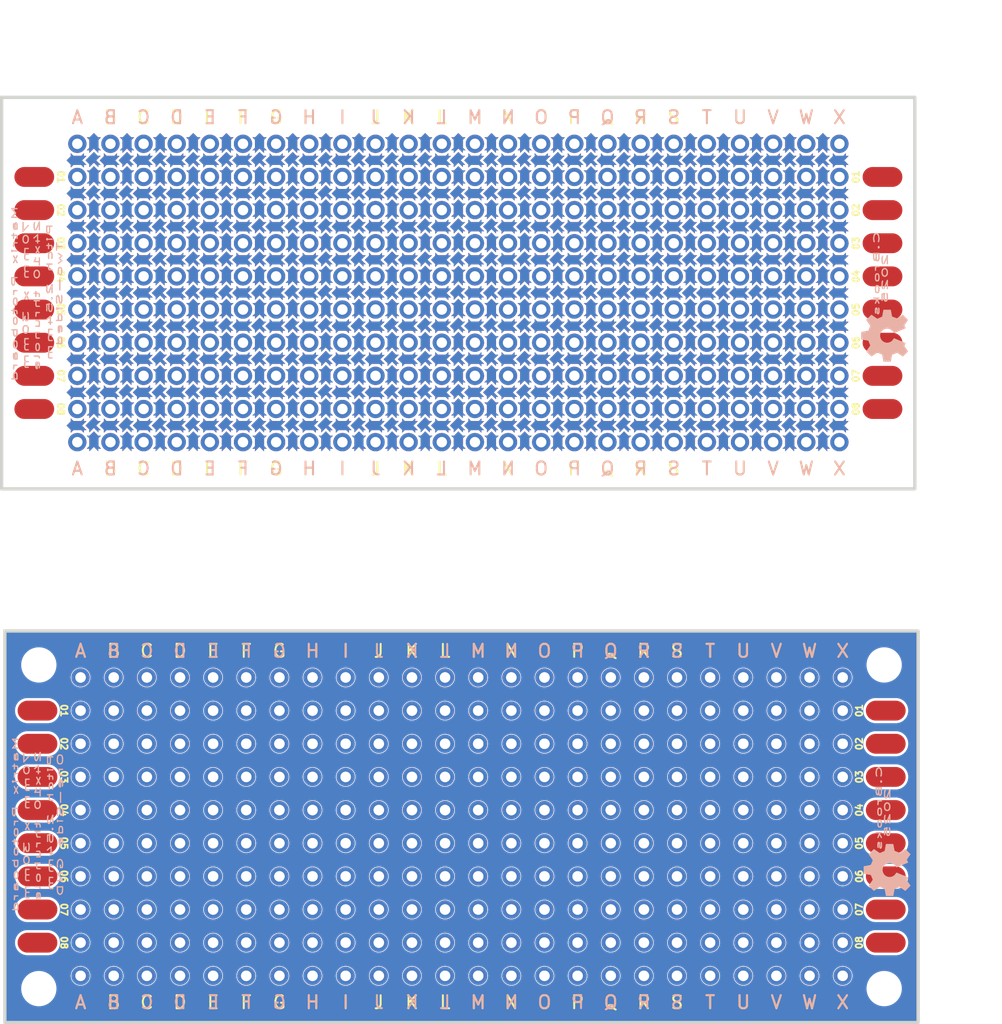
<source format=kicad_pcb>
(kicad_pcb (version 20241229) (generator "pcbnew") (generator_version "9.0")
  (title_block (title "protoboard base pattern") (comment 1 "CC-BY 4.0") (comment 2 "See http://git.io/vNUDX"))
  (layers (0 "F.Cu" signal) (2 "B.Cu" signal) (13 "F.Paste" user) (15 "B.Paste" user) (5 "F.SilkS" user "F.Silkscreen") (7 "B.SilkS" user "B.Silkscreen") (1 "F.Mask" user) (3 "B.Mask" user) (25 "Edge.Cuts" user))
  (net 0 "")
  (footprint "Proto-Matrix:tht-0.8" (layer "F.Cu") (at 133.6 87.68)
    (property "Reference" "REF**902" (hide yes))
    (property "Value" "tht-0.8" (hide yes))
  )
  (footprint "Proto-Matrix:center-pad-spikes" (layer "F.Cu") (at 119.63 78.79)
    (property "Reference" "REF**595" (hide yes))
    (property "Value" "center-pad" (hide yes))
  )
  (footprint "Proto-Matrix:pad-between-spiked" (layer "F.Cu") (at 160.27 74.98)
    (property "Reference" "REF**465" (hide yes))
    (property "Value" "pad-between" (hide yes))
  )
  (footprint "Proto-Matrix:tht-0.8-thin-bottom" (layer "F.Cu") (at 164.33 118.41)
    (property "Reference" "REF**1455" (hide yes))
    (property "Value" "tht-0.8" (hide yes))
  )
  (footprint "Proto-Matrix:pad-between-spiked-oneside" (layer "F.Cu") (at 130.04 113.33)
    (property "Reference" "REF**1210" (hide yes))
    (property "Value" "pad-between" (hide yes))
  )
  (footprint "Proto-Matrix:tht-0.8" (layer "F.Cu") (at 123.44 74.98)
    (property "Reference" "REF**406" (hide yes))
    (property "Value" "tht-0.8" (hide yes))
  )
  (footprint "Proto-Matrix:pad-between-spiked" (layer "F.Cu") (at 156.46 76.25 90)
    (property "Reference" "REF**556" (hide yes))
    (property "Value" "pad-between" (hide yes))
  )
  (footprint "Proto-Matrix:tht-0.8-thin-bottom" (layer "F.Cu") (at 141.47 105.71)
    (property "Reference" "REF**97" (hide yes))
    (property "Value" "tht-0.8" (hide yes))
  )
  (footprint "Proto-Matrix:center-pad-spikes" (layer "F.Cu") (at 122.17 68.63)
    (property "Reference" "REF**215" (hide yes))
    (property "Value" "center-pad" (hide yes))
  )
  (footprint "Proto-Matrix:pad-between-spiked-oneside" (layer "F.Cu") (at 141.47 112.06 90)
    (property "Reference" "REF**1229" (hide yes))
    (property "Value" "pad-between" (hide yes))
  )
  (footprint "Proto-Matrix:tht-0.8-thin-bottom" (layer "F.Cu") (at 144.01 105.71)
    (property "Reference" "REF**289" (hide yes))
    (property "Value" "tht-0.8" (hide yes))
  )
  (footprint "Proto-Matrix:tht-0.8-thin-bottom" (layer "F.Cu") (at 146.55 120.95)
    (property "Reference" "REF**1523" (hide yes))
    (property "Value" "tht-0.8" (hide yes))
  )
  (footprint "Proto-Matrix:pad-between-spiked" (layer "F.Cu") (at 156.46 71.17 90)
    (property "Reference" "REF**364" (hide yes))
    (property "Value" "pad-between" (hide yes))
  )
  (footprint "Proto-Matrix:tht-0.8-thin-bottom" (layer "F.Cu") (at 136.39 110.79)
    (property "Reference" "REF**1123" (hide yes))
    (property "Value" "tht-0.8" (hide yes))
  )
  (footprint "Proto-Matrix:pad-between-spiked-oneside" (layer "F.Cu") (at 152.9 118.41)
    (property "Reference" "REF**1438" (hide yes))
    (property "Value" "pad-between" (hide yes))
  )
  (footprint "Proto-Matrix:tht-0.8" (layer "F.Cu") (at 143.76 67.36)
    (property "Reference" "REF**150" (hide yes))
    (property "Value" "tht-0.8" (hide yes))
  )
  (footprint "Proto-Matrix:tht-0.8" (layer "F.Cu") (at 131.06 72.44)
    (property "Reference" "REF**322" (hide yes))
    (property "Value" "tht-0.8" (hide yes))
  )
  (footprint "Proto-Matrix:pad-between-spiked" (layer "F.Cu") (at 132.33 85.14)
    (property "Reference" "REF**805" (hide yes))
    (property "Value" "pad-between" (hide yes))
  )
  (footprint "Proto-Matrix:center-pad-spikes-oneside" (layer "F.Cu") (at 130.04 124.76)
    (property "Reference" "REF**1692" (hide yes))
    (property "Value" "center-pad" (hide yes))
  )
  (footprint "Proto-Matrix:pad-between-spiked" (layer "F.Cu") (at 153.92 78.79 90)
    (property "Reference" "REF**648" (hide yes))
    (property "Value" "pad-between" (hide yes))
  )
  (footprint "Proto-Matrix:pad-between-spiked" (layer "F.Cu") (at 119.63 87.68)
    (property "Reference" "REF**881" (hide yes))
    (property "Value" "pad-between" (hide yes))
  )
  (footprint "Proto-Matrix:tht-0.8" (layer "F.Cu") (at 151.38 85.14)
    (property "Reference" "REF**834" (hide yes))
    (property "Value" "tht-0.8" (hide yes))
  )
  (footprint "Proto-Matrix:pad-between-spiked-oneside" (layer "F.Cu") (at 112.26 115.87)
    (property "Reference" "REF**1278" (hide yes))
    (property "Value" "pad-between" (hide yes))
  )
  (footprint "Proto:Proto_EdgePad_SMD_3.0x1.5mm" (layer "F.Cu") (at 172.712 123.49)
    (property "Reference" "REF**" (hide yes))
    (property "Value" "Proto_EdgePad_SMD_3.0x1.5mm" (hide yes))
  )
  (footprint "Proto:Proto_EdgePad_SMD_3.0x1.5mm" (layer "F.Cu") (at 172.712 110.79)
    (property "Reference" "REF**" (hide yes))
    (property "Value" "Proto_EdgePad_SMD_3.0x1.5mm" (hide yes))
  )
  (footprint "Proto-Matrix:center-pad-spikes" (layer "F.Cu") (at 117.09 71.17)
    (property "Reference" "REF**303" (hide yes))
    (property "Value" "center-pad" (hide yes))
  )
  (footprint "Proto-Matrix:pad-between-spiked-oneside" (layer "F.Cu") (at 121.15 124.76 90)
    (property "Reference" "REF**1677" (hide yes))
    (property "Value" "pad-between" (hide yes))
  )
  (footprint "Proto-Matrix:pad-between-spiked" (layer "F.Cu") (at 137.41 69.9)
    (property "Reference" "REF**237" (hide yes))
    (property "Value" "pad-between" (hide yes))
  )
  (footprint "Proto-Matrix:pad-between-spiked" (layer "F.Cu") (at 122.17 85.14)
    (property "Reference" "REF**789" (hide yes))
    (property "Value" "pad-between" (hide yes))
  )
  (footprint "Proto-Matrix:pad-between-spiked" (layer "F.Cu") (at 110.74 71.17 90)
    (property "Reference" "REF**292" (hide yes))
    (property "Value" "pad-between" (hide yes))
  )
  (footprint "Proto-Matrix:tht-0.8" (layer "F.Cu") (at 159 64.82)
    (property "Reference" "REF**78" (hide yes))
    (property "Value" "tht-0.8" (hide yes))
  )
  (footprint "Proto-Matrix:pad-between-spiked" (layer "F.Cu") (at 167.89 67.36)
    (property "Reference" "REF**189" (hide yes))
    (property "Value" "pad-between" (hide yes))
  )
  (footprint "Proto-Matrix:pad-between-spiked" (layer "F.Cu") (at 155.19 77.52)
    (property "Reference" "REF**553" (hide yes))
    (property "Value" "pad-between" (hide yes))
  )
  (footprint "Proto-Matrix:tht-0.8" (layer "F.Cu") (at 115.82 77.52)
    (property "Reference" "REF**490" (hide yes))
    (property "Value" "tht-0.8" (hide yes))
  )
  (footprint "Proto-Matrix:pad-between-spiked-oneside" (layer "F.Cu") (at 130.04 126.03)
    (property "Reference" "REF**1690" (hide yes))
    (property "Value" "pad-between" (hide yes))
  )
  (footprint "Proto-Matrix:center-pad-spikes-oneside" (layer "F.Cu") (at 114.8 117.14)
    (property "Reference" "REF**1380" (hide yes))
    (property "Value" "center-pad" (hide yes))
  )
  (footprint "Proto-Matrix:pad-between-spiked-oneside" (layer "F.Cu") (at 138.93 109.52 90)
    (property "Reference" "REF**1129" (hide yes))
    (property "Value" "pad-between" (hide yes))
  )
  (footprint "Proto-Matrix:tht-0.8-thin-bottom" (layer "F.Cu") (at 126.23 113.33)
    (property "Reference" "REF**1203" (hide yes))
    (property "Value" "tht-0.8" (hide yes))
  )
  (footprint "Proto-Matrix:pad-between-spiked-oneside" (layer "F.Cu") (at 117.34 128.57)
    (property "Reference" "REF**1766" (hide yes))
    (property "Value" "pad-between" (hide yes))
  )
  (footprint "Proto-Matrix:pad-between-spiked-oneside" (layer "F.Cu") (at 123.69 122.22 90)
    (property "Reference" "REF**1585" (hide yes))
    (property "Value" "pad-between" (hide yes))
  )
  (footprint "Proto-Matrix:center-pad-spikes-oneside" (layer "F.Cu") (at 140.2 127.3)
    (property "Reference" "REF**1804" (hide yes))
    (property "Value" "center-pad" (hide yes))
  )
  (footprint "Proto-Matrix:pad-between-spiked-oneside" (layer "F.Cu") (at 149.09 124.76 90)
    (property "Reference" "REF**1721" (hide yes))
    (property "Value" "pad-between" (hide yes))
  )
  (footprint "Proto-Matrix:pad-between-spiked-oneside" (layer "F.Cu") (at 112.26 120.95)
    (property "Reference" "REF**1470" (hide yes))
    (property "Value" "pad-between" (hide yes))
  )
  (footprint "Proto-Matrix:tht-0.8-thin-bottom" (layer "F.Cu") (at 166.87 123.49)
    (property "Reference" "REF**1651" (hide yes))
    (property "Value" "tht-0.8" (hide yes))
  )
  (footprint "Proto-Matrix:center-pad-spikes" (layer "F.Cu") (at 132.33 68.63)
    (property "Reference" "REF**231" (hide yes))
    (property "Value" "center-pad" (hide yes))
  )
  (footprint "Proto-Matrix:pad-between-spiked" (layer "F.Cu") (at 152.65 64.82)
    (property "Reference" "REF**69" (hide yes))
    (property "Value" "pad-between" (hide yes))
  )
  (footprint "Proto-Matrix:pad-between-spiked" (layer "F.Cu") (at 161.54 83.87 90)
    (property "Reference" "REF**852" (hide yes))
    (property "Value" "pad-between" (hide yes))
  )
  (footprint "Proto-Matrix:tht-0.8-thin-bottom" (layer "F.Cu") (at 146.55 126.03)
    (property "Reference" "REF**1715" (hide yes))
    (property "Value" "tht-0.8" (hide yes))
  )
  (footprint "Proto-Matrix:pad-between-spiked-oneside" (layer "F.Cu") (at 118.61 114.6 90)
    (property "Reference" "REF**1289" (hide yes))
    (property "Value" "pad-between" (hide yes))
  )
  (footprint "Proto-Matrix:tht-0.8" (layer "F.Cu") (at 133.6 85.14)
    (property "Reference" "REF**806" (hide yes))
    (property "Value" "tht-0.8" (hide yes))
  )
  (footprint "Proto-Matrix:pad-between-spiked" (layer "F.Cu") (at 155.19 74.98)
    (property "Reference" "REF**457" (hide yes))
    (property "Value" "pad-between" (hide yes))
  )
  (footprint "Proto-Matrix:pad-between-spiked" (layer "F.Cu") (at 146.3 66.09 90)
    (property "Reference" "REF**156" (hide yes))
    (property "Value" "pad-between" (hide yes))
  )
  (footprint "Proto-Matrix:pad-between-spiked-oneside" (layer "F.Cu") (at 137.66 108.25)
    (property "Reference" "REF**1030" (hide yes))
    (property "Value" "pad-between" (hide yes))
  )
  (footprint "Proto-Matrix:center-pad-spikes" (layer "F.Cu") (at 119.63 81.33)
    (property "Reference" "REF**691" (hide yes))
    (property "Value" "center-pad" (hide yes))
  )
  (footprint "Proto-Matrix:tht-0.8-thin-bottom" (layer "F.Cu") (at 118.61 115.87)
    (property "Reference" "REF**1287" (hide yes))
    (property "Value" "tht-0.8" (hide yes))
  )
  (footprint "Proto-Matrix:center-pad-spikes" (layer "F.Cu") (at 139.95 78.79)
    (property "Reference" "REF**627" (hide yes))
    (property "Value" "center-pad" (hide yes))
  )
  (footprint "Proto-Matrix:center-pad-spikes" (layer "F.Cu") (at 127.25 78.79)
    (property "Reference" "REF**607" (hide yes))
    (property "Value" "center-pad" (hide yes))
  )
  (footprint "Proto-Matrix:tht-0.8-thin-bottom" (layer "F.Cu") (at 123.69 115.87)
    (property "Reference" "REF**1295" (hide yes))
    (property "Value" "tht-0.8" (hide yes))
  )
  (footprint "Proto-Matrix:center-pad-spikes" (layer "F.Cu") (at 160.27 66.09)
    (property "Reference" "REF**179" (hide yes))
    (property "Value" "center-pad" (hide yes))
  )
  (footprint "Proto-Matrix:center-pad-spikes" (layer "F.Cu") (at 124.71 86.41)
    (property "Reference" "REF**891" (hide yes))
    (property "Value" "center-pad" (hide yes))
  )
  (footprint "Proto-Matrix:center-pad-spikes-oneside" (layer "F.Cu") (at 124.96 114.6)
    (property "Reference" "REF**1300" (hide yes))
    (property "Value" "center-pad" (hide yes))
  )
  (footprint "Proto-Matrix:pad-between-spiked" (layer "F.Cu") (at 152.65 67.36)
    (property "Reference" "REF**165" (hide yes))
    (property "Value" "pad-between" (hide yes))
  )
  (footprint "Proto-Matrix:center-pad-spikes" (layer "F.Cu") (at 145.03 83.87)
    (property "Reference" "REF**827" (hide yes))
    (property "Value" "center-pad" (hide yes))
  )
  (footprint "Proto-Matrix:tht-0.8" (layer "F.Cu") (at 159 69.9)
    (property "Reference" "REF**270" (hide yes))
    (property "Value" "tht-0.8" (hide yes))
  )
  (footprint "Proto-Matrix:pad-between-spiked" (layer "F.Cu") (at 160.27 64.82)
    (property "Reference" "REF**81" (hide yes))
    (property "Value" "pad-between" (hide yes))
  )
  (footprint "Proto-Matrix:tht-0.8-thin-bottom" (layer "F.Cu") (at 164.33 120.95)
    (property "Reference" "REF**1551" (hide yes))
    (property "Value" "tht-0.8" (hide yes))
  )
  (footprint "Proto-Matrix:pad-between-spiked-oneside" (layer "F.Cu") (at 110.99 117.14 90)
    (property "Reference" "REF**1373" (hide yes))
    (property "Value" "pad-between" (hide yes))
  )
  (footprint "Proto-Matrix:tht-0.8" (layer "F.Cu") (at 159 85.14)
    (property "Reference" "REF**846" (hide yes))
    (property "Value" "tht-0.8" (hide yes))
  )
  (footprint "Proto-Matrix:center-pad-spikes" (layer "F.Cu") (at 165.35 83.87)
    (property "Reference" "REF**859" (hide yes))
    (property "Value" "center-pad" (hide yes))
  )
  (footprint "Proto-Matrix:tht-0.8" (layer "F.Cu") (at 169.16 67.36)
    (property "Reference" "REF**190" (hide yes))
    (property "Value" "tht-0.8" (hide yes))
  )
  (footprint "Proto-Matrix:tht-0.8" (layer "F.Cu") (at 146.3 80.06)
    (property "Reference" "REF**634" (hide yes))
    (property "Value" "tht-0.8" (hide yes))
  )
  (footprint "Proto-Matrix:center-pad-spikes-oneside" (layer "F.Cu") (at 163.06 124.76)
    (property "Reference" "REF**1744" (hide yes))
    (property "Value" "center-pad" (hide yes))
  )
  (footprint "Proto-Matrix:tht-0.8-thin-bottom" (layer "F.Cu") (at 128.77 123.49)
    (property "Reference" "REF**1591" (hide yes))
    (property "Value" "tht-0.8" (hide yes))
  )
  (footprint "Proto-Matrix:pad-between-spiked-oneside" (layer "F.Cu") (at 152.9 123.49)
    (property "Reference" "REF**1630" (hide yes))
    (property "Value" "pad-between" (hide yes))
  )
  (footprint "Proto-Matrix:pad-between-spiked" (layer "F.Cu") (at 122.17 77.52)
    (property "Reference" "REF**501" (hide yes))
    (property "Value" "pad-between" (hide yes))
  )
  (footprint "Proto-Matrix:center-pad-spikes-oneside" (layer "F.Cu") (at 155.44 109.52)
    (property "Reference" "REF**1156" (hide yes))
    (property "Value" "center-pad" (hide yes))
  )
  (footprint "Proto-Matrix:tht-0.8" (layer "F.Cu") (at 148.84 82.6)
    (property "Reference" "REF**734" (hide yes))
    (property "Value" "tht-0.8" (hide yes))
  )
  (footprint "Proto-Matrix:center-pad-spikes" (layer "F.Cu") (at 132.33 78.79)
    (property "Reference" "REF**615" (hide yes))
    (property "Value" "center-pad" (hide yes))
  )
  (footprint "Proto-Matrix:center-pad-spikes" (layer "F.Cu") (at 129.79 66.09)
    (property "Reference" "REF**131" (hide yes))
    (property "Value" "center-pad" (hide yes))
  )
  (footprint "Proto-Matrix:tht-0.8" (layer "F.Cu") (at 159 87.68)
    (property "Reference" "REF**942" (hide yes))
    (property "Value" "tht-0.8" (hide yes))
  )
  (footprint "Proto-Matrix:pad-between-spiked" (layer "F.Cu") (at 132.33 82.6)
    (property "Reference" "REF**709" (hide yes))
    (property "Value" "pad-between" (hide yes))
  )
  (footprint "Proto-Matrix:tht-0.8-thin-bottom" (layer "F.Cu") (at 154.17 118.41)
    (property "Reference" "REF**1439" (hide yes))
    (property "Value" "tht-0.8" (hide yes))
  )
  (footprint "Proto-Matrix:pad-between-spiked-oneside" (layer "F.Cu") (at 164.33 106.98 90)
    (property "Reference" "REF**1073" (hide yes))
    (property "Value" "pad-between" (hide yes))
  )
  (footprint "Proto-Matrix:tht-0.8" (layer "F.Cu") (at 110.74 80.06)
    (property "Reference" "REF**578" (hide yes))
    (property "Value" "tht-0.8" (hide yes))
  )
  (footprint "Proto-Matrix:pad-between-spiked-oneside" (layer "F.Cu") (at 124.96 120.95)
    (property "Reference" "REF**1490" (hide yes))
    (property "Value" "pad-between" (hide yes))
  )
  (footprint "Proto-Matrix:pad-between-spiked-oneside" (layer "F.Cu") (at 116.07 106.98 90)
    (property "Reference" "REF**997" (hide yes))
    (property "Value" "pad-between" (hide yes))
  )
  (footprint "Proto-Matrix:center-pad-spikes-oneside" (layer "F.Cu") (at 117.34 127.3)
    (property "Reference" "REF**1768" (hide yes))
    (property "Value" "center-pad" (hide yes))
  )
  (footprint "Proto-Matrix:tht-0.8" (layer "F.Cu") (at 138.68 77.52)
    (property "Reference" "REF**526" (hide yes))
    (property "Value" "tht-0.8" (hide yes))
  )
  (footprint "Proto-Matrix:tht-0.8-thin-bottom" (layer "F.Cu") (at 169.41 105.71)
    (property "Reference" "REF**983" (hide yes))
    (property "Value" "tht-0.8" (hide yes))
  )
  (footprint "Proto-Matrix:tht-0.8" (layer "F.Cu") (at 164.08 87.68)
    (property "Reference" "REF**950" (hide yes))
    (property "Value" "tht-0.8" (hide yes))
  )
  (footprint "Proto-Matrix:center-pad-spikes" (layer "F.Cu") (at 150.11 76.25)
    (property "Reference" "REF**547" (hide yes))
    (property "Value" "center-pad" (hide yes))
  )
  (footprint "Proto-Matrix:pad-between-spiked-oneside" (layer "F.Cu") (at 136.39 109.52 90)
    (property "Reference" "REF**1125" (hide yes))
    (property "Value" "pad-between" (hide yes))
  )
  (footprint "Proto-Matrix:pad-between-spiked-oneside" (layer "F.Cu") (at 152.9 115.87)
    (property "Reference" "REF**1342" (hide yes))
    (property "Value" "pad-between" (hide yes))
  )
  (footprint "Proto-Matrix:tht-0.8-thin-bottom" (layer "F.Cu") (at 144.01 115.87)
    (property "Reference" "REF**1327" (hide yes))
    (property "Value" "tht-0.8" (hide yes))
  )
  (footprint "Proto-Matrix:pad-between-spiked" (layer "F.Cu") (at 118.36 73.71 90)
    (property "Reference" "REF**400" (hide yes))
    (property "Value" "pad-between" (hide yes))
  )
  (footprint "Proto-Matrix:tht-0.8" (layer "F.Cu") (at 118.36 82.6)
    (property "Reference" "REF**686" (hide yes))
    (property "Value" "tht-0.8" (hide yes))
  )
  (footprint "Proto-Matrix:pad-between-spiked-oneside" (layer "F.Cu") (at 166.87 127.3 90)
    (property "Reference" "REF**1845" (hide yes))
    (property "Value" "pad-between" (hide yes))
  )
  (footprint "Proto-Matrix:pad-between-spiked-oneside" (layer "F.Cu") (at 155.44 108.25)
    (property "Reference" "REF**1058" (hide yes))
    (property "Value" "pad-between" (hide yes))
  )
  (footprint "Proto-Matrix:tht-0.8-thin-bottom" (layer "F.Cu") (at 133.85 118.41)
    (property "Reference" "REF**1407" (hide yes))
    (property "Value" "tht-0.8" (hide yes))
  )
  (footprint "Proto-Matrix:pad-between-spiked" (layer "F.Cu") (at 167.89 69.9)
    (property "Reference" "REF**285" (hide yes))
    (property "Value" "pad-between" (hide yes))
  )
  (footprint "Proto-Matrix:pad-between-spiked" (layer "F.Cu") (at 132.33 69.9)
    (property "Reference" "REF**229" (hide yes))
    (property "Value" "pad-between" (hide yes))
  )
  (footprint "Proto-Matrix:pad-between-spiked" (layer "F.Cu") (at 127.25 72.44)
    (property "Reference" "REF**317" (hide yes))
    (property "Value" "pad-between" (hide yes))
  )
  (footprint "Proto-Matrix:pad-between-spiked" (layer "F.Cu") (at 143.76 68.63 90)
    (property "Reference" "REF**248" (hide yes))
    (property "Value" "pad-between" (hide yes))
  )
  (footprint "Proto-Matrix:center-pad-spikes" (layer "F.Cu") (at 157.73 76.25)
    (property "Reference" "REF**559" (hide yes))
    (property "Value" "center-pad" (hide yes))
  )
  (footprint "Proto-Matrix:center-pad-spikes-oneside" (layer "F.Cu") (at 117.34 112.06)
    (property "Reference" "REF**1192" (hide yes))
    (property "Value" "center-pad" (hide yes))
  )
  (footprint "Proto-Matrix:pad-between-spiked-oneside" (layer "F.Cu") (at 110.99 119.68 90)
    (property "Reference" "REF**1469" (hide yes))
    (property "Value" "pad-between" (hide yes))
  )
  (footprint "Proto-Matrix:center-pad-spikes" (layer "F.Cu") (at 129.79 78.79)
    (property "Reference" "REF**611" (hide yes))
    (property "Value" "center-pad" (hide yes))
  )
  (footprint "Proto:Proto_EdgePad_SMD_3.0x1.5mm" (layer "F.Cu") (at 107.688 118.41)
    (property "Reference" "REF**" (hide yes))
    (property "Value" "Proto_EdgePad_SMD_3.0x1.5mm" (hide yes))
  )
  (footprint "Proto-Matrix:pad-between-spiked" (layer "F.Cu") (at 161.54 81.33 90)
    (property "Reference" "REF**756" (hide yes))
    (property "Value" "pad-between" (hide yes))
  )
  (footprint "MountingHole:MountingHole_2.2mm_M2" (layer "F.Cu") (at 172.59 104.75)
    (property "Reference" "REF**" (hide yes))
    (property "Value" "MountingHole_2.2mm_M2" (hide yes))
  )
  (footprint "Proto-Matrix:center-pad-spikes" (layer "F.Cu") (at 119.63 71.17)
    (property "Reference" "REF**307" (hide yes))
    (property "Value" "center-pad" (hide yes))
  )
  (footprint "Proto-Matrix:pad-between-spiked-oneside" (layer "F.Cu") (at 168.14 123.49)
    (property "Reference" "REF**1654" (hide yes))
    (property "Value" "pad-between" (hide yes))
  )
  (footprint "Proto-Matrix:pad-between-spiked" (layer "F.Cu") (at 118.36 76.25 90)
    (property "Reference" "REF**496" (hide yes))
    (property "Value" "pad-between" (hide yes))
  )
  (footprint "Proto-Matrix:tht-0.8" (layer "F.Cu") (at 146.3 67.36)
    (property "Reference" "REF**154" (hide yes))
    (property "Value" "tht-0.8" (hide yes))
  )
  (footprint "Proto-Matrix:tht-0.8-thin-bottom" (layer "F.Cu") (at 121.15 123.49)
    (property "Reference" "REF**1579" (hide yes))
    (property "Value" "tht-0.8" (hide yes))
  )
  (footprint "Proto-Matrix:center-pad-spikes" (layer "F.Cu") (at 160.27 81.33)
    (property "Reference" "REF**755" (hide yes))
    (property "Value" "center-pad" (hide yes))
  )
  (footprint "Proto-Matrix:center-pad-spikes" (layer "F.Cu") (at 145.03 66.09)
    (property "Reference" "REF**155" (hide yes))
    (property "Value" "center-pad" (hide yes))
  )
  (footprint "Proto-Matrix:pad-between-spiked-oneside" (layer "F.Cu") (at 152.9 108.25)
    (property "Reference" "REF**1054" (hide yes))
    (property "Value" "pad-between" (hide yes))
  )
  (footprint "Proto-Matrix:tht-0.8-thin-bottom" (layer "F.Cu") (at 169.41 113.33)
    (property "Reference" "REF**1271" (hide yes))
    (property "Value" "tht-0.8" (hide yes))
  )
  (footprint "Proto-Matrix:tht-0.8-thin-bottom" (layer "F.Cu") (at 123.69 120.95)
    (property "Reference" "REF**1487" (hide yes))
    (property "Value" "tht-0.8" (hide yes))
  )
  (footprint "Proto-Matrix:pad-between-spiked" (layer "F.Cu") (at 110.74 76.25 90)
    (property "Reference" "REF**484" (hide yes))
    (property "Value" "pad-between" (hide yes))
  )
  (footprint "Proto-Matrix:tht-0.8" (layer "F.Cu") (at 164.08 69.9)
    (property "Reference" "REF**278" (hide yes))
    (property "Value" "tht-0.8" (hide yes))
  )
  (footprint "Proto-Matrix:pad-between-spiked" (layer "F.Cu") (at 150.11 80.06)
    (property "Reference" "REF**641" (hide yes))
    (property "Value" "pad-between" (hide yes))
  )
  (footprint "Proto-Matrix:center-pad-spikes" (layer "F.Cu") (at 162.81 83.87)
    (property "Reference" "REF**855" (hide yes))
    (property "Value" "center-pad" (hide yes))
  )
  (footprint "Proto-Matrix:pad-between-spiked-oneside" (layer "F.Cu") (at 141.47 106.98 90)
    (property "Reference" "REF**1037" (hide yes))
    (property "Value" "pad-between" (hide yes))
  )
  (footprint "Proto-Matrix:tht-0.8-thin-bottom" (layer "F.Cu") (at 161.79 105.71)
    (property "Reference" "REF**971" (hide yes))
    (property "Value" "tht-0.8" (hide yes))
  )
  (footprint "Proto-Matrix:tht-0.8-thin-bottom" (layer "F.Cu") (at 138.93 115.87)
    (property "Reference" "REF**1319" (hide yes))
    (property "Value" "tht-0.8" (hide yes))
  )
  (footprint "Proto-Matrix:tht-0.8" (layer "F.Cu") (at 125.98 67.36)
    (property "Reference" "REF**122" (hide yes))
    (property "Value" "tht-0.8" (hide yes))
  )
  (footprint "Proto-Matrix:pad-between-spiked" (layer "F.Cu") (at 129.79 80.06)
    (property "Reference" "REF**609" (hide yes))
    (property "Value" "pad-between" (hide yes))
  )
  (footprint "Proto-Matrix:tht-0.8" (layer "F.Cu") (at 156.46 85.14)
    (property "Reference" "REF**842" (hide yes))
    (property "Value" "tht-0.8" (hide yes))
  )
  (footprint "Proto-Matrix:tht-0.8-thin-bottom" (layer "F.Cu") (at 161.79 115.87)
    (property "Reference" "REF**1355" (hide yes))
    (property "Value" "tht-0.8" (hide yes))
  )
  (footprint "Proto-Matrix:pad-between-spiked-oneside" (layer "F.Cu") (at 132.58 115.87)
    (property "Reference" "REF**1310" (hide yes))
    (property "Value" "pad-between" (hide yes))
  )
  (footprint "Proto-Matrix:pad-between-spiked" (layer "F.Cu") (at 122.17 87.68)
    (property "Reference" "REF**885" (hide yes))
    (property "Value" "pad-between" (hide yes))
  )
  (footprint "Proto-Matrix:pad-between-spiked-oneside" (layer "F.Cu") (at 142.74 115.87)
    (property "Reference" "REF**1326" (hide yes))
    (property "Value" "pad-between" (hide yes))
  )
  (footprint "Proto-Matrix:tht-0.8-thin-bottom" (layer "F.Cu") (at 151.63 123.49)
    (property "Reference" "REF**1627" (hide yes))
    (property "Value" "tht-0.8" (hide yes))
  )
  (footprint "Proto-Matrix:tht-0.8" (layer "F.Cu") (at 159 72.44)
    (property "Reference" "REF**366" (hide yes))
    (property "Value" "tht-0.8" (hide yes))
  )
  (footprint "Proto-Matrix:pad-between-spiked" (layer "F.Cu") (at 159 66.09 90)
    (property "Reference" "REF**176" (hide yes))
    (property "Value" "pad-between" (hide yes))
  )
  (footprint "Proto-Matrix:tht-0.8" (layer "F.Cu") (at 166.62 74.98)
    (property "Reference" "REF**474" (hide yes))
    (property "Value" "tht-0.8" (hide yes))
  )
  (footprint "Proto-Matrix:tht-0.8" (layer "F.Cu") (at 115.82 67.36)
    (property "Reference" "REF**106" (hide yes))
    (property "Value" "tht-0.8" (hide yes))
  )
  (footprint "Proto-Matrix:center-pad-spikes-oneside" (layer "F.Cu") (at 165.6 127.3)
    (property "Reference" "REF**1844" (hide yes))
    (property "Value" "center-pad" (hide yes))
  )
  (footprint "Proto-Matrix:pad-between-spiked" (layer "F.Cu") (at 169.16 71.17 90)
    (property "Reference" "REF**384" (hide yes))
    (property "Value" "pad-between" (hide yes))
  )
  (footprint "Proto-Matrix:pad-between-spiked" (layer "F.Cu") (at 142.49 77.52)
    (property "Reference" "REF**533" (hide yes))
    (property "Value" "pad-between" (hide yes))
  )
  (footprint "Proto:Proto_EdgePad_SMD_3.0x1.5mm" (layer "F.Cu") (at 107.688 115.87)
    (property "Reference" "REF**" (hide yes))
    (property "Value" "Proto_EdgePad_SMD_3.0x1.5mm" (hide yes))
  )
  (footprint "Proto-Matrix:pad-between-spiked" (layer "F.Cu") (at 120.9 71.17 90)
    (property "Reference" "REF**308" (hide yes))
    (property "Value" "pad-between" (hide yes))
  )
  (footprint "Proto-Matrix:center-pad-spikes-oneside" (layer "F.Cu") (at 152.9 119.68)
    (property "Reference" "REF**1536" (hide yes))
    (property "Value" "center-pad" (hide yes))
  )
  (footprint "Proto-Matrix:pad-between-spiked-oneside" (layer "F.Cu") (at 118.61 124.76 90)
    (property "Reference" "REF**1673" (hide yes))
    (property "Value" "pad-between" (hide yes))
  )
  (footprint "Proto-Matrix:pad-between-spiked-oneside" (layer "F.Cu") (at 133.85 112.06 90)
    (property "Reference" "REF**1217" (hide yes))
    (property "Value" "pad-between" (hide yes))
  )
  (footprint "Proto-Matrix:pad-between-spiked" (layer "F.Cu") (at 112.01 77.52)
    (property "Reference" "REF**485" (hide yes))
    (property "Value" "pad-between" (hide yes))
  )
  (footprint "Proto-Matrix:pad-between-spiked" (layer "F.Cu") (at 138.68 78.79 90)
    (property "Reference" "REF**624" (hide yes))
    (property "Value" "pad-between" (hide yes))
  )
  (footprint "Proto-Matrix:tht-0.8-thin-bottom" (layer "F.Cu") (at 151.63 105.71)
    (property "Reference" "REF**865" (hide yes))
    (property "Value" "tht-0.8" (hide yes))
  )
  (footprint "Proto-Matrix:tht-0.8-thin-bottom" (layer "F.Cu") (at 146.55 113.33)
    (property "Reference" "REF**1235" (hide yes))
    (property "Value" "tht-0.8" (hide yes))
  )
  (footprint "Proto-Matrix:center-pad-spikes" (layer "F.Cu") (at 137.41 81.33)
    (property "Reference" "REF**719" (hide yes))
    (property "Value" "center-pad" (hide yes))
  )
  (footprint "Proto-Matrix:pad-between-spiked" (layer "F.Cu") (at 148.84 73.71 90)
    (property "Reference" "REF**448" (hide yes))
    (property "Value" "pad-between" (hide yes))
  )
  (footprint "Proto-Matrix:center-pad-spikes-oneside" (layer "F.Cu") (at 157.98 122.22)
    (property "Reference" "REF**1640" (hide yes))
    (property "Value" "center-pad" (hide yes))
  )
  (footprint "Proto-Matrix:pad-between-spiked" (layer "F.Cu") (at 157.73 64.82)
    (property "Reference" "REF**77" (hide yes))
    (property "Value" "pad-between" (hide yes))
  )
  (footprint "Proto-Matrix:pad-between-spiked-oneside" (layer "F.Cu") (at 150.36 110.79)
    (property "Reference" "REF**1146" (hide yes))
    (property "Value" "pad-between" (hide yes))
  )
  (footprint "Proto:Proto_EdgePad_SMD_3.0x1.5mm" (layer "F.Cu") (at 107.44 69.9)
    (property "Reference" "REF**" (hide yes))
    (property "Value" "Proto_EdgePad_SMD_3.0x1.5mm" (hide yes))
  )
  (footprint "Proto-Matrix:center-pad-spikes" (layer "F.Cu") (at 117.09 78.79)
    (property "Reference" "REF**591" (hide yes))
    (property "Value" "center-pad" (hide yes))
  )
  (footprint "Proto-Matrix:pad-between-spiked" (layer "F.Cu") (at 131.06 78.79 90)
    (property "Reference" "REF**612" (hide yes))
    (property "Value" "pad-between" (hide yes))
  )
  (footprint "Proto-Matrix:tht-0.8" (layer "F.Cu") (at 131.06 64.82)
    (property "Reference" "REF**34" (hide yes))
    (property "Value" "tht-0.8" (hide yes))
  )
  (footprint "Proto-Matrix:pad-between-spiked-oneside" (layer "F.Cu") (at 165.6 110.79)
    (property "Reference" "REF**1170" (hide yes))
    (property "Value" "pad-between" (hide yes))
  )
  (footprint "MountingHole:MountingHole_2.2mm_M2" (layer "F.Cu") (at 172.34 88.66)
    (property "Reference" "REF**" (hide yes))
    (property "Value" "MountingHole_2.2mm_M2" (hide yes))
  )
  (footprint "Proto-Matrix:pad-between-spiked-oneside" (layer "F.Cu") (at 160.52 108.25)
    (property "Reference" "REF**1066" (hide yes))
    (property "Value" "pad-between" (hide yes))
  )
  (footprint "Proto-Matrix:tht-0.8-thin-bottom" (layer "F.Cu") (at 154.17 108.25)
    (property "Reference" "REF**1055" (hide yes))
    (property "Value" "tht-0.8" (hide yes))
  )
  (footprint "Proto-Matrix:center-pad-spikes-oneside" (layer "F.Cu") (at 117.34 106.98)
    (property "Reference" "REF**1000" (hide yes))
    (property "Value" "center-pad" (hide yes))
  )
  (footprint "Proto-Matrix:pad-between-spiked-oneside" (layer "F.Cu") (at 131.31 114.6 90)
    (property "Reference" "REF**1309" (hide yes))
    (property "Value" "pad-between" (hide yes))
  )
  (footprint "Proto-Matrix:tht-0.8" (layer "F.Cu") (at 151.38 69.9)
    (property "Reference" "REF**258" (hide yes))
    (property "Value" "tht-0.8" (hide yes))
  )
  (footprint "Proto-Matrix:center-pad-spikes" (layer "F.Cu") (at 152.65 73.71)
    (property "Reference" "REF**455" (hide yes))
    (property "Value" "center-pad" (hide yes))
  )
  (footprint "Proto-Matrix:tht-0.8" (layer "F.Cu") (at 128.52 80.06)
    (property "Reference" "REF**606" (hide yes))
    (property "Value" "tht-0.8" (hide yes))
  )
  (footprint "Proto-Matrix:pad-between-spiked" (layer "F.Cu") (at 159 73.71 90)
    (property "Reference" "REF**464" (hide yes))
    (property "Value" "pad-between" (hide yes))
  )
  (footprint "Proto-Matrix:pad-between-spiked-oneside" (layer "F.Cu") (at 123.69 114.6 90)
    (property "Reference" "REF**1297" (hide yes))
    (property "Value" "pad-between" (hide yes))
  )
  (footprint "Proto-Matrix:tht-0.8" (layer "F.Cu") (at 128.52 87.68)
    (property "Reference" "REF**894" (hide yes))
    (property "Value" "tht-0.8" (hide yes))
  )
  (footprint "Proto-Matrix:center-pad-spikes-oneside" (layer "F.Cu") (at 160.52 127.3)
    (property "Reference" "REF**1836" (hide yes))
    (property "Value" "center-pad" (hide yes))
  )
  (footprint "Proto-Matrix:center-pad-spikes-oneside" (layer "F.Cu") (at 147.82 109.52)
    (property "Reference" "REF**1144" (hide yes))
    (property "Value" "center-pad" (hide yes))
  )
  (footprint "Proto-Matrix:pad-between-spiked-oneside" (layer "F.Cu") (at 157.98 123.49)
    (property "Reference" "REF**1638" (hide yes))
    (property "Value" "pad-between" (hide yes))
  )
  (footprint "Proto-Matrix:pad-between-spiked" (layer "F.Cu") (at 161.54 71.17 90)
    (property "Reference" "REF**372" (hide yes))
    (property "Value" "pad-between" (hide yes))
  )
  (footprint "Proto-Matrix:pad-between-spiked" (layer "F.Cu") (at 114.55 82.6)
    (property "Reference" "REF**681" (hide yes))
    (property "Value" "pad-between" (hide yes))
  )
  (footprint "Proto-Matrix:center-pad-spikes" (layer "F.Cu") (at 124.71 71.17)
    (property "Reference" "REF**315" (hide yes))
    (property "Value" "center-pad" (hide yes))
  )
  (footprint "Proto-Matrix:tht-0.8" (layer "F.Cu") (at 169.16 64.82)
    (property "Reference" "REF**94" (hide yes))
    (property "Value" "tht-0.8" (hide yes))
  )
  (footprint "Proto-Matrix:center-pad-spikes-oneside" (layer "F.Cu") (at 122.42 114.6)
    (property "Reference" "REF**1296" (hide yes))
    (property "Value" "center-pad" (hide yes))
  )
  (footprint "Proto-Matrix:tht-0.8" (layer "F.Cu") (at 138.68 74.98)
    (property "Reference" "REF**430" (hide yes))
    (property "Value" "tht-0.8" (hide yes))
  )
  (footprint "Proto-Matrix:tht-0.8-thin-bottom" (layer "F.Cu") (at 136.39 120.95)
    (property "Reference" "REF**1507" (hide yes))
    (property "Value" "tht-0.8" (hide yes))
  )
  (footprint "Proto-Matrix:pad-between-spiked" (layer "F.Cu") (at 146.3 76.25 90)
    (property "Reference" "REF**540" (hide yes))
    (property "Value" "pad-between" (hide yes))
  )
  (footprint "Proto-Matrix:pad-between-spiked" (layer "F.Cu") (at 167.89 80.06)
    (property "Reference" "REF**669" (hide yes))
    (property "Value" "pad-between" (hide yes))
  )
  (footprint "Proto-Matrix:pad-between-spiked-oneside" (layer "F.Cu") (at 122.42 113.33)
    (property "Reference" "REF**1198" (hide yes))
    (property "Value" "pad-between" (hide yes))
  )
  (footprint "Proto-Matrix:center-pad-spikes-oneside" (layer "F.Cu") (at 168.14 106.98)
    (property "Reference" "REF**1080" (hide yes))
    (property "Value" "center-pad" (hide yes))
  )
  (footprint "Proto-Matrix:pad-between-spiked" (layer "F.Cu") (at 129.79 77.52)
    (property "Reference" "REF**513" (hide yes))
    (property "Value" "pad-between" (hide yes))
  )
  (footprint "Proto-Matrix:pad-between-spiked" (layer "F.Cu") (at 115.82 66.09 90)
    (property "Reference" "REF**108" (hide yes))
    (property "Value" "pad-between" (hide yes))
  )
  (footprint "Proto-Matrix:tht-0.8" (layer "F.Cu") (at 153.92 64.82)
    (property "Reference" "REF**70" (hide yes))
    (property "Value" "tht-0.8" (hide yes))
  )
  (footprint "Proto-Matrix:pad-between-spiked" (layer "F.Cu") (at 129.79 82.6)
    (property "Reference" "REF**705" (hide yes))
    (property "Value" "pad-between" (hide yes))
  )
  (footprint "Proto-Matrix:pad-between-spiked" (layer "F.Cu") (at 139.95 80.06)
    (property "Reference" "REF**625" (hide yes))
    (property "Value" "pad-between" (hide yes))
  )
  (footprint "Proto-Matrix:pad-between-spiked-oneside" (layer "F.Cu") (at 122.42 120.95)
    (property "Reference" "REF**1486" (hide yes))
    (property "Value" "pad-between" (hide yes))
  )
  (footprint "Proto-Matrix:tht-0.8-thin-bottom" (layer "F.Cu") (at 159.25 110.79)
    (property "Reference" "REF**1159" (hide yes))
    (property "Value" "tht-0.8" (hide yes))
  )
  (footprint "Proto-Matrix:pad-between-spiked-oneside" (layer "F.Cu") (at 156.71 112.06 90)
    (property "Reference" "REF**1253" (hide yes))
    (property "Value" "pad-between" (hide yes))
  )
  (footprint "Proto-Matrix:pad-between-spiked-oneside" (layer "F.Cu") (at 119.88 115.87)
    (property "Reference" "REF**1290" (hide yes))
    (property "Value" "pad-between" (hide yes))
  )
  (footprint "Proto-Matrix:center-pad-spikes" (layer "F.Cu") (at 165.35 68.63)
    (property "Reference" "REF**283" (hide yes))
    (property "Value" "center-pad" (hide yes))
  )
  (footprint "Proto-Matrix:pad-between-spiked" (layer "F.Cu") (at 134.87 64.82)
    (property "Reference" "REF**41" (hide yes))
    (property "Value" "pad-between" (hide yes))
  )
  (footprint "Proto-Matrix:center-pad-spikes" (layer "F.Cu") (at 165.35 81.33)
    (property "Reference" "REF**763" (hide yes))
    (property "Value" "center-pad" (hide yes))
  )
  (footprint "Proto-Matrix:pad-between-spiked-oneside" (layer "F.Cu") (at 118.61 117.14 90)
    (property "Reference" "REF**1385" (hide yes))
    (property "Value" "pad-between" (hide yes))
  )
  (footprint "Proto-Matrix:pad-between-spiked" (layer "F.Cu") (at 157.73 87.68)
    (property "Reference" "REF**941" (hide yes))
    (property "Value" "pad-between" (hide yes))
  )
  (footprint "Proto:Proto_EdgePad_SMD_3.0x1.5mm" (layer "F.Cu") (at 172.462 85.14)
    (property "Reference" "REF**" (hide yes))
    (property "Value" "Proto_EdgePad_SMD_3.0x1.5mm" (hide yes))
  )
  (footprint "Proto-Matrix:pad-between-spiked" (layer "F.Cu") (at 139.95 67.36)
    (property "Reference" "REF**145" (hide yes))
    (property "Value" "pad-between" (hide yes))
  )
  (footprint "Proto-Matrix:pad-between-spiked" (layer "F.Cu") (at 137.41 67.36)
    (property "Reference" "REF**141" (hide yes))
    (property "Value" "pad-between" (hide yes))
  )
  (footprint "Proto-Matrix:pad-between-spiked" (layer "F.Cu") (at 136.14 86.41 90)
    (property "Reference" "REF**908" (hide yes))
    (property "Value" "pad-between" (hide yes))
  )
  (footprint "Proto-Matrix:pad-between-spiked" (layer "F.Cu") (at 139.95 87.68)
    (property "Reference" "REF**913" (hide yes))
    (property "Value" "pad-between" (hide yes))
  )
  (footprint "Proto-Matrix:pad-between-spiked-oneside" (layer "F.Cu") (at 166.87 117.14 90)
    (property "Reference" "REF**1461" (hide yes))
    (property "Value" "pad-between" (hide yes))
  )
  (footprint "Proto-Matrix:pad-between-spiked" (layer "F.Cu") (at 112.01 82.6)
    (property "Reference" "REF**677" (hide yes))
    (property "Value" "pad-between" (hide yes))
  )
  (footprint "Proto-Matrix:pad-between-spiked-oneside" (layer "F.Cu") (at 133.85 124.76 90)
    (property "Reference" "REF**1697" (hide yes))
    (property "Value" "pad-between" (hide yes))
  )
  (footprint "Proto-Matrix:center-pad-spikes-oneside" (layer "F.Cu") (at 119.88 112.06)
    (property "Reference" "REF**1196" (hide yes))
    (property "Value" "center-pad" (hide yes))
  )
  (footprint "Proto-Matrix:center-pad-spikes-oneside" (layer "F.Cu") (at 124.96 117.14)
    (property "Reference" "REF**1396" (hide yes))
    (property "Value" "center-pad" (hide yes))
  )
  (footprint "Proto-Matrix:pad-between-spiked" (layer "F.Cu") (at 147.57 74.98)
    (property "Reference" "REF**445" (hide yes))
    (property "Value" "pad-between" (hide yes))
  )
  (footprint "Proto-Matrix:center-pad-spikes" (layer "F.Cu") (at 127.25 68.63)
    (property "Reference" "REF**223" (hide yes))
    (property "Value" "center-pad" (hide yes))
  )
  (footprint "Proto-Matrix:center-pad-spikes" (layer "F.Cu") (at 134.87 66.09)
    (property "Reference" "REF**139" (hide yes))
    (property "Value" "center-pad" (hide yes))
  )
  (footprint "Proto-Matrix:pad-between-spiked" (layer "F.Cu") (at 117.09 72.44)
    (property "Reference" "REF**301" (hide yes))
    (property "Value" "pad-between" (hide yes))
  )
  (footprint "Proto-Matrix:center-pad-spikes" (layer "F.Cu") (at 117.09 68.63)
    (property "Reference" "REF**207" (hide yes))
    (property "Value" "center-pad" (hide yes))
  )
  (footprint "Proto-Matrix:pad-between-spiked" (layer "F.Cu") (at 122.17 72.44)
    (property "Reference" "REF**309" (hide yes))
    (property "Value" "pad-between" (hide yes))
  )
  (footprint "Proto-Matrix:pad-between-spiked" (layer "F.Cu") (at 162.81 69.9)
    (property "Reference" "REF**277" (hide yes))
    (property "Value" "pad-between" (hide yes))
  )
  (footprint "Proto-Matrix:pad-between-spiked-oneside" (layer "F.Cu") (at 140.2 115.87)
    (property "Reference" "REF**1322" (hide yes))
    (property "Value" "pad-between" (hide yes))
  )
  (footprint "Proto-Matrix:pad-between-spiked" (layer "F.Cu") (at 112.01 64.82)
    (property "Reference" "REF**5" (hide yes))
    (property "Value" "pad-between" (hide yes))
  )
  (footprint "Proto-Matrix:pad-between-spiked-oneside" (layer "F.Cu") (at 159.25 117.14 90)
    (property "Reference" "REF**1449" (hide yes))
    (property "Value" "pad-between" (hide yes))
  )
  (footprint "Proto-Matrix:pad-between-spiked" (layer "F.Cu") (at 165.35 64.82)
    (property "Reference" "REF**89" (hide yes))
    (property "Value" "pad-between" (hide yes))
  )
  (footprint "Proto-Matrix:pad-between-spiked-oneside" (layer "F.Cu") (at 155.44 118.41)
    (property "Reference" "REF**1442" (hide yes))
    (property "Value" "pad-between" (hide yes))
  )
  (footprint "Proto-Matrix:pad-between-spiked-oneside" (layer "F.Cu") (at 150.36 123.49)
    (property "Reference" "REF**1626" (hide yes))
    (property "Value" "pad-between" (hide yes))
  )
  (footprint "Proto-Matrix:tht-0.8-thin-bottom" (layer "F.Cu") (at 113.53 128.57)
    (property "Reference" "REF**1759" (hide yes))
    (property "Value" "tht-0.8" (hide yes))
  )
  (footprint "Proto-Matrix:tht-0.8-thin-bottom" (layer "F.Cu") (at 144.01 126.03)
    (property "Reference" "REF**1711" (hide yes))
    (property "Value" "tht-0.8" (hide yes))
  )
  (footprint "Proto-Matrix:center-pad-spikes-oneside" (layer "F.Cu") (at 114.8 114.6)
    (property "Reference" "REF**1284" (hide yes))
    (property "Value" "center-pad" (hide yes))
  )
  (footprint "Proto-Matrix:tht-0.8-thin-bottom" (layer "F.Cu") (at 121.15 113.33)
    (property "Reference" "REF**1195" (hide yes))
    (property "Value" "tht-0.8" (hide yes))
  )
  (footprint "Proto-Matrix:center-pad-spikes" (layer "F.Cu") (at 157.73 71.17)
    (property "Reference" "REF**367" (hide yes))
    (property "Value" "center-pad" (hide yes))
  )
  (footprint "Proto-Matrix:center-pad-spikes" (layer "F.Cu") (at 139.95 83.87)
    (property "Reference" "REF**819" (hide yes))
    (property "Value" "center-pad" (hide yes))
  )
  (footprint "Proto-Matrix:center-pad-spikes-oneside" (layer "F.Cu") (at 132.58 119.68)
    (property "Reference" "REF**1504" (hide yes))
    (property "Value" "center-pad" (hide yes))
  )
  (footprint "Proto-Matrix:tht-0.8" (layer "F.Cu") (at 143.76 82.6)
    (property "Reference" "REF**726" (hide yes))
    (property "Value" "tht-0.8" (hide yes))
  )
  (footprint "Proto-Matrix:tht-0.8" (layer "F.Cu") (at 118.36 80.06)
    (property "Reference" "REF**590" (hide yes))
    (property "Value" "tht-0.8" (hide yes))
  )
  (footprint "Proto-Matrix:tht-0.8-thin-bottom" (layer "F.Cu") (at 144.01 128.57)
    (property "Reference" "REF**1807" (hide yes))
    (property "Value" "tht-0.8" (hide yes))
  )
  (footprint "Proto-Matrix:tht-0.8-thin-bottom" (layer "F.Cu") (at 116.07 105.71)
    (property "Reference" "REF**19" (hide yes))
    (property "Value" "tht-0.8" (hide yes))
  )
  (footprint "Proto-Matrix:tht-0.8" (layer "F.Cu") (at 156.46 87.68)
    (property "Reference" "REF**938" (hide yes))
    (property "Value" "tht-0.8" (hide yes))
  )
  (footprint "Proto:Proto_EdgePad_SMD_3.0x1.5mm" (layer "F.Cu") (at 172.712 120.95)
    (property "Reference" "REF**" (hide yes))
    (property "Value" "Proto_EdgePad_SMD_3.0x1.5mm" (hide yes))
  )
  (footprint "Proto-Matrix:tht-0.8" (layer "F.Cu") (at 128.52 64.82)
    (property "Reference" "REF**30" (hide yes))
    (property "Value" "tht-0.8" (hide yes))
  )
  (footprint "Proto-Matrix:pad-between-spiked" (layer "F.Cu") (at 164.08 71.17 90)
    (property "Reference" "REF**376" (hide yes))
    (property "Value" "pad-between" (hide yes))
  )
  (footprint "Proto-Matrix:pad-between-spiked-oneside" (layer "F.Cu") (at 130.04 123.49)
    (property "Reference" "REF**1594" (hide yes))
    (property "Value" "pad-between" (hide yes))
  )
  (footprint "Proto-Matrix:center-pad-spikes" (layer "F.Cu") (at 137.41 78.79)
    (property "Reference" "REF**623" (hide yes))
    (property "Value" "center-pad" (hide yes))
  )
  (footprint "Proto-Matrix:pad-between-spiked" (layer "F.Cu") (at 147.57 85.14)
    (property "Reference" "REF**829" (hide yes))
    (property "Value" "pad-between" (hide yes))
  )
  (footprint "Proto-Matrix:pad-between-spiked" (layer "F.Cu") (at 156.46 81.33 90)
    (property "Reference" "REF**748" (hide yes))
    (property "Value" "pad-between" (hide yes))
  )
  (footprint "Proto-Matrix:center-pad-spikes-oneside" (layer "F.Cu") (at 132.58 127.3)
    (property "Reference" "REF**1792" (hide yes))
    (property "Value" "center-pad" (hide yes))
  )
  (footprint "Proto-Matrix:center-pad-spikes-oneside" (layer "F.Cu") (at 137.66 119.68)
    (property "Reference" "REF**1512" (hide yes))
    (property "Value" "center-pad" (hide yes))
  )
  (footprint "Proto-Matrix:center-pad-spikes-oneside" (layer "F.Cu") (at 145.28 109.52)
    (property "Reference" "REF**1140" (hide yes))
    (property "Value" "center-pad" (hide yes))
  )
  (footprint "Proto-Matrix:pad-between-spiked" (layer "F.Cu") (at 134.87 77.52)
    (property "Reference" "REF**521" (hide yes))
    (property "Value" "pad-between" (hide yes))
  )
  (footprint "Proto-Matrix:pad-between-spiked" (layer "F.Cu") (at 167.89 87.68)
    (property "Reference" "REF**" (hide yes))
    (property "Value" "pad-between" (hide yes))
  )
  (footprint "Proto-Matrix:pad-between-spiked-oneside" (layer "F.Cu") (at 142.74 118.41)
    (property "Reference" "REF**1422" (hide yes))
    (property "Value" "pad-between" (hide yes))
  )
  (footprint "Proto-Matrix:pad-between-spiked" (layer "F.Cu") (at 115.82 78.79 90)
    (property "Reference" "REF**588" (hide yes))
    (property "Value" "pad-between" (hide yes))
  )
  (footprint "Proto-Matrix:pad-between-spiked-oneside" (layer "F.Cu") (at 149.09 117.14 90)
    (property "Reference" "REF**1433" (hide yes))
    (property "Value" "pad-between" (hide yes))
  )
  (footprint "Proto-Matrix:tht-0.8-thin-bottom" (layer "F.Cu") (at 133.85 113.33)
    (property "Reference" "REF**1215" (hide yes))
    (property "Value" "tht-0.8" (hide yes))
  )
  (footprint "Proto-Matrix:center-pad-spikes" (layer "F.Cu") (at 137.41 76.25)
    (property "Reference" "REF**527" (hide yes))
    (property "Value" "center-pad" (hide yes))
  )
  (footprint "Proto-Matrix:tht-0.8" (layer "F.Cu") (at 161.54 72.44)
    (property "Reference" "REF**370" (hide yes))
    (property "Value" "tht-0.8" (hide yes))
  )
  (footprint "Proto-Matrix:pad-between-spiked" (layer "F.Cu") (at 124.71 87.68)
    (property "Reference" "REF**889" (hide yes))
    (property "Value" "pad-between" (hide yes))
  )
  (footprint "Proto-Matrix:pad-between-spiked" (layer "F.Cu") (at 165.35 74.98)
    (property "Reference" "REF**473" (hide yes))
    (property "Value" "pad-between" (hide yes))
  )
  (footprint "Proto-Matrix:pad-between-spiked" (layer "F.Cu") (at 117.09 69.9)
    (property "Reference" "REF**205" (hide yes))
    (property "Value" "pad-between" (hide yes))
  )
  (footprint "Proto-Matrix:pad-between-spiked-oneside" (layer "F.Cu") (at 126.23 106.98 90)
    (property "Reference" "REF**1013" (hide yes))
    (property "Value" "pad-between" (hide yes))
  )
  (footprint "Proto-Matrix:center-pad-spikes" (layer "F.Cu") (at 112.01 66.09)
    (property "Reference" "REF**103" (hide yes))
    (property "Value" "center-pad" (hide yes))
  )
  (footprint "Proto-Matrix:pad-between-spiked-oneside" (layer "F.Cu") (at 165.6 123.49)
    (property "Reference" "REF**1650" (hide yes))
    (property "Value" "pad-between" (hide yes))
  )
  (footprint "Proto-Matrix:center-pad-spikes-oneside" (layer "F.Cu") (at 160.52 114.6)
    (property "Reference" "REF**1356" (hide yes))
    (property "Value" "center-pad" (hide yes))
  )
  (footprint "Proto-Matrix:pad-between-spiked-oneside" (layer "F.Cu") (at 112.26 113.33)
    (property "Reference" "REF**1182" (hide yes))
    (property "Value" "pad-between" (hide yes))
  )
  (footprint "Proto-Matrix:pad-between-spiked-oneside" (layer "F.Cu") (at 145.28 126.03)
    (property "Reference" "REF**1714" (hide yes))
    (property "Value" "pad-between" (hide yes))
  )
  (footprint "Proto-Matrix:center-pad-spikes" (layer "F.Cu") (at 157.73 68.63)
    (property "Reference" "REF**271" (hide yes))
    (property "Value" "center-pad" (hide yes))
  )
  (footprint "Proto-Matrix:pad-between-spiked-oneside" (layer "F.Cu") (at 160.52 110.79)
    (property "Reference" "REF**1162" (hide yes))
    (property "Value" "pad-between" (hide yes))
  )
  (footprint "Proto-Matrix:tht-0.8-thin-bottom" (layer "F.Cu") (at 116.07 126.03)
    (property "Reference" "REF**1667" (hide yes))
    (property "Value" "tht-0.8" (hide yes))
  )
  (footprint "Proto-Matrix:pad-between-spiked-oneside" (layer "F.Cu") (at 157.98 110.79)
    (property "Reference" "REF**1158" (hide yes))
    (property "Value" "pad-between" (hide yes))
  )
  (footprint "Proto:Proto_EdgePad_SMD_3.0x1.5mm" (layer "F.Cu") (at 172.462 82.6)
    (property "Reference" "REF**" (hide yes))
    (property "Value" "Proto_EdgePad_SMD_3.0x1.5mm" (hide yes))
  )
  (footprint "Proto-Matrix:center-pad-spikes-oneside" (layer "F.Cu") (at 135.12 119.68)
    (property "Reference" "REF**1508" (hide yes))
    (property "Value" "center-pad" (hide yes))
  )
  (footprint "Proto-Matrix:pad-between-spiked-oneside" (layer "F.Cu") (at 117.34 118.41)
    (property "Reference" "REF**1382" (hide yes))
    (property "Value" "pad-between" (hide yes))
  )
  (footprint "Proto-Matrix:center-pad-spikes-oneside" (layer "F.Cu") (at 122.42 106.98)
    (property "Reference" "REF**1008" (hide yes))
    (property "Value" "center-pad" (hide yes))
  )
  (footprint "Proto-Matrix:center-pad-spikes" (layer "F.Cu") (at 157.73 78.79)
    (property "Reference" "REF**655" (hide yes))
    (property "Value" "center-pad" (hide yes))
  )
  (footprint "Proto-Matrix:pad-between-spiked" (layer "F.Cu") (at 136.14 76.25 90)
    (property "Reference" "REF**524" (hide yes))
    (property "Value" "pad-between" (hide yes))
  )
  (footprint "Proto:Proto_EdgePad_SMD_3.0x1.5mm" (layer "F.Cu") (at 172.462 72.44)
    (property "Reference" "REF**" (hide yes))
    (property "Value" "Proto_EdgePad_SMD_3.0x1.5mm" (hide yes))
  )
  (footprint "Proto-Matrix:pad-between-spiked" (layer "F.Cu") (at 147.57 67.36)
    (property "Reference" "REF**157" (hide yes))
    (property "Value" "pad-between" (hide yes))
  )
  (footprint "Proto-Matrix:pad-between-spiked" (layer "F.Cu") (at 136.14 71.17 90)
    (property "Reference" "REF**332" (hide yes))
    (property "Value" "pad-between" (hide yes))
  )
  (footprint "Proto-Matrix:tht-0.8-thin-bottom" (layer "F.Cu") (at 131.31 126.03)
    (property "Reference" "REF**1691" (hide yes))
    (property "Value" "tht-0.8" (hide yes))
  )
  (footprint "Proto-Matrix:pad-between-spiked-oneside" (layer "F.Cu") (at 169.41 112.06 90)
    (property "Reference" "REF**1273" (hide yes))
    (property "Value" "pad-between" (hide yes))
  )
  (footprint "Proto-Matrix:tht-0.8-thin-bottom" (layer "F.Cu") (at 128.77 120.95)
    (property "Reference" "REF**1495" (hide yes))
    (property "Value" "tht-0.8" (hide yes))
  )
  (footprint "Proto-Matrix:tht-0.8" (layer "F.Cu") (at 166.62 80.06)
    (property "Reference" "REF**666" (hide yes))
    (property "Value" "tht-0.8" (hide yes))
  )
  (footprint "Proto-Matrix:pad-between-spiked-oneside" (layer "F.Cu") (at 114.8 118.41)
    (property "Reference" "REF**1378" (hide yes))
    (property "Value" "pad-between" (hide yes))
  )
  (footprint "Proto-Matrix:tht-0.8-thin-bottom" (layer "F.Cu") (at 131.31 128.57)
    (property "Reference" "REF**1787" (hide yes))
    (property "Value" "tht-0.8" (hide yes))
  )
  (footprint "Proto-Matrix:tht-0.8" (layer "F.Cu") (at 138.68 72.44)
    (property "Reference" "REF**334" (hide yes))
    (property "Value" "tht-0.8" (hide yes))
  )
  (footprint "Proto-Matrix:pad-between-spiked" (layer "F.Cu") (at 143.76 83.87 90)
    (property "Reference" "REF**824" (hide yes))
    (property "Value" "pad-between" (hide yes))
  )
  (footprint "Proto-Matrix:pad-between-spiked" (layer "F.Cu") (at 117.09 85.14)
    (property "Reference" "REF**781" (hide yes))
    (property "Value" "pad-between" (hide yes))
  )
  (footprint "Proto-Matrix:tht-0.8" (layer "F.Cu") (at 115.82 74.98)
    (property "Reference" "REF**394" (hide yes))
    (property "Value" "tht-0.8" (hide yes))
  )
  (footprint "Proto-Matrix:center-pad-spikes-oneside" (layer "F.Cu") (at 165.6 112.06)
    (property "Reference" "REF**1268" (hide yes))
    (property "Value" "center-pad" (hide yes))
  )
  (footprint "Proto-Matrix:center-pad-spikes-oneside" (layer "F.Cu") (at 147.82 124.76)
    (property "Reference" "REF**1720" (hide yes))
    (property "Value" "center-pad" (hide yes))
  )
  (footprint "Proto-Matrix:pad-between-spiked-oneside" (layer "F.Cu") (at 137.66 120.95)
    (property "Reference" "REF**1510" (hide yes))
    (property "Value" "pad-between" (hide yes))
  )
  (footprint "Proto-Matrix:pad-between-spiked" (layer "F.Cu") (at 153.92 81.33 90)
    (property "Reference" "REF**744" (hide yes))
    (property "Value" "pad-between" (hide yes))
  )
  (footprint "Proto-Matrix:tht-0.8-thin-bottom" (layer "F.Cu") (at 110.99 126.03)
    (property "Reference" "REF**1659" (hide yes))
    (property "Value" "tht-0.8" (hide yes))
  )
  (footprint "Proto-Matrix:pad-between-spiked" (layer "F.Cu") (at 143.76 81.33 90)
    (property "Reference" "REF**728" (hide yes))
    (property "Value" "pad-between" (hide yes))
  )
  (footprint "Proto-Matrix:pad-between-spiked" (layer "F.Cu") (at 134.87 80.06)
    (property "Reference" "REF**617" (hide yes))
    (property "Value" "pad-between" (hide yes))
  )
  (footprint "Proto-Matrix:center-pad-spikes" (layer "F.Cu") (at 147.57 83.87)
    (property "Reference" "REF**831" (hide yes))
    (property "Value" "center-pad" (hide yes))
  )
  (footprint "Proto-Matrix:center-pad-spikes-oneside" (layer "F.Cu") (at 165.6 124.76)
    (property "Reference" "REF**1748" (hide yes))
    (property "Value" "center-pad" (hide yes))
  )
  (footprint "Proto-Matrix:center-pad-spikes" (layer "F.Cu") (at 155.19 71.17)
    (property "Reference" "REF**363" (hide yes))
    (property "Value" "center-pad" (hide yes))
  )
  (footprint "Proto-Matrix:pad-between-spiked-oneside" (layer "F.Cu") (at 110.99 124.76 90)
    (property "Reference" "REF**1661" (hide yes))
    (property "Value" "pad-between" (hide yes))
  )
  (footprint "Proto-Matrix:pad-between-spiked" (layer "F.Cu") (at 133.6 76.25 90)
    (property "Reference" "REF**520" (hide yes))
    (property "Value" "pad-between" (hide yes))
  )
  (footprint "Proto-Matrix:center-pad-spikes" (layer "F.Cu") (at 142.49 68.63)
    (property "Reference" "REF**247" (hide yes))
    (property "Value" "center-pad" (hide yes))
  )
  (footprint "Proto-Matrix:pad-between-spiked" (layer "F.Cu") (at 117.09 67.36)
    (property "Reference" "REF**109" (hide yes))
    (property "Value" "pad-between" (hide yes))
  )
  (footprint "Proto-Matrix:pad-between-spiked" (layer "F.Cu") (at 142.49 87.68)
    (property "Reference" "REF**917" (hide yes))
    (property "Value" "pad-between" (hide yes))
  )
  (footprint "Proto-Matrix:tht-0.8-thin-bottom" (layer "F.Cu") (at 149.09 105.71)
    (property "Reference" "REF**673" (hide yes))
    (property "Value" "tht-0.8" (hide yes))
  )
  (footprint "Proto-Matrix:tht-0.8-thin-bottom" (layer "F.Cu") (at 113.53 105.71)
    (property "Reference" "REF**11" (hide yes))
    (property "Value" "tht-0.8" (hide yes))
  )
  (footprint "Proto-Matrix:tht-0.8-thin-bottom" (layer "F.Cu") (at 136.39 108.25)
    (property "Reference" "REF**1027" (hide yes))
    (property "Value" "tht-0.8" (hide yes))
  )
  (footprint "Proto-Matrix:center-pad-spikes-oneside" (layer "F.Cu") (at 124.96 112.06)
    (property "Reference" "REF**1204" (hide yes))
    (property "Value" "center-pad" (hide yes))
  )
  (footprint "Proto-Matrix:center-pad-spikes-oneside" (layer "F.Cu") (at 112.26 109.52)
    (property "Reference" "REF**1088" (hide yes))
    (property "Value" "center-pad" (hide yes))
  )
  (footprint "Proto-Matrix:pad-between-spiked-oneside" (layer "F.Cu") (at 137.66 113.33)
    (property "Reference" "REF**1222" (hide yes))
    (property "Value" "pad-between" (hide yes))
  )
  (footprint "Proto-Matrix:center-pad-spikes" (layer "F.Cu") (at 119.63 83.87)
    (property "Reference" "REF**787" (hide yes))
    (property "Value" "center-pad" (hide yes))
  )
  (footprint "Proto-Matrix:tht-0.8" (layer "F.Cu") (at 153.92 87.68)
    (property "Reference" "REF**934" (hide yes))
    (property "Value" "tht-0.8" (hide yes))
  )
  (footprint "Proto-Matrix:center-pad-spikes" (layer "F.Cu") (at 152.65 71.17)
    (property "Reference" "REF**359" (hide yes))
    (property "Value" "center-pad" (hide yes))
  )
  (footprint "Proto-Matrix:pad-between-spiked-oneside" (layer "F.Cu") (at 131.31 127.3 90)
    (property "Reference" "REF**1789" (hide yes))
    (property "Value" "pad-between" (hide yes))
  )
  (footprint "Proto-Matrix:pad-between-spiked" (layer "F.Cu") (at 165.35 67.36)
    (property "Reference" "REF**185" (hide yes))
    (property "Value" "pad-between" (hide yes))
  )
  (footprint "Proto-Matrix:pad-between-spiked-oneside" (layer "F.Cu") (at 136.39 119.68 90)
    (property "Reference" "REF**1509" (hide yes))
    (property "Value" "pad-between" (hide yes))
  )
  (footprint "Proto-Matrix:pad-between-spiked-oneside" (layer "F.Cu") (at 119.88 105.71)
    (property "Reference" "REF**32" (hide yes))
    (property "Value" "pad-between" (hide yes))
  )
  (footprint "Proto-Matrix:pad-between-spiked" (layer "F.Cu") (at 127.25 69.9)
    (property "Reference" "REF**221" (hide yes))
    (property "Value" "pad-between" (hide yes))
  )
  (footprint "Proto-Matrix:center-pad-spikes-oneside" (layer "F.Cu") (at 160.52 112.06)
    (property "Reference" "REF**1260" (hide yes))
    (property "Value" "center-pad" (hide yes))
  )
  (footprint "Proto-Matrix:tht-0.8-thin-bottom" (layer "F.Cu") (at 151.63 113.33)
    (property "Reference" "REF**1243" (hide yes))
    (property "Value" "tht-0.8" (hide yes))
  )
  (footprint "Proto-Matrix:pad-between-spiked" (layer "F.Cu") (at 150.11 77.52)
    (property "Reference" "REF**545" (hide yes))
    (property "Value" "pad-between" (hide yes))
  )
  (footprint "Proto-Matrix:pad-between-spiked" (layer "F.Cu") (at 148.84 81.33 90)
    (property "Reference" "REF**736" (hide yes))
    (property "Value" "pad-between" (hide yes))
  )
  (footprint "Proto-Matrix:pad-between-spiked" (layer "F.Cu") (at 157.73 80.06)
    (property "Reference" "REF**653" (hide yes))
    (property "Value" "pad-between" (hide yes))
  )
  (footprint "Proto-Matrix:tht-0.8" (layer "F.Cu") (at 128.52 77.52)
    (property "Reference" "REF**510" (hide yes))
    (property "Value" "tht-0.8" (hide yes))
  )
  (footprint "Proto-Matrix:pad-between-spiked" (layer "F.Cu") (at 162.81 77.52)
    (property "Reference" "REF**565" (hide yes))
    (property "Value" "pad-between" (hide yes))
  )
  (footprint "Proto-Matrix:pad-between-spiked-oneside" (layer "F.Cu") (at 122.42 126.03)
    (property "Reference" "REF**1678" (hide yes))
    (property "Value" "pad-between" (hide yes))
  )
  (footprint "Proto-Matrix:pad-between-spiked-oneside" (layer "F.Cu") (at 122.42 128.57)
    (property "Reference" "REF**1774" (hide yes))
    (property "Value" "pad-between" (hide yes))
  )
  (footprint "Proto-Matrix:pad-between-spiked-oneside" (layer "F.Cu") (at 112.26 118.41)
    (property "Reference" "REF**1374" (hide yes))
    (property "Value" "pad-between" (hide yes))
  )
  (footprint "Proto-Matrix:pad-between-spiked-oneside" (layer "F.Cu") (at 124.96 110.79)
    (property "Reference" "REF**1106" (hide yes))
    (property "Value" "pad-between" (hide yes))
  )
  (footprint "Proto-Matrix:pad-between-spiked" (layer "F.Cu") (at 156.46 73.71 90)
    (property "Reference" "REF**460" (hide yes))
    (property "Value" "pad-between" (hide yes))
  )
  (footprint "Proto-Matrix:pad-between-spiked-oneside" (layer "F.Cu") (at 128.77 112.06 90)
    (property "Reference" "REF**1209" (hide yes))
    (property "Value" "pad-between" (hide yes))
  )
  (footprint "Proto-Matrix:tht-0.8-thin-bottom" (layer "F.Cu") (at 141.47 115.87)
    (property "Reference" "REF**1323" (hide yes))
    (property "Value" "tht-0.8" (hide yes))
  )
  (footprint "Proto-Matrix:pad-between-spiked" (layer "F.Cu") (at 150.11 82.6)
    (property "Reference" "REF**737" (hide yes))
    (property "Value" "pad-between" (hide yes))
  )
  (footprint "Proto-Matrix:center-pad-spikes-oneside" (layer "F.Cu") (at 127.5 119.68)
    (property "Reference" "REF**1496" (hide yes))
    (property "Value" "center-pad" (hide yes))
  )
  (footprint "Proto-Matrix:center-pad-spikes" (layer "F.Cu") (at 160.27 71.17)
    (property "Reference" "REF**371" (hide yes))
    (property "Value" "center-pad" (hide yes))
  )
  (footprint "Proto-Matrix:pad-between-spiked" (layer "F.Cu") (at 165.35 80.06)
    (property "Reference" "REF**665" (hide yes))
    (property "Value" "pad-between" (hide yes))
  )
  (footprint "Proto-Matrix:center-pad-spikes-oneside" (layer "F.Cu") (at 142.74 127.3)
    (property "Reference" "REF**1808" (hide yes))
    (property "Value" "center-pad" (hide yes))
  )
  (footprint "Proto-Matrix:tht-0.8" (layer "F.Cu") (at 148.84 80.06)
    (property "Reference" "REF**638" (hide yes))
    (property "Value" "tht-0.8" (hide yes))
  )
  (footprint "Proto-Matrix:tht-0.8" (layer "F.Cu") (at 141.22 72.44)
    (property "Reference" "REF**338" (hide yes))
    (property "Value" "tht-0.8" (hide yes))
  )
  (footprint "Proto-Matrix:pad-between-spiked" (layer "F.Cu") (at 152.65 69.9)
    (property "Reference" "REF**261" (hide yes))
    (property "Value" "pad-between" (hide yes))
  )
  (footprint "Proto-Matrix:pad-between-spiked-oneside" (layer "F.Cu") (at 126.23 119.68 90)
    (property "Reference" "REF**1493" (hide yes))
    (property "Value" "pad-between" (hide yes))
  )
  (footprint "Proto-Matrix:pad-between-spiked-oneside" (layer "F.Cu") (at 164.33 112.06 90)
    (property "Reference" "REF**1265" (hide yes))
    (property "Value" "pad-between" (hide yes))
  )
  (footprint "Proto-Matrix:pad-between-spiked-oneside" (layer "F.Cu") (at 135.12 113.33)
    (property "Reference" "REF**1218" (hide yes))
    (property "Value" "pad-between" (hide yes))
  )
  (footprint "Proto-Matrix:pad-between-spiked" (layer "F.Cu") (at 146.3 73.71 90)
    (property "Reference" "REF**444" (hide yes))
    (property "Value" "pad-between" (hide yes))
  )
  (footprint "Proto-Matrix:center-pad-spikes" (layer "F.Cu") (at 139.95 86.41)
    (property "Reference" "REF**915" (hide yes))
    (property "Value" "center-pad" (hide yes))
  )
  (footprint "Proto-Matrix:center-pad-spikes-oneside" (layer "F.Cu") (at 152.9 117.14)
    (property "Reference" "REF**1440" (hide yes))
    (property "Value" "center-pad" (hide yes))
  )
  (footprint "MountingHole:MountingHole_2.2mm_M2" (layer "F.Cu") (at 107.54 88.66)
    (property "Reference" "REF**" (hide yes))
    (property "Value" "MountingHole_2.2mm_M2" (hide yes))
  )
  (footprint "Proto-Matrix:pad-between-spiked-oneside" (layer "F.Cu") (at 146.55 117.14 90)
    (property "Reference" "REF**1429" (hide yes))
    (property "Value" "pad-between" (hide yes))
  )
  (footprint "Proto-Matrix:pad-between-spiked" (layer "F.Cu") (at 132.33 77.52)
    (property "Reference" "REF**517" (hide yes))
    (property "Value" "pad-between" (hide yes))
  )
  (footprint "Proto-Matrix:pad-between-spiked-oneside" (layer "F.Cu") (at 132.58 113.33)
    (property "Reference" "REF**1214" (hide yes))
    (property "Value" "pad-between" (hide yes))
  )
  (footprint "Proto-Matrix:pad-between-spiked" (layer "F.Cu") (at 155.19 64.82)
    (property "Reference" "REF**73" (hide yes))
    (property "Value" "pad-between" (hide yes))
  )
  (footprint "Proto-Matrix:center-pad-spikes" (layer "F.Cu") (at 167.89 68.63)
    (property "Reference" "REF**287" (hide yes))
    (property "Value" "center-pad" (hide yes))
  )
  (footprint "Proto-Matrix:pad-between-spiked" (layer "F.Cu") (at 160.27 80.06)
    (property "Reference" "REF**657" (hide yes))
    (property "Value" "pad-between" (hide yes))
  )
  (footprint "Proto-Matrix:pad-between-spiked" (layer "F.Cu") (at 161.54 86.41 90)
    (property "Reference" "REF**948" (hide yes))
    (property "Value" "pad-between" (hide yes))
  )
  (footprint "Proto-Matrix:center-pad-spikes-oneside" (layer "F.Cu") (at 168.14 109.52)
    (property "Reference" "REF**1176" (hide yes))
    (property "Value" "center-pad" (hide yes))
  )
  (footprint "Proto-Matrix:tht-0.8" (layer "F.Cu") (at 138.68 87.68)
    (property "Reference" "REF**910" (hide yes))
    (property "Value" "tht-0.8" (hide yes))
  )
  (footprint "Proto-Matrix:pad-between-spiked-oneside" (layer "F.Cu") (at 127.5 110.79)
    (property "Reference" "REF**1110" (hide yes))
    (property "Value" "pad-between" (hide yes))
  )
  (footprint "Proto-Matrix:center-pad-spikes-oneside" (layer "F.Cu") (at 140.2 112.06)
    (property "Reference" "REF**1228" (hide yes))
    (property "Value" "center-pad" (hide yes))
  )
  (footprint "Proto-Matrix:tht-0.8-thin-bottom" (layer "F.Cu") (at 126.23 123.49)
    (property "Reference" "REF**1587" (hide yes))
    (property "Value" "tht-0.8" (hide yes))
  )
  (footprint "Proto-Matrix:pad-between-spiked" (layer "F.Cu") (at 146.3 71.17 90)
    (property "Reference" "REF**348" (hide yes))
    (property "Value" "pad-between" (hide yes))
  )
  (footprint "Proto-Matrix:pad-between-spiked-oneside" (layer "F.Cu") (at 161.79 112.06 90)
    (property "Reference" "REF**1261" (hide yes))
    (property "Value" "pad-between" (hide yes))
  )
  (footprint "Proto-Matrix:pad-between-spiked-oneside" (layer "F.Cu") (at 156.71 124.76 90)
    (property "Reference" "REF**1733" (hide yes))
    (property "Value" "pad-between" (hide yes))
  )
  (footprint "Proto-Matrix:pad-between-spiked" (layer "F.Cu") (at 150.11 64.82)
    (property "Reference" "REF**65" (hide yes))
    (property "Value" "pad-between" (hide yes))
  )
  (footprint "Proto-Matrix:center-pad-spikes-oneside" (layer "F.Cu") (at 155.44 112.06)
    (property "Reference" "REF**1252" (hide yes))
    (property "Value" "center-pad" (hide yes))
  )
  (footprint "Proto-Matrix:tht-0.8-thin-bottom" (layer "F.Cu") (at 126.23 105.71)
    (property "Reference" "REF**51" (hide yes))
    (property "Value" "tht-0.8" (hide yes))
  )
  (footprint "Proto-Matrix:center-pad-spikes-oneside" (layer "F.Cu") (at 150.36 106.98)
    (property "Reference" "REF**1052" (hide yes))
    (property "Value" "center-pad" (hide yes))
  )
  (footprint "Proto-Matrix:tht-0.8" (layer "F.Cu") (at 166.62 77.52)
    (property "Reference" "REF**570" (hide yes))
    (property "Value" "tht-0.8" (hide yes))
  )
  (footprint "Proto-Matrix:pad-between-spiked" (layer "F.Cu") (at 112.01 72.44)
    (property "Reference" "REF**293" (hide yes))
    (property "Value" "pad-between" (hide yes))
  )
  (footprint "Proto-Matrix:pad-between-spiked" (layer "F.Cu") (at 145.03 64.82)
    (property "Reference" "REF**57" (hide yes))
    (property "Value" "pad-between" (hide yes))
  )
  (footprint "Proto-Matrix:pad-between-spiked-oneside" (layer "F.Cu") (at 123.69 127.3 90)
    (property "Reference" "REF**1777" (hide yes))
    (property "Value" "pad-between" (hide yes))
  )
  (footprint "Proto-Matrix:pad-between-spiked-oneside" (layer "F.Cu") (at 117.34 123.49)
    (property "Reference" "REF**1574" (hide yes))
    (property "Value" "pad-between" (hide yes))
  )
  (footprint "Proto-Matrix:pad-between-spiked-oneside" (layer "F.Cu") (at 159.25 112.06 90)
    (property "Reference" "REF**1257" (hide yes))
    (property "Value" "pad-between" (hide yes))
  )
  (footprint "Proto-Matrix:pad-between-spiked-oneside" (layer "F.Cu") (at 128.77 117.14 90)
    (property "Reference" "REF**1401" (hide yes))
    (property "Value" "pad-between" (hide yes))
  )
  (footprint "Proto-Matrix:pad-between-spiked" (layer "F.Cu") (at 152.65 77.52)
    (property "Reference" "REF**549" (hide yes))
    (property "Value" "pad-between" (hide yes))
  )
  (footprint "Proto:Proto_EdgePad_SMD_3.0x1.5mm" (layer "F.Cu") (at 172.712 126.03)
    (property "Reference" "REF**" (hide yes))
    (property "Value" "Proto_EdgePad_SMD_3.0x1.5mm" (hide yes))
  )
  (footprint "Proto-Matrix:pad-between-spiked" (layer "F.Cu") (at 115.82 83.87 90)
    (property "Reference" "REF**780" (hide yes))
    (property "Value" "pad-between" (hide yes))
  )
  (footprint "Proto-Matrix:pad-between-spiked" (layer "F.Cu") (at 142.49 74.98)
    (property "Reference" "REF**437" (hide yes))
    (property "Value" "pad-between" (hide yes))
  )
  (footprint "Proto-Matrix:tht-0.8" (layer "F.Cu") (at 118.36 85.14)
    (property "Reference" "REF**782" (hide yes))
    (property "Value" "tht-0.8" (hide yes))
  )
  (footprint "Proto-Matrix:pad-between-spiked-oneside" (layer "F.Cu") (at 116.07 117.14 90)
    (property "Reference" "REF**1381" (hide yes))
    (property "Value" "pad-between" (hide yes))
  )
  (footprint "Proto-Matrix:tht-0.8-thin-bottom" (layer "F.Cu") (at 116.07 110.79)
    (property "Reference" "REF**1091" (hide yes))
    (property "Value" "tht-0.8" (hide yes))
  )
  (footprint "Proto-Matrix:pad-between-spiked" (layer "F.Cu") (at 157.73 82.6)
    (property "Reference" "REF**749" (hide yes))
    (property "Value" "pad-between" (hide yes))
  )
  (footprint "Proto-Matrix:pad-between-spiked" (layer "F.Cu") (at 139.95 64.82)
    (property "Reference" "REF**49" (hide yes))
    (property "Value" "pad-between" (hide yes))
  )
  (footprint "Proto-Matrix:pad-between-spiked-oneside" (layer "F.Cu") (at 151.63 124.76 90)
    (property "Reference" "REF**1725" (hide yes))
    (property "Value" "pad-between" (hide yes))
  )
  (footprint "Proto-Matrix:pad-between-spiked-oneside" (layer "F.Cu") (at 151.63 109.52 90)
    (property "Reference" "REF**1149" (hide yes))
    (property "Value" "pad-between" (hide yes))
  )
  (footprint "Proto-Matrix:tht-0.8" (layer "F.Cu") (at 159 80.06)
    (property "Reference" "REF**654" (hide yes))
    (property "Value" "tht-0.8" (hide yes))
  )
  (footprint "Proto-Matrix:tht-0.8" (layer "F.Cu") (at 148.84 72.44)
    (property "Reference" "REF**350" (hide yes))
    (property "Value" "tht-0.8" (hide yes))
  )
  (footprint "Proto-Matrix:pad-between-spiked-oneside" (layer "F.Cu") (at 133.85 122.22 90)
    (property "Reference" "REF**1601" (hide yes))
    (property "Value" "pad-between" (hide yes))
  )
  (footprint "Proto-Matrix:center-pad-spikes" (layer "F.Cu") (at 152.65 81.33)
    (property "Reference" "REF**743" (hide yes))
    (property "Value" "center-pad" (hide yes))
  )
  (footprint "Proto-Matrix:tht-0.8" (layer "F.Cu") (at 113.28 77.52)
    (property "Reference" "REF**486" (hide yes))
    (property "Value" "tht-0.8" (hide yes))
  )
  (footprint "Proto-Matrix:tht-0.8" (layer "F.Cu") (at 125.98 64.82)
    (property "Reference" "REF**26" (hide yes))
    (property "Value" "tht-0.8" (hide yes))
  )
  (footprint "Proto-Matrix:center-pad-spikes-oneside" (layer "F.Cu") (at 145.28 122.22)
    (property "Reference" "REF**1620" (hide yes))
    (property "Value" "center-pad" (hide yes))
  )
  (footprint "Proto-Matrix:center-pad-spikes-oneside" (layer "F.Cu") (at 155.44 122.22)
    (property "Reference" "REF**1636" (hide yes))
    (property "Value" "center-pad" (hide yes))
  )
  (footprint "Proto-Matrix:center-pad-spikes" (layer "F.Cu") (at 122.17 81.33)
    (property "Reference" "REF**695" (hide yes))
    (property "Value" "center-pad" (hide yes))
  )
  (footprint "Proto-Matrix:pad-between-spiked" (layer "F.Cu") (at 165.35 72.44)
    (property "Reference" "REF**377" (hide yes))
    (property "Value" "pad-between" (hide yes))
  )
  (footprint "Proto-Matrix:pad-between-spiked" (layer "F.Cu") (at 132.33 80.06)
    (property "Reference" "REF**613" (hide yes))
    (property "Value" "pad-between" (hide yes))
  )
  (footprint "Proto-Matrix:center-pad-spikes" (layer "F.Cu") (at 119.63 68.63)
    (property "Reference" "REF**211" (hide yes))
    (property "Value" "center-pad" (hide yes))
  )
  (footprint "Proto-Matrix:tht-0.8" (layer "F.Cu") (at 133.6 67.36)
    (property "Reference" "REF**134" (hide yes))
    (property "Value" "tht-0.8" (hide yes))
  )
  (footprint "Proto-Matrix:pad-between-spiked-oneside" (layer "F.Cu") (at 160.52 115.87)
    (property "Reference" "REF**1354" (hide yes))
    (property "Value" "pad-between" (hide yes))
  )
  (footprint "Proto-Matrix:center-pad-spikes-oneside" (layer "F.Cu") (at 127.5 109.52)
    (property "Reference" "REF**1112" (hide yes))
    (property "Value" "center-pad" (hide yes))
  )
  (footprint "Proto-Matrix:pad-between-spiked" (layer "F.Cu") (at 156.46 83.87 90)
    (property "Reference" "REF**844" (hide yes))
    (property "Value" "pad-between" (hide yes))
  )
  (footprint "Proto-Matrix:pad-between-spiked" (layer "F.Cu") (at 169.16 76.25 90)
    (property "Reference" "REF**576" (hide yes))
    (property "Value" "pad-between" (hide yes))
  )
  (footprint "Proto-Matrix:tht-0.8" (layer "F.Cu") (at 143.76 87.68)
    (property "Reference" "REF**918" (hide yes))
    (property "Value" "tht-0.8" (hide yes))
  )
  (footprint "Proto-Matrix:pad-between-spiked-oneside" (layer "F.Cu") (at 161.79 124.76 90)
    (property "Reference" "REF**1741" (hide yes))
    (property "Value" "pad-between" (hide yes))
  )
  (footprint "Proto-Matrix:pad-between-spiked" (layer "F.Cu") (at 156.46 86.41 90)
    (property "Reference" "REF**940" (hide yes))
    (property "Value" "pad-between" (hide yes))
  )
  (footprint "Proto-Matrix:pad-between-spiked" (layer "F.Cu") (at 131.06 86.41 90)
    (property "Reference" "REF**900" (hide yes))
    (property "Value" "pad-between" (hide yes))
  )
  (footprint "Proto-Matrix:pad-between-spiked-oneside" (layer "F.Cu") (at 140.2 118.41)
    (property "Reference" "REF**1418" (hide yes))
    (property "Value" "pad-between" (hide yes))
  )
  (footprint "Proto-Matrix:center-pad-spikes" (layer "F.Cu") (at 145.03 76.25)
    (property "Reference" "REF**539" (hide yes))
    (property "Value" "center-pad" (hide yes))
  )
  (footprint "Proto-Matrix:center-pad-spikes" (layer "F.Cu") (at 124.71 78.79)
    (property "Reference" "REF**603" (hide yes))
    (property "Value" "center-pad" (hide yes))
  )
  (footprint "Proto-Matrix:center-pad-spikes-oneside" (layer "F.Cu") (at 150.36 112.06)
    (property "Reference" "REF**1244" (hide yes))
    (property "Value" "center-pad" (hide yes))
  )
  (footprint "Proto-Matrix:pad-between-spiked-oneside" (layer "F.Cu") (at 141.47 114.6 90)
    (property "Reference" "REF**1325" (hide yes))
    (property "Value" "pad-between" (hide yes))
  )
  (footprint "Proto:Proto_EdgePad_SMD_3.0x1.5mm" (layer "F.Cu") (at 172.462 80.06)
    (property "Reference" "REF**" (hide yes))
    (property "Value" "Proto_EdgePad_SMD_3.0x1.5mm" (hide yes))
  )
  (footprint "Proto-Matrix:pad-between-spiked" (layer "F.Cu") (at 147.57 80.06)
    (property "Reference" "REF**637" (hide yes))
    (property "Value" "pad-between" (hide yes))
  )
  (footprint "Proto-Matrix:pad-between-spiked-oneside" (layer "F.Cu") (at 116.07 122.22 90)
    (property "Reference" "REF**1573" (hide yes))
    (property "Value" "pad-between" (hide yes))
  )
  (footprint "Proto-Matrix:tht-0.8" (layer "F.Cu") (at 164.08 85.14)
    (property "Reference" "REF**854" (hide yes))
    (property "Value" "tht-0.8" (hide yes))
  )
  (footprint "Proto-Matrix:pad-between-spiked-oneside" (layer "F.Cu") (at 126.23 112.06 90)
    (property "Reference" "REF**1205" (hide yes))
    (property "Value" "pad-between" (hide yes))
  )
  (footprint "Proto-Matrix:pad-between-spiked-oneside" (layer "F.Cu") (at 141.47 124.76 90)
    (property "Reference" "REF**1709" (hide yes))
    (property "Value" "pad-between" (hide yes))
  )
  (footprint "Proto:Proto_EdgePad_SMD_3.0x1.5mm" (layer "F.Cu") (at 172.462 67.36)
    (property "Reference" "REF**" (hide yes))
    (property "Value" "Proto_EdgePad_SMD_3.0x1.5mm" (hide yes))
  )
  (footprint "Proto-Matrix:tht-0.8-thin-bottom" (layer "F.Cu") (at 136.39 115.87)
    (property "Reference" "REF**1315" (hide yes))
    (property "Value" "tht-0.8" (hide yes))
  )
  (footprint "Proto-Matrix:tht-0.8-thin-bottom" (layer "F.Cu") (at 156.71 105.71)
    (property "Reference" "REF**963" (hide yes))
    (property "Value" "tht-0.8" (hide yes))
  )
  (footprint "Proto-Matrix:tht-0.8" (layer "F.Cu") (at 115.82 82.6)
    (property "Reference" "REF**682" (hide yes))
    (property "Value" "tht-0.8" (hide yes))
  )
  (footprint "Proto-Matrix:pad-between-spiked-oneside" (layer "F.Cu") (at 160.52 120.95)
    (property "Reference" "REF**1546" (hide yes))
    (property "Value" "pad-between" (hide yes))
  )
  (footprint "Proto-Matrix:center-pad-spikes" (layer "F.Cu") (at 155.19 83.87)
    (property "Reference" "REF**843" (hide yes))
    (property "Value" "center-pad" (hide yes))
  )
  (footprint "Proto-Matrix:pad-between-spiked" (layer "F.Cu") (at 118.36 81.33 90)
    (property "Reference" "REF**688" (hide yes))
    (property "Value" "pad-between" (hide yes))
  )
  (footprint "Proto-Matrix:tht-0.8" (layer "F.Cu") (at 161.54 87.68)
    (property "Reference" "REF**946" (hide yes))
    (property "Value" "tht-0.8" (hide yes))
  )
  (footprint "Proto-Matrix:pad-between-spiked" (layer "F.Cu") (at 145.03 82.6)
    (property "Reference" "REF**729" (hide yes))
    (property "Value" "pad-between" (hide yes))
  )
  (footprint "Proto-Matrix:tht-0.8-thin-bottom" (layer "F.Cu") (at 166.87 120.95)
    (property "Reference" "REF**1555" (hide yes))
    (property "Value" "tht-0.8" (hide yes))
  )
  (footprint "Proto-Matrix:center-pad-spikes" (layer "F.Cu") (at 162.81 78.79)
    (property "Reference" "REF**663" (hide yes))
    (property "Value" "center-pad" (hide yes))
  )
  (footprint "Proto-Matrix:tht-0.8-thin-bottom" (layer "F.Cu") (at 123.69 128.57)
    (property "Reference" "REF**1775" (hide yes))
    (property "Value" "tht-0.8" (hide yes))
  )
  (footprint "Proto-Matrix:pad-between-spiked-oneside" (layer "F.Cu") (at 135.12 123.49)
    (property "Reference" "REF**1602" (hide yes))
    (property "Value" "pad-between" (hide yes))
  )
  (footprint "Proto-Matrix:pad-between-spiked-oneside" (layer "F.Cu") (at 149.09 119.68 90)
    (property "Reference" "REF**1529" (hide yes))
    (property "Value" "pad-between" (hide yes))
  )
  (footprint "Proto-Matrix:pad-between-spiked" (layer "F.Cu") (at 120.9 76.25 90)
    (property "Reference" "REF**500" (hide yes))
    (property "Value" "pad-between" (hide yes))
  )
  (footprint "Proto-Matrix:pad-between-spiked" (layer "F.Cu") (at 129.79 69.9)
    (property "Reference" "REF**225" (hide yes))
    (property "Value" "pad-between" (hide yes))
  )
  (footprint "Proto-Matrix:tht-0.8" (layer "F.Cu") (at 123.44 67.36)
    (property "Reference" "REF**118" (hide yes))
    (property "Value" "tht-0.8" (hide yes))
  )
  (footprint "Proto-Matrix:pad-between-spiked-oneside" (layer "F.Cu") (at 145.28 123.49)
    (property "Reference" "REF**1618" (hide yes))
    (property "Value" "pad-between" (hide yes))
  )
  (footprint "Proto-Matrix:center-pad-spikes-oneside" (layer "F.Cu") (at 142.74 117.14)
    (property "Reference" "REF**1424" (hide yes))
    (property "Value" "center-pad" (hide yes))
  )
  (footprint "Proto-Matrix:tht-0.8-thin-bottom" (layer "F.Cu") (at 154.17 126.03)
    (property "Reference" "REF**1727" (hide yes))
    (property "Value" "tht-0.8" (hide yes))
  )
  (footprint "Proto-Matrix:pad-between-spiked" (layer "F.Cu") (at 159 76.25 90)
    (property "Reference" "REF**560" (hide yes))
    (property "Value" "pad-between" (hide yes))
  )
  (footprint "Proto-Matrix:tht-0.8" (layer "F.Cu") (at 131.06 67.36)
    (property "Reference" "REF**130" (hide yes))
    (property "Value" "tht-0.8" (hide yes))
  )
  (footprint "Proto-Matrix:tht-0.8-thin-bottom" (layer "F.Cu") (at 156.71 113.33)
    (property "Reference" "REF**1251" (hide yes))
    (property "Value" "tht-0.8" (hide yes))
  )
  (footprint "Proto-Matrix:pad-between-spiked" (layer "F.Cu") (at 162.81 67.36)
    (property "Reference" "REF**181" (hide yes))
    (property "Value" "pad-between" (hide yes))
  )
  (footprint "Proto-Matrix:center-pad-spikes-oneside" (layer "F.Cu") (at 160.52 109.52)
    (property "Reference" "REF**1164" (hide yes))
    (property "Value" "center-pad" (hide yes))
  )
  (footprint "Proto-Matrix:pad-between-spiked" (layer "F.Cu") (at 148.84 76.25 90)
    (property "Reference" "REF**544" (hide yes))
    (property "Value" "pad-between" (hide yes))
  )
  (footprint "Proto-Matrix:pad-between-spiked" (layer "F.Cu") (at 164.08 81.33 90)
    (property "Reference" "REF**760" (hide yes))
    (property "Value" "pad-between" (hide yes))
  )
  (footprint "Proto-Matrix:tht-0.8" (layer "F.Cu") (at 146.3 87.68)
    (property "Reference" "REF**922" (hide yes))
    (property "Value" "tht-0.8" (hide yes))
  )
  (footprint "Proto-Matrix:pad-between-spiked" (layer "F.Cu") (at 142.49 67.36)
    (property "Reference" "REF**149" (hide yes))
    (property "Value" "pad-between" (hide yes))
  )
  (footprint "Proto-Matrix:tht-0.8" (layer "F.Cu") (at 120.9 85.14)
    (property "Reference" "REF**786" (hide yes))
    (property "Value" "tht-0.8" (hide yes))
  )
  (footprint "Proto-Matrix:tht-0.8-thin-bottom" (layer "F.Cu") (at 151.63 110.79)
    (property "Reference" "REF**1147" (hide yes))
    (property "Value" "tht-0.8" (hide yes))
  )
  (footprint "Proto-Matrix:pad-between-spiked-oneside" (layer "F.Cu") (at 163.06 105.71)
    (property "Reference" "REF**974" (hide yes))
    (property "Value" "pad-between" (hide yes))
  )
  (footprint "Proto-Matrix:center-pad-spikes" (layer "F.Cu") (at 142.49 76.25)
    (property "Reference" "REF**535" (hide yes))
    (property "Value" "center-pad" (hide yes))
  )
  (footprint "Proto-Matrix:pad-between-spiked" (layer "F.Cu") (at 129.79 64.82)
    (property "Reference" "REF**33" (hide yes))
    (property "Value" "pad-between" (hide yes))
  )
  (footprint "Proto-Matrix:pad-between-spiked-oneside" (layer "F.Cu") (at 121.15 122.22 90)
    (property "Reference" "REF**1581" (hide yes))
    (property "Value" "pad-between" (hide yes))
  )
  (footprint "Proto-Matrix:pad-between-spiked" (layer "F.Cu") (at 127.25 87.68)
    (property "Reference" "REF**893" (hide yes))
    (property "Value" "pad-between" (hide yes))
  )
  (footprint "Proto-Matrix:tht-0.8" (layer "F.Cu") (at 120.9 64.82)
    (property "Reference" "REF**18" (hide yes))
    (property "Value" "tht-0.8" (hide yes))
  )
  (footprint "Proto-Matrix:center-pad-spikes-oneside" (layer "F.Cu") (at 147.82 127.3)
    (property "Reference" "REF**1816" (hide yes))
    (property "Value" "center-pad" (hide yes))
  )
  (footprint "Proto-Matrix:pad-between-spiked" (layer "F.Cu") (at 124.71 80.06)
    (property "Reference" "REF**601" (hide yes))
    (property "Value" "pad-between" (hide yes))
  )
  (footprint "Proto-Matrix:tht-0.8-thin-bottom" (layer "F.Cu") (at 146.55 108.25)
    (property "Reference" "REF**1043" (hide yes))
    (property "Value" "tht-0.8" (hide yes))
  )
  (footprint "Proto-Matrix:tht-0.8" (layer "F.Cu") (at 138.68 85.14)
    (property "Reference" "REF**814" (hide yes))
    (property "Value" "tht-0.8" (hide yes))
  )
  (footprint "Proto-Matrix:pad-between-spiked-oneside" (layer "F.Cu") (at 149.09 112.06 90)
    (property "Reference" "REF**1241" (hide yes))
    (property "Value" "pad-between" (hide yes))
  )
  (footprint "Proto-Matrix:pad-between-spiked-oneside" (layer "F.Cu") (at 155.44 105.71)
    (property "Reference" "REF**962" (hide yes))
    (property "Value" "pad-between" (hide yes))
  )
  (footprint "Proto-Matrix:tht-0.8" (layer "F.Cu") (at 125.98 72.44)
    (property "Reference" "REF**314" (hide yes))
    (property "Value" "tht-0.8" (hide yes))
  )
  (footprint "Proto-Matrix:pad-between-spiked" (layer "F.Cu") (at 136.14 66.09 90)
    (property "Reference" "REF**140" (hide yes))
    (property "Value" "pad-between" (hide yes))
  )
  (footprint "Proto-Matrix:pad-between-spiked" (layer "F.Cu") (at 113.28 86.41 90)
    (property "Reference" "REF**872" (hide yes))
    (property "Value" "pad-between" (hide yes))
  )
  (footprint "Proto-Matrix:tht-0.8-thin-bottom" (layer "F.Cu") (at 136.39 113.33)
    (property "Reference" "REF**1219" (hide yes))
    (property "Value" "tht-0.8" (hide yes))
  )
  (footprint "Proto:Proto_EdgePad_SMD_3.0x1.5mm" (layer "F.Cu") (at 107.688 126.03)
    (property "Reference" "REF**" (hide yes))
    (property "Value" "Proto_EdgePad_SMD_3.0x1.5mm" (hide yes))
  )
  (footprint "Proto-Matrix:pad-between-spiked-oneside" (layer "F.Cu") (at 135.12 120.95)
    (property "Reference" "REF**1506" (hide yes))
    (property "Value" "pad-between" (hide yes))
  )
  (footprint "Proto-Matrix:pad-between-spiked" (layer "F.Cu") (at 117.09 80.06)
    (property "Reference" "REF**589" (hide yes))
    (property "Value" "pad-between" (hide yes))
  )
  (footprint "Proto-Matrix:pad-between-spiked" (layer "F.Cu") (at 157.73 74.98)
    (property "Reference" "REF**461" (hide yes))
    (property "Value" "pad-between" (hide yes))
  )
  (footprint "Proto-Matrix:tht-0.8" (layer "F.Cu") (at 169.16 69.9)
    (property "Reference" "REF**286" (hide yes))
    (property "Value" "tht-0.8" (hide yes))
  )
  (footprint "Proto-Matrix:tht-0.8" (layer "F.Cu") (at 148.84 87.68)
    (property "Reference" "REF**926" (hide yes))
    (property "Value" "tht-0.8" (hide yes))
  )
  (footprint "Proto-Matrix:tht-0.8-thin-bottom" (layer "F.Cu") (at 144.01 110.79)
    (property "Reference" "REF**1135" (hide yes))
    (property "Value" "tht-0.8" (hide yes))
  )
  (footprint "Proto-Matrix:pad-between-spiked-oneside" (layer "F.Cu") (at 145.28 118.41)
    (property "Reference" "REF**1426" (hide yes))
    (property "Value" "pad-between" (hide yes))
  )
  (footprint "Proto-Matrix:tht-0.8" (layer "F.Cu") (at 123.44 82.6)
    (property "Reference" "REF**694" (hide yes))
    (property "Value" "tht-0.8" (hide yes))
  )
  (footprint "Proto-Matrix:pad-between-spiked-oneside" (layer "F.Cu") (at 131.31 122.22 90)
    (property "Reference" "REF**1597" (hide yes))
    (property "Value" "pad-between" (hide yes))
  )
  (footprint "Proto-Matrix:pad-between-spiked-oneside" (layer "F.Cu") (at 150.36 108.25)
    (property "Reference" "REF**1050" (hide yes))
    (property "Value" "pad-between" (hide yes))
  )
  (footprint "Proto-Matrix:pad-between-spiked" (layer "F.Cu") (at 147.57 69.9)
    (property "Reference" "REF**253" (hide yes))
    (property "Value" "pad-between" (hide yes))
  )
  (footprint "Proto-Matrix:center-pad-spikes-oneside" (layer "F.Cu") (at 135.12 109.52)
    (property "Reference" "REF**1124" (hide yes))
    (property "Value" "center-pad" (hide yes))
  )
  (footprint "Proto-Matrix:center-pad-spikes" (layer "F.Cu") (at 132.33 73.71)
    (property "Reference" "REF**423" (hide yes))
    (property "Value" "center-pad" (hide yes))
  )
  (footprint "Proto-Matrix:center-pad-spikes-oneside" (layer "F.Cu") (at 140.2 124.76)
    (property "Reference" "REF**1708" (hide yes))
    (property "Value" "center-pad" (hide yes))
  )
  (footprint "Proto-Matrix:pad-between-spiked-oneside" (layer "F.Cu") (at 140.2 113.33)
    (property "Reference" "REF**1226" (hide yes))
    (property "Value" "pad-between" (hide yes))
  )
  (footprint "Proto-Matrix:tht-0.8-thin-bottom" (layer "F.Cu") (at 133.85 105.71)
    (property "Reference" "REF**75" (hide yes))
    (property "Value" "tht-0.8" (hide yes))
  )
  (footprint "Proto-Matrix:pad-between-spiked-oneside" (layer "F.Cu") (at 155.44 115.87)
    (property "Reference" "REF**1346" (hide yes))
    (property "Value" "pad-between" (hide yes))
  )
  (footprint "Proto-Matrix:pad-between-spiked-oneside" (layer "F.Cu") (at 127.5 128.57)
    (property "Reference" "REF**1782" (hide yes))
    (property "Value" "pad-between" (hide yes))
  )
  (footprint "Proto-Matrix:tht-0.8" (layer "F.Cu") (at 138.68 67.36)
    (property "Reference" "REF**142" (hide yes))
    (property "Value" "tht-0.8" (hide yes))
  )
  (footprint "Proto-Matrix:center-pad-spikes" (layer "F.Cu") (at 114.55 71.17)
    (property "Reference" "REF**299" (hide yes))
    (property "Value" "center-pad" (hide yes))
  )
  (footprint "Proto-Matrix:pad-between-spiked-oneside" (layer "F.Cu") (at 152.9 110.79)
    (property "Reference" "REF**1150" (hide yes))
    (property "Value" "pad-between" (hide yes))
  )
  (footprint "Proto-Matrix:center-pad-spikes-oneside" (layer "F.Cu") (at 165.6 106.98)
    (property "Reference" "REF**1076" (hide yes))
    (property "Value" "center-pad" (hide yes))
  )
  (footprint "Proto-Matrix:center-pad-spikes-oneside" (layer "F.Cu") (at 152.9 106.98)
    (property "Reference" "REF**1056" (hide yes))
    (property "Value" "center-pad" (hide yes))
  )
  (footprint "Proto-Matrix:pad-between-spiked" (layer "F.Cu") (at 166.62 71.17 90)
    (property "Reference" "REF**380" (hide yes))
    (property "Value" "pad-between" (hide yes))
  )
  (footprint "Proto-Matrix:tht-0.8" (layer "F.Cu") (at 110.74 69.9)
    (property "Reference" "REF**194" (hide yes))
    (property "Value" "tht-0.8" (hide yes))
  )
  (footprint "Proto-Matrix:tht-0.8" (layer "F.Cu") (at 146.3 85.14)
    (property "Reference" "REF**826" (hide yes))
    (property "Value" "tht-0.8" (hide yes))
  )
  (footprint "Proto-Matrix:pad-between-spiked-oneside" (layer "F.Cu") (at 128.77 119.68 90)
    (property "Reference" "REF**1497" (hide yes))
    (property "Value" "pad-between" (hide yes))
  )
  (footprint "Proto-Matrix:pad-between-spiked-oneside" (layer "F.Cu") (at 145.28 113.33)
    (property "Reference" "REF**1234" (hide yes))
    (property "Value" "pad-between" (hide yes))
  )
  (footprint "Proto-Matrix:tht-0.8-thin-bottom" (layer "F.Cu") (at 154.17 113.33)
    (property "Reference" "REF**1247" (hide yes))
    (property "Value" "tht-0.8" (hide yes))
  )
  (footprint "Proto-Matrix:pad-between-spiked" (layer "F.Cu") (at 122.17 74.98)
    (property "Reference" "REF**405" (hide yes))
    (property "Value" "pad-between" (hide yes))
  )
  (footprint "Proto-Matrix:tht-0.8-thin-bottom" (layer "F.Cu") (at 121.15 120.95)
    (property "Reference" "REF**1483" (hide yes))
    (property "Value" "tht-0.8" (hide yes))
  )
  (footprint "Proto-Matrix:pad-between-spiked-oneside" (layer "F.Cu") (at 168.14 118.41)
    (property "Reference" "REF**1462" (hide yes))
    (property "Value" "pad-between" (hide yes))
  )
  (footprint "Proto-Matrix:pad-between-spiked-oneside" (layer "F.Cu") (at 147.82 123.49)
    (property "Reference" "REF**1622" (hide yes))
    (property "Value" "pad-between" (hide yes))
  )
  (footprint "Proto-Matrix:tht-0.8-thin-bottom" (layer "F.Cu") (at 169.41 126.03)
    (property "Reference" "REF**1751" (hide yes))
    (property "Value" "tht-0.8" (hide yes))
  )
  (footprint "Proto-Matrix:pad-between-spiked-oneside" (layer "F.Cu") (at 116.07 114.6 90)
    (property "Reference" "REF**1285" (hide yes))
    (property "Value" "pad-between" (hide yes))
  )
  (footprint "Proto-Matrix:center-pad-spikes-oneside" (layer "F.Cu") (at 127.5 124.76)
    (property "Reference" "REF**1688" (hide yes))
    (property "Value" "center-pad" (hide yes))
  )
  (footprint "Proto-Matrix:pad-between-spiked-oneside" (layer "F.Cu") (at 124.96 108.25)
    (property "Reference" "REF**1010" (hide yes))
    (property "Value" "pad-between" (hide yes))
  )
  (footprint "Proto-Matrix:tht-0.8-thin-bottom" (layer "F.Cu") (at 164.33 128.57)
    (property "Reference" "REF**1839" (hide yes))
    (property "Value" "tht-0.8" (hide yes))
  )
  (footprint "Proto-Matrix:pad-between-spiked-oneside" (layer "F.Cu") (at 114.8 126.03)
    (property "Reference" "REF**1666" (hide yes))
    (property "Value" "pad-between" (hide yes))
  )
  (footprint "Proto-Matrix:pad-between-spiked" (layer "F.Cu") (at 141.22 78.79 90)
    (property "Reference" "REF**628" (hide yes))
    (property "Value" "pad-between" (hide yes))
  )
  (footprint "Proto-Matrix:center-pad-spikes" (layer "F.Cu") (at 137.41 83.87)
    (property "Reference" "REF**815" (hide yes))
    (property "Value" "center-pad" (hide yes))
  )
  (footprint "Proto-Matrix:center-pad-spikes" (layer "F.Cu") (at 134.87 86.41)
    (property "Reference" "REF**907" (hide yes))
    (property "Value" "center-pad" (hide yes))
  )
  (footprint "Proto-Matrix:pad-between-spiked-oneside" (layer "F.Cu") (at 147.82 113.33)
    (property "Reference" "REF**1238" (hide yes))
    (property "Value" "pad-between" (hide yes))
  )
  (footprint "Proto-Matrix:pad-between-spiked-oneside" (layer "F.Cu") (at 138.93 119.68 90)
    (property "Reference" "REF**1513" (hide yes))
    (property "Value" "pad-between" (hide yes))
  )
  (footprint "Proto-Matrix:tht-0.8-thin-bottom" (layer "F.Cu") (at 138.93 110.79)
    (property "Reference" "REF**1127" (hide yes))
    (property "Value" "tht-0.8" (hide yes))
  )
  (footprint "Proto-Matrix:pad-between-spiked" (layer "F.Cu") (at 146.3 81.33 90)
    (property "Reference" "REF**732" (hide yes))
    (property "Value" "pad-between" (hide yes))
  )
  (footprint "Proto-Matrix:pad-between-spiked-oneside" (layer "F.Cu") (at 121.15 114.6 90)
    (property "Reference" "REF**1293" (hide yes))
    (property "Value" "pad-between" (hide yes))
  )
  (footprint "Proto-Matrix:pad-between-spiked" (layer "F.Cu") (at 133.6 68.63 90)
    (property "Reference" "REF**232" (hide yes))
    (property "Value" "pad-between" (hide yes))
  )
  (footprint "Proto-Matrix:tht-0.8-thin-bottom" (layer "F.Cu") (at 116.07 118.41)
    (property "Reference" "REF**1379" (hide yes))
    (property "Value" "tht-0.8" (hide yes))
  )
  (footprint "Proto-Matrix:tht-0.8" (layer "F.Cu") (at 153.92 67.36)
    (property "Reference" "REF**166" (hide yes))
    (property "Value" "tht-0.8" (hide yes))
  )
  (footprint "Proto-Matrix:pad-between-spiked-oneside" (layer "F.Cu") (at 168.14 115.87)
    (property "Reference" "REF**1366" (hide yes))
    (property "Value" "pad-between" (hide yes))
  )
  (footprint "Proto-Matrix:tht-0.8-thin-bottom" (layer "F.Cu") (at 169.41 128.57)
    (property "Reference" "REF**" (hide yes))
    (property "Value" "tht-0.8" (hide yes))
  )
  (footprint "Proto-Matrix:pad-between-spiked" (layer "F.Cu") (at 162.81 87.68)
    (property "Reference" "REF**949" (hide yes))
    (property "Value" "pad-between" (hide yes))
  )
  (footprint "Proto-Matrix:center-pad-spikes-oneside" (layer "F.Cu") (at 119.88 117.14)
    (property "Reference" "REF**1388" (hide yes))
    (property "Value" "center-pad" (hide yes))
  )
  (footprint "Proto-Matrix:pad-between-spiked-oneside" (layer "F.Cu") (at 119.88 120.95)
    (property "Reference" "REF**1482" (hide yes))
    (property "Value" "pad-between" (hide yes))
  )
  (footprint "Proto-Matrix:tht-0.8-thin-bottom" (layer "F.Cu") (at 136.39 128.57)
    (property "Reference" "REF**1795" (hide yes))
    (property "Value" "tht-0.8" (hide yes))
  )
  (footprint "Proto-Matrix:center-pad-spikes-oneside" (layer "F.Cu") (at 135.12 127.3)
    (property "Reference" "REF**1796" (hide yes))
    (property "Value" "center-pad" (hide yes))
  )
  (footprint "Proto-Matrix:pad-between-spiked-oneside" (layer "F.Cu") (at 138.93 117.14 90)
    (property "Reference" "REF**1417" (hide yes))
    (property "Value" "pad-between" (hide yes))
  )
  (footprint "Proto-Matrix:pad-between-spiked" (layer "F.Cu") (at 156.46 68.63 90)
    (property "Reference" "REF**268" (hide yes))
    (property "Value" "pad-between" (hide yes))
  )
  (footprint "Proto-Matrix:center-pad-spikes" (layer "F.Cu") (at 147.57 76.25)
    (property "Reference" "REF**543" (hide yes))
    (property "Value" "center-pad" (hide yes))
  )
  (footprint "Proto-Matrix:center-pad-spikes-oneside" (layer "F.Cu") (at 145.28 117.14)
    (property "Reference" "REF**1428" (hide yes))
    (property "Value" "center-pad" (hide yes))
  )
  (footprint "Proto-Matrix:tht-0.8" (layer "F.Cu") (at 143.76 85.14)
    (property "Reference" "REF**822" (hide yes))
    (property "Value" "tht-0.8" (hide yes))
  )
  (footprint "Proto-Matrix:pad-between-spiked-oneside" (layer "F.Cu") (at 133.85 109.52 90)
    (property "Reference" "REF**1121" (hide yes))
    (property "Value" "pad-between" (hide yes))
  )
  (footprint "Proto-Matrix:pad-between-spiked" (layer "F.Cu") (at 114.55 67.36)
    (property "Reference" "REF**105" (hide yes))
    (property "Value" "pad-between" (hide yes))
  )
  (footprint "Proto-Matrix:tht-0.8-thin-bottom" (layer "F.Cu") (at 116.07 115.87)
    (property "Reference" "REF**1283" (hide yes))
    (property "Value" "tht-0.8" (hide yes))
  )
  (footprint "Proto-Matrix:tht-0.8" (layer "F.Cu") (at 113.28 80.06)
    (property "Reference" "REF**582" (hide yes))
    (property "Value" "tht-0.8" (hide yes))
  )
  (footprint "Proto-Matrix:pad-between-spiked-oneside" (layer "F.Cu") (at 169.41 109.52 90)
    (property "Reference" "REF**1177" (hide yes))
    (property "Value" "pad-between" (hide yes))
  )
  (footprint "Proto-Matrix:tht-0.8" (layer "F.Cu") (at 128.52 67.36)
    (property "Reference" "REF**126" (hide yes))
    (property "Value" "tht-0.8" (hide yes))
  )
  (footprint "Proto-Matrix:center-pad-spikes-oneside" (layer "F.Cu") (at 137.66 127.3)
    (property "Reference" "REF**1800" (hide yes))
    (property "Value" "center-pad" (hide yes))
  )
  (footprint "Proto-Matrix:center-pad-spikes" (layer "F.Cu") (at 152.65 76.25)
    (property "Reference" "REF**551" (hide yes))
    (property "Value" "center-pad" (hide yes))
  )
  (footprint "Proto-Matrix:tht-0.8" (layer "F.Cu") (at 110.74 77.52)
    (property "Reference" "REF**482" (hide yes))
    (property "Value" "tht-0.8" (hide yes))
  )
  (footprint "Proto-Matrix:center-pad-spikes" (layer "F.Cu") (at 157.73 86.41)
    (property "Reference" "REF**943" (hide yes))
    (property "Value" "center-pad" (hide yes))
  )
  (footprint "Proto-Matrix:tht-0.8-thin-bottom" (layer "F.Cu") (at 131.31 113.33)
    (property "Reference" "REF**1211" (hide yes))
    (property "Value" "tht-0.8" (hide yes))
  )
  (footprint "Proto-Matrix:center-pad-spikes" (layer "F.Cu") (at 160.27 73.71)
    (property "Reference" "REF**467" (hide yes))
    (property "Value" "center-pad" (hide yes))
  )
  (footprint "Proto-Matrix:pad-between-spiked-oneside" (layer "F.Cu") (at 147.82 128.57)
    (property "Reference" "REF**1814" (hide yes))
    (property "Value" "pad-between" (hide yes))
  )
  (footprint "Proto-Matrix:tht-0.8-thin-bottom" (layer "F.Cu") (at 159.25 123.49)
    (property "Reference" "REF**1639" (hide yes))
    (property "Value" "tht-0.8" (hide yes))
  )
  (footprint "Proto-Matrix:tht-0.8" (layer "F.Cu") (at 169.16 72.44)
    (property "Reference" "REF**382" (hide yes))
    (property "Value" "tht-0.8" (hide yes))
  )
  (footprint "Proto-Matrix:pad-between-spiked" (layer "F.Cu") (at 132.33 72.44)
    (property "Reference" "REF**325" (hide yes))
    (property "Value" "pad-between" (hide yes))
  )
  (footprint "Proto-Matrix:pad-between-spiked" (layer "F.Cu") (at 125.98 76.25 90)
    (property "Reference" "REF**508" (hide yes))
    (property "Value" "pad-between" (hide yes))
  )
  (footprint "Proto-Matrix:pad-between-spiked" (layer "F.Cu") (at 136.14 78.79 90)
    (property "Reference" "REF**620" (hide yes))
    (property "Value" "pad-between" (hide yes))
  )
  (footprint "Proto-Matrix:pad-between-spiked-oneside" (layer "F.Cu") (at 124.96 126.03)
    (property "Reference" "REF**1682" (hide yes))
    (property "Value" "pad-between" (hide yes))
  )
  (footprint "Proto-Matrix:tht-0.8-thin-bottom" (layer "F.Cu") (at 133.85 108.25)
    (property "Reference" "REF**1023" (hide yes))
    (property "Value" "tht-0.8" (hide yes))
  )
  (footprint "Proto-Matrix:pad-between-spiked-oneside" (layer "F.Cu") (at 114.8 113.33)
    (property "Reference" "REF**1186" (hide yes))
    (property "Value" "pad-between" (hide yes))
  )
  (footprint "Proto-Matrix:pad-between-spiked-oneside" (layer "F.Cu") (at 127.5 115.87)
    (property "Reference" "REF**1302" (hide yes))
    (property "Value" "pad-between" (hide yes))
  )
  (footprint "Proto-Matrix:tht-0.8-thin-bottom" (layer "F.Cu") (at 131.31 105.71)
    (property "Reference" "REF**67" (hide yes))
    (property "Value" "tht-0.8" (hide yes))
  )
  (footprint "Proto-Matrix:pad-between-spiked-oneside" (layer "F.Cu") (at 123.69 119.68 90)
    (property "Reference" "REF**1489" (hide yes))
    (property "Value" "pad-between" (hide yes))
  )
  (footprint "Proto-Matrix:center-pad-spikes" (layer "F.Cu") (at 137.41 71.17)
    (property "Reference" "REF**335" (hide yes))
    (property "Value" "center-pad" (hide yes))
  )
  (footprint "Proto-Matrix:pad-between-spiked-oneside" (layer "F.Cu") (at 127.5 123.49)
    (property "Reference" "REF**1590" (hide yes))
    (property "Value" "pad-between" (hide yes))
  )
  (footprint "Proto-Matrix:tht-0.8-thin-bottom" (layer "F.Cu") (at 164.33 126.03)
    (property "Reference" "REF**1743" (hide yes))
    (property "Value" "tht-0.8" (hide yes))
  )
  (footprint "Proto-Matrix:center-pad-spikes-oneside" (layer "F.Cu") (at 112.26 122.22)
    (property "Reference" "REF**1568" (hide yes))
    (property "Value" "center-pad" (hide yes))
  )
  (footprint "Proto-Matrix:pad-between-spiked-oneside" (layer "F.Cu") (at 130.04 120.95)
    (property "Reference" "REF**1498" (hide yes))
    (property "Value" "pad-between" (hide yes))
  )
  (footprint "Proto-Matrix:tht-0.8" (layer "F.Cu") (at 120.9 69.9)
    (property "Reference" "REF**210" (hide yes))
    (property "Value" "tht-0.8" (hide yes))
  )
  (footprint "Proto-Matrix:center-pad-spikes" (layer "F.Cu") (at 167.89 71.17)
    (property "Reference" "REF**383" (hide yes))
    (property "Value" "center-pad" (hide yes))
  )
  (footprint "Proto-Matrix:pad-between-spiked-oneside" (layer "F.Cu") (at 142.74 128.57)
    (property "Reference" "REF**1806" (hide yes))
    (property "Value" "pad-between" (hide yes))
  )
  (footprint "Proto-Matrix:pad-between-spiked" (layer "F.Cu") (at 115.82 73.71 90)
    (property "Reference" "REF**396" (hide yes))
    (property "Value" "pad-between" (hide yes))
  )
  (footprint "Proto-Matrix:pad-between-spiked" (layer "F.Cu") (at 161.54 68.63 90)
    (property "Reference" "REF**276" (hide yes))
    (property "Value" "pad-between" (hide yes))
  )
  (footprint "Proto-Matrix:tht-0.8" (layer "F.Cu") (at 166.62 67.36)
    (property "Reference" "REF**186" (hide yes))
    (property "Value" "tht-0.8" (hide yes))
  )
  (footprint "Proto-Matrix:center-pad-spikes" (layer "F.Cu") (at 134.87 71.17)
    (property "Reference" "REF**331" (hide yes))
    (property "Value" "center-pad" (hide yes))
  )
  (footprint "Proto-Matrix:pad-between-spiked-oneside" (layer "F.Cu") (at 114.8 110.79)
    (property "Reference" "REF**1090" (hide yes))
    (property "Value" "pad-between" (hide yes))
  )
  (footprint "Proto-Matrix:center-pad-spikes" (layer "F.Cu") (at 147.57 81.33)
    (property "Reference" "REF**735" (hide yes))
    (property "Value" "center-pad" (hide yes))
  )
  (footprint "Proto-Matrix:tht-0.8" (layer "F.Cu") (at 113.28 74.98)
    (property "Reference" "REF**390" (hide yes))
    (property "Value" "tht-0.8" (hide yes))
  )
  (footprint "Proto-Matrix:pad-between-spiked-oneside" (layer "F.Cu") (at 133.85 127.3 90)
    (property "Reference" "REF**1793" (hide yes))
    (property "Value" "pad-between" (hide yes))
  )
  (footprint "Proto-Matrix:pad-between-spiked-oneside" (layer "F.Cu") (at 166.87 114.6 90)
    (property "Reference" "REF**1365" (hide yes))
    (property "Value" "pad-between" (hide yes))
  )
  (footprint "Proto-Matrix:tht-0.8-thin-bottom" (layer "F.Cu") (at 144.01 113.33)
    (property "Reference" "REF**1231" (hide yes))
    (property "Value" "tht-0.8" (hide yes))
  )
  (footprint "Proto-Matrix:pad-between-spiked" (layer "F.Cu") (at 139.95 69.9)
    (property "Reference" "REF**241" (hide yes))
    (property "Value" "pad-between" (hide yes))
  )
  (footprint "Proto-Matrix:center-pad-spikes-oneside" (layer "F.Cu") (at 127.5 127.3)
    (property "Reference" "REF**1784" (hide yes))
    (property "Value" "center-pad" (hide yes))
  )
  (footprint "Proto-Matrix:center-pad-spikes" (layer "F.Cu") (at 139.95 81.33)
    (property "Reference" "REF**723" (hide yes))
    (property "Value" "center-pad" (hide yes))
  )
  (footprint "Proto-Matrix:pad-between-spiked" (layer "F.Cu") (at 145.03 67.36)
    (property "Reference" "REF**153" (hide yes))
    (property "Value" "pad-between" (hide yes))
  )
  (footprint "Proto-Matrix:center-pad-spikes-oneside" (layer "F.Cu") (at 145.28 127.3)
    (property "Reference" "REF**1812" (hide yes))
    (property "Value" "center-pad" (hide yes))
  )
  (footprint "Proto-Matrix:tht-0.8-thin-bottom" (layer "F.Cu") (at 149.09 115.87)
    (property "Reference" "REF**1335" (hide yes))
    (property "Value" "tht-0.8" (hide yes))
  )
  (footprint "Proto-Matrix:pad-between-spiked-oneside" (layer "F.Cu") (at 131.31 124.76 90)
    (property "Reference" "REF**1693" (hide yes))
    (property "Value" "pad-between" (hide yes))
  )
  (footprint "Proto-Matrix:tht-0.8-thin-bottom" (layer "F.Cu") (at 141.47 123.49)
    (property "Reference" "REF**1611" (hide yes))
    (property "Value" "tht-0.8" (hide yes))
  )
  (footprint "Proto-Matrix:tht-0.8-thin-bottom" (layer "F.Cu") (at 131.31 108.25)
    (property "Reference" "REF**1019" (hide yes))
    (property "Value" "tht-0.8" (hide yes))
  )
  (footprint "Proto-Matrix:center-pad-spikes" (layer "F.Cu") (at 167.89 76.25)
    (property "Reference" "REF**575" (hide yes))
    (property "Value" "center-pad" (hide yes))
  )
  (footprint "Proto-Matrix:pad-between-spiked-oneside" (layer "F.Cu") (at 117.34 126.03)
    (property "Reference" "REF**1670" (hide yes))
    (property "Value" "pad-between" (hide yes))
  )
  (footprint "Proto-Matrix:pad-between-spiked" (layer "F.Cu") (at 141.22 81.33 90)
    (property "Reference" "REF**724" (hide yes))
    (property "Value" "pad-between" (hide yes))
  )
  (footprint "Proto-Matrix:center-pad-spikes-oneside" (layer "F.Cu") (at 142.74 122.22)
    (property "Reference" "REF**1616" (hide yes))
    (property "Value" "center-pad" (hide yes))
  )
  (footprint "Proto-Matrix:pad-between-spiked" (layer "F.Cu") (at 118.36 66.09 90)
    (property "Reference" "REF**112" (hide yes))
    (property "Value" "pad-between" (hide yes))
  )
  (footprint "Proto-Matrix:tht-0.8-thin-bottom" (layer "F.Cu") (at 154.17 120.95)
    (property "Reference" "REF**1535" (hide yes))
    (property "Value" "tht-0.8" (hide yes))
  )
  (footprint "Proto-Matrix:center-pad-spikes-oneside" (layer "F.Cu") (at 137.66 106.98)
    (property "Reference" "REF**1032" (hide yes))
    (property "Value" "center-pad" (hide yes))
  )
  (footprint "Proto-Matrix:center-pad-spikes" (layer "F.Cu") (at 134.87 78.79)
    (property "Reference" "REF**619" (hide yes))
    (property "Value" "center-pad" (hide yes))
  )
  (footprint "Proto-Matrix:pad-between-spiked" (layer "F.Cu") (at 125.98 66.09 90)
    (property "Reference" "REF**124" (hide yes))
    (property "Value" "pad-between" (hide yes))
  )
  (footprint "Proto-Matrix:center-pad-spikes" (layer "F.Cu") (at 167.89 83.87)
    (property "Reference" "REF**863" (hide yes))
    (property "Value" "center-pad" (hide yes))
  )
  (footprint "Proto-Matrix:tht-0.8" (layer "F.Cu") (at 120.9 74.98)
    (property "Reference" "REF**402" (hide yes))
    (property "Value" "tht-0.8" (hide yes))
  )
  (footprint "Proto-Matrix:pad-between-spiked-oneside" (layer "F.Cu") (at 124.96 123.49)
    (property "Reference" "REF**1586" (hide yes))
    (property "Value" "pad-between" (hide yes))
  )
  (footprint "Proto-Matrix:center-pad-spikes-oneside" (layer "F.Cu") (at 112.26 119.68)
    (property "Reference" "REF**1472" (hide yes))
    (property "Value" "center-pad" (hide yes))
  )
  (footprint "Proto-Matrix:tht-0.8-thin-bottom" (layer "F.Cu") (at 123.69 118.41)
    (property "Reference" "REF**1391" (hide yes))
    (property "Value" "tht-0.8" (hide yes))
  )
  (footprint "Proto-Matrix:pad-between-spiked" (layer "F.Cu") (at 164.08 83.87 90)
    (property "Reference" "REF**856" (hide yes))
    (property "Value" "pad-between" (hide yes))
  )
  (footprint "Proto-Matrix:pad-between-spiked" (layer "F.Cu") (at 128.52 78.79 90)
    (property "Reference" "REF**608" (hide yes))
    (property "Value" "pad-between" (hide yes))
  )
  (footprint "Proto-Matrix:pad-between-spiked-oneside" (layer "F.Cu") (at 161.79 114.6 90)
    (property "Reference" "REF**1357" (hide yes))
    (property "Value" "pad-between" (hide yes))
  )
  (footprint "Proto-Matrix:center-pad-spikes" (layer "F.Cu") (at 152.65 86.41)
    (property "Reference" "REF**935" (hide yes))
    (property "Value" "center-pad" (hide yes))
  )
  (footprint "Proto-Matrix:center-pad-spikes" (layer "F.Cu") (at 112.01 76.25)
    (property "Reference" "REF**487" (hide yes))
    (property "Value" "center-pad" (hide yes))
  )
  (footprint "Proto-Matrix:pad-between-spiked-oneside" (layer "F.Cu") (at 163.06 108.25)
    (property "Reference" "REF**1070" (hide yes))
    (property "Value" "pad-between" (hide yes))
  )
  (footprint "Proto-Matrix:tht-0.8-thin-bottom" (layer "F.Cu") (at 146.55 118.41)
    (property "Reference" "REF**1427" (hide yes))
    (property "Value" "tht-0.8" (hide yes))
  )
  (footprint "Proto-Matrix:tht-0.8-thin-bottom" (layer "F.Cu") (at 166.87 108.25)
    (property "Reference" "REF**1075" (hide yes))
    (property "Value" "tht-0.8" (hide yes))
  )
  (footprint "Proto:Proto_EdgePad_SMD_3.0x1.5mm" (layer "F.Cu") (at 107.44 74.98)
    (property "Reference" "REF**" (hide yes))
    (property "Value" "Proto_EdgePad_SMD_3.0x1.5mm" (hide yes))
  )
  (footprint "Proto-Matrix:pad-between-spiked" (layer "F.Cu") (at 169.16 83.87 90)
    (property "Reference" "REF**864" (hide yes))
    (property "Value" "pad-between" (hide yes))
  )
  (footprint "Proto-Matrix:pad-between-spiked-oneside" (layer "F.Cu") (at 138.93 122.22 90)
    (property "Reference" "REF**1609" (hide yes))
    (property "Value" "pad-between" (hide yes))
  )
  (footprint "Proto-Matrix:pad-between-spiked-oneside" (layer "F.Cu") (at 164.33 119.68 90)
    (property "Reference" "REF**1553" (hide yes))
    (property "Value" "pad-between" (hide yes))
  )
  (footprint "Proto-Matrix:center-pad-spikes" (layer "F.Cu") (at 152.65 78.79)
    (property "Reference" "REF**647" (hide yes))
    (property "Value" "center-pad" (hide yes))
  )
  (footprint "Proto-Matrix:pad-between-spiked" (layer "F.Cu") (at 138.68 83.87 90)
    (property "Reference" "REF**816" (hide yes))
    (property "Value" "pad-between" (hide yes))
  )
  (footprint "Proto-Matrix:pad-between-spiked-oneside" (layer "F.Cu") (at 127.5 113.33)
    (property "Reference" "REF**1206" (hide yes))
    (property "Value" "pad-between" (hide yes))
  )
  (footprint "Proto-Matrix:pad-between-spiked-oneside" (layer "F.Cu") (at 123.69 106.98 90)
    (property "Reference" "REF**1009" (hide yes))
    (property "Value" "pad-between" (hide yes))
  )
  (footprint "Proto-Matrix:pad-between-spiked" (layer "F.Cu") (at 122.17 69.9)
    (property "Reference" "REF**213" (hide yes))
    (property "Value" "pad-between" (hide yes))
  )
  (footprint "Proto-Matrix:pad-between-spiked" (layer "F.Cu") (at 138.68 68.63 90)
    (property "Reference" "REF**240" (hide yes))
    (property "Value" "pad-between" (hide yes))
  )
  (footprint "Proto-Matrix:pad-between-spiked-oneside" (layer "F.Cu") (at 140.2 105.71)
    (property "Reference" "REF**96" (hide yes))
    (property "Value" "pad-between" (hide yes))
  )
  (footprint "Proto-Matrix:pad-between-spiked" (layer "F.Cu") (at 114.55 80.06)
    (property "Reference" "REF**585" (hide yes))
    (property "Value" "pad-between" (hide yes))
  )
  (footprint "Proto-Matrix:center-pad-spikes" (layer "F.Cu") (at 150.11 86.41)
    (property "Reference" "REF**931" (hide yes))
    (property "Value" "center-pad" (hide yes))
  )
  (footprint "Proto-Matrix:pad-between-spiked" (layer "F.Cu") (at 133.6 73.71 90)
    (property "Reference" "REF**424" (hide yes))
    (property "Value" "pad-between" (hide yes))
  )
  (footprint "Proto-Matrix:tht-0.8" (layer "F.Cu") (at 148.84 85.14)
    (property "Reference" "REF**830" (hide yes))
    (property "Value" "tht-0.8" (hide yes))
  )
  (footprint "Proto-Matrix:pad-between-spiked-oneside" (layer "F.Cu") (at 146.55 124.76 90)
    (property "Reference" "REF**1717" (hide yes))
    (property "Value" "pad-between" (hide yes))
  )
  (footprint "Proto-Matrix:pad-between-spiked" (layer "F.Cu") (at 151.38 83.87 90)
    (property "Reference" "REF**836" (hide yes))
    (property "Value" "pad-between" (hide yes))
  )
  (footprint "Proto-Matrix:pad-between-spiked-oneside" (layer "F.Cu") (at 137.66 128.57)
    (property "Reference" "REF**1798" (hide yes))
    (property "Value" "pad-between" (hide yes))
  )
  (footprint "Proto-Matrix:center-pad-spikes" (layer "F.Cu") (at 150.11 71.17)
    (property "Reference" "REF**355" (hide yes))
    (property "Value" "center-pad" (hide yes))
  )
  (footprint "MountingHole:MountingHole_2.2mm_M2" (layer "F.Cu") (at 172.34 63.86)
    (property "Reference" "REF**" (hide yes))
    (property "Value" "MountingHole_2.2mm_M2" (hide yes))
  )
  (footprint "Proto-Matrix:pad-between-spiked-oneside" (layer "F.Cu") (at 150.36 113.33)
    (property "Reference" "REF**1242" (hide yes))
    (property "Value" "pad-between" (hide yes))
  )
  (footprint "Proto-Matrix:center-pad-spikes-oneside" (layer "F.Cu") (at 150.36 109.52)
    (property "Reference" "REF**1148" (hide yes))
    (property "Value" "center-pad" (hide yes))
  )
  (footprint "Proto-Matrix:pad-between-spiked" (layer "F.Cu") (at 167.89 72.44)
    (property "Reference" "REF**381" (hide yes))
    (property "Value" "pad-between" (hide yes))
  )
  (footprint "Proto-Matrix:pad-between-spiked-oneside" (layer "F.Cu") (at 110.99 114.6 90)
    (property "Reference" "REF**1277" (hide yes))
    (property "Value" "pad-between" (hide yes))
  )
  (footprint "Proto-Matrix:pad-between-spiked" (layer "F.Cu") (at 155.19 72.44)
    (property "Reference" "REF**361" (hide yes))
    (property "Value" "pad-between" (hide yes))
  )
  (footprint "Proto-Matrix:pad-between-spiked-oneside" (layer "F.Cu") (at 142.74 120.95)
    (property "Reference" "REF**1518" (hide yes))
    (property "Value" "pad-between" (hide yes))
  )
  (footprint "Proto-Matrix:pad-between-spiked-oneside" (layer "F.Cu") (at 121.15 112.06 90)
    (property "Reference" "REF**1197" (hide yes))
    (property "Value" "pad-between" (hide yes))
  )
  (footprint "Proto-Matrix:tht-0.8" (layer "F.Cu") (at 113.28 85.14)
    (property "Reference" "REF**774" (hide yes))
    (property "Value" "tht-0.8" (hide yes))
  )
  (footprint "Proto-Matrix:pad-between-spiked" (layer "F.Cu") (at 123.44 78.79 90)
    (property "Reference" "REF**600" (hide yes))
    (property "Value" "pad-between" (hide yes))
  )
  (footprint "Proto-Matrix:pad-between-spiked" (layer "F.Cu") (at 153.92 76.25 90)
    (property "Reference" "REF**552" (hide yes))
    (property "Value" "pad-between" (hide yes))
  )
  (footprint "Proto-Matrix:tht-0.8-thin-bottom" (layer "F.Cu") (at 133.85 128.57)
    (property "Reference" "REF**1791" (hide yes))
    (property "Value" "tht-0.8" (hide yes))
  )
  (footprint "Proto-Matrix:center-pad-spikes-oneside" (layer "F.Cu") (at 150.36 124.76)
    (property "Reference" "REF**1724" (hide yes))
    (property "Value" "center-pad" (hide yes))
  )
  (footprint "Proto-Matrix:pad-between-spiked" (layer "F.Cu") (at 119.63 67.36)
    (property "Reference" "REF**113" (hide yes))
    (property "Value" "pad-between" (hide yes))
  )
  (footprint "Proto-Matrix:pad-between-spiked" (layer "F.Cu") (at 157.73 77.52)
    (property "Reference" "REF**557" (hide yes))
    (property "Value" "pad-between" (hide yes))
  )
  (footprint "Proto-Matrix:pad-between-spiked" (layer "F.Cu") (at 128.52 76.25 90)
    (property "Reference" "REF**512" (hide yes))
    (property "Value" "pad-between" (hide yes))
  )
  (footprint "Proto-Matrix:center-pad-spikes-oneside" (layer "F.Cu") (at 124.96 119.68)
    (property "Reference" "REF**1492" (hide yes))
    (property "Value" "center-pad" (hide yes))
  )
  (footprint "Proto-Matrix:pad-between-spiked" (layer "F.Cu") (at 162.81 85.14)
    (property "Reference" "REF**853" (hide yes))
    (property "Value" "pad-between" (hide yes))
  )
  (footprint "Proto-Matrix:pad-between-spiked" (layer "F.Cu") (at 118.36 86.41 90)
    (property "Reference" "REF**880" (hide yes))
    (property "Value" "pad-between" (hide yes))
  )
  (footprint "Proto-Matrix:pad-between-spiked" (layer "F.Cu") (at 143.76 78.79 90)
    (property "Reference" "REF**632" (hide yes))
    (property "Value" "pad-between" (hide yes))
  )
  (footprint "Proto-Matrix:pad-between-spiked" (layer "F.Cu") (at 167.89 82.6)
    (property "Reference" "REF**765" (hide yes))
    (property "Value" "pad-between" (hide yes))
  )
  (footprint "Proto-Matrix:center-pad-spikes" (layer "F.Cu") (at 132.33 71.17)
    (property "Reference" "REF**327" (hide yes))
    (property "Value" "center-pad" (hide yes))
  )
  (footprint "Proto-Matrix:pad-between-spiked" (layer "F.Cu") (at 160.27 87.68)
    (property "Reference" "REF**945" (hide yes))
    (property "Value" "pad-between" (hide yes))
  )
  (footprint "Proto-Matrix:pad-between-spiked" (layer "F.Cu") (at 136.14 83.87 90)
    (property "Reference" "REF**812" (hide yes))
    (property "Value" "pad-between" (hide yes))
  )
  (footprint "Proto-Matrix:center-pad-spikes-oneside" (layer "F.Cu") (at 119.88 127.3)
    (property "Reference" "REF**1772" (hide yes))
    (property "Value" "center-pad" (hide yes))
  )
  (footprint "Proto-Matrix:pad-between-spiked" (layer "F.Cu") (at 137.41 87.68)
    (property "Reference" "REF**909" (hide yes))
    (property "Value" "pad-between" (hide yes))
  )
  (footprint "Proto-Matrix:tht-0.8" (layer "F.Cu") (at 136.14 87.68)
    (property "Reference" "REF**906" (hide yes))
    (property "Value" "tht-0.8" (hide yes))
  )
  (footprint "Proto-Matrix:pad-between-spiked-oneside" (layer "F.Cu") (at 126.23 127.3 90)
    (property "Reference" "REF**1781" (hide yes))
    (property "Value" "pad-between" (hide yes))
  )
  (footprint "Proto-Matrix:center-pad-spikes" (layer "F.Cu") (at 127.25 76.25)
    (property "Reference" "REF**511" (hide yes))
    (property "Value" "center-pad" (hide yes))
  )
  (footprint "Proto-Matrix:center-pad-spikes" (layer "F.Cu") (at 119.63 76.25)
    (property "Reference" "REF**499" (hide yes))
    (property "Value" "center-pad" (hide yes))
  )
  (footprint "Proto-Matrix:pad-between-spiked-oneside" (layer "F.Cu") (at 159.25 114.6 90)
    (property "Reference" "REF**1353" (hide yes))
    (property "Value" "pad-between" (hide yes))
  )
  (footprint "Proto-Matrix:pad-between-spiked-oneside" (layer "F.Cu") (at 132.58 126.03)
    (property "Reference" "REF**1694" (hide yes))
    (property "Value" "pad-between" (hide yes))
  )
  (footprint "Proto-Matrix:center-pad-spikes" (layer "F.Cu") (at 137.41 68.63)
    (property "Reference" "REF**239" (hide yes))
    (property "Value" "center-pad" (hide yes))
  )
  (footprint "Proto-Matrix:center-pad-spikes" (layer "F.Cu") (at 157.73 81.33)
    (property "Reference" "REF**751" (hide yes))
    (property "Value" "center-pad" (hide yes))
  )
  (footprint "Proto-Matrix:center-pad-spikes" (layer "F.Cu") (at 147.57 66.09)
    (property "Reference" "REF**159" (hide yes))
    (property "Value" "center-pad" (hide yes))
  )
  (footprint "Proto-Matrix:pad-between-spiked-oneside" (layer "F.Cu") (at 155.44 123.49)
    (property "Reference" "REF**1634" (hide yes))
    (property "Value" "pad-between" (hide yes))
  )
  (footprint "Proto-Matrix:center-pad-spikes-oneside" (layer "F.Cu") (at 142.74 112.06)
    (property "Reference" "REF**1232" (hide yes))
    (property "Value" "center-pad" (hide yes))
  )
  (footprint "Proto-Matrix:tht-0.8-thin-bottom" (layer "F.Cu") (at 113.53 115.87)
    (property "Reference" "REF**1279" (hide yes))
    (property "Value" "tht-0.8" (hide yes))
  )
  (footprint "Proto-Matrix:pad-between-spiked" (layer "F.Cu") (at 166.62 78.79 90)
    (property "Reference" "REF**668" (hide yes))
    (property "Value" "pad-between" (hide yes))
  )
  (footprint "Proto-Matrix:pad-between-spiked-oneside" (layer "F.Cu") (at 122.42 115.87)
    (property "Reference" "REF**1294" (hide yes))
    (property "Value" "pad-between" (hide yes))
  )
  (footprint "Proto-Matrix:pad-between-spiked-oneside" (layer "F.Cu") (at 146.55 114.6 90)
    (property "Reference" "REF**1333" (hide yes))
    (property "Value" "pad-between" (hide yes))
  )
  (footprint "Proto-Matrix:tht-0.8-thin-bottom" (layer "F.Cu") (at 123.69 123.49)
    (property "Reference" "REF**1583" (hide yes))
    (property "Value" "tht-0.8" (hide yes))
  )
  (footprint "Proto-Matrix:tht-0.8" (layer "F.Cu") (at 159 82.6)
    (property "Reference" "REF**750" (hide yes))
    (property "Value" "tht-0.8" (hide yes))
  )
  (footprint "Proto-Matrix:tht-0.8-thin-bottom" (layer "F.Cu") (at 149.09 110.79)
    (property "Reference" "REF**1143" (hide yes))
    (property "Value" "tht-0.8" (hide yes))
  )
  (footprint "Proto-Matrix:pad-between-spiked" (layer "F.Cu") (at 152.65 85.14)
    (property "Reference" "REF**837" (hide yes))
    (property "Value" "pad-between" (hide yes))
  )
  (footprint "Proto-Matrix:center-pad-spikes-oneside" (layer "F.Cu") (at 119.88 124.76)
    (property "Reference" "REF**1676" (hide yes))
    (property "Value" "center-pad" (hide yes))
  )
  (footprint "Proto-Matrix:pad-between-spiked-oneside" (layer "F.Cu") (at 113.53 119.68 90)
    (property "Reference" "REF**1473" (hide yes))
    (property "Value" "pad-between" (hide yes))
  )
  (footprint "Proto-Matrix:tht-0.8" (layer "F.Cu") (at 153.92 80.06)
    (property "Reference" "REF**646" (hide yes))
    (property "Value" "tht-0.8" (hide yes))
  )
  (footprint "Proto-Matrix:pad-between-spiked-oneside" (layer "F.Cu") (at 128.77 114.6 90)
    (property "Reference" "REF**1305" (hide yes))
    (property "Value" "pad-between" (hide yes))
  )
  (footprint "Proto-Matrix:pad-between-spiked-oneside" (layer "F.Cu") (at 136.39 106.98 90)
    (property "Reference" "REF**1029" (hide yes))
    (property "Value" "pad-between" (hide yes))
  )
  (footprint "Proto-Matrix:tht-0.8-thin-bottom" (layer "F.Cu") (at 126.23 128.57)
    (property "Reference" "REF**1779" (hide yes))
    (property "Value" "tht-0.8" (hide yes))
  )
  (footprint "Proto-Matrix:pad-between-spiked-oneside" (layer "F.Cu") (at 160.52 126.03)
    (property "Reference" "REF**1738" (hide yes))
    (property "Value" "pad-between" (hide yes))
  )
  (footprint "Proto-Matrix:tht-0.8-thin-bottom" (layer "F.Cu") (at 149.09 108.25)
    (property "Reference" "REF**1047" (hide yes))
    (property "Value" "tht-0.8" (hide yes))
  )
  (footprint "Proto-Matrix:pad-between-spiked-oneside" (layer "F.Cu") (at 147.82 115.87)
    (property "Reference" "REF**1334" (hide yes))
    (property "Value" "pad-between" (hide yes))
  )
  (footprint "Proto-Matrix:pad-between-spiked" (layer "F.Cu") (at 118.36 83.87 90)
    (property "Reference" "REF**784" (hide yes))
    (property "Value" "pad-between" (hide yes))
  )
  (footprint "Proto-Matrix:tht-0.8-thin-bottom" (layer "F.Cu") (at 164.33 105.71)
    (property "Reference" "REF**975" (hide yes))
    (property "Value" "tht-0.8" (hide yes))
  )
  (footprint "Proto-Matrix:tht-0.8-thin-bottom" (layer "F.Cu") (at 128.77 113.33)
    (property "Reference" "REF**1207" (hide yes))
    (property "Value" "tht-0.8" (hide yes))
  )
  (footprint "Proto-Matrix:tht-0.8" (layer "F.Cu") (at 113.28 69.9)
    (property "Reference" "REF**198" (hide yes))
    (property "Value" "tht-0.8" (hide yes))
  )
  (footprint "Proto-Matrix:pad-between-spiked-oneside" (layer "F.Cu") (at 157.98 108.25)
    (property "Reference" "REF**1062" (hide yes))
    (property "Value" "pad-between" (hide yes))
  )
  (footprint "Proto-Matrix:pad-between-spiked-oneside" (layer "F.Cu") (at 144.01 112.06 90)
    (property "Reference" "REF**1233" (hide yes))
    (property "Value" "pad-between" (hide yes))
  )
  (footprint "Proto-Matrix:tht-0.8" (layer "F.Cu") (at 125.98 87.68)
    (property "Reference" "REF**890" (hide yes))
    (property "Value" "tht-0.8" (hide yes))
  )
  (footprint "Proto-Matrix:pad-between-spiked" (layer "F.Cu") (at 125.98 68.63 90)
    (property "Reference" "REF**220" (hide yes))
    (property "Value" "pad-between" (hide yes))
  )
  (footprint "Proto-Matrix:center-pad-spikes" (layer "F.Cu") (at 165.35 66.09)
    (property "Reference" "REF**187" (hide yes))
    (property "Value" "center-pad" (hide yes))
  )
  (footprint "Proto-Matrix:pad-between-spiked-oneside" (layer "F.Cu") (at 124.96 115.87)
    (property "Reference" "REF**1298" (hide yes))
    (property "Value" "pad-between" (hide yes))
  )
  (footprint "Proto-Matrix:tht-0.8-thin-bottom" (layer "F.Cu") (at 110.99 108.25)
    (property "Reference" "REF**987" (hide yes))
    (property "Value" "tht-0.8" (hide yes))
  )
  (footprint "Proto-Matrix:tht-0.8" (layer "F.Cu") (at 115.82 85.14)
    (property "Reference" "REF**778" (hide yes))
    (property "Value" "tht-0.8" (hide yes))
  )
  (footprint "Proto-Matrix:center-pad-spikes-oneside" (layer "F.Cu") (at 130.04 112.06)
    (property "Reference" "REF**1212" (hide yes))
    (property "Value" "center-pad" (hide yes))
  )
  (footprint "Proto-Matrix:tht-0.8-thin-bottom" (layer "F.Cu") (at 166.87 113.33)
    (property "Reference" "REF**1267" (hide yes))
    (property "Value" "tht-0.8" (hide yes))
  )
  (footprint "Proto-Matrix:tht-0.8-thin-bottom" (layer "F.Cu") (at 138.93 128.57)
    (property "Reference" "REF**1799" (hide yes))
    (property "Value" "tht-0.8" (hide yes))
  )
  (footprint "Proto-Matrix:center-pad-spikes-oneside" (layer "F.Cu") (at 163.06 109.52)
    (property "Reference" "REF**1168" (hide yes))
    (property "Value" "center-pad" (hide yes))
  )
  (footprint "Proto-Matrix:pad-between-spiked" (layer "F.Cu") (at 119.63 74.98)
    (property "Reference" "REF**401" (hide yes))
    (property "Value" "pad-between" (hide yes))
  )
  (footprint "Proto-Matrix:pad-between-spiked-oneside" (layer "F.Cu") (at 132.58 108.25)
    (property "Reference" "REF**1022" (hide yes))
    (property "Value" "pad-between" (hide yes))
  )
  (footprint "Proto-Matrix:pad-between-spiked" (layer "F.Cu") (at 128.52 66.09 90)
    (property "Reference" "REF**128" (hide yes))
    (property "Value" "pad-between" (hide yes))
  )
  (footprint "Proto-Matrix:tht-0.8-thin-bottom" (layer "F.Cu") (at 110.99 128.57)
    (property "Reference" "REF**1755" (hide yes))
    (property "Value" "tht-0.8" (hide yes))
  )
  (footprint "Proto-Matrix:tht-0.8-thin-bottom" (layer "F.Cu") (at 121.15 128.57)
    (property "Reference" "REF**1771" (hide yes))
    (property "Value" "tht-0.8" (hide yes))
  )
  (footprint "Proto-Matrix:pad-between-spiked" (layer "F.Cu") (at 112.01 69.9)
    (property "Reference" "REF**197" (hide yes))
    (property "Value" "pad-between" (hide yes))
  )
  (footprint "Proto-Matrix:pad-between-spiked-oneside" (layer "F.Cu") (at 168.14 110.79)
    (property "Reference" "REF**1174" (hide yes))
    (property "Value" "pad-between" (hide yes))
  )
  (footprint "Proto-Matrix:pad-between-spiked-oneside" (layer "F.Cu") (at 131.31 106.98 90)
    (property "Reference" "REF**1021" (hide yes))
    (property "Value" "pad-between" (hide yes))
  )
  (footprint "Proto-Matrix:pad-between-spiked-oneside" (layer "F.Cu") (at 135.12 108.25)
    (property "Reference" "REF**1026" (hide yes))
    (property "Value" "pad-between" (hide yes))
  )
  (footprint "Proto-Matrix:tht-0.8-thin-bottom" (layer "F.Cu") (at 146.55 105.71)
    (property "Reference" "REF**481" (hide yes))
    (property "Value" "tht-0.8" (hide yes))
  )
  (footprint "Proto-Matrix:pad-between-spiked-oneside" (layer "F.Cu") (at 159.25 122.22 90)
    (property "Reference" "REF**1641" (hide yes))
    (property "Value" "pad-between" (hide yes))
  )
  (footprint "Proto-Matrix:pad-between-spiked" (layer "F.Cu") (at 134.87 67.36)
    (property "Reference" "REF**137" (hide yes))
    (property "Value" "pad-between" (hide yes))
  )
  (footprint "Proto-Matrix:pad-between-spiked" (layer "F.Cu") (at 117.09 77.52)
    (property "Reference" "REF**493" (hide yes))
    (property "Value" "pad-between" (hide yes))
  )
  (footprint "Proto-Matrix:tht-0.8-thin-bottom" (layer "F.Cu") (at 159.25 113.33)
    (property "Reference" "REF**1255" (hide yes))
    (property "Value" "tht-0.8" (hide yes))
  )
  (footprint "Proto-Matrix:pad-between-spiked-oneside" (layer "F.Cu") (at 131.31 119.68 90)
    (property "Reference" "REF**1501" (hide yes))
    (property "Value" "pad-between" (hide yes))
  )
  (footprint "Proto-Matrix:pad-between-spiked" (layer "F.Cu") (at 114.55 69.9)
    (property "Reference" "REF**201" (hide yes))
    (property "Value" "pad-between" (hide yes))
  )
  (footprint "Proto-Matrix:center-pad-spikes-oneside" (layer "F.Cu") (at 119.88 122.22)
    (property "Reference" "REF**1580" (hide yes))
    (property "Value" "center-pad" (hide yes))
  )
  (footprint "Proto-Matrix:pad-between-spiked-oneside" (layer "F.Cu") (at 130.04 110.79)
    (property "Reference" "REF**1114" (hide yes))
    (property "Value" "pad-between" (hide yes))
  )
  (footprint "Proto-Matrix:pad-between-spiked" (layer "F.Cu") (at 128.52 73.71 90)
    (property "Reference" "REF**416" (hide yes))
    (property "Value" "pad-between" (hide yes))
  )
  (footprint "Proto-Matrix:pad-between-spiked-oneside" (layer "F.Cu") (at 112.26 110.79)
    (property "Reference" "REF**1086" (hide yes))
    (property "Value" "pad-between" (hide yes))
  )
  (footprint "Proto-Matrix:pad-between-spiked" (layer "F.Cu") (at 155.19 80.06)
    (property "Reference" "REF**649" (hide yes))
    (property "Value" "pad-between" (hide yes))
  )
  (footprint "Proto-Matrix:tht-0.8-thin-bottom" (layer "F.Cu") (at 116.07 113.33)
    (property "Reference" "REF**1187" (hide yes))
    (property "Value" "tht-0.8" (hide yes))
  )
  (footprint "Proto-Matrix:pad-between-spiked" (layer "F.Cu") (at 147.57 64.82)
    (property "Reference" "REF**61" (hide yes))
    (property "Value" "pad-between" (hide yes))
  )
  (footprint "Proto-Matrix:pad-between-spiked" (layer "F.Cu") (at 151.38 76.25 90)
    (property "Reference" "REF**548" (hide yes))
    (property "Value" "pad-between" (hide yes))
  )
  (footprint "Proto-Matrix:pad-between-spiked" (layer "F.Cu") (at 160.27 67.36)
    (property "Reference" "REF**177" (hide yes))
    (property "Value" "pad-between" (hide yes))
  )
  (footprint "Proto-Matrix:center-pad-spikes-oneside" (layer "F.Cu") (at 137.66 109.52)
    (property "Reference" "REF**1128" (hide yes))
    (property "Value" "center-pad" (hide yes))
  )
  (footprint "Proto-Matrix:pad-between-spiked" (layer "F.Cu") (at 127.25 85.14)
    (property "Reference" "REF**797" (hide yes))
    (property "Value" "pad-between" (hide yes))
  )
  (footprint "Proto-Matrix:tht-0.8" (layer "F.Cu") (at 113.28 72.44)
    (property "Reference" "REF**294" (hide yes))
    (property "Value" "tht-0.8" (hide yes))
  )
  (footprint "Proto-Matrix:tht-0.8-thin-bottom" (layer "F.Cu") (at 131.31 118.41)
    (property "Reference" "REF**1403" (hide yes))
    (property "Value" "tht-0.8" (hide yes))
  )
  (footprint "Proto-Matrix:center-pad-spikes" (layer "F.Cu") (at 129.79 81.33)
    (property "Reference" "REF**707" (hide yes))
    (property "Value" "center-pad" (hide yes))
  )
  (footprint "Proto-Matrix:pad-between-spiked" (layer "F.Cu") (at 132.33 74.98)
    (property "Reference" "REF**421" (hide yes))
    (property "Value" "pad-between" (hide yes))
  )
  (footprint "Proto-Matrix:center-pad-spikes" (layer "F.Cu") (at 122.17 76.25)
    (property "Reference" "REF**503" (hide yes))
    (property "Value" "center-pad" (hide yes))
  )
  (footprint "Proto-Matrix:center-pad-spikes" (layer "F.Cu") (at 132.33 66.09)
    (property "Reference" "REF**135" (hide yes))
    (property "Value" "center-pad" (hide yes))
  )
  (footprint "Proto-Matrix:center-pad-spikes" (layer "F.Cu") (at 134.87 76.25)
    (property "Reference" "REF**523" (hide yes))
    (property "Value" "center-pad" (hide yes))
  )
  (footprint "Proto-Matrix:center-pad-spikes" (layer "F.Cu") (at 157.73 83.87)
    (property "Reference" "REF**847" (hide yes))
    (property "Value" "center-pad" (hide yes))
  )
  (footprint "Proto-Matrix:tht-0.8-thin-bottom" (layer "F.Cu") (at 156.71 123.49)
    (property "Reference" "REF**1635" (hide yes))
    (property "Value" "tht-0.8" (hide yes))
  )
  (footprint "Proto-Matrix:pad-between-spiked-oneside" (layer "F.Cu") (at 119.88 128.57)
    (property "Reference" "REF**1770" (hide yes))
    (property "Value" "pad-between" (hide yes))
  )
  (footprint "Proto-Matrix:tht-0.8" (layer "F.Cu") (at 169.16 77.52)
    (property "Reference" "REF**574" (hide yes))
    (property "Value" "tht-0.8" (hide yes))
  )
  (footprint "Proto-Matrix:pad-between-spiked" (layer "F.Cu") (at 139.95 82.6)
    (property "Reference" "REF**721" (hide yes))
    (property "Value" "pad-between" (hide yes))
  )
  (footprint "Proto-Matrix:center-pad-spikes-oneside" (layer "F.Cu") (at 160.52 119.68)
    (property "Reference" "REF**1548" (hide yes))
    (property "Value" "center-pad" (hide yes))
  )
  (footprint "Proto-Matrix:pad-between-spiked-oneside" (layer "F.Cu") (at 116.07 109.52 90)
    (property "Reference" "REF**1093" (hide yes))
    (property "Value" "pad-between" (hide yes))
  )
  (footprint "Proto-Matrix:center-pad-spikes-oneside" (layer "F.Cu") (at 147.82 114.6)
    (property "Reference" "REF**1336" (hide yes))
    (property "Value" "center-pad" (hide yes))
  )
  (footprint "Proto-Matrix:pad-between-spiked-oneside" (layer "F.Cu") (at 157.98 113.33)
    (property "Reference" "REF**1254" (hide yes))
    (property "Value" "pad-between" (hide yes))
  )
  (footprint "Proto-Matrix:pad-between-spiked" (layer "F.Cu") (at 119.63 77.52)
    (property "Reference" "REF**497" (hide yes))
    (property "Value" "pad-between" (hide yes))
  )
  (footprint "Proto-Matrix:pad-between-spiked-oneside" (layer "F.Cu") (at 164.33 122.22 90)
    (property "Reference" "REF**1649" (hide yes))
    (property "Value" "pad-between" (hide yes))
  )
  (footprint "Proto-Matrix:pad-between-spiked" (layer "F.Cu") (at 133.6 66.09 90)
    (property "Reference" "REF**136" (hide yes))
    (property "Value" "pad-between" (hide yes))
  )
  (footprint "Proto-Matrix:pad-between-spiked-oneside" (layer "F.Cu") (at 137.66 115.87)
    (property "Reference" "REF**1318" (hide yes))
    (property "Value" "pad-between" (hide yes))
  )
  (footprint "Proto-Matrix:pad-between-spiked-oneside" (layer "F.Cu") (at 123.69 124.76 90)
    (property "Reference" "REF**1681" (hide yes))
    (property "Value" "pad-between" (hide yes))
  )
  (footprint "Proto-Matrix:center-pad-spikes" (layer "F.Cu") (at 112.01 68.63)
    (property "Reference" "REF**199" (hide yes))
    (property "Value" "center-pad" (hide yes))
  )
  (footprint "Proto-Matrix:tht-0.8" (layer "F.Cu") (at 164.08 74.98)
    (property "Reference" "REF**470" (hide yes))
    (property "Value" "tht-0.8" (hide yes))
  )
  (footprint "Proto-Matrix:tht-0.8-thin-bottom" (layer "F.Cu") (at 136.39 118.41)
    (property "Reference" "REF**1411" (hide yes))
    (property "Value" "tht-0.8" (hide yes))
  )
  (footprint "Proto-Matrix:pad-between-spiked" (layer "F.Cu") (at 167.89 85.14)
    (property "Reference" "REF**861" (hide yes))
    (property "Value" "pad-between" (hide yes))
  )
  (footprint "Proto-Matrix:pad-between-spiked" (layer "F.Cu") (at 136.14 81.33 90)
    (property "Reference" "REF**716" (hide yes))
    (property "Value" "pad-between" (hide yes))
  )
  (footprint "Proto-Matrix:pad-between-spiked-oneside" (layer "F.Cu") (at 163.06 126.03)
    (property "Reference" "REF**1742" (hide yes))
    (property "Value" "pad-between" (hide yes))
  )
  (footprint "Proto-Matrix:pad-between-spiked" (layer "F.Cu") (at 110.74 86.41 90)
    (property "Reference" "REF**868" (hide yes))
    (property "Value" "pad-between" (hide yes))
  )
  (footprint "Proto-Matrix:center-pad-spikes-oneside" (layer "F.Cu") (at 155.44 119.68)
    (property "Reference" "REF**1540" (hide yes))
    (property "Value" "center-pad" (hide yes))
  )
  (footprint "Proto-Matrix:pad-between-spiked-oneside" (layer "F.Cu") (at 122.42 108.25)
    (property "Reference" "REF**1006" (hide yes))
    (property "Value" "pad-between" (hide yes))
  )
  (footprint "Proto-Matrix:pad-between-spiked-oneside" (layer "F.Cu") (at 131.31 112.06 90)
    (property "Reference" "REF**1213" (hide yes))
    (property "Value" "pad-between" (hide yes))
  )
  (footprint "Proto-Matrix:center-pad-spikes-oneside" (layer "F.Cu") (at 147.82 117.14)
    (property "Reference" "REF**1432" (hide yes))
    (property "Value" "center-pad" (hide yes))
  )
  (footprint "Proto-Matrix:center-pad-spikes-oneside" (layer "F.Cu") (at 132.58 122.22)
    (property "Reference" "REF**1600" (hide yes))
    (property "Value" "center-pad" (hide yes))
  )
  (footprint "Proto-Matrix:center-pad-spikes-oneside" (layer "F.Cu") (at 157.98 114.6)
    (property "Reference" "REF**1352" (hide yes))
    (property "Value" "center-pad" (hide yes))
  )
  (footprint "Proto-Matrix:pad-between-spiked-oneside" (layer "F.Cu") (at 149.09 122.22 90)
    (property "Reference" "REF**1625" (hide yes))
    (property "Value" "pad-between" (hide yes))
  )
  (footprint "Proto-Matrix:center-pad-spikes" (layer "F.Cu") (at 145.03 81.33)
    (property "Reference" "REF**731" (hide yes))
    (property "Value" "center-pad" (hide yes))
  )
  (footprint "Proto-Matrix:tht-0.8-thin-bottom" (layer "F.Cu") (at 154.17 115.87)
    (property "Reference" "REF**1343" (hide yes))
    (property "Value" "tht-0.8" (hide yes))
  )
  (footprint "Proto-Matrix:pad-between-spiked-oneside" (layer "F.Cu") (at 165.6 120.95)
    (property "Reference" "REF**1554" (hide yes))
    (property "Value" "pad-between" (hide yes))
  )
  (footprint "Proto-Matrix:pad-between-spiked-oneside" (layer "F.Cu") (at 151.63 127.3 90)
    (property "Reference" "REF**1821" (hide yes))
    (property "Value" "pad-between" (hide yes))
  )
  (footprint "Proto-Matrix:center-pad-spikes-oneside" (layer "F.Cu") (at 152.9 114.6)
    (property "Reference" "REF**1344" (hide yes))
    (property "Value" "center-pad" (hide yes))
  )
  (footprint "Proto-Matrix:center-pad-spikes" (layer "F.Cu") (at 139.95 68.63)
    (property "Reference" "REF**243" (hide yes))
    (property "Value" "center-pad" (hide yes))
  )
  (footprint "Proto-Matrix:pad-between-spiked" (layer "F.Cu") (at 139.95 77.52)
    (property "Reference" "REF**529" (hide yes))
    (property "Value" "pad-between" (hide yes))
  )
  (footprint "Proto-Matrix:tht-0.8" (layer "F.Cu") (at 118.36 72.44)
    (property "Reference" "REF**302" (hide yes))
    (property "Value" "tht-0.8" (hide yes))
  )
  (footprint "Proto-Matrix:tht-0.8-thin-bottom" (layer "F.Cu") (at 151.63 120.95)
    (property "Reference" "REF**1531" (hide yes))
    (property "Value" "tht-0.8" (hide yes))
  )
  (footprint "Proto-Matrix:tht-0.8" (layer "F.Cu") (at 148.84 64.82)
    (property "Reference" "REF**62" (hide yes))
    (property "Value" "tht-0.8" (hide yes))
  )
  (footprint "Proto-Matrix:pad-between-spiked" (layer "F.Cu") (at 120.9 73.71 90)
    (property "Reference" "REF**404" (hide yes))
    (property "Value" "pad-between" (hide yes))
  )
  (footprint "Proto-Matrix:center-pad-spikes" (layer "F.Cu") (at 162.81 81.33)
    (property "Reference" "REF**759" (hide yes))
    (property "Value" "center-pad" (hide yes))
  )
  (footprint "Proto-Matrix:tht-0.8" (layer "F.Cu") (at 136.14 85.14)
    (property "Reference" "REF**810" (hide yes))
    (property "Value" "tht-0.8" (hide yes))
  )
  (footprint "Proto-Matrix:pad-between-spiked" (layer "F.Cu") (at 129.79 87.68)
    (property "Reference" "REF**897" (hide yes))
    (property "Value" "pad-between" (hide yes))
  )
  (footprint "Proto-Matrix:tht-0.8-thin-bottom" (layer "F.Cu") (at 161.79 110.79)
    (property "Reference" "REF**1163" (hide yes))
    (property "Value" "tht-0.8" (hide yes))
  )
  (footprint "Proto:Proto_EdgePad_SMD_3.0x1.5mm" (layer "F.Cu") (at 172.712 108.25)
    (property "Reference" "REF**" (hide yes))
    (property "Value" "Proto_EdgePad_SMD_3.0x1.5mm" (hide yes))
  )
  (footprint "Proto-Matrix:pad-between-spiked-oneside" (layer "F.Cu") (at 146.55 112.06 90)
    (property "Reference" "REF**1237" (hide yes))
    (property "Value" "pad-between" (hide yes))
  )
  (footprint "Proto-Matrix:center-pad-spikes-oneside" (layer "F.Cu") (at 160.52 117.14)
    (property "Reference" "REF**1452" (hide yes))
    (property "Value" "center-pad" (hide yes))
  )
  (footprint "Proto-Matrix:pad-between-spiked" (layer "F.Cu") (at 152.65 74.98)
    (property "Reference" "REF**453" (hide yes))
    (property "Value" "pad-between" (hide yes))
  )
  (footprint "Proto-Matrix:pad-between-spiked" (layer "F.Cu") (at 162.81 72.44)
    (property "Reference" "REF**373" (hide yes))
    (property "Value" "pad-between" (hide yes))
  )
  (footprint "Proto-Matrix:pad-between-spiked" (layer "F.Cu") (at 127.25 77.52)
    (property "Reference" "REF**509" (hide yes))
    (property "Value" "pad-between" (hide yes))
  )
  (footprint "Proto-Matrix:pad-between-spiked" (layer "F.Cu") (at 145.03 77.52)
    (property "Reference" "REF**537" (hide yes))
    (property "Value" "pad-between" (hide yes))
  )
  (footprint "Proto-Matrix:pad-between-spiked-oneside" (layer "F.Cu") (at 130.04 115.87)
    (property "Reference" "REF**1306" (hide yes))
    (property "Value" "pad-between" (hide yes))
  )
  (footprint "Proto-Matrix:pad-between-spiked" (layer "F.Cu") (at 114.55 72.44)
    (property "Reference" "REF**297" (hide yes))
    (property "Value" "pad-between" (hide yes))
  )
  (footprint "Proto-Matrix:pad-between-spiked-oneside" (layer "F.Cu") (at 110.99 122.22 90)
    (property "Reference" "REF**1565" (hide yes))
    (property "Value" "pad-between" (hide yes))
  )
  (footprint "Proto-Matrix:pad-between-spiked-oneside" (layer "F.Cu") (at 132.58 118.41)
    (property "Reference" "REF**1406" (hide yes))
    (property "Value" "pad-between" (hide yes))
  )
  (footprint "Proto-Matrix:pad-between-spiked-oneside" (layer "F.Cu") (at 151.63 114.6 90)
    (property "Reference" "REF**1341" (hide yes))
    (property "Value" "pad-between" (hide yes))
  )
  (footprint "Proto-Matrix:center-pad-spikes" (layer "F.Cu") (at 165.35 76.25)
    (property "Reference" "REF**571" (hide yes))
    (property "Value" "center-pad" (hide yes))
  )
  (footprint "Proto-Matrix:pad-between-spiked-oneside" (layer "F.Cu") (at 126.23 114.6 90)
    (property "Reference" "REF**1301" (hide yes))
    (property "Value" "pad-between" (hide yes))
  )
  (footprint "Proto-Matrix:tht-0.8-thin-bottom" (layer "F.Cu") (at 141.47 126.03)
    (property "Reference" "REF**1707" (hide yes))
    (property "Value" "tht-0.8" (hide yes))
  )
  (footprint "Proto-Matrix:tht-0.8" (layer "F.Cu") (at 156.46 72.44)
    (property "Reference" "REF**362" (hide yes))
    (property "Value" "tht-0.8" (hide yes))
  )
  (footprint "Proto-Matrix:pad-between-spiked" (layer "F.Cu") (at 169.16 78.79 90)
    (property "Reference" "REF**672" (hide yes))
    (property "Value" "pad-between" (hide yes))
  )
  (footprint "Proto-Matrix:tht-0.8-thin-bottom" (layer "F.Cu") (at 138.93 108.25)
    (property "Reference" "REF**1031" (hide yes))
    (property "Value" "tht-0.8" (hide yes))
  )
  (footprint "Proto-Matrix:center-pad-spikes" (layer "F.Cu") (at 127.25 71.17)
    (property "Reference" "REF**319" (hide yes))
    (property "Value" "center-pad" (hide yes))
  )
  (footprint "Proto-Matrix:pad-between-spiked-oneside" (layer "F.Cu") (at 142.74 123.49)
    (property "Reference" "REF**1614" (hide yes))
    (property "Value" "pad-between" (hide yes))
  )
  (footprint "Proto-Matrix:tht-0.8" (layer "F.Cu") (at 161.54 69.9)
    (property "Reference" "REF**274" (hide yes))
    (property "Value" "tht-0.8" (hide yes))
  )
  (footprint "Proto-Matrix:tht-0.8-thin-bottom" (layer "F.Cu") (at 159.25 128.57)
    (property "Reference" "REF**1831" (hide yes))
    (property "Value" "tht-0.8" (hide yes))
  )
  (footprint "Proto-Matrix:pad-between-spiked" (layer "F.Cu") (at 147.57 82.6)
    (property "Reference" "REF**733" (hide yes))
    (property "Value" "pad-between" (hide yes))
  )
  (footprint "Proto-Matrix:tht-0.8-thin-bottom" (layer "F.Cu") (at 128.77 118.41)
    (property "Reference" "REF**1399" (hide yes))
    (property "Value" "tht-0.8" (hide yes))
  )
  (footprint "Proto-Matrix:pad-between-spiked" (layer "F.Cu") (at 148.84 68.63 90)
    (property "Reference" "REF**256" (hide yes))
    (property "Value" "pad-between" (hide yes))
  )
  (footprint "MountingHole:MountingHole_2.2mm_M2" (layer "F.Cu") (at 107.54 63.86)
    (property "Reference" "REF**" (hide yes))
    (property "Value" "MountingHole_2.2mm_M2" (hide yes))
  )
  (footprint "Proto-Matrix:center-pad-spikes" (layer "F.Cu") (at 114.55 78.79)
    (property "Reference" "REF**587" (hide yes))
    (property "Value" "center-pad" (hide yes))
  )
  (footprint "Proto-Matrix:center-pad-spikes-oneside" (layer "F.Cu") (at 150.36 117.14)
    (property "Reference" "REF**1436" (hide yes))
    (property "Value" "center-pad" (hide yes))
  )
  (footprint "Proto-Matrix:pad-between-spiked" (layer "F.Cu") (at 166.62 66.09 90)
    (property "Reference" "REF**188" (hide yes))
    (property "Value" "pad-between" (hide yes))
  )
  (footprint "Proto-Matrix:tht-0.8" (layer "F.Cu") (at 136.14 77.52)
    (property "Reference" "REF**522" (hide yes))
    (property "Value" "tht-0.8" (hide yes))
  )
  (footprint "Proto-Matrix:pad-between-spiked-oneside" (layer "F.Cu") (at 160.52 105.71)
    (property "Reference" "REF**970" (hide yes))
    (property "Value" "pad-between" (hide yes))
  )
  (footprint "Proto-Matrix:pad-between-spiked-oneside" (layer "F.Cu") (at 117.34 120.95)
    (property "Reference" "REF**1478" (hide yes))
    (property "Value" "pad-between" (hide yes))
  )
  (footprint "Proto-Matrix:tht-0.8-thin-bottom" (layer "F.Cu") (at 113.53 123.49)
    (property "Reference" "REF**1567" (hide yes))
    (property "Value" "tht-0.8" (hide yes))
  )
  (footprint "Proto-Matrix:tht-0.8" (layer "F.Cu") (at 164.08 80.06)
    (property "Reference" "REF**662" (hide yes))
    (property "Value" "tht-0.8" (hide yes))
  )
  (footprint "Proto-Matrix:pad-between-spiked" (layer "F.Cu") (at 115.82 68.63 90)
    (property "Reference" "REF**204" (hide yes))
    (property "Value" "pad-between" (hide yes))
  )
  (footprint "Proto-Matrix:tht-0.8" (layer "F.Cu") (at 141.22 74.98)
    (property "Reference" "REF**434" (hide yes))
    (property "Value" "tht-0.8" (hide yes))
  )
  (footprint "Proto-Matrix:center-pad-spikes" (layer "F.Cu") (at 137.41 86.41)
    (property "Reference" "REF**911" (hide yes))
    (property "Value" "center-pad" (hide yes))
  )
  (footprint "Proto-Matrix:pad-between-spiked" (layer "F.Cu") (at 114.55 77.52)
    (property "Reference" "REF**489" (hide yes))
    (property "Value" "pad-between" (hide yes))
  )
  (footprint "Proto-Matrix:pad-between-spiked-oneside" (layer "F.Cu") (at 127.5 105.71)
    (property "Reference" "REF**56" (hide yes))
    (property "Value" "pad-between" (hide yes))
  )
  (footprint "Proto-Matrix:center-pad-spikes" (layer "F.Cu") (at 155.19 76.25)
    (property "Reference" "REF**555" (hide yes))
    (property "Value" "center-pad" (hide yes))
  )
  (footprint "Proto-Matrix:pad-between-spiked-oneside" (layer "F.Cu") (at 128.77 106.98 90)
    (property "Reference" "REF**1017" (hide yes))
    (property "Value" "pad-between" (hide yes))
  )
  (footprint "Proto-Matrix:center-pad-spikes-oneside" (layer "F.Cu") (at 157.98 106.98)
    (property "Reference" "REF**1064" (hide yes))
    (property "Value" "center-pad" (hide yes))
  )
  (footprint "Proto-Matrix:pad-between-spiked" (layer "F.Cu") (at 164.08 86.41 90)
    (property "Reference" "REF**952" (hide yes))
    (property "Value" "pad-between" (hide yes))
  )
  (footprint "Proto-Matrix:pad-between-spiked" (layer "F.Cu") (at 131.06 83.87 90)
    (property "Reference" "REF**804" (hide yes))
    (property "Value" "pad-between" (hide yes))
  )
  (footprint "Proto-Matrix:pad-between-spiked-oneside" (layer "F.Cu") (at 124.96 113.33)
    (property "Reference" "REF**1202" (hide yes))
    (property "Value" "pad-between" (hide yes))
  )
  (footprint "Proto-Matrix:pad-between-spiked" (layer "F.Cu") (at 136.14 68.63 90)
    (property "Reference" "REF**236" (hide yes))
    (property "Value" "pad-between" (hide yes))
  )
  (footprint "Proto-Matrix:pad-between-spiked-oneside" (layer "F.Cu") (at 138.93 124.76 90)
    (property "Reference" "REF**1705" (hide yes))
    (property "Value" "pad-between" (hide yes))
  )
  (footprint "Proto-Matrix:tht-0.8-thin-bottom" (layer "F.Cu") (at 131.31 120.95)
    (property "Reference" "REF**1499" (hide yes))
    (property "Value" "tht-0.8" (hide yes))
  )
  (footprint "Proto-Matrix:center-pad-spikes" (layer "F.Cu") (at 124.71 81.33)
    (property "Reference" "REF**699" (hide yes))
    (property "Value" "center-pad" (hide yes))
  )
  (footprint "Proto-Matrix:tht-0.8-thin-bottom" (layer "F.Cu") (at 161.79 118.41)
    (property "Reference" "REF**1451" (hide yes))
    (property "Value" "tht-0.8" (hide yes))
  )
  (footprint "Proto-Matrix:pad-between-spiked-oneside" (layer "F.Cu") (at 144.01 117.14 90)
    (property "Reference" "REF**1425" (hide yes))
    (property "Value" "pad-between" (hide yes))
  )
  (footprint "Proto-Matrix:pad-between-spiked-oneside" (layer "F.Cu") (at 164.33 109.52 90)
    (property "Reference" "REF**1169" (hide yes))
    (property "Value" "pad-between" (hide yes))
  )
  (footprint "Proto-Matrix:tht-0.8" (layer "F.Cu") (at 148.84 74.98)
    (property "Reference" "REF**446" (hide yes))
    (property "Value" "tht-0.8" (hide yes))
  )
  (footprint "Proto-Matrix:pad-between-spiked" (layer "F.Cu") (at 131.06 81.33 90)
    (property "Reference" "REF**708" (hide yes))
    (property "Value" "pad-between" (hide yes))
  )
  (footprint "Proto-Matrix:pad-between-spiked-oneside" (layer "F.Cu") (at 144.01 124.76 90)
    (property "Reference" "REF**1713" (hide yes))
    (property "Value" "pad-between" (hide yes))
  )
  (footprint "Proto-Matrix:tht-0.8-thin-bottom" (layer "F.Cu") (at 161.79 108.25)
    (property "Reference" "REF**1067" (hide yes))
    (property "Value" "tht-0.8" (hide yes))
  )
  (footprint "Proto-Matrix:center-pad-spikes-oneside" (layer "F.Cu") (at 119.88 109.52)
    (property "Reference" "REF**1100" (hide yes))
    (property "Value" "center-pad" (hide yes))
  )
  (footprint "Proto-Matrix:pad-between-spiked" (layer "F.Cu") (at 146.3 68.63 90)
    (property "Reference" "REF**252" (hide yes))
    (property "Value" "pad-between" (hide yes))
  )
  (footprint "Proto-Matrix:pad-between-spiked-oneside" (layer "F.Cu") (at 144.01 114.6 90)
    (property "Reference" "REF**1329" (hide yes))
    (property "Value" "pad-between" (hide yes))
  )
  (footprint "Proto-Matrix:tht-0.8" (layer "F.Cu") (at 151.38 80.06)
    (property "Reference" "REF**642" (hide yes))
    (property "Value" "tht-0.8" (hide yes))
  )
  (footprint "Proto-Matrix:pad-between-spiked-oneside" (layer "F.Cu") (at 147.82 118.41)
    (property "Reference" "REF**1430" (hide yes))
    (property "Value" "pad-between" (hide yes))
  )
  (footprint "Proto-Matrix:center-pad-spikes-oneside" (layer "F.Cu") (at 152.9 122.22)
    (property "Reference" "REF**1632" (hide yes))
    (property "Value" "center-pad" (hide yes))
  )
  (footprint "Proto-Matrix:tht-0.8-thin-bottom" (layer "F.Cu") (at 159.25 115.87)
    (property "Reference" "REF**1351" (hide yes))
    (property "Value" "tht-0.8" (hide yes))
  )
  (footprint "Proto-Matrix:center-pad-spikes" (layer "F.Cu") (at 147.57 71.17)
    (property "Reference" "REF**351" (hide yes))
    (property "Value" "center-pad" (hide yes))
  )
  (footprint "Proto-Matrix:tht-0.8-thin-bottom" (layer "F.Cu") (at 149.09 118.41)
    (property "Reference" "REF**1431" (hide yes))
    (property "Value" "tht-0.8" (hide yes))
  )
  (footprint "Proto-Matrix:pad-between-spiked-oneside" (layer "F.Cu") (at 110.99 112.06 90)
    (property "Reference" "REF**1181" (hide yes))
    (property "Value" "pad-between" (hide yes))
  )
  (footprint "Proto-Matrix:tht-0.8" (layer "F.Cu") (at 123.44 77.52)
    (property "Reference" "REF**502" (hide yes))
    (property "Value" "tht-0.8" (hide yes))
  )
  (footprint "Proto-Matrix:pad-between-spiked" (layer "F.Cu") (at 145.03 74.98)
    (property "Reference" "REF**441" (hide yes))
    (property "Value" "pad-between" (hide yes))
  )
  (footprint "Proto-Matrix:tht-0.8" (layer "F.Cu") (at 120.9 72.44)
    (property "Reference" "REF**306" (hide yes))
    (property "Value" "tht-0.8" (hide yes))
  )
  (footprint "Proto-Matrix:pad-between-spiked" (layer "F.Cu") (at 139.95 72.44)
    (property "Reference" "REF**337" (hide yes))
    (property "Value" "pad-between" (hide yes))
  )
  (footprint "Proto-Matrix:pad-between-spiked" (layer "F.Cu") (at 113.28 71.17 90)
    (property "Reference" "REF**296" (hide yes))
    (property "Value" "pad-between" (hide yes))
  )
  (footprint "Proto-Matrix:center-pad-spikes-oneside" (layer "F.Cu") (at 132.58 117.14)
    (property "Reference" "REF**1408" (hide yes))
    (property "Value" "center-pad" (hide yes))
  )
  (footprint "Proto-Matrix:center-pad-spikes-oneside" (layer "F.Cu") (at 130.04 122.22)
    (property "Reference" "REF**1596" (hide yes))
    (property "Value" "center-pad" (hide yes))
  )
  (footprint "Proto-Matrix:tht-0.8-thin-bottom" (layer "F.Cu") (at 159.25 108.25)
    (property "Reference" "REF**1063" (hide yes))
    (property "Value" "tht-0.8" (hide yes))
  )
  (footprint "Proto-Matrix:center-pad-spikes" (layer "F.Cu") (at 117.09 83.87)
    (property "Reference" "REF**783" (hide yes))
    (property "Value" "center-pad" (hide yes))
  )
  (footprint "Proto-Matrix:pad-between-spiked-oneside" (layer "F.Cu") (at 142.74 126.03)
    (property "Reference" "REF**1710" (hide yes))
    (property "Value" "pad-between" (hide yes))
  )
  (footprint "Proto-Matrix:center-pad-spikes" (layer "F.Cu") (at 142.49 83.87)
    (property "Reference" "REF**823" (hide yes))
    (property "Value" "center-pad" (hide yes))
  )
  (footprint "Proto-Matrix:pad-between-spiked" (layer "F.Cu") (at 120.9 83.87 90)
    (property "Reference" "REF**788" (hide yes))
    (property "Value" "pad-between" (hide yes))
  )
  (footprint "Proto-Matrix:pad-between-spiked" (layer "F.Cu") (at 138.68 71.17 90)
    (property "Reference" "REF**336" (hide yes))
    (property "Value" "pad-between" (hide yes))
  )
  (footprint "Proto-Matrix:center-pad-spikes" (layer "F.Cu") (at 114.55 83.87)
    (property "Reference" "REF**779" (hide yes))
    (property "Value" "center-pad" (hide yes))
  )
  (footprint "Proto-Matrix:pad-between-spiked-oneside" (layer "F.Cu") (at 119.88 126.03)
    (property "Reference" "REF**1674" (hide yes))
    (property "Value" "pad-between" (hide yes))
  )
  (footprint "Proto-Matrix:pad-between-spiked-oneside" (layer "F.Cu") (at 136.39 117.14 90)
    (property "Reference" "REF**1413" (hide yes))
    (property "Value" "pad-between" (hide yes))
  )
  (footprint "Proto-Matrix:tht-0.8" (layer "F.Cu") (at 136.14 74.98)
    (property "Reference" "REF**426" (hide yes))
    (property "Value" "tht-0.8" (hide yes))
  )
  (footprint "Proto-Matrix:center-pad-spikes-oneside" (layer "F.Cu") (at 130.04 106.98)
    (property "Reference" "REF**1020" (hide yes))
    (property "Value" "center-pad" (hide yes))
  )
  (footprint "Proto-Matrix:pad-between-spiked-oneside" (layer "F.Cu") (at 156.71 122.22 90)
    (property "Reference" "REF**1637" (hide yes))
    (property "Value" "pad-between" (hide yes))
  )
  (footprint "Proto-Matrix:pad-between-spiked" (layer "F.Cu") (at 148.84 78.79 90)
    (property "Reference" "REF**640" (hide yes))
    (property "Value" "pad-between" (hide yes))
  )
  (footprint "Proto-Matrix:pad-between-spiked-oneside" (layer "F.Cu") (at 149.09 109.52 90)
    (property "Reference" "REF**1145" (hide yes))
    (property "Value" "pad-between" (hide yes))
  )
  (footprint "Proto-Matrix:pad-between-spiked-oneside" (layer "F.Cu") (at 112.26 108.25)
    (property "Reference" "REF**990" (hide yes))
    (property "Value" "pad-between" (hide yes))
  )
  (footprint "Proto-Matrix:tht-0.8" (layer "F.Cu") (at 110.74 74.98)
    (property "Reference" "REF**386" (hide yes))
    (property "Value" "tht-0.8" (hide yes))
  )
  (footprint "Proto-Matrix:tht-0.8" (layer "F.Cu") (at 133.6 69.9)
    (property "Reference" "REF**230" (hide yes))
    (property "Value" "tht-0.8" (hide yes))
  )
  (footprint "Proto-Matrix:pad-between-spiked-oneside" (layer "F.Cu") (at 117.34 105.71)
    (property "Reference" "REF**24" (hide yes))
    (property "Value" "pad-between" (hide yes))
  )
  (footprint "Proto-Matrix:pad-between-spiked" (layer "F.Cu") (at 153.92 83.87 90)
    (property "Reference" "REF**840" (hide yes))
    (property "Value" "pad-between" (hide yes))
  )
  (footprint "Proto-Matrix:tht-0.8-thin-bottom" (layer "F.Cu") (at 110.99 115.87)
    (property "Reference" "REF**1275" (hide yes))
    (property "Value" "tht-0.8" (hide yes))
  )
  (footprint "Proto-Matrix:center-pad-spikes" (layer "F.Cu") (at 117.09 86.41)
    (property "Reference" "REF**879" (hide yes))
    (property "Value" "center-pad" (hide yes))
  )
  (footprint "Proto-Matrix:tht-0.8" (layer "F.Cu") (at 156.46 69.9)
    (property "Reference" "REF**266" (hide yes))
    (property "Value" "tht-0.8" (hide yes))
  )
  (footprint "Proto-Matrix:pad-between-spiked" (layer "F.Cu") (at 124.71 85.14)
    (property "Reference" "REF**793" (hide yes))
    (property "Value" "pad-between" (hide yes))
  )
  (footprint "Proto-Matrix:tht-0.8" (layer "F.Cu") (at 151.38 82.6)
    (property "Reference" "REF**738" (hide yes))
    (property "Value" "tht-0.8" (hide yes))
  )
  (footprint "Proto-Matrix:center-pad-spikes-oneside" (layer "F.Cu") (at 127.5 106.98)
    (property "Reference" "REF**1016" (hide yes))
    (property "Value" "center-pad" (hide yes))
  )
  (footprint "Proto-Matrix:pad-between-spiked-oneside" (layer "F.Cu") (at 152.9 126.03)
    (property "Reference" "REF**1726" (hide yes))
    (property "Value" "pad-between" (hide yes))
  )
  (footprint "Proto-Matrix:center-pad-spikes-oneside" (layer "F.Cu") (at 160.52 122.22)
    (property "Reference" "REF**1644" (hide yes))
    (property "Value" "center-pad" (hide yes))
  )
  (footprint "Proto-Matrix:pad-between-spiked" (layer "F.Cu") (at 129.79 67.36)
    (property "Reference" "REF**129" (hide yes))
    (property "Value" "pad-between" (hide yes))
  )
  (footprint "Proto-Matrix:pad-between-spiked-oneside" (layer "F.Cu") (at 118.61 106.98 90)
    (property "Reference" "REF**1001" (hide yes))
    (property "Value" "pad-between" (hide yes))
  )
  (footprint "MountingHole:MountingHole_2.2mm_M2" (layer "F.Cu") (at 107.79 104.75)
    (property "Reference" "REF**" (hide yes))
    (property "Value" "MountingHole_2.2mm_M2" (hide yes))
  )
  (footprint "Proto-Matrix:center-pad-spikes" (layer "F.Cu") (at 137.41 66.09)
    (property "Reference" "REF**143" (hide yes))
    (property "Value" "center-pad" (hide yes))
  )
  (footprint "Proto-Matrix:center-pad-spikes" (layer "F.Cu") (at 162.81 68.63)
    (property "Reference" "REF**279" (hide yes))
    (property "Value" "center-pad" (hide yes))
  )
  (footprint "Proto-Matrix:pad-between-spiked" (layer "F.Cu") (at 142.49 72.44)
    (property "Reference" "REF**341" (hide yes))
    (property "Value" "pad-between" (hide yes))
  )
  (footprint "Proto-Matrix:tht-0.8" (layer "F.Cu") (at 161.54 82.6)
    (property "Reference" "REF**754" (hide yes))
    (property "Value" "tht-0.8" (hide yes))
  )
  (footprint "Proto-Matrix:tht-0.8" (layer "F.Cu") (at 136.14 82.6)
    (property "Reference" "REF**714" (hide yes))
    (property "Value" "tht-0.8" (hide yes))
  )
  (footprint "Proto-Matrix:tht-0.8" (layer "F.Cu") (at 164.08 77.52)
    (property "Reference" "REF**566" (hide yes))
    (property "Value" "tht-0.8" (hide yes))
  )
  (footprint "Proto-Matrix:pad-between-spiked-oneside" (layer "F.Cu") (at 133.85 119.68 90)
    (property "Reference" "REF**1505" (hide yes))
    (property "Value" "pad-between" (hide yes))
  )
  (footprint "Proto-Matrix:pad-between-spiked" (layer "F.Cu") (at 151.38 68.63 90)
    (property "Reference" "REF**260" (hide yes))
    (property "Value" "pad-between" (hide yes))
  )
  (footprint "Proto-Matrix:pad-between-spiked" (layer "F.Cu") (at 157.73 72.44)
    (property "Reference" "REF**365" (hide yes))
    (property "Value" "pad-between" (hide yes))
  )
  (footprint "Proto-Matrix:pad-between-spiked" (layer "F.Cu") (at 119.63 69.9)
    (property "Reference" "REF**209" (hide yes))
    (property "Value" "pad-between" (hide yes))
  )
  (footprint "Proto-Matrix:center-pad-spikes-oneside" (layer "F.Cu") (at 152.9 109.52)
    (property "Reference" "REF**1152" (hide yes))
    (property "Value" "center-pad" (hide yes))
  )
  (footprint "Proto-Matrix:center-pad-spikes" (layer "F.Cu") (at 160.27 83.87)
    (property "Reference" "REF**851" (hide yes))
    (property "Value" "center-pad" (hide yes))
  )
  (footprint "Proto-Matrix:pad-between-spiked" (layer "F.Cu") (at 165.35 87.68)
    (property "Reference" "REF**953" (hide yes))
    (property "Value" "pad-between" (hide yes))
  )
  (footprint "Proto-Matrix:center-pad-spikes" (layer "F.Cu") (at 152.65 83.87)
    (property "Reference" "REF**839" (hide yes))
    (property "Value" "center-pad" (hide yes))
  )
  (footprint "Proto-Matrix:center-pad-spikes" (layer "F.Cu") (at 139.95 76.25)
    (property "Reference" "REF**531" (hide yes))
    (property "Value" "center-pad" (hide yes))
  )
  (footprint "Proto-Matrix:pad-between-spiked-oneside" (layer "F.Cu") (at 169.41 124.76 90)
    (property "Reference" "REF**1753" (hide yes))
    (property "Value" "pad-between" (hide yes))
  )
  (footprint "Proto-Matrix:center-pad-spikes" (layer "F.Cu") (at 117.09 66.09)
    (property "Reference" "REF**111" (hide yes))
    (property "Value" "center-pad" (hide yes))
  )
  (footprint "Proto-Matrix:tht-0.8-thin-bottom" (layer "F.Cu") (at 141.47 108.25)
    (property "Reference" "REF**1035" (hide yes))
    (property "Value" "tht-0.8" (hide yes))
  )
  (footprint "Proto-Matrix:pad-between-spiked-oneside" (layer "F.Cu") (at 145.28 105.71)
    (property "Reference" "REF**387" (hide yes))
    (property "Value" "pad-between" (hide yes))
  )
  (footprint "Proto-Matrix:tht-0.8-thin-bottom" (layer "F.Cu") (at 141.47 120.95)
    (property "Reference" "REF**1515" (hide yes))
    (property "Value" "tht-0.8" (hide yes))
  )
  (footprint "Proto-Matrix:pad-between-spiked" (layer "F.Cu") (at 166.62 73.71 90)
    (property "Reference" "REF**476" (hide yes))
    (property "Value" "pad-between" (hide yes))
  )
  (footprint "Proto-Matrix:pad-between-spiked" (layer "F.Cu") (at 151.38 81.33 90)
    (property "Reference" "REF**740" (hide yes))
    (property "Value" "pad-between" (hide yes))
  )
  (footprint "Proto-Matrix:center-pad-spikes" (layer "F.Cu") (at 147.57 86.41)
    (property "Reference" "REF**927" (hide yes))
    (property "Value" "center-pad" (hide yes))
  )
  (footprint "Proto-Matrix:tht-0.8" (layer "F.Cu") (at 151.38 77.52)
    (property "Reference" "REF**546" (hide yes))
    (property "Value" "tht-0.8" (hide yes))
  )
  (footprint "Proto-Matrix:tht-0.8-thin-bottom" (layer "F.Cu") (at 118.61 120.95)
    (property "Reference" "REF**1479" (hide yes))
    (property "Value" "tht-0.8" (hide yes))
  )
  (footprint "Proto-Matrix:tht-0.8" (layer "F.Cu") (at 169.16 85.14)
    (property "Reference" "REF**862" (hide yes))
    (property "Value" "tht-0.8" (hide yes))
  )
  (footprint "Proto-Matrix:pad-between-spiked-oneside" (layer "F.Cu") (at 118.61 112.06 90)
    (property "Reference" "REF**1193" (hide yes))
    (property "Value" "pad-between" (hide yes))
  )
  (footprint "Proto-Matrix:pad-between-spiked" (layer "F.Cu") (at 141.22 86.41 90)
    (property "Reference" "REF**916" (hide yes))
    (property "Value" "pad-between" (hide yes))
  )
  (footprint "Proto-Matrix:tht-0.8-thin-bottom" (layer "F.Cu") (at 126.23 108.25)
    (property "Reference" "REF**1011" (hide yes))
    (property "Value" "tht-0.8" (hide yes))
  )
  (footprint "Proto-Matrix:pad-between-spiked-oneside" (layer "F.Cu") (at 161.79 109.52 90)
    (property "Reference" "REF**1165" (hide yes))
    (property "Value" "pad-between" (hide yes))
  )
  (footprint "Proto:Proto_EdgePad_SMD_3.0x1.5mm" (layer "F.Cu") (at 107.44 82.6)
    (property "Reference" "REF**" (hide yes))
    (property "Value" "Proto_EdgePad_SMD_3.0x1.5mm" (hide yes))
  )
  (footprint "Proto-Matrix:tht-0.8" (layer "F.Cu") (at 125.98 69.9)
    (property "Reference" "REF**218" (hide yes))
    (property "Value" "tht-0.8" (hide yes))
  )
  (footprint "Proto-Matrix:pad-between-spiked" (layer "F.Cu") (at 112.01 74.98)
    (property "Reference" "REF**389" (hide yes))
    (property "Value" "pad-between" (hide yes))
  )
  (footprint "Proto-Matrix:center-pad-spikes" (layer "F.Cu") (at 165.35 78.79)
    (property "Reference" "REF**667" (hide yes))
    (property "Value" "center-pad" (hide yes))
  )
  (footprint "Proto-Matrix:tht-0.8" (layer "F.Cu") (at 136.14 80.06)
    (property "Reference" "REF**618" (hide yes))
    (property "Value" "tht-0.8" (hide yes))
  )
  (footprint "Proto-Matrix:center-pad-spikes-oneside" (layer "F.Cu") (at 135.12 106.98)
    (property "Reference" "REF**1028" (hide yes))
    (property "Value" "center-pad" (hide yes))
  )
  (footprint "Proto-Matrix:pad-between-spiked-oneside" (layer "F.Cu") (at 166.87 119.68 90)
    (property "Reference" "REF**1557" (hide yes))
    (property "Value" "pad-between" (hide yes))
  )
  (footprint "Proto-Matrix:tht-0.8" (layer "F.Cu") (at 113.28 67.36)
    (property "Reference" "REF**102" (hide yes))
    (property "Value" "tht-0.8" (hide yes))
  )
  (footprint "Proto-Matrix:pad-between-spiked-oneside" (layer "F.Cu") (at 161.79 117.14 90)
    (property "Reference" "REF**1453" (hide yes))
    (property "Value" "pad-between" (hide yes))
  )
  (footprint "Proto-Matrix:center-pad-spikes-oneside" (layer "F.Cu") (at 114.8 112.06)
    (property "Reference" "REF**1188" (hide yes))
    (property "Value" "center-pad" (hide yes))
  )
  (footprint "Proto-Matrix:pad-between-spiked-oneside" (layer "F.Cu") (at 112.26 105.71)
    (property "Reference" "REF**8" (hide yes))
    (property "Value" "pad-between" (hide yes))
  )
  (footprint "Proto-Matrix:pad-between-spiked-oneside" (layer "F.Cu") (at 165.6 118.41)
    (property "Reference" "REF**1458" (hide yes))
    (property "Value" "pad-between" (hide yes))
  )
  (footprint "Proto-Matrix:pad-between-spiked-oneside" (layer "F.Cu") (at 144.01 127.3 90)
    (property "Reference" "REF**1809" (hide yes))
    (property "Value" "pad-between" (hide yes))
  )
  (footprint "Proto-Matrix:pad-between-spiked" (layer "F.Cu") (at 159 71.17 90)
    (property "Reference" "REF**368" (hide yes))
    (property "Value" "pad-between" (hide yes))
  )
  (footprint "Proto-Matrix:pad-between-spiked" (layer "F.Cu") (at 122.17 80.06)
    (property "Reference" "REF**597" (hide yes))
    (property "Value" "pad-between" (hide yes))
  )
  (footprint "Proto-Matrix:pad-between-spiked" (layer "F.Cu") (at 166.62 76.25 90)
    (property "Reference" "REF**572" (hide yes))
    (property "Value" "pad-between" (hide yes))
  )
  (footprint "Proto-Matrix:center-pad-spikes-oneside" (layer "F.Cu") (at 132.58 114.6)
    (property "Reference" "REF**1312" (hide yes))
    (property "Value" "center-pad" (hide yes))
  )
  (footprint "Proto-Matrix:pad-between-spiked-oneside" (layer "F.Cu") (at 151.63 106.98 90)
    (property "Reference" "REF**1053" (hide yes))
    (property "Value" "pad-between" (hide yes))
  )
  (footprint "Proto-Matrix:tht-0.8" (layer "F.Cu") (at 123.44 87.68)
    (property "Reference" "REF**886" (hide yes))
    (property "Value" "tht-0.8" (hide yes))
  )
  (footprint "Proto-Matrix:pad-between-spiked" (layer "F.Cu") (at 145.03 87.68)
    (property "Reference" "REF**921" (hide yes))
    (property "Value" "pad-between" (hide yes))
  )
  (footprint "Proto-Matrix:center-pad-spikes" (layer "F.Cu") (at 142.49 73.71)
    (property "Reference" "REF**439" (hide yes))
    (property "Value" "center-pad" (hide yes))
  )
  (footprint "Proto-Matrix:tht-0.8" (layer "F.Cu") (at 146.3 82.6)
    (property "Reference" "REF**730" (hide yes))
    (property "Value" "tht-0.8" (hide yes))
  )
  (footprint "Proto-Matrix:pad-between-spiked" (layer "F.Cu") (at 143.76 76.25 90)
    (property "Reference" "REF**536" (hide yes))
    (property "Value" "pad-between" (hide yes))
  )
  (footprint "Proto-Matrix:pad-between-spiked-oneside" (layer "F.Cu") (at 144.01 109.52 90)
    (property "Reference" "REF**1137" (hide yes))
    (property "Value" "pad-between" (hide yes))
  )
  (footprint "Proto-Matrix:tht-0.8-thin-bottom" (layer "F.Cu") (at 169.41 108.25)
    (property "Reference" "REF**1079" (hide yes))
    (property "Value" "tht-0.8" (hide yes))
  )
  (footprint "Proto-Matrix:tht-0.8" (layer "F.Cu") (at 141.22 80.06)
    (property "Reference" "REF**626" (hide yes))
    (property "Value" "tht-0.8" (hide yes))
  )
  (footprint "Proto-Matrix:pad-between-spiked-oneside" (layer "F.Cu") (at 130.04 105.71)
    (property "Reference" "REF**64" (hide yes))
    (property "Value" "pad-between" (hide yes))
  )
  (footprint "Proto-Matrix:pad-between-spiked-oneside" (layer "F.Cu") (at 136.39 114.6 90)
    (property "Reference" "REF**1317" (hide yes))
    (property "Value" "pad-between" (hide yes))
  )
  (footprint "Proto-Matrix:tht-0.8-thin-bottom" (layer "F.Cu") (at 138.93 113.33)
    (property "Reference" "REF**1223" (hide yes))
    (property "Value" "tht-0.8" (hide yes))
  )
  (footprint "Proto-Matrix:tht-0.8" (layer "F.Cu") (at 110.74 72.44)
    (property "Reference" "REF**290" (hide yes))
    (property "Value" "tht-0.8" (hide yes))
  )
  (footprint "Proto-Matrix:center-pad-spikes-oneside" (layer "F.Cu") (at 147.82 106.98)
    (property "Reference" "REF**1048" (hide yes))
    (property "Value" "center-pad" (hide yes))
  )
  (footprint "Proto-Matrix:center-pad-spikes" (layer "F.Cu") (at 124.71 76.25)
    (property "Reference" "REF**507" (hide yes))
    (property "Value" "center-pad" (hide yes))
  )
  (footprint "Proto-Matrix:pad-between-spiked" (layer "F.Cu") (at 117.09 64.82)
    (property "Reference" "REF**13" (hide yes))
    (property "Value" "pad-between" (hide yes))
  )
  (footprint "Proto-Matrix:center-pad-spikes-oneside" (layer "F.Cu") (at 140.2 109.52)
    (property "Reference" "REF**1132" (hide yes))
    (property "Value" "center-pad" (hide yes))
  )
  (footprint "Proto-Matrix:center-pad-spikes-oneside" (layer "F.Cu") (at 142.74 124.76)
    (property "Reference" "REF**1712" (hide yes))
    (property "Value" "center-pad" (hide yes))
  )
  (footprint "Proto-Matrix:tht-0.8-thin-bottom" (layer "F.Cu") (at 164.33 123.49)
    (property "Reference" "REF**1647" (hide yes))
    (property "Value" "tht-0.8" (hide yes))
  )
  (footprint "Proto-Matrix:tht-0.8" (layer "F.Cu") (at 146.3 69.9)
    (property "Reference" "REF**250" (hide yes))
    (property "Value" "tht-0.8" (hide yes))
  )
  (footprint "Proto-Matrix:pad-between-spiked" (layer "F.Cu") (at 164.08 66.09 90)
    (property "Reference" "REF**184" (hide yes))
    (property "Value" "pad-between" (hide yes))
  )
  (footprint "Proto-Matrix:tht-0.8-thin-bottom" (layer "F.Cu") (at 156.71 126.03)
    (property "Reference" "REF**1731" (hide yes))
    (property "Value" "tht-0.8" (hide yes))
  )
  (footprint "Proto-Matrix:pad-between-spiked" (layer "F.Cu") (at 147.57 87.68)
    (property "Reference" "REF**925" (hide yes))
    (property "Value" "pad-between" (hide yes))
  )
  (footprint "Proto-Matrix:center-pad-spikes-oneside" (layer "F.Cu") (at 163.06 117.14)
    (property "Reference" "REF**1456" (hide yes))
    (property "Value" "center-pad" (hide yes))
  )
  (footprint "Proto-Matrix:center-pad-spikes-oneside" (layer "F.Cu") (at 140.2 119.68)
    (property "Reference" "REF**1516" (hide yes))
    (property "Value" "center-pad" (hide yes))
  )
  (footprint "Proto-Matrix:pad-between-spiked-oneside" (layer "F.Cu") (at 141.47 109.52 90)
    (property "Reference" "REF**1133" (hide yes))
    (property "Value" "pad-between" (hide yes))
  )
  (footprint "Proto-Matrix:pad-between-spiked" (layer "F.Cu") (at 113.28 73.71 90)
    (property "Reference" "REF**392" (hide yes))
    (property "Value" "pad-between" (hide yes))
  )
  (footprint "Proto-Matrix:pad-between-spiked" (layer "F.Cu") (at 134.87 87.68)
    (property "Reference" "REF**905" (hide yes))
    (property "Value" "pad-between" (hide yes))
  )
  (footprint "Proto-Matrix:center-pad-spikes" (layer "F.Cu") (at 155.19 78.79)
    (property "Reference" "REF**651" (hide yes))
    (property "Value" "center-pad" (hide yes))
  )
  (footprint "Proto-Matrix:center-pad-spikes-oneside" (layer "F.Cu") (at 137.66 124.76)
    (property "Reference" "REF**1704" (hide yes))
    (property "Value" "center-pad" (hide yes))
  )
  (footprint "Proto-Matrix:center-pad-spikes-oneside" (layer "F.Cu") (at 168.14 119.68)
    (property "Reference" "REF**1560" (hide yes))
    (property "Value" "center-pad" (hide yes))
  )
  (footprint "Proto-Matrix:tht-0.8-thin-bottom" (layer "F.Cu") (at 151.63 128.57)
    (property "Reference" "REF**1819" (hide yes))
    (property "Value" "tht-0.8" (hide yes))
  )
  (footprint "Proto-Matrix:pad-between-spiked" (layer "F.Cu") (at 151.38 73.71 90)
    (property "Reference" "REF**452" (hide yes))
    (property "Value" "pad-between" (hide yes))
  )
  (footprint "Proto-Matrix:pad-between-spiked" (layer "F.Cu") (at 164.08 68.63 90)
    (property "Reference" "REF**280" (hide yes))
    (property "Value" "pad-between" (hide yes))
  )
  (footprint "Proto-Matrix:center-pad-spikes-oneside" (layer "F.Cu") (at 132.58 124.76)
    (property "Reference" "REF**1696" (hide yes))
    (property "Value" "center-pad" (hide yes))
  )
  (footprint "Proto-Matrix:pad-between-spiked" (layer "F.Cu") (at 137.41 77.52)
    (property "Reference" "REF**525" (hide yes))
    (property "Value" "pad-between" (hide yes))
  )
  (footprint "Proto-Matrix:center-pad-spikes" (layer "F.Cu") (at 112.01 83.87)
    (property "Reference" "REF**775" (hide yes))
    (property "Value" "center-pad" (hide yes))
  )
  (footprint "Proto-Matrix:pad-between-spiked-oneside" (layer "F.Cu") (at 156.71 114.6 90)
    (property "Reference" "REF**1349" (hide yes))
    (property "Value" "pad-between" (hide yes))
  )
  (footprint "Proto-Matrix:center-pad-spikes-oneside" (layer "F.Cu") (at 135.12 117.14)
    (property "Reference" "REF**1412" (hide yes))
    (property "Value" "center-pad" (hide yes))
  )
  (footprint "Proto-Matrix:pad-between-spiked-oneside" (layer "F.Cu") (at 168.14 105.71)
    (property "Reference" "REF**982" (hide yes))
    (property "Value" "pad-between" (hide yes))
  )
  (footprint "Proto-Matrix:pad-between-spiked-oneside" (layer "F.Cu") (at 164.33 114.6 90)
    (property "Reference" "REF**1361" (hide yes))
    (property "Value" "pad-between" (hide yes))
  )
  (footprint "Proto-Matrix:pad-between-spiked" (layer "F.Cu") (at 159 68.63 90)
    (property "Reference" "REF**272" (hide yes))
    (property "Value" "pad-between" (hide yes))
  )
  (footprint "Proto-Matrix:center-pad-spikes" (layer "F.Cu") (at 139.95 73.71)
    (property "Reference" "REF**435" (hide yes))
    (property "Value" "center-pad" (hide yes))
  )
  (footprint "Proto-Matrix:center-pad-spikes" (layer "F.Cu") (at 112.01 78.79)
    (property "Reference" "REF**583" (hide yes))
    (property "Value" "center-pad" (hide yes))
  )
  (footprint "Proto-Matrix:center-pad-spikes-oneside" (layer "F.Cu") (at 168.14 114.6)
    (property "Reference" "REF**1368" (hide yes))
    (property "Value" "center-pad" (hide yes))
  )
  (footprint "Proto-Matrix:center-pad-spikes" (layer "F.Cu") (at 145.03 73.71)
    (property "Reference" "REF**443" (hide yes))
    (property "Value" "center-pad" (hide yes))
  )
  (footprint "Proto:Proto_EdgePad_SMD_3.0x1.5mm" (layer "F.Cu") (at 172.712 118.41)
    (property "Reference" "REF**" (hide yes))
    (property "Value" "Proto_EdgePad_SMD_3.0x1.5mm" (hide yes))
  )
  (footprint "Proto-Matrix:tht-0.8-thin-bottom" (layer "F.Cu") (at 123.69 108.25)
    (property "Reference" "REF**1007" (hide yes))
    (property "Value" "tht-0.8" (hide yes))
  )
  (footprint "Proto-Matrix:center-pad-spikes" (layer "F.Cu") (at 165.35 86.41)
    (property "Reference" "REF**955" (hide yes))
    (property "Value" "center-pad" (hide yes))
  )
  (footprint "Proto-Matrix:tht-0.8" (layer "F.Cu") (at 148.84 69.9)
    (property "Reference" "REF**254" (hide yes))
    (property "Value" "tht-0.8" (hide yes))
  )
  (footprint "Proto-Matrix:pad-between-spiked-oneside" (layer "F.Cu") (at 168.14 120.95)
    (property "Reference" "REF**1558" (hide yes))
    (property "Value" "pad-between" (hide yes))
  )
  (footprint "Proto-Matrix:tht-0.8-thin-bottom" (layer "F.Cu") (at 159.25 118.41)
    (property "Reference" "REF**1447" (hide yes))
    (property "Value" "tht-0.8" (hide yes))
  )
  (footprint "Proto-Matrix:tht-0.8" (layer "F.Cu") (at 120.9 87.68)
    (property "Reference" "REF**882" (hide yes))
    (property "Value" "tht-0.8" (hide yes))
  )
  (footprint "Proto-Matrix:pad-between-spiked" (layer "F.Cu") (at 123.44 68.63 90)
    (property "Reference" "REF**216" (hide yes))
    (property "Value" "pad-between" (hide yes))
  )
  (footprint "Proto-Matrix:tht-0.8" (layer "F.Cu") (at 128.52 82.6)
    (property "Reference" "REF**702" (hide yes))
    (property "Value" "tht-0.8" (hide yes))
  )
  (footprint "Proto-Matrix:tht-0.8-thin-bottom" (layer "F.Cu") (at 156.71 128.57)
    (property "Reference" "REF**1827" (hide yes))
    (property "Value" "tht-0.8" (hide yes))
  )
  (footprint "Proto-Matrix:center-pad-spikes" (layer "F.Cu") (at 129.79 71.17)
    (property "Reference" "REF**323" (hide yes))
    (property "Value" "center-pad" (hide yes))
  )
  (footprint "Proto-Matrix:pad-between-spiked-oneside" (layer "F.Cu") (at 135.12 118.41)
    (property "Reference" "REF**1410" (hide yes))
    (property "Value" "pad-between" (hide yes))
  )
  (footprint "Proto-Matrix:tht-0.8" (layer "F.Cu") (at 115.82 69.9)
    (property "Reference" "REF**202" (hide yes))
    (property "Value" "tht-0.8" (hide yes))
  )
  (footprint "Proto-Matrix:tht-0.8-thin-bottom" (layer "F.Cu") (at 110.99 105.71)
    (property "Reference" "REF**3" (hide yes))
    (property "Value" "tht-0.8" (hide yes))
  )
  (footprint "Proto-Matrix:pad-between-spiked" (layer "F.Cu") (at 152.65 82.6)
    (property "Reference" "REF**741" (hide yes))
    (property "Value" "pad-between" (hide yes))
  )
  (footprint "Proto-Matrix:tht-0.8" (layer "F.Cu") (at 153.92 82.6)
    (property "Reference" "REF**742" (hide yes))
    (property "Value" "tht-0.8" (hide yes))
  )
  (footprint "Proto-Matrix:pad-between-spiked-oneside" (layer "F.Cu") (at 161.79 127.3 90)
    (property "Reference" "REF**1837" (hide yes))
    (property "Value" "pad-between" (hide yes))
  )
  (footprint "Proto-Matrix:pad-between-spiked" (layer "F.Cu") (at 155.19 69.9)
    (property "Reference" "REF**265" (hide yes))
    (property "Value" "pad-between" (hide yes))
  )
  (footprint "Proto-Matrix:pad-between-spiked" (layer "F.Cu") (at 133.6 78.79 90)
    (property "Reference" "REF**616" (hide yes))
    (property "Value" "pad-between" (hide yes))
  )
  (footprint "Proto-Matrix:pad-between-spiked-oneside" (layer "F.Cu") (at 165.6 105.71)
    (property "Reference" "REF**978" (hide yes))
    (property "Value" "pad-between" (hide yes))
  )
  (footprint "Proto-Matrix:tht-0.8" (layer "F.Cu") (at 151.38 87.68)
    (property "Reference" "REF**930" (hide yes))
    (property "Value" "tht-0.8" (hide yes))
  )
  (footprint "Proto-Matrix:pad-between-spiked" (layer "F.Cu") (at 141.22 83.87 90)
    (property "Reference" "REF**820" (hide yes))
    (property "Value" "pad-between" (hide yes))
  )
  (footprint "Proto-Matrix:pad-between-spiked" (layer "F.Cu") (at 110.74 81.33 90)
    (property "Reference" "REF**676" (hide yes))
    (property "Value" "pad-between" (hide yes))
  )
  (footprint "Proto-Matrix:pad-between-spiked-oneside" (layer "F.Cu") (at 144.01 119.68 90)
    (property "Reference" "REF**1521" (hide yes))
    (property "Value" "pad-between" (hide yes))
  )
  (footprint "Proto-Matrix:center-pad-spikes" (layer "F.Cu") (at 127.25 73.71)
    (property "Reference" "REF**415" (hide yes))
    (property "Value" "center-pad" (hide yes))
  )
  (footprint "Proto-Matrix:pad-between-spiked" (layer "F.Cu") (at 117.09 87.68)
    (property "Reference" "REF**877" (hide yes))
    (property "Value" "pad-between" (hide yes))
  )
  (footprint "Proto-Matrix:center-pad-spikes" (layer "F.Cu") (at 134.87 73.71)
    (property "Reference" "REF**427" (hide yes))
    (property "Value" "center-pad" (hide yes))
  )
  (footprint "Proto-Matrix:tht-0.8" (layer "F.Cu") (at 143.76 72.44)
    (property "Reference" "REF**342" (hide yes))
    (property "Value" "tht-0.8" (hide yes))
  )
  (footprint "Proto-Matrix:pad-between-spiked-oneside" (layer "F.Cu") (at 168.14 126.03)
    (property "Reference" "REF**1750" (hide yes))
    (property "Value" "pad-between" (hide yes))
  )
  (footprint "Proto-Matrix:tht-0.8-thin-bottom" (layer "F.Cu") (at 154.17 110.79)
    (property "Reference" "REF**1151" (hide yes))
    (property "Value" "tht-0.8" (hide yes))
  )
  (footprint "Proto-Matrix:pad-between-spiked" (layer "F.Cu") (at 112.01 87.68)
    (property "Reference" "REF**869" (hide yes))
    (property "Value" "pad-between" (hide yes))
  )
  (footprint "Proto-Matrix:center-pad-spikes" (layer "F.Cu") (at 155.19 86.41)
    (property "Reference" "REF**939" (hide yes))
    (property "Value" "center-pad" (hide yes))
  )
  (footprint "Proto-Matrix:tht-0.8" (layer "F.Cu") (at 115.82 87.68)
    (property "Reference" "REF**874" (hide yes))
    (property "Value" "tht-0.8" (hide yes))
  )
  (footprint "Proto-Matrix:pad-between-spiked-oneside" (layer "F.Cu") (at 160.52 128.57)
    (property "Reference" "REF**1834" (hide yes))
    (property "Value" "pad-between" (hide yes))
  )
  (footprint "Proto-Matrix:tht-0.8-thin-bottom" (layer "F.Cu") (at 118.61 123.49)
    (property "Reference" "REF**1575" (hide yes))
    (property "Value" "tht-0.8" (hide yes))
  )
  (footprint "Proto-Matrix:pad-between-spiked-oneside" (layer "F.Cu") (at 122.42 105.71)
    (property "Reference" "REF**40" (hide yes))
    (property "Value" "pad-between" (hide yes))
  )
  (footprint "Proto-Matrix:pad-between-spiked" (layer "F.Cu") (at 113.28 76.25 90)
    (property "Reference" "REF**488" (hide yes))
    (property "Value" "pad-between" (hide yes))
  )
  (footprint "Proto-Matrix:pad-between-spiked" (layer "F.Cu") (at 123.44 86.41 90)
    (property "Reference" "REF**888" (hide yes))
    (property "Value" "pad-between" (hide yes))
  )
  (footprint "Proto-Matrix:pad-between-spiked-oneside" (layer "F.Cu") (at 164.33 127.3 90)
    (property "Reference" "REF**1841" (hide yes))
    (property "Value" "pad-between" (hide yes))
  )
  (footprint "Proto-Matrix:center-pad-spikes-oneside" (layer "F.Cu") (at 117.34 117.14)
    (property "Reference" "REF**1384" (hide yes))
    (property "Value" "center-pad" (hide yes))
  )
  (footprint "Proto-Matrix:center-pad-spikes" (layer "F.Cu") (at 152.65 68.63)
    (property "Reference" "REF**263" (hide yes))
    (property "Value" "center-pad" (hide yes))
  )
  (footprint "Proto-Matrix:pad-between-spiked" (layer "F.Cu") (at 151.38 66.09 90)
    (property "Reference" "REF**164" (hide yes))
    (property "Value" "pad-between" (hide yes))
  )
  (footprint "Proto-Matrix:pad-between-spiked-oneside" (layer "F.Cu") (at 166.87 109.52 90)
    (property "Reference" "REF**1173" (hide yes))
    (property "Value" "pad-between" (hide yes))
  )
  (footprint "Proto-Matrix:pad-between-spiked-oneside" (layer "F.Cu") (at 155.44 120.95)
    (property "Reference" "REF**1538" (hide yes))
    (property "Value" "pad-between" (hide yes))
  )
  (footprint "Proto-Matrix:tht-0.8-thin-bottom" (layer "F.Cu") (at 121.15 110.79)
    (property "Reference" "REF**1099" (hide yes))
    (property "Value" "tht-0.8" (hide yes))
  )
  (footprint "Proto-Matrix:center-pad-spikes-oneside" (layer "F.Cu") (at 142.74 106.98)
    (property "Reference" "REF**1040" (hide yes))
    (property "Value" "center-pad" (hide yes))
  )
  (footprint "Proto-Matrix:center-pad-spikes-oneside" (layer "F.Cu") (at 163.06 119.68)
    (property "Reference" "REF**1552" (hide yes))
    (property "Value" "center-pad" (hide yes))
  )
  (footprint "Proto-Matrix:center-pad-spikes-oneside" (layer "F.Cu") (at 112.26 124.76)
    (property "Reference" "REF**1664" (hide yes))
    (property "Value" "center-pad" (hide yes))
  )
  (footprint "Proto-Matrix:pad-between-spiked" (layer "F.Cu") (at 160.27 72.44)
    (property "Reference" "REF**369" (hide yes))
    (property "Value" "pad-between" (hide yes))
  )
  (footprint "Proto-Matrix:pad-between-spiked-oneside" (layer "F.Cu") (at 121.15 117.14 90)
    (property "Reference" "REF**1389" (hide yes))
    (property "Value" "pad-between" (hide yes))
  )
  (footprint "Proto-Matrix:center-pad-spikes-oneside" (layer "F.Cu") (at 165.6 122.22)
    (property "Reference" "REF**1652" (hide yes))
    (property "Value" "center-pad" (hide yes))
  )
  (footprint "Proto-Matrix:pad-between-spiked" (layer "F.Cu") (at 120.9 68.63 90)
    (property "Reference" "REF**212" (hide yes))
    (property "Value" "pad-between" (hide yes))
  )
  (footprint "Proto-Matrix:center-pad-spikes-oneside" (layer "F.Cu") (at 114.8 106.98)
    (property "Reference" "REF**996" (hide yes))
    (property "Value" "center-pad" (hide yes))
  )
  (footprint "Proto-Matrix:center-pad-spikes-oneside" (layer "F.Cu") (at 130.04 119.68)
    (property "Reference" "REF**1500" (hide yes))
    (property "Value" "center-pad" (hide yes))
  )
  (footprint "Proto-Matrix:tht-0.8-thin-bottom" (layer "F.Cu") (at 110.99 113.33)
    (property "Reference" "REF**1179" (hide yes))
    (property "Value" "tht-0.8" (hide yes))
  )
  (footprint "Proto-Matrix:center-pad-spikes-oneside" (layer "F.Cu") (at 168.14 112.06)
    (property "Reference" "REF**1272" (hide yes))
    (property "Value" "center-pad" (hide yes))
  )
  (footprint "Proto-Matrix:center-pad-spikes" (layer "F.Cu") (at 129.79 83.87)
    (property "Reference" "REF**803" (hide yes))
    (property "Value" "center-pad" (hide yes))
  )
  (footprint "Proto-Matrix:pad-between-spiked" (layer "F.Cu") (at 145.03 85.14)
    (property "Reference" "REF**825" (hide yes))
    (property "Value" "pad-between" (hide yes))
  )
  (footprint "Proto-Matrix:center-pad-spikes" (layer "F.Cu") (at 127.25 86.41)
    (property "Reference" "REF**895" (hide yes))
    (property "Value" "center-pad" (hide yes))
  )
  (footprint "Proto-Matrix:pad-between-spiked" (layer "F.Cu") (at 129.79 74.98)
    (property "Reference" "REF**417" (hide yes))
    (property "Value" "pad-between" (hide yes))
  )
  (footprint "Proto:Proto_EdgePad_SMD_3.0x1.5mm" (layer "F.Cu") (at 107.44 85.14)
    (property "Reference" "REF**" (hide yes))
    (property "Value" "Proto_EdgePad_SMD_3.0x1.5mm" (hide yes))
  )
  (footprint "Proto-Matrix:tht-0.8" (layer "F.Cu") (at 123.44 64.82)
    (property "Reference" "REF**22" (hide yes))
    (property "Value" "tht-0.8" (hide yes))
  )
  (footprint "Proto-Matrix:pad-between-spiked-oneside" (layer "F.Cu") (at 144.01 106.98 90)
    (property "Reference" "REF**1041" (hide yes))
    (property "Value" "pad-between" (hide yes))
  )
  (footprint "Proto-Matrix:tht-0.8" (layer "F.Cu") (at 156.46 74.98)
    (property "Reference" "REF**458" (hide yes))
    (property "Value" "tht-0.8" (hide yes))
  )
  (footprint "Proto-Matrix:pad-between-spiked" (layer "F.Cu") (at 122.17 82.6)
    (property "Reference" "REF**693" (hide yes))
    (property "Value" "pad-between" (hide yes))
  )
  (footprint "Proto-Matrix:pad-between-spiked-oneside" (layer "F.Cu") (at 146.55 122.22 90)
    (property "Reference" "REF**1621" (hide yes))
    (property "Value" "pad-between" (hide yes))
  )
  (footprint "Proto-Matrix:pad-between-spiked-oneside" (layer "F.Cu") (at 127.5 126.03)
    (property "Reference" "REF**1686" (hide yes))
    (property "Value" "pad-between" (hide yes))
  )
  (footprint "Proto-Matrix:pad-between-spiked-oneside" (layer "F.Cu") (at 154.17 117.14 90)
    (property "Reference" "REF**1441" (hide yes))
    (property "Value" "pad-between" (hide yes))
  )
  (footprint "Proto-Matrix:center-pad-spikes" (layer "F.Cu") (at 150.11 73.71)
    (property "Reference" "REF**451" (hide yes))
    (property "Value" "center-pad" (hide yes))
  )
  (footprint "Proto-Matrix:pad-between-spiked" (layer "F.Cu") (at 166.62 83.87 90)
    (property "Reference" "REF**860" (hide yes))
    (property "Value" "pad-between" (hide yes))
  )
  (footprint "Proto-Matrix:pad-between-spiked-oneside" (layer "F.Cu") (at 140.2 108.25)
    (property "Reference" "REF**1034" (hide yes))
    (property "Value" "pad-between" (hide yes))
  )
  (footprint "Proto-Matrix:pad-between-spiked" (layer "F.Cu") (at 141.22 68.63 90)
    (property "Reference" "REF**244" (hide yes))
    (property "Value" "pad-between" (hide yes))
  )
  (footprint "Proto-Matrix:tht-0.8" (layer "F.Cu") (at 166.62 87.68)
    (property "Reference" "REF**954" (hide yes))
    (property "Value" "tht-0.8" (hide yes))
  )
  (footprint "Proto-Matrix:tht-0.8-thin-bottom" (layer "F.Cu") (at 118.61 113.33)
    (property "Reference" "REF**1191" (hide yes))
    (property "Value" "tht-0.8" (hide yes))
  )
  (footprint "Proto-Matrix:pad-between-spiked-oneside" (layer "F.Cu") (at 159.25 124.76 90)
    (property "Reference" "REF**1737" (hide yes))
    (property "Value" "pad-between" (hide yes))
  )
  (footprint "Proto-Matrix:pad-between-spiked-oneside" (layer "F.Cu") (at 127.5 118.41)
    (property "Reference" "REF**1398" (hide yes))
    (property "Value" "pad-between" (hide yes))
  )
  (footprint "Proto-Matrix:pad-between-spiked" (layer "F.Cu") (at 132.33 64.82)
    (property "Reference" "REF**37" (hide yes))
    (property "Value" "pad-between" (hide yes))
  )
  (footprint "Proto-Matrix:pad-between-spiked-oneside" (layer "F.Cu") (at 155.44 110.79)
    (property "Reference" "REF**1154" (hide yes))
    (property "Value" "pad-between" (hide yes))
  )
  (footprint "Proto-Matrix:pad-between-spiked-oneside" (layer "F.Cu") (at 123.69 117.14 90)
    (property "Reference" "REF**1393" (hide yes))
    (property "Value" "pad-between" (hide yes))
  )
  (footprint "Proto-Matrix:pad-between-spiked" (layer "F.Cu") (at 115.82 76.25 90)
    (property "Reference" "REF**492" (hide yes))
    (property "Value" "pad-between" (hide yes))
  )
  (footprint "Proto-Matrix:center-pad-spikes-oneside" (layer "F.Cu") (at 127.5 117.14)
    (property "Reference" "REF**1400" (hide yes))
    (property "Value" "center-pad" (hide yes))
  )
  (footprint "Proto-Matrix:center-pad-spikes" (layer "F.Cu") (at 127.25 83.87)
    (property "Reference" "REF**799" (hide yes))
    (property "Value" "center-pad" (hide yes))
  )
  (footprint "Proto-Matrix:tht-0.8-thin-bottom" (layer "F.Cu") (at 166.87 105.71)
    (property "Reference" "REF**979" (hide yes))
    (property "Value" "tht-0.8" (hide yes))
  )
  (footprint "Proto-Matrix:center-pad-spikes-oneside" (layer "F.Cu") (at 127.5 114.6)
    (property "Reference" "REF**1304" (hide yes))
    (property "Value" "center-pad" (hide yes))
  )
  (footprint "Proto-Matrix:tht-0.8-thin-bottom" (layer "F.Cu") (at 121.15 126.03)
    (property "Reference" "REF**1675" (hide yes))
    (property "Value" "tht-0.8" (hide yes))
  )
  (footprint "Proto-Matrix:pad-between-spiked-oneside" (layer "F.Cu") (at 122.42 123.49)
    (property "Reference" "REF**1582" (hide yes))
    (property "Value" "pad-between" (hide yes))
  )
  (footprint "Proto:Proto_EdgePad_SMD_3.0x1.5mm" (layer "F.Cu") (at 172.712 115.87)
    (property "Reference" "REF**" (hide yes))
    (property "Value" "Proto_EdgePad_SMD_3.0x1.5mm" (hide yes))
  )
  (footprint "Proto-Matrix:pad-between-spiked-oneside" (layer "F.Cu") (at 169.41 106.98 90)
    (property "Reference" "REF**1081" (hide yes))
    (property "Value" "pad-between" (hide yes))
  )
  (footprint "Proto-Matrix:tht-0.8-thin-bottom" (layer "F.Cu") (at 116.07 128.57)
    (property "Reference" "REF**1763" (hide yes))
    (property "Value" "tht-0.8" (hide yes))
  )
  (footprint "Proto-Matrix:tht-0.8" (layer "F.Cu") (at 133.6 82.6)
    (property "Reference" "REF**710" (hide yes))
    (property "Value" "tht-0.8" (hide yes))
  )
  (footprint "Proto-Matrix:pad-between-spiked" (layer "F.Cu") (at 112.01 80.06)
    (property "Reference" "REF**581" (hide yes))
    (property "Value" "pad-between" (hide yes))
  )
  (footprint "Proto-Matrix:pad-between-spiked" (layer "F.Cu") (at 148.84 83.87 90)
    (property "Reference" "REF**832" (hide yes))
    (property "Value" "pad-between" (hide yes))
  )
  (footprint "Proto-Matrix:pad-between-spiked" (layer "F.Cu") (at 150.11 87.68)
    (property "Reference" "REF**929" (hide yes))
    (property "Value" "pad-between" (hide yes))
  )
  (footprint "Proto-Matrix:center-pad-spikes-oneside" (layer "F.Cu") (at 152.9 124.76)
    (property "Reference" "REF**1728" (hide yes))
    (property "Value" "center-pad" (hide yes))
  )
  (footprint "Proto-Matrix:pad-between-spiked" (layer "F.Cu") (at 125.98 86.41 90)
    (property "Reference" "REF**892" (hide yes))
    (property "Value" "pad-between" (hide yes))
  )
  (footprint "Proto-Matrix:tht-0.8-thin-bottom" (layer "F.Cu") (at 166.87 118.41)
    (property "Reference" "REF**1459" (hide yes))
    (property "Value" "tht-0.8" (hide yes))
  )
  (footprint "Proto-Matrix:pad-between-spiked-oneside" (layer "F.Cu") (at 132.58 105.71)
    (property "Reference" "REF**72" (hide yes))
    (property "Value" "pad-between" (hide yes))
  )
  (footprint "Proto-Matrix:pad-between-spiked" (layer "F.Cu") (at 110.74 83.87 90)
    (property "Reference" "REF**772" (hide yes))
    (property "Value" "pad-between" (hide yes))
  )
  (footprint "Proto-Matrix:pad-between-spiked" (layer "F.Cu") (at 114.55 74.98)
    (property "Reference" "REF**393" (hide yes))
    (property "Value" "pad-between" (hide yes))
  )
  (footprint "Proto-Matrix:tht-0.8" (layer "F.Cu") (at 118.36 69.9)
    (property "Reference" "REF**206" (hide yes))
    (property "Value" "tht-0.8" (hide yes))
  )
  (footprint "Proto-Matrix:tht-0.8" (layer "F.Cu") (at 166.62 82.6)
    (property "Reference" "REF**762" (hide yes))
    (property "Value" "tht-0.8" (hide yes))
  )
  (footprint "Proto-Matrix:pad-between-spiked" (layer "F.Cu") (at 160.27 85.14)
    (property "Reference" "REF**849" (hide yes))
    (property "Value" "pad-between" (hide yes))
  )
  (footprint "Proto-Matrix:tht-0.8-thin-bottom" (layer "F.Cu") (at 128.77 108.25)
    (property "Reference" "REF**1015" (hide yes))
    (property "Value" "tht-0.8" (hide yes))
  )
  (footprint "Proto-Matrix:pad-between-spiked" (layer "F.Cu") (at 142.49 85.14)
    (property "Reference" "REF**821" (hide yes))
    (property "Value" "pad-between" (hide yes))
  )
  (footprint "Proto-Matrix:pad-between-spiked-oneside" (layer "F.Cu") (at 126.23 124.76 90)
    (property "Reference" "REF**1685" (hide yes))
    (property "Value" "pad-between" (hide yes))
  )
  (footprint "Proto-Matrix:center-pad-spikes-oneside" (layer "F.Cu") (at 122.42 122.22)
    (property "Reference" "REF**1584" (hide yes))
    (property "Value" "center-pad" (hide yes))
  )
  (footprint "Proto-Matrix:tht-0.8" (layer "F.Cu") (at 136.14 72.44)
    (property "Reference" "REF**330" (hide yes))
    (property "Value" "tht-0.8" (hide yes))
  )
  (footprint "Proto-Matrix:tht-0.8-thin-bottom" (layer "F.Cu") (at 138.93 105.71)
    (property "Reference" "REF**91" (hide yes))
    (property "Value" "tht-0.8" (hide yes))
  )
  (footprint "Proto-Matrix:center-pad-spikes-oneside" (layer "F.Cu") (at 112.26 114.6)
    (property "Reference" "REF**1280" (hide yes))
    (property "Value" "center-pad" (hide yes))
  )
  (footprint "Proto-Matrix:pad-between-spiked" (layer "F.Cu") (at 161.54 78.79 90)
    (property "Reference" "REF**660" (hide yes))
    (property "Value" "pad-between" (hide yes))
  )
  (footprint "Proto-Matrix:center-pad-spikes-oneside" (layer "F.Cu") (at 117.34 114.6)
    (property "Reference" "REF**1288" (hide yes))
    (property "Value" "center-pad" (hide yes))
  )
  (footprint "Proto-Matrix:tht-0.8" (layer "F.Cu") (at 143.76 80.06)
    (property "Reference" "REF**630" (hide yes))
    (property "Value" "tht-0.8" (hide yes))
  )
  (footprint "MountingHole:MountingHole_2.2mm_M2" (layer "F.Cu") (at 107.79 129.55)
    (property "Reference" "REF**" (hide yes))
    (property "Value" "MountingHole_2.2mm_M2" (hide yes))
  )
  (footprint "Proto-Matrix:pad-between-spiked" (layer "F.Cu") (at 123.44 81.33 90)
    (property "Reference" "REF**696" (hide yes))
    (property "Value" "pad-between" (hide yes))
  )
  (footprint "Proto-Matrix:pad-between-spiked" (layer "F.Cu") (at 161.54 76.25 90)
    (property "Reference" "REF**564" (hide yes))
    (property "Value" "pad-between" (hide yes))
  )
  (footprint "Proto-Matrix:center-pad-spikes-oneside" (layer "F.Cu") (at 142.74 109.52)
    (property "Reference" "REF**1136" (hide yes))
    (property "Value" "center-pad" (hide yes))
  )
  (footprint "Proto-Matrix:pad-between-spiked" (layer "F.Cu") (at 134.87 72.44)
    (property "Reference" "REF**329" (hide yes))
    (property "Value" "pad-between" (hide yes))
  )
  (footprint "Proto-Matrix:pad-between-spiked" (layer "F.Cu") (at 147.57 77.52)
    (property "Reference" "REF**541" (hide yes))
    (property "Value" "pad-between" (hide yes))
  )
  (footprint "Proto-Matrix:pad-between-spiked-oneside" (layer "F.Cu") (at 165.6 128.57)
    (property "Reference" "REF**1842" (hide yes))
    (property "Value" "pad-between" (hide yes))
  )
  (footprint "Proto-Matrix:pad-between-spiked" (layer "F.Cu") (at 134.87 82.6)
    (property "Reference" "REF**713" (hide yes))
    (property "Value" "pad-between" (hide yes))
  )
  (footprint "Proto-Matrix:tht-0.8-thin-bottom" (layer "F.Cu") (at 146.55 115.87)
    (property "Reference" "REF**1331" (hide yes))
    (property "Value" "tht-0.8" (hide yes))
  )
  (footprint "Proto-Matrix:tht-0.8-thin-bottom" (layer "F.Cu") (at 128.77 115.87)
    (property "Reference" "REF**1303" (hide yes))
    (property "Value" "tht-0.8" (hide yes))
  )
  (footprint "Proto-Matrix:pad-between-spiked-oneside" (layer "F.Cu") (at 132.58 123.49)
    (property "Reference" "REF**1598" (hide yes))
    (property "Value" "pad-between" (hide yes))
  )
  (footprint "Proto-Matrix:pad-between-spiked" (layer "F.Cu") (at 155.19 85.14)
    (property "Reference" "REF**841" (hide yes))
    (property "Value" "pad-between" (hide yes))
  )
  (footprint "Proto-Matrix:pad-between-spiked" (layer "F.Cu") (at 127.25 80.06)
    (property "Reference" "REF**605" (hide yes))
    (property "Value" "pad-between" (hide yes))
  )
  (footprint "Proto-Matrix:tht-0.8-thin-bottom" (layer "F.Cu") (at 156.71 115.87)
    (property "Reference" "REF**1347" (hide yes))
    (property "Value" "tht-0.8" (hide yes))
  )
  (footprint "Proto-Matrix:center-pad-spikes-oneside" (layer "F.Cu") (at 112.26 117.14)
    (property "Reference" "REF**1376" (hide yes))
    (property "Value" "center-pad" (hide yes))
  )
  (footprint "Proto-Matrix:pad-between-spiked-oneside" (layer "F.Cu") (at 163.06 113.33)
    (property "Reference" "REF**1262" (hide yes))
    (property "Value" "pad-between" (hide yes))
  )
  (footprint "Proto-Matrix:pad-between-spiked-oneside" (layer "F.Cu") (at 136.39 124.76 90)
    (property "Reference" "REF**1701" (hide yes))
    (property "Value" "pad-between" (hide yes))
  )
  (footprint "Proto-Matrix:pad-between-spiked" (layer "F.Cu") (at 120.9 66.09 90)
    (property "Reference" "REF**116" (hide yes))
    (property "Value" "pad-between" (hide yes))
  )
  (footprint "Proto-Matrix:tht-0.8" (layer "F.Cu") (at 131.06 69.9)
    (property "Reference" "REF**226" (hide yes))
    (property "Value" "tht-0.8" (hide yes))
  )
  (footprint "Proto-Matrix:tht-0.8-thin-bottom" (layer "F.Cu") (at 110.99 118.41)
    (property "Reference" "REF**1371" (hide yes))
    (property "Value" "tht-0.8" (hide yes))
  )
  (footprint "Proto-Matrix:pad-between-spiked-oneside" (layer "F.Cu") (at 113.53 109.52 90)
    (property "Reference" "REF**1089" (hide yes))
    (property "Value" "pad-between" (hide yes))
  )
  (footprint "Proto-Matrix:pad-between-spiked" (layer "F.Cu") (at 143.76 73.71 90)
    (property "Reference" "REF**440" (hide yes))
    (property "Value" "pad-between" (hide yes))
  )
  (footprint "Proto-Matrix:pad-between-spiked-oneside" (layer "F.Cu") (at 122.42 118.41)
    (property "Reference" "REF**1390" (hide yes))
    (property "Value" "pad-between" (hide yes))
  )
  (footprint "Proto-Matrix:center-pad-spikes-oneside" (layer "F.Cu") (at 122.42 124.76)
    (property "Reference" "REF**1680" (hide yes))
    (property "Value" "center-pad" (hide yes))
  )
  (footprint "Proto-Matrix:center-pad-spikes-oneside" (layer "F.Cu") (at 117.34 119.68)
    (property "Reference" "REF**1480" (hide yes))
    (property "Value" "center-pad" (hide yes))
  )
  (footprint "Proto-Matrix:pad-between-spiked" (layer "F.Cu") (at 146.3 86.41 90)
    (property "Reference" "REF**924" (hide yes))
    (property "Value" "pad-between" (hide yes))
  )
  (footprint "Proto-Matrix:pad-between-spiked-oneside" (layer "F.Cu") (at 136.39 122.22 90)
    (property "Reference" "REF**1605" (hide yes))
    (property "Value" "pad-between" (hide yes))
  )
  (footprint "Proto-Matrix:pad-between-spiked-oneside" (layer "F.Cu") (at 155.44 128.57)
    (property "Reference" "REF**1826" (hide yes))
    (property "Value" "pad-between" (hide yes))
  )
  (footprint "Proto-Matrix:tht-0.8" (layer "F.Cu") (at 146.3 64.82)
    (property "Reference" "REF**58" (hide yes))
    (property "Value" "tht-0.8" (hide yes))
  )
  (footprint "Proto-Matrix:center-pad-spikes-oneside" (layer "F.Cu") (at 127.5 122.22)
    (property "Reference" "REF**1592" (hide yes))
    (property "Value" "center-pad" (hide yes))
  )
  (footprint "Proto-Matrix:tht-0.8" (layer "F.Cu") (at 153.92 69.9)
    (property "Reference" "REF**262" (hide yes))
    (property "Value" "tht-0.8" (hide yes))
  )
  (footprint "Proto-Matrix:pad-between-spiked-oneside" (layer "F.Cu") (at 151.63 119.68 90)
    (property "Reference" "REF**1533" (hide yes))
    (property "Value" "pad-between" (hide yes))
  )
  (footprint "Proto-Matrix:pad-between-spiked-oneside" (layer "F.Cu") (at 113.53 114.6 90)
    (property "Reference" "REF**1281" (hide yes))
    (property "Value" "pad-between" (hide yes))
  )
  (footprint "Proto-Matrix:tht-0.8-thin-bottom" (layer "F.Cu") (at 149.09 128.57)
    (property "Reference" "REF**1815" (hide yes))
    (property "Value" "tht-0.8" (hide yes))
  )
  (footprint "Proto-Matrix:pad-between-spiked-oneside" (layer "F.Cu") (at 159.25 127.3 90)
    (property "Reference" "REF**1833" (hide yes))
    (property "Value" "pad-between" (hide yes))
  )
  (footprint "Proto-Matrix:tht-0.8" (layer "F.Cu") (at 161.54 74.98)
    (property "Reference" "REF**466" (hide yes))
    (property "Value" "tht-0.8" (hide yes))
  )
  (footprint "Proto-Matrix:pad-between-spiked-oneside" (layer "F.Cu") (at 145.28 108.25)
    (property "Reference" "REF**1042" (hide yes))
    (property "Value" "pad-between" (hide yes))
  )
  (footprint "Proto-Matrix:pad-between-spiked" (layer "F.Cu") (at 113.28 68.63 90)
    (property "Reference" "REF**200" (hide yes))
    (property "Value" "pad-between" (hide yes))
  )
  (footprint "Proto-Matrix:center-pad-spikes-oneside" (layer "F.Cu") (at 132.58 109.52)
    (property "Reference" "REF**1120" (hide yes))
    (property "Value" "center-pad" (hide yes))
  )
  (footprint "Proto-Matrix:pad-between-spiked-oneside" (layer "F.Cu") (at 128.77 127.3 90)
    (property "Reference" "REF**1785" (hide yes))
    (property "Value" "pad-between" (hide yes))
  )
  (footprint "Proto-Matrix:pad-between-spiked" (layer "F.Cu") (at 134.87 85.14)
    (property "Reference" "REF**809" (hide yes))
    (property "Value" "pad-between" (hide yes))
  )
  (footprint "Proto-Matrix:tht-0.8" (layer "F.Cu") (at 161.54 67.36)
    (property "Reference" "REF**178" (hide yes))
    (property "Value" "tht-0.8" (hide yes))
  )
  (footprint "Proto-Matrix:tht-0.8" (layer "F.Cu") (at 131.06 74.98)
    (property "Reference" "REF**418" (hide yes))
    (property "Value" "tht-0.8" (hide yes))
  )
  (footprint "Proto-Matrix:tht-0.8-thin-bottom" (layer "F.Cu") (at 169.41 110.79)
    (property "Reference" "REF**1175" (hide yes))
    (property "Value" "tht-0.8" (hide yes))
  )
  (footprint "Proto-Matrix:pad-between-spiked" (layer "F.Cu") (at 129.79 85.14)
    (property "Reference" "REF**801" (hide yes))
    (property "Value" "pad-between" (hide yes))
  )
  (footprint "Proto-Matrix:pad-between-spiked" (layer "F.Cu") (at 117.09 82.6)
    (property "Reference" "REF**685" (hide yes))
    (property "Value" "pad-between" (hide yes))
  )
  (footprint "Proto-Matrix:center-pad-spikes-oneside" (layer "F.Cu") (at 135.12 112.06)
    (property "Reference" "REF**1220" (hide yes))
    (property "Value" "center-pad" (hide yes))
  )
  (footprint "Proto-Matrix:pad-between-spiked" (layer "F.Cu") (at 137.41 74.98)
    (property "Reference" "REF**429" (hide yes))
    (property "Value" "pad-between" (hide yes))
  )
  (footprint "Proto-Matrix:pad-between-spiked-oneside" (layer "F.Cu") (at 169.41 127.3 90)
    (property "Reference" "REF**" (hide yes))
    (property "Value" "pad-between" (hide yes))
  )
  (footprint "Proto-Matrix:tht-0.8" (layer "F.Cu") (at 125.98 85.14)
    (property "Reference" "REF**794" (hide yes))
    (property "Value" "tht-0.8" (hide yes))
  )
  (footprint "Proto-Matrix:pad-between-spiked-oneside" (layer "F.Cu") (at 118.61 119.68 90)
    (property "Reference" "REF**1481" (hide yes))
    (property "Value" "pad-between" (hide yes))
  )
  (footprint "Proto-Matrix:pad-between-spiked" (layer "F.Cu") (at 162.81 74.98)
    (property "Reference" "REF**469" (hide yes))
    (property "Value" "pad-between" (hide yes))
  )
  (footprint "Proto-Matrix:pad-between-spiked" (layer "F.Cu") (at 131.06 66.09 90)
    (property "Reference" "REF**132" (hide yes))
    (property "Value" "pad-between" (hide yes))
  )
  (footprint "Proto-Matrix:tht-0.8-thin-bottom" (layer "F.Cu") (at 154.17 128.57)
    (property "Reference" "REF**1823" (hide yes))
    (property "Value" "tht-0.8" (hide yes))
  )
  (footprint "Proto-Matrix:center-pad-spikes-oneside" (layer "F.Cu") (at 124.96 124.76)
    (property "Reference" "REF**1684" (hide yes))
    (property "Value" "center-pad" (hide yes))
  )
  (footprint "Proto-Matrix:pad-between-spiked-oneside" (layer "F.Cu") (at 142.74 105.71)
    (property "Reference" "REF**195" (hide yes))
    (property "Value" "pad-between" (hide yes))
  )
  (footprint "Proto-Matrix:pad-between-spiked-oneside" (layer "F.Cu") (at 160.52 113.33)
    (property "Reference" "REF**1258" (hide yes))
    (property "Value" "pad-between" (hide yes))
  )
  (footprint "Proto-Matrix:tht-0.8" (layer "F.Cu") (at 123.44 85.14)
    (property "Reference" "REF**790" (hide yes))
    (property "Value" "tht-0.8" (hide yes))
  )
  (footprint "Proto-Matrix:pad-between-spiked-oneside" (layer "F.Cu") (at 141.47 119.68 90)
    (property "Reference" "REF**1517" (hide yes))
    (property "Value" "pad-between" (hide yes))
  )
  (footprint "Proto-Matrix:tht-0.8-thin-bottom" (layer "F.Cu") (at 133.85 123.49)
    (property "Reference" "REF**1599" (hide yes))
    (property "Value" "tht-0.8" (hide yes))
  )
  (footprint "Proto-Matrix:pad-between-spiked" (layer "F.Cu") (at 122.17 67.36)
    (property "Reference" "REF**117" (hide yes))
    (property "Value" "pad-between" (hide yes))
  )
  (footprint "Proto-Matrix:pad-between-spiked" (layer "F.Cu") (at 120.9 81.33 90)
    (property "Reference" "REF**692" (hide yes))
    (property "Value" "pad-between" (hide yes))
  )
  (footprint "Proto-Matrix:center-pad-spikes-oneside" (layer "F.Cu") (at 165.6 114.6)
    (property "Reference" "REF**1364" (hide yes))
    (property "Value" "center-pad" (hide yes))
  )
  (footprint "Proto-Matrix:pad-between-spiked-oneside" (layer "F.Cu") (at 136.39 112.06 90)
    (property "Reference" "REF**1221" (hide yes))
    (property "Value" "pad-between" (hide yes))
  )
  (footprint "Proto-Matrix:tht-0.8" (layer "F.Cu") (at 164.08 82.6)
    (property "Reference" "REF**758" (hide yes))
    (property "Value" "tht-0.8" (hide yes))
  )
  (footprint "Proto-Matrix:center-pad-spikes" (layer "F.Cu") (at 119.63 86.41)
    (property "Reference" "REF**883" (hide yes))
    (property "Value" "center-pad" (hide yes))
  )
  (footprint "Proto-Matrix:tht-0.8-thin-bottom" (layer "F.Cu") (at 166.87 110.79)
    (property "Reference" "REF**1171" (hide yes))
    (property "Value" "tht-0.8" (hide yes))
  )
  (footprint "Proto-Matrix:center-pad-spikes" (layer "F.Cu") (at 167.89 81.33)
    (property "Reference" "REF**767" (hide yes))
    (property "Value" "center-pad" (hide yes))
  )
  (footprint "Proto-Matrix:tht-0.8-thin-bottom" (layer "F.Cu") (at 136.39 105.71)
    (property "Reference" "REF**83" (hide yes))
    (property "Value" "tht-0.8" (hide yes))
  )
  (footprint "Proto:Proto_EdgePad_SMD_3.0x1.5mm" (layer "F.Cu") (at 107.688 123.49)
    (property "Reference" "REF**" (hide yes))
    (property "Value" "Proto_EdgePad_SMD_3.0x1.5mm" (hide yes))
  )
  (footprint "Proto-Matrix:pad-between-spiked-oneside" (layer "F.Cu") (at 154.17 122.22 90)
    (property "Reference" "REF**1633" (hide yes))
    (property "Value" "pad-between" (hide yes))
  )
  (footprint "Proto-Matrix:pad-between-spiked" (layer "F.Cu") (at 157.73 85.14)
    (property "Reference" "REF**845" (hide yes))
    (property "Value" "pad-between" (hide yes))
  )
  (footprint "Proto-Matrix:pad-between-spiked" (layer "F.Cu") (at 137.41 85.14)
    (property "Reference" "REF**813" (hide yes))
    (property "Value" "pad-between" (hide yes))
  )
  (footprint "Proto-Matrix:tht-0.8" (layer "F.Cu") (at 169.16 82.6)
    (property "Reference" "REF**766" (hide yes))
    (property "Value" "tht-0.8" (hide yes))
  )
  (footprint "Proto-Matrix:center-pad-spikes" (layer "F.Cu") (at 127.25 81.33)
    (property "Reference" "REF**703" (hide yes))
    (property "Value" "center-pad" (hide yes))
  )
  (footprint "Proto-Matrix:center-pad-spikes-oneside" (layer "F.Cu") (at 130.04 127.3)
    (property "Reference" "REF**1788" (hide yes))
    (property "Value" "center-pad" (hide yes))
  )
  (footprint "Proto-Matrix:pad-between-spiked-oneside" (layer "F.Cu") (at 127.5 120.95)
    (property "Reference" "REF**1494" (hide yes))
    (property "Value" "pad-between" (hide yes))
  )
  (footprint "Proto-Matrix:tht-0.8-thin-bottom" (layer "F.Cu") (at 123.69 105.71)
    (property "Reference" "REF**43" (hide yes))
    (property "Value" "tht-0.8" (hide yes))
  )
  (footprint "Proto-Matrix:center-pad-spikes" (layer "F.Cu") (at 127.25 66.09)
    (property "Reference" "REF**127" (hide yes))
    (property "Value" "center-pad" (hide yes))
  )
  (footprint "Proto-Matrix:tht-0.8-thin-bottom" (layer "F.Cu") (at 118.61 118.41)
    (property "Reference" "REF**1383" (hide yes))
    (property "Value" "tht-0.8" (hide yes))
  )
  (footprint "Proto-Matrix:tht-0.8" (layer "F.Cu") (at 153.92 85.14)
    (property "Reference" "REF**838" (hide yes))
    (property "Value" "tht-0.8" (hide yes))
  )
  (footprint "Proto-Matrix:pad-between-spiked" (layer "F.Cu") (at 167.89 64.82)
    (property "Reference" "REF**93" (hide yes))
    (property "Value" "pad-between" (hide yes))
  )
  (footprint "Proto-Matrix:pad-between-spiked" (layer "F.Cu") (at 123.44 83.87 90)
    (property "Reference" "REF**792" (hide yes))
    (property "Value" "pad-between" (hide yes))
  )
  (footprint "Proto-Matrix:pad-between-spiked" (layer "F.Cu") (at 137.41 82.6)
    (property "Reference" "REF**717" (hide yes))
    (property "Value" "pad-between" (hide yes))
  )
  (footprint "Proto-Matrix:pad-between-spiked-oneside" (layer "F.Cu") (at 152.9 120.95)
    (property "Reference" "REF**1534" (hide yes))
    (property "Value" "pad-between" (hide yes))
  )
  (footprint "Proto-Matrix:center-pad-spikes-oneside" (layer "F.Cu") (at 155.44 114.6)
    (property "Reference" "REF**1348" (hide yes))
    (property "Value" "center-pad" (hide yes))
  )
  (footprint "Proto-Matrix:pad-between-spiked-oneside" (layer "F.Cu") (at 137.66 126.03)
    (property "Reference" "REF**1702" (hide yes))
    (property "Value" "pad-between" (hide yes))
  )
  (footprint "Proto-Matrix:tht-0.8-thin-bottom" (layer "F.Cu") (at 169.41 123.49)
    (property "Reference" "REF**1655" (hide yes))
    (property "Value" "tht-0.8" (hide yes))
  )
  (footprint "Proto-Matrix:pad-between-spiked-oneside" (layer "F.Cu") (at 142.74 113.33)
    (property "Reference" "REF**1230" (hide yes))
    (property "Value" "pad-between" (hide yes))
  )
  (footprint "Proto-Matrix:pad-between-spiked" (layer "F.Cu") (at 160.27 82.6)
    (property "Reference" "REF**753" (hide yes))
    (property "Value" "pad-between" (hide yes))
  )
  (footprint "Proto-Matrix:pad-between-spiked-oneside" (layer "F.Cu") (at 135.12 110.79)
    (property "Reference" "REF**1122" (hide yes))
    (property "Value" "pad-between" (hide yes))
  )
  (footprint "Proto-Matrix:tht-0.8" (layer "F.Cu") (at 141.22 82.6)
    (property "Reference" "REF**722" (hide yes))
    (property "Value" "tht-0.8" (hide yes))
  )
  (footprint "Proto-Matrix:pad-between-spiked-oneside" (layer "F.Cu") (at 165.6 108.25)
    (property "Reference" "REF**1074" (hide yes))
    (property "Value" "pad-between" (hide yes))
  )
  (footprint "Proto-Matrix:center-pad-spikes-oneside" (layer "F.Cu") (at 117.34 124.76)
    (property "Reference" "REF**1672" (hide yes))
    (property "Value" "center-pad" (hide yes))
  )
  (footprint "Proto-Matrix:pad-between-spiked" (layer "F.Cu") (at 145.03 80.06)
    (property "Reference" "REF**633" (hide yes))
    (property "Value" "pad-between" (hide yes))
  )
  (footprint "Proto-Matrix:pad-between-spiked-oneside" (layer "F.Cu") (at 154.17 112.06 90)
    (property "Reference" "REF**1249" (hide yes))
    (property "Value" "pad-between" (hide yes))
  )
  (footprint "Proto-Matrix:center-pad-spikes" (layer "F.Cu") (at 165.35 73.71)
    (property "Reference" "REF**475" (hide yes))
    (property "Value" "center-pad" (hide yes))
  )
  (footprint "Proto-Matrix:tht-0.8-thin-bottom" (layer "F.Cu") (at 161.79 120.95)
    (property "Reference" "REF**1547" (hide yes))
    (property "Value" "tht-0.8" (hide yes))
  )
  (footprint "Proto-Matrix:center-pad-spikes-oneside" (layer "F.Cu") (at 168.14 117.14)
    (property "Reference" "REF**1464" (hide yes))
    (property "Value" "center-pad" (hide yes))
  )
  (footprint "Proto-Matrix:pad-between-spiked-oneside" (layer "F.Cu") (at 123.69 109.52 90)
    (property "Reference" "REF**1105" (hide yes))
    (property "Value" "pad-between" (hide yes))
  )
  (footprint "Proto-Matrix:tht-0.8-thin-bottom" (layer "F.Cu") (at 161.79 113.33)
    (property "Reference" "REF**1259" (hide yes))
    (property "Value" "tht-0.8" (hide yes))
  )
  (footprint "Proto-Matrix:tht-0.8" (layer "F.Cu") (at 113.28 82.6)
    (property "Reference" "REF**678" (hide yes))
    (property "Value" "tht-0.8" (hide yes))
  )
  (footprint "Proto-Matrix:pad-between-spiked" (layer "F.Cu") (at 169.16 86.41 90)
    (property "Reference" "REF**" (hide yes))
    (property "Value" "pad-between" (hide yes))
  )
  (footprint "Proto-Matrix:center-pad-spikes" (layer "F.Cu") (at 150.11 78.79)
    (property "Reference" "REF**643" (hide yes))
    (property "Value" "center-pad" (hide yes))
  )
  (footprint "Proto-Matrix:pad-between-spiked-oneside" (layer "F.Cu") (at 145.28 128.57)
    (property "Reference" "REF**1810" (hide yes))
    (property "Value" "pad-between" (hide yes))
  )
  (footprint "Proto-Matrix:pad-between-spiked" (layer "F.Cu") (at 119.63 85.14)
    (property "Reference" "REF**785" (hide yes))
    (property "Value" "pad-between" (hide yes))
  )
  (footprint "Proto-Matrix:center-pad-spikes-oneside" (layer "F.Cu") (at 150.36 114.6)
    (property "Reference" "REF**1340" (hide yes))
    (property "Value" "center-pad" (hide yes))
  )
  (footprint "Proto-Matrix:pad-between-spiked" (layer "F.Cu") (at 143.76 86.41 90)
    (property "Reference" "REF**920" (hide yes))
    (property "Value" "pad-between" (hide yes))
  )
  (footprint "Proto-Matrix:tht-0.8-thin-bottom" (layer "F.Cu") (at 141.47 110.79)
    (property "Reference" "REF**1131" (hide yes))
    (property "Value" "tht-0.8" (hide yes))
  )
  (footprint "Proto-Matrix:tht-0.8" (layer "F.Cu") (at 120.9 67.36)
    (property "Reference" "REF**114" (hide yes))
    (property "Value" "tht-0.8" (hide yes))
  )
  (footprint "Proto-Matrix:pad-between-spiked-oneside" (layer "F.Cu") (at 113.53 112.06 90)
    (property "Reference" "REF**1185" (hide yes))
    (property "Value" "pad-between" (hide yes))
  )
  (footprint "Proto-Matrix:center-pad-spikes" (layer "F.Cu") (at 152.65 66.09)
    (property "Reference" "REF**167" (hide yes))
    (property "Value" "center-pad" (hide yes))
  )
  (footprint "Proto-Matrix:pad-between-spiked-oneside" (layer "F.Cu") (at 147.82 105.71)
    (property "Reference" "REF**579" (hide yes))
    (property "Value" "pad-between" (hide yes))
  )
  (footprint "Proto-Matrix:tht-0.8" (layer "F.Cu") (at 156.46 67.36)
    (property "Reference" "REF**170" (hide yes))
    (property "Value" "tht-0.8" (hide yes))
  )
  (footprint "Proto-Matrix:tht-0.8-thin-bottom" (layer "F.Cu") (at 123.69 113.33)
    (property "Reference" "REF**1199" (hide yes))
    (property "Value" "tht-0.8" (hide yes))
  )
  (footprint "Proto:Proto_EdgePad_SMD_3.0x1.5mm" (layer "F.Cu") (at 172.712 113.33)
    (property "Reference" "REF**" (hide yes))
    (property "Value" "Proto_EdgePad_SMD_3.0x1.5mm" (hide yes))
  )
  (footprint "Proto-Matrix:pad-between-spiked" (layer "F.Cu") (at 155.19 67.36)
    (property "Reference" "REF**169" (hide yes))
    (property "Value" "pad-between" (hide yes))
  )
  (footprint "Proto-Matrix:tht-0.8-thin-bottom" (layer "F.Cu") (at 126.23 126.03)
    (property "Reference" "REF**1683" (hide yes))
    (property "Value" "tht-0.8" (hide yes))
  )
  (footprint "Proto-Matrix:tht-0.8" (layer "F.Cu") (at 133.6 64.82)
    (property "Reference" "REF**38" (hide yes))
    (property "Value" "tht-0.8" (hide yes))
  )
  (footprint "Proto:Proto_EdgePad_SMD_3.0x1.5mm" (layer "F.Cu") (at 107.44 72.44)
    (property "Reference" "REF**" (hide yes))
    (property "Value" "Proto_EdgePad_SMD_3.0x1.5mm" (hide yes))
  )
  (footprint "Proto-Matrix:center-pad-spikes-oneside" (layer "F.Cu") (at 137.66 117.14)
    (property "Reference" "REF**1416" (hide yes))
    (property "Value" "center-pad" (hide yes))
  )
  (footprint "Proto-Matrix:center-pad-spikes-oneside" (layer "F.Cu") (at 119.88 119.68)
    (property "Reference" "REF**1484" (hide yes))
    (property "Value" "center-pad" (hide yes))
  )
  (footprint "Proto-Matrix:pad-between-spiked" (layer "F.Cu") (at 127.25 74.98)
    (property "Reference" "REF**413" (hide yes))
    (property "Value" "pad-between" (hide yes))
  )
  (footprint "Proto-Matrix:pad-between-spiked-oneside" (layer "F.Cu") (at 154.17 124.76 90)
    (property "Reference" "REF**1729" (hide yes))
    (property "Value" "pad-between" (hide yes))
  )
  (footprint "Proto-Matrix:pad-between-spiked" (layer "F.Cu") (at 139.95 85.14)
    (property "Reference" "REF**817" (hide yes))
    (property "Value" "pad-between" (hide yes))
  )
  (footprint "Proto-Matrix:center-pad-spikes" (layer "F.Cu") (at 112.01 71.17)
    (property "Reference" "REF**295" (hide yes))
    (property "Value" "center-pad" (hide yes))
  )
  (footprint "Proto-Matrix:center-pad-spikes" (layer "F.Cu") (at 119.63 66.09)
    (property "Reference" "REF**115" (hide yes))
    (property "Value" "center-pad" (hide yes))
  )
  (footprint "Proto-Matrix:pad-between-spiked-oneside" (layer "F.Cu") (at 138.93 114.6 90)
    (property "Reference" "REF**1321" (hide yes))
    (property "Value" "pad-between" (hide yes))
  )
  (footprint "Proto-Matrix:tht-0.8" (layer "F.Cu") (at 151.38 64.82)
    (property "Reference" "REF**66" (hide yes))
    (property "Value" "tht-0.8" (hide yes))
  )
  (footprint "Proto-Matrix:center-pad-spikes" (layer "F.Cu") (at 112.01 73.71)
    (property "Reference" "REF**391" (hide yes))
    (property "Value" "center-pad" (hide yes))
  )
  (footprint "Proto-Matrix:pad-between-spiked-oneside" (layer "F.Cu") (at 141.47 127.3 90)
    (property "Reference" "REF**1805" (hide yes))
    (property "Value" "pad-between" (hide yes))
  )
  (footprint "Proto-Matrix:pad-between-spiked-oneside" (layer "F.Cu") (at 156.71 106.98 90)
    (property "Reference" "REF**1061" (hide yes))
    (property "Value" "pad-between" (hide yes))
  )
  (footprint "Proto-Matrix:pad-between-spiked-oneside" (layer "F.Cu") (at 113.53 117.14 90)
    (property "Reference" "REF**1377" (hide yes))
    (property "Value" "pad-between" (hide yes))
  )
  (footprint "Proto-Matrix:pad-between-spiked-oneside" (layer "F.Cu") (at 166.87 122.22 90)
    (property "Reference" "REF**1653" (hide yes))
    (property "Value" "pad-between" (hide yes))
  )
  (footprint "Proto-Matrix:tht-0.8-thin-bottom" (layer "F.Cu") (at 110.99 110.79)
    (property "Reference" "REF**1083" (hide yes))
    (property "Value" "tht-0.8" (hide yes))
  )
  (footprint "Proto-Matrix:pad-between-spiked" (layer "F.Cu") (at 113.28 78.79 90)
    (property "Reference" "REF**584" (hide yes))
    (property "Value" "pad-between" (hide yes))
  )
  (footprint "Proto-Matrix:pad-between-spiked" (layer "F.Cu") (at 152.65 72.44)
    (property "Reference" "REF**357" (hide yes))
    (property "Value" "pad-between" (hide yes))
  )
  (footprint "Proto-Matrix:center-pad-spikes" (layer "F.Cu") (at 122.17 78.79)
    (property "Reference" "REF**599" (hide yes))
    (property "Value" "center-pad" (hide yes))
  )
  (footprint "Proto-Matrix:center-pad-spikes-oneside" (layer "F.Cu") (at 135.12 114.6)
    (property "Reference" "REF**1316" (hide yes))
    (property "Value" "center-pad" (hide yes))
  )
  (footprint "Proto-Matrix:tht-0.8" (layer "F.Cu") (at 153.92 72.44)
    (property "Reference" "REF**358" (hide yes))
    (property "Value" "tht-0.8" (hide yes))
  )
  (footprint "Proto-Matrix:center-pad-spikes" (layer "F.Cu") (at 167.89 66.09)
    (property "Reference" "REF**191" (hide yes))
    (property "Value" "center-pad" (hide yes))
  )
  (footprint "Proto-Matrix:pad-between-spiked" (layer "F.Cu") (at 165.35 82.6)
    (property "Reference" "REF**761" (hide yes))
    (property "Value" "pad-between" (hide yes))
  )
  (footprint "Proto-Matrix:pad-between-spiked" (layer "F.Cu") (at 156.46 66.09 90)
    (property "Reference" "REF**172" (hide yes))
    (property "Value" "pad-between" (hide yes))
  )
  (footprint "Proto-Matrix:tht-0.8-thin-bottom" (layer "F.Cu") (at 128.77 110.79)
    (property "Reference" "REF**1111" (hide yes))
    (property "Value" "tht-0.8" (hide yes))
  )
  (footprint "Proto-Matrix:pad-between-spiked" (layer "F.Cu") (at 155.19 87.68)
    (property "Reference" "REF**937" (hide yes))
    (property "Value" "pad-between" (hide yes))
  )
  (footprint "Proto-Matrix:tht-0.8-thin-bottom" (layer "F.Cu") (at 149.09 123.49)
    (property "Reference" "REF**1623" (hide yes))
    (property "Value" "tht-0.8" (hide yes))
  )
  (footprint "Proto-Matrix:tht-0.8-thin-bottom" (layer "F.Cu") (at 164.33 115.87)
    (property "Reference" "REF**1359" (hide yes))
    (property "Value" "tht-0.8" (hide yes))
  )
  (footprint "Proto-Matrix:center-pad-spikes" (layer "F.Cu") (at 160.27 76.25)
    (property "Reference" "REF**563" (hide yes))
    (property "Value" "center-pad" (hide yes))
  )
  (footprint "Proto-Matrix:pad-between-spiked" (layer "F.Cu") (at 167.89 77.52)
    (property "Reference" "REF**573" (hide yes))
    (property "Value" "pad-between" (hide yes))
  )
  (footprint "Proto-Matrix:center-pad-spikes" (layer "F.Cu") (at 139.95 71.17)
    (property "Reference" "REF**339" (hide yes))
    (property "Value" "center-pad" (hide yes))
  )
  (footprint "Proto-Matrix:tht-0.8" (layer "F.Cu") (at 110.74 82.6)
    (property "Reference" "REF**674" (hide yes))
    (property "Value" "tht-0.8" (hide yes))
  )
  (footprint "Proto-Matrix:center-pad-spikes" (layer "F.Cu") (at 142.49 66.09)
    (property "Reference" "REF**151" (hide yes))
    (property "Value" "center-pad" (hide yes))
  )
  (footprint "Proto-Matrix:tht-0.8-thin-bottom" (layer "F.Cu") (at 161.79 128.57)
    (property "Reference" "REF**1835" (hide yes))
    (property "Value" "tht-0.8" (hide yes))
  )
  (footprint "Proto-Matrix:pad-between-spiked-oneside" (layer "F.Cu") (at 118.61 127.3 90)
    (property "Reference" "REF**1769" (hide yes))
    (property "Value" "pad-between" (hide yes))
  )
  (footprint "Proto-Matrix:pad-between-spiked-oneside" (layer "F.Cu") (at 112.26 123.49)
    (property "Reference" "REF**1566" (hide yes))
    (property "Value" "pad-between" (hide yes))
  )
  (footprint "Proto-Matrix:center-pad-spikes-oneside" (layer "F.Cu") (at 165.6 119.68)
    (property "Reference" "REF**1556" (hide yes))
    (property "Value" "center-pad" (hide yes))
  )
  (footprint "Proto-Matrix:pad-between-spiked" (layer "F.Cu") (at 143.76 66.09 90)
    (property "Reference" "REF**152" (hide yes))
    (property "Value" "pad-between" (hide yes))
  )
  (footprint "Proto-Matrix:center-pad-spikes" (layer "F.Cu") (at 132.33 81.33)
    (property "Reference" "REF**711" (hide yes))
    (property "Value" "center-pad" (hide yes))
  )
  (footprint "Proto-Matrix:center-pad-spikes-oneside" (layer "F.Cu") (at 122.42 119.68)
    (property "Reference" "REF**1488" (hide yes))
    (property "Value" "center-pad" (hide yes))
  )
  (footprint "Proto-Matrix:center-pad-spikes-oneside" (layer "F.Cu") (at 132.58 106.98)
    (property "Reference" "REF**1024" (hide yes))
    (property "Value" "center-pad" (hide yes))
  )
  (footprint "Proto-Matrix:center-pad-spikes-oneside" (layer "F.Cu") (at 150.36 119.68)
    (property "Reference" "REF**1532" (hide yes))
    (property "Value" "center-pad" (hide yes))
  )
  (footprint "Proto-Matrix:pad-between-spiked-oneside" (layer "F.Cu") (at 118.61 122.22 90)
    (property "Reference" "REF**1577" (hide yes))
    (property "Value" "pad-between" (hide yes))
  )
  (footprint "Proto-Matrix:tht-0.8-thin-bottom" (layer "F.Cu") (at 116.07 123.49)
    (property "Reference" "REF**1571" (hide yes))
    (property "Value" "tht-0.8" (hide yes))
  )
  (footprint "Proto-Matrix:pad-between-spiked-oneside" (layer "F.Cu") (at 119.88 123.49)
    (property "Reference" "REF**1578" (hide yes))
    (property "Value" "pad-between" (hide yes))
  )
  (footprint "Proto-Matrix:center-pad-spikes" (layer "F.Cu") (at 114.55 76.25)
    (property "Reference" "REF**491" (hide yes))
    (property "Value" "center-pad" (hide yes))
  )
  (footprint "Proto-Matrix:pad-between-spiked-oneside" (layer "F.Cu") (at 165.6 126.03)
    (property "Reference" "REF**1746" (hide yes))
    (property "Value" "pad-between" (hide yes))
  )
  (footprint "Proto-Matrix:center-pad-spikes" (layer "F.Cu") (at 162.81 86.41)
    (property "Reference" "REF**951" (hide yes))
    (property "Value" "center-pad" (hide yes))
  )
  (footprint "Proto-Matrix:pad-between-spiked-oneside" (layer "F.Cu") (at 113.53 127.3 90)
    (property "Reference" "REF**1761" (hide yes))
    (property "Value" "pad-between" (hide yes))
  )
  (footprint "Proto-Matrix:tht-0.8-thin-bottom" (layer "F.Cu") (at 169.41 115.87)
    (property "Reference" "REF**1367" (hide yes))
    (property "Value" "tht-0.8" (hide yes))
  )
  (footprint "Proto-Matrix:pad-between-spiked-oneside" (layer "F.Cu") (at 168.14 108.25)
    (property "Reference" "REF**1078" (hide yes))
    (property "Value" "pad-between" (hide yes))
  )
  (footprint "Proto-Matrix:center-pad-spikes" (layer "F.Cu") (at 157.73 73.71)
    (property "Reference" "REF**463" (hide yes))
    (property "Value" "center-pad" (hide yes))
  )
  (footprint "Proto-Matrix:tht-0.8" (layer "F.Cu") (at 166.62 69.9)
    (property "Reference" "REF**282" (hide yes))
    (property "Value" "tht-0.8" (hide yes))
  )
  (footprint "Proto-Matrix:pad-between-spiked-oneside" (layer "F.Cu") (at 121.15 119.68 90)
    (property "Reference" "REF**1485" (hide yes))
    (property "Value" "pad-between" (hide yes))
  )
  (footprint "Proto-Matrix:pad-between-spiked-oneside" (layer "F.Cu") (at 150.36 105.71)
    (property "Reference" "REF**771" (hide yes))
    (property "Value" "pad-between" (hide yes))
  )
  (footprint "Proto-Matrix:tht-0.8-thin-bottom" (layer "F.Cu") (at 121.15 105.71)
    (property "Reference" "REF**35" (hide yes))
    (property "Value" "tht-0.8" (hide yes))
  )
  (footprint "Proto-Matrix:pad-between-spiked" (layer "F.Cu") (at 134.87 74.98)
    (property "Reference" "REF**425" (hide yes))
    (property "Value" "pad-between" (hide yes))
  )
  (footprint "Proto-Matrix:center-pad-spikes" (layer "F.Cu") (at 132.33 83.87)
    (property "Reference" "REF**807" (hide yes))
    (property "Value" "center-pad" (hide yes))
  )
  (footprint "Proto-Matrix:center-pad-spikes-oneside" (layer "F.Cu") (at 137.66 114.6)
    (property "Reference" "REF**1320" (hide yes))
    (property "Value" "center-pad" (hide yes))
  )
  (footprint "Proto-Matrix:pad-between-spiked" (layer "F.Cu") (at 133.6 81.33 90)
    (property "Reference" "REF**712" (hide yes))
    (property "Value" "pad-between" (hide yes))
  )
  (footprint "Proto-Matrix:pad-between-spiked" (layer "F.Cu") (at 131.06 73.71 90)
    (property "Reference" "REF**420" (hide yes))
    (property "Value" "pad-between" (hide yes))
  )
  (footprint "Proto-Matrix:pad-between-spiked" (layer "F.Cu") (at 114.55 87.68)
    (property "Reference" "REF**873" (hide yes))
    (property "Value" "pad-between" (hide yes))
  )
  (footprint "Proto-Matrix:pad-between-spiked-oneside" (layer "F.Cu") (at 110.99 109.52 90)
    (property "Reference" "REF**1085" (hide yes))
    (property "Value" "pad-between" (hide yes))
  )
  (footprint "Proto-Matrix:tht-0.8-thin-bottom" (layer "F.Cu") (at 146.55 123.49)
    (property "Reference" "REF**1619" (hide yes))
    (property "Value" "tht-0.8" (hide yes))
  )
  (footprint "Proto-Matrix:tht-0.8-thin-bottom" (layer "F.Cu") (at 123.69 110.79)
    (property "Reference" "REF**1103" (hide yes))
    (property "Value" "tht-0.8" (hide yes))
  )
  (footprint "Proto-Matrix:pad-between-spiked" (layer "F.Cu") (at 115.82 86.41 90)
    (property "Reference" "REF**876" (hide yes))
    (property "Value" "pad-between" (hide yes))
  )
  (footprint "Proto-Matrix:pad-between-spiked-oneside" (layer "F.Cu") (at 150.36 120.95)
    (property "Reference" "REF**1530" (hide yes))
    (property "Value" "pad-between" (hide yes))
  )
  (footprint "Proto-Matrix:pad-between-spiked-oneside" (layer "F.Cu") (at 110.99 127.3 90)
    (property "Reference" "REF**1757" (hide yes))
    (property "Value" "pad-between" (hide yes))
  )
  (footprint "Proto-Matrix:pad-between-spiked" (layer "F.Cu") (at 124.71 64.82)
    (property "Reference" "REF**25" (hide yes))
    (property "Value" "pad-between" (hide yes))
  )
  (footprint "Proto-Matrix:pad-between-spiked-oneside" (layer "F.Cu") (at 146.55 106.98 90)
    (property "Reference" "REF**1045" (hide yes))
    (property "Value" "pad-between" (hide yes))
  )
  (footprint "Proto-Matrix:pad-between-spiked-oneside" (layer "F.Cu") (at 166.87 112.06 90)
    (property "Reference" "REF**1269" (hide yes))
    (property "Value" "pad-between" (hide yes))
  )
  (footprint "Proto-Matrix:pad-between-spiked" (layer "F.Cu") (at 119.63 64.82)
    (property "Reference" "REF**17" (hide yes))
    (property "Value" "pad-between" (hide yes))
  )
  (footprint "Proto-Matrix:pad-between-spiked-oneside" (layer "F.Cu") (at 141.47 117.14 90)
    (property "Reference" "REF**1421" (hide yes))
    (property "Value" "pad-between" (hide yes))
  )
  (footprint "Proto-Matrix:tht-0.8" (layer "F.Cu") (at 151.38 74.98)
    (property "Reference" "REF**450" (hide yes))
    (property "Value" "tht-0.8" (hide yes))
  )
  (footprint "Proto-Matrix:pad-between-spiked-oneside" (layer "F.Cu") (at 131.31 117.14 90)
    (property "Reference" "REF**1405" (hide yes))
    (property "Value" "pad-between" (hide yes))
  )
  (footprint "Proto-Matrix:center-pad-spikes" (layer "F.Cu") (at 134.87 68.63)
    (property "Reference" "REF**235" (hide yes))
    (property "Value" "center-pad" (hide yes))
  )
  (footprint "Proto-Matrix:center-pad-spikes" (layer "F.Cu") (at 142.49 86.41)
    (property "Reference" "REF**919" (hide yes))
    (property "Value" "center-pad" (hide yes))
  )
  (footprint "Proto-Matrix:tht-0.8" (layer "F.Cu") (at 110.74 64.82)
    (property "Reference" "REF**2" (hide yes))
    (property "Value" "tht-0.8" (hide yes))
  )
  (footprint "Proto-Matrix:pad-between-spiked-oneside" (layer "F.Cu") (at 164.33 117.14 90)
    (property "Reference" "REF**1457" (hide yes))
    (property "Value" "pad-between" (hide yes))
  )
  (footprint "Proto-Matrix:pad-between-spiked" (layer "F.Cu") (at 151.38 78.79 90)
    (property "Reference" "REF**644" (hide yes))
    (property "Value" "pad-between" (hide yes))
  )
  (footprint "Proto-Matrix:pad-between-spiked" (layer "F.Cu") (at 118.36 68.63 90)
    (property "Reference" "REF**208" (hide yes))
    (property "Value" "pad-between" (hide yes))
  )
  (footprint "Proto-Matrix:pad-between-spiked" (layer "F.Cu") (at 124.71 82.6)
    (property "Reference" "REF**697" (hide yes))
    (property "Value" "pad-between" (hide yes))
  )
  (footprint "Proto-Matrix:pad-between-spiked-oneside" (layer "F.Cu") (at 159.25 109.52 90)
    (property "Reference" "REF**1161" (hide yes))
    (property "Value" "pad-between" (hide yes))
  )
  (footprint "Proto-Matrix:center-pad-spikes-oneside" (layer "F.Cu") (at 140.2 114.6)
    (property "Reference" "REF**1324" (hide yes))
    (property "Value" "center-pad" (hide yes))
  )
  (footprint "Proto:Proto_EdgePad_SMD_3.0x1.5mm" (layer "F.Cu") (at 107.688 108.25)
    (property "Reference" "REF**" (hide yes))
    (property "Value" "Proto_EdgePad_SMD_3.0x1.5mm" (hide yes))
  )
  (footprint "Proto-Matrix:pad-between-spiked" (layer "F.Cu") (at 124.71 72.44)
    (property "Reference" "REF**313" (hide yes))
    (property "Value" "pad-between" (hide yes))
  )
  (footprint "Proto-Matrix:tht-0.8" (layer "F.Cu") (at 166.62 72.44)
    (property "Reference" "REF**378" (hide yes))
    (property "Value" "tht-0.8" (hide yes))
  )
  (footprint "Proto-Matrix:pad-between-spiked" (layer "F.Cu") (at 113.28 83.87 90)
    (property "Reference" "REF**776" (hide yes))
    (property "Value" "pad-between" (hide yes))
  )
  (footprint "Proto-Matrix:center-pad-spikes" (layer "F.Cu") (at 165.35 71.17)
    (property "Reference" "REF**379" (hide yes))
    (property "Value" "center-pad" (hide yes))
  )
  (footprint "Proto-Matrix:tht-0.8" (layer "F.Cu") (at 141.22 69.9)
    (property "Reference" "REF**242" (hide yes))
    (property "Value" "tht-0.8" (hide yes))
  )
  (footprint "Proto-Matrix:pad-between-spiked" (layer "F.Cu") (at 132.33 67.36)
    (property "Reference" "REF**133" (hide yes))
    (property "Value" "pad-between" (hide yes))
  )
  (footprint "Proto-Matrix:tht-0.8" (layer "F.Cu") (at 161.54 77.52)
    (property "Reference" "REF**562" (hide yes))
    (property "Value" "tht-0.8" (hide yes))
  )
  (footprint "Proto-Matrix:tht-0.8" (layer "F.Cu") (at 159 74.98)
    (property "Reference" "REF**462" (hide yes))
    (property "Value" "tht-0.8" (hide yes))
  )
  (footprint "Proto-Matrix:pad-between-spiked-oneside" (layer "F.Cu") (at 116.07 112.06 90)
    (property "Reference" "REF**1189" (hide yes))
    (property "Value" "pad-between" (hide yes))
  )
  (footprint "Proto-Matrix:center-pad-spikes" (layer "F.Cu") (at 114.55 68.63)
    (property "Reference" "REF**203" (hide yes))
    (property "Value" "center-pad" (hide yes))
  )
  (footprint "Proto-Matrix:tht-0.8" (layer "F.Cu") (at 143.76 69.9)
    (property "Reference" "REF**246" (hide yes))
    (property "Value" "tht-0.8" (hide yes))
  )
  (footprint "Proto-Matrix:pad-between-spiked-oneside" (layer "F.Cu") (at 122.42 110.79)
    (property "Reference" "REF**1102" (hide yes))
    (property "Value" "pad-between" (hide yes))
  )
  (footprint "Proto-Matrix:center-pad-spikes" (layer "F.Cu") (at 117.09 73.71)
    (property "Reference" "REF**399" (hide yes))
    (property "Value" "center-pad" (hide yes))
  )
  (footprint "Proto-Matrix:center-pad-spikes-oneside" (layer "F.Cu") (at 145.28 124.76)
    (property "Reference" "REF**1716" (hide yes))
    (property "Value" "center-pad" (hide yes))
  )
  (footprint "Proto-Matrix:center-pad-spikes-oneside" (layer "F.Cu") (at 140.2 122.22)
    (property "Reference" "REF**1612" (hide yes))
    (property "Value" "center-pad" (hide yes))
  )
  (footprint "Proto-Matrix:pad-between-spiked-oneside" (layer "F.Cu") (at 132.58 128.57)
    (property "Reference" "REF**1790" (hide yes))
    (property "Value" "pad-between" (hide yes))
  )
  (footprint "Proto-Matrix:pad-between-spiked" (layer "F.Cu") (at 124.71 77.52)
    (property "Reference" "REF**505" (hide yes))
    (property "Value" "pad-between" (hide yes))
  )
  (footprint "Proto-Matrix:pad-between-spiked" (layer "F.Cu") (at 119.63 72.44)
    (property "Reference" "REF**305" (hide yes))
    (property "Value" "pad-between" (hide yes))
  )
  (footprint "Proto-Matrix:pad-between-spiked-oneside" (layer "F.Cu") (at 150.36 128.57)
    (property "Reference" "REF**1818" (hide yes))
    (property "Value" "pad-between" (hide yes))
  )
  (footprint "Proto-Matrix:tht-0.8" (layer "F.Cu") (at 131.06 80.06)
    (property "Reference" "REF**610" (hide yes))
    (property "Value" "tht-0.8" (hide yes))
  )
  (footprint "Proto-Matrix:tht-0.8" (layer "F.Cu") (at 143.76 77.52)
    (property "Reference" "REF**534" (hide yes))
    (property "Value" "tht-0.8" (hide yes))
  )
  (footprint "Proto-Matrix:center-pad-spikes-oneside" (layer "F.Cu") (at 122.42 109.52)
    (property "Reference" "REF**1104" (hide yes))
    (property "Value" "center-pad" (hide yes))
  )
  (footprint "Proto-Matrix:center-pad-spikes" (layer "F.Cu") (at 122.17 71.17)
    (property "Reference" "REF**311" (hide yes))
    (property "Value" "center-pad" (hide yes))
  )
  (footprint "Proto-Matrix:pad-between-spiked" (layer "F.Cu") (at 115.82 81.33 90)
    (property "Reference" "REF**684" (hide yes))
    (property "Value" "pad-between" (hide yes))
  )
  (footprint "Proto-Matrix:tht-0.8-thin-bottom" (layer "F.Cu") (at 146.55 128.57)
    (property "Reference" "REF**1811" (hide yes))
    (property "Value" "tht-0.8" (hide yes))
  )
  (footprint "Proto-Matrix:pad-between-spiked" (layer "F.Cu") (at 150.11 67.36)
    (property "Reference" "REF**161" (hide yes))
    (property "Value" "pad-between" (hide yes))
  )
  (footprint "Proto-Matrix:pad-between-spiked" (layer "F.Cu") (at 150.11 69.9)
    (property "Reference" "REF**257" (hide yes))
    (property "Value" "pad-between" (hide yes))
  )
  (footprint "Proto-Matrix:pad-between-spiked" (layer "F.Cu") (at 131.06 76.25 90)
    (property "Reference" "REF**516" (hide yes))
    (property "Value" "pad-between" (hide yes))
  )
  (footprint "Proto-Matrix:pad-between-spiked-oneside" (layer "F.Cu") (at 133.85 106.98 90)
    (property "Reference" "REF**1025" (hide yes))
    (property "Value" "pad-between" (hide yes))
  )
  (footprint "Proto-Matrix:pad-between-spiked" (layer "F.Cu") (at 147.57 72.44)
    (property "Reference" "REF**349" (hide yes))
    (property "Value" "pad-between" (hide yes))
  )
  (footprint "Proto-Matrix:pad-between-spiked-oneside" (layer "F.Cu") (at 135.12 128.57)
    (property "Reference" "REF**1794" (hide yes))
    (property "Value" "pad-between" (hide yes))
  )
  (footprint "Proto-Matrix:tht-0.8-thin-bottom" (layer "F.Cu") (at 156.71 120.95)
    (property "Reference" "REF**1539" (hide yes))
    (property "Value" "tht-0.8" (hide yes))
  )
  (footprint "Proto-Matrix:pad-between-spiked-oneside" (layer "F.Cu") (at 126.23 109.52 90)
    (property "Reference" "REF**1109" (hide yes))
    (property "Value" "pad-between" (hide yes))
  )
  (footprint "Proto-Matrix:tht-0.8-thin-bottom" (layer "F.Cu") (at 133.85 120.95)
    (property "Reference" "REF**1503" (hide yes))
    (property "Value" "tht-0.8" (hide yes))
  )
  (footprint "Proto-Matrix:pad-between-spiked" (layer "F.Cu") (at 156.46 78.79 90)
    (property "Reference" "REF**652" (hide yes))
    (property "Value" "pad-between" (hide yes))
  )
  (footprint "Proto-Matrix:center-pad-spikes" (layer "F.Cu") (at 155.19 68.63)
    (property "Reference" "REF**267" (hide yes))
    (property "Value" "center-pad" (hide yes))
  )
  (footprint "Proto-Matrix:tht-0.8" (layer "F.Cu") (at 118.36 64.82)
    (property "Reference" "REF**14" (hide yes))
    (property "Value" "tht-0.8" (hide yes))
  )
  (footprint "Proto:Proto_EdgePad_SMD_3.0x1.5mm" (layer "F.Cu") (at 107.44 77.52)
    (property "Reference" "REF**" (hide yes))
    (property "Value" "Proto_EdgePad_SMD_3.0x1.5mm" (hide yes))
  )
  (footprint "Proto-Matrix:pad-between-spiked" (layer "F.Cu") (at 137.41 72.44)
    (property "Reference" "REF**333" (hide yes))
    (property "Value" "pad-between" (hide yes))
  )
  (footprint "Proto-Matrix:pad-between-spiked" (layer "F.Cu") (at 115.82 71.17 90)
    (property "Reference" "REF**300" (hide yes))
    (property "Value" "pad-between" (hide yes))
  )
  (footprint "Proto-Matrix:pad-between-spiked" (layer "F.Cu") (at 129.79 72.44)
    (property "Reference" "REF**321" (hide yes))
    (property "Value" "pad-between" (hide yes))
  )
  (footprint "Proto-Matrix:center-pad-spikes-oneside" (layer "F.Cu") (at 152.9 127.3)
    (property "Reference" "REF**1824" (hide yes))
    (property "Value" "center-pad" (hide yes))
  )
  (footprint "Proto-Matrix:center-pad-spikes" (layer "F.Cu") (at 150.11 81.33)
    (property "Reference" "REF**739" (hide yes))
    (property "Value" "center-pad" (hide yes))
  )
  (footprint "Proto-Matrix:tht-0.8-thin-bottom" (layer "F.Cu") (at 136.39 126.03)
    (property "Reference" "REF**1699" (hide yes))
    (property "Value" "tht-0.8" (hide yes))
  )
  (footprint "Proto-Matrix:center-pad-spikes-oneside" (layer "F.Cu") (at 147.82 122.22)
    (property "Reference" "REF**1624" (hide yes))
    (property "Value" "center-pad" (hide yes))
  )
  (footprint "Proto-Matrix:tht-0.8-thin-bottom" (layer "F.Cu") (at 151.63 118.41)
    (property "Reference" "REF**1435" (hide yes))
    (property "Value" "tht-0.8" (hide yes))
  )
  (footprint "Proto-Matrix:pad-between-spiked-oneside" (layer "F.Cu") (at 163.06 118.41)
    (property "Reference" "REF**1454" (hide yes))
    (property "Value" "pad-between" (hide yes))
  )
  (footprint "Proto-Matrix:center-pad-spikes" (layer "F.Cu") (at 122.17 73.71)
    (property "Reference" "REF**407" (hide yes))
    (property "Value" "center-pad" (hide yes))
  )
  (footprint "Proto-Matrix:pad-between-spiked-oneside" (layer "F.Cu") (at 146.55 127.3 90)
    (property "Reference" "REF**1813" (hide yes))
    (property "Value" "pad-between" (hide yes))
  )
  (footprint "Proto-Matrix:pad-between-spiked-oneside" (layer "F.Cu") (at 113.53 124.76 90)
    (property "Reference" "REF**1665" (hide yes))
    (property "Value" "pad-between" (hide yes))
  )
  (footprint "Proto-Matrix:pad-between-spiked-oneside" (layer "F.Cu") (at 145.28 120.95)
    (property "Reference" "REF**1522" (hide yes))
    (property "Value" "pad-between" (hide yes))
  )
  (footprint "Proto-Matrix:tht-0.8" (layer "F.Cu") (at 161.54 64.82)
    (property "Reference" "REF**82" (hide yes))
    (property "Value" "tht-0.8" (hide yes))
  )
  (footprint "Proto-Matrix:pad-between-spiked" (layer "F.Cu") (at 110.74 78.79 90)
    (property "Reference" "REF**580" (hide yes))
    (property "Value" "pad-between" (hide yes))
  )
  (footprint "Proto-Matrix:pad-between-spiked-oneside" (layer "F.Cu") (at 128.77 124.76 90)
    (property "Reference" "REF**1689" (hide yes))
    (property "Value" "pad-between" (hide yes))
  )
  (footprint "Proto-Matrix:tht-0.8" (layer "F.Cu") (at 115.82 72.44)
    (property "Reference" "REF**298" (hide yes))
    (property "Value" "tht-0.8" (hide yes))
  )
  (footprint "Proto-Matrix:center-pad-spikes-oneside" (layer "F.Cu") (at 163.06 106.98)
    (property "Reference" "REF**1072" (hide yes))
    (property "Value" "center-pad" (hide yes))
  )
  (footprint "Proto-Matrix:pad-between-spiked" (layer "F.Cu") (at 138.68 73.71 90)
    (property "Reference" "REF**432" (hide yes))
    (property "Value" "pad-between" (hide yes))
  )
  (footprint "Proto-Matrix:pad-between-spiked" (layer "F.Cu") (at 164.08 76.25 90)
    (property "Reference" "REF**568" (hide yes))
    (property "Value" "pad-between" (hide yes))
  )
  (footprint "Proto-Matrix:tht-0.8-thin-bottom" (layer "F.Cu") (at 128.77 128.57)
    (property "Reference" "REF**1783" (hide yes))
    (property "Value" "tht-0.8" (hide yes))
  )
  (footprint "Proto-Matrix:pad-between-spiked" (layer "F.Cu") (at 119.63 80.06)
    (property "Reference" "REF**593" (hide yes))
    (property "Value" "pad-between" (hide yes))
  )
  (footprint "Proto-Matrix:tht-0.8" (layer "F.Cu") (at 133.6 80.06)
    (property "Reference" "REF**614" (hide yes))
    (property "Value" "tht-0.8" (hide yes))
  )
  (footprint "Proto-Matrix:pad-between-spiked" (layer "F.Cu") (at 123.44 66.09 90)
    (property "Reference" "REF**120" (hide yes))
    (property "Value" "pad-between" (hide yes))
  )
  (footprint "Proto-Matrix:pad-between-spiked" (layer "F.Cu") (at 141.22 76.25 90)
    (property "Reference" "REF**532" (hide yes))
    (property "Value" "pad-between" (hide yes))
  )
  (footprint "Proto-Matrix:tht-0.8" (layer "F.Cu") (at 131.06 77.52)
    (property "Reference" "REF**514" (hide yes))
    (property "Value" "tht-0.8" (hide yes))
  )
  (footprint "Proto-Matrix:pad-between-spiked-oneside" (layer "F.Cu") (at 137.66 123.49)
    (property "Reference" "REF**1606" (hide yes))
    (property "Value" "pad-between" (hide yes))
  )
  (footprint "Proto-Matrix:tht-0.8-thin-bottom" (layer "F.Cu") (at 164.33 108.25)
    (property "Reference" "REF**1071" (hide yes))
    (property "Value" "tht-0.8" (hide yes))
  )
  (footprint "Proto-Matrix:center-pad-spikes" (layer "F.Cu") (at 137.41 73.71)
    (property "Reference" "REF**431" (hide yes))
    (property "Value" "center-pad" (hide yes))
  )
  (footprint "Proto-Matrix:pad-between-spiked-oneside" (layer "F.Cu") (at 156.71 109.52 90)
    (property "Reference" "REF**1157" (hide yes))
    (property "Value" "pad-between" (hide yes))
  )
  (footprint "Proto:Proto_EdgePad_SMD_3.0x1.5mm" (layer "F.Cu") (at 107.688 110.79)
    (property "Reference" "REF**" (hide yes))
    (property "Value" "Proto_EdgePad_SMD_3.0x1.5mm" (hide yes))
  )
  (footprint "Proto-Matrix:pad-between-spiked-oneside" (layer "F.Cu") (at 133.85 117.14 90)
    (property "Reference" "REF**1409" (hide yes))
    (property "Value" "pad-between" (hide yes))
  )
  (footprint "Proto-Matrix:pad-between-spiked" (layer "F.Cu") (at 162.81 82.6)
    (property "Reference" "REF**757" (hide yes))
    (property "Value" "pad-between" (hide yes))
  )
  (footprint "Proto-Matrix:pad-between-spiked-oneside" (layer "F.Cu") (at 113.53 106.98 90)
    (property "Reference" "REF**993" (hide yes))
    (property "Value" "pad-between" (hide yes))
  )
  (footprint "Proto-Matrix:pad-between-spiked" (layer "F.Cu") (at 152.65 87.68)
    (property "Reference" "REF**933" (hide yes))
    (property "Value" "pad-between" (hide yes))
  )
  (footprint "Proto-Matrix:pad-between-spiked" (layer "F.Cu") (at 124.71 69.9)
    (property "Reference" "REF**217" (hide yes))
    (property "Value" "pad-between" (hide yes))
  )
  (footprint "Proto-Matrix:pad-between-spiked-oneside" (layer "F.Cu") (at 149.09 114.6 90)
    (property "Reference" "REF**1337" (hide yes))
    (property "Value" "pad-between" (hide yes))
  )
  (footprint "Proto-Matrix:center-pad-spikes-oneside" (layer "F.Cu") (at 122.42 112.06)
    (property "Reference" "REF**1200" (hide yes))
    (property "Value" "center-pad" (hide yes))
  )
  (footprint "Proto-Matrix:tht-0.8-thin-bottom" (layer "F.Cu") (at 161.79 126.03)
    (property "Reference" "REF**1739" (hide yes))
    (property "Value" "tht-0.8" (hide yes))
  )
  (footprint "Proto-Matrix:center-pad-spikes" (layer "F.Cu") (at 157.73 66.09)
    (property "Reference" "REF**175" (hide yes))
    (property "Value" "center-pad" (hide yes))
  )
  (footprint "Proto-Matrix:pad-between-spiked-oneside" (layer "F.Cu") (at 133.85 114.6 90)
    (property "Reference" "REF**1313" (hide yes))
    (property "Value" "pad-between" (hide yes))
  )
  (footprint "Proto-Matrix:center-pad-spikes" (layer "F.Cu") (at 145.03 68.63)
    (property "Reference" "REF**251" (hide yes))
    (property "Value" "center-pad" (hide yes))
  )
  (footprint "Proto-Matrix:tht-0.8" (layer "F.Cu") (at 159 67.36)
    (property "Reference" "REF**174" (hide yes))
    (property "Value" "tht-0.8" (hide yes))
  )
  (footprint "Proto-Matrix:tht-0.8" (layer "F.Cu") (at 128.52 69.9)
    (property "Reference" "REF**222" (hide yes))
    (property "Value" "tht-0.8" (hide yes))
  )
  (footprint "Proto-Matrix:tht-0.8-thin-bottom" (layer "F.Cu") (at 131.31 110.79)
    (property "Reference" "REF**1115" (hide yes))
    (property "Value" "tht-0.8" (hide yes))
  )
  (footprint "Proto-Matrix:tht-0.8-thin-bottom" (layer "F.Cu") (at 166.87 128.57)
    (property "Reference" "REF**1843" (hide yes))
    (property "Value" "tht-0.8" (hide yes))
  )
  (footprint "Proto-Matrix:pad-between-spiked" (layer "F.Cu") (at 169.16 81.33 90)
    (property "Reference" "REF**768" (hide yes))
    (property "Value" "pad-between" (hide yes))
  )
  (footprint "Proto-Matrix:pad-between-spiked" (layer "F.Cu") (at 143.76 71.17 90)
    (property "Reference" "REF**344" (hide yes))
    (property "Value" "pad-between" (hide yes))
  )
  (footprint "Proto-Matrix:pad-between-spiked" (layer "F.Cu") (at 128.52 68.63 90)
    (property "Reference" "REF**224" (hide yes))
    (property "Value" "pad-between" (hide yes))
  )
  (footprint "Proto-Matrix:center-pad-spikes-oneside" (layer "F.Cu") (at 127.5 112.06)
    (property "Reference" "REF**1208" (hide yes))
    (property "Value" "center-pad" (hide yes))
  )
  (footprint "Proto-Matrix:tht-0.8-thin-bottom" (layer "F.Cu") (at 151.63 126.03)
    (property "Reference" "REF**1723" (hide yes))
    (property "Value" "tht-0.8" (hide yes))
  )
  (footprint "Proto-Matrix:tht-0.8" (layer "F.Cu") (at 113.28 87.68)
    (property "Reference" "REF**870" (hide yes))
    (property "Value" "tht-0.8" (hide yes))
  )
  (footprint "Proto-Matrix:pad-between-spiked-oneside" (layer "F.Cu") (at 136.39 127.3 90)
    (property "Reference" "REF**1797" (hide yes))
    (property "Value" "pad-between" (hide yes))
  )
  (footprint "Proto-Matrix:pad-between-spiked" (layer "F.Cu") (at 145.03 69.9)
    (property "Reference" "REF**249" (hide yes))
    (property "Value" "pad-between" (hide yes))
  )
  (footprint "Proto-Matrix:pad-between-spiked" (layer "F.Cu") (at 128.52 86.41 90)
    (property "Reference" "REF**896" (hide yes))
    (property "Value" "pad-between" (hide yes))
  )
  (footprint "Proto-Matrix:pad-between-spiked" (layer "F.Cu") (at 131.06 71.17 90)
    (property "Reference" "REF**324" (hide yes))
    (property "Value" "pad-between" (hide yes))
  )
  (footprint "Proto-Matrix:center-pad-spikes-oneside" (layer "F.Cu") (at 147.82 112.06)
    (property "Reference" "REF**1240" (hide yes))
    (property "Value" "center-pad" (hide yes))
  )
  (footprint "Proto-Matrix:pad-between-spiked" (layer "F.Cu") (at 125.98 73.71 90)
    (property "Reference" "REF**412" (hide yes))
    (property "Value" "pad-between" (hide yes))
  )
  (footprint "Proto-Matrix:tht-0.8" (layer "F.Cu") (at 161.54 80.06)
    (property "Reference" "REF**658" (hide yes))
    (property "Value" "tht-0.8" (hide yes))
  )
  (footprint "Proto-Matrix:tht-0.8-thin-bottom" (layer "F.Cu") (at 169.41 120.95)
    (property "Reference" "REF**1559" (hide yes))
    (property "Value" "tht-0.8" (hide yes))
  )
  (footprint "Proto-Matrix:tht-0.8" (layer "F.Cu") (at 141.22 64.82)
    (property "Reference" "REF**50" (hide yes))
    (property "Value" "tht-0.8" (hide yes))
  )
  (footprint "Proto-Matrix:pad-between-spiked-oneside" (layer "F.Cu") (at 119.88 113.33)
    (property "Reference" "REF**1194" (hide yes))
    (property "Value" "pad-between" (hide yes))
  )
  (footprint "Proto-Matrix:center-pad-spikes" (layer "F.Cu") (at 162.81 76.25)
    (property "Reference" "REF**567" (hide yes))
    (property "Value" "center-pad" (hide yes))
  )
  (footprint "Proto-Matrix:pad-between-spiked-oneside" (layer "F.Cu") (at 124.96 128.57)
    (property "Reference" "REF**1778" (hide yes))
    (property "Value" "pad-between" (hide yes))
  )
  (footprint "Proto-Matrix:pad-between-spiked" (layer "F.Cu") (at 159 83.87 90)
    (property "Reference" "REF**848" (hide yes))
    (property "Value" "pad-between" (hide yes))
  )
  (footprint "Proto-Matrix:pad-between-spiked-oneside" (layer "F.Cu") (at 123.69 112.06 90)
    (property "Reference" "REF**1201" (hide yes))
    (property "Value" "pad-between" (hide yes))
  )
  (footprint "Proto-Matrix:pad-between-spiked-oneside" (layer "F.Cu") (at 155.44 126.03)
    (property "Reference" "REF**1730" (hide yes))
    (property "Value" "pad-between" (hide yes))
  )
  (footprint "Proto-Matrix:center-pad-spikes-oneside" (layer "F.Cu") (at 147.82 119.68)
    (property "Reference" "REF**1528" (hide yes))
    (property "Value" "center-pad" (hide yes))
  )
  (footprint "Proto-Matrix:tht-0.8-thin-bottom" (layer "F.Cu") (at 154.17 123.49)
    (property "Reference" "REF**1631" (hide yes))
    (property "Value" "tht-0.8" (hide yes))
  )
  (footprint "Proto-Matrix:tht-0.8" (layer "F.Cu") (at 166.62 85.14)
    (property "Reference" "REF**858" (hide yes))
    (property "Value" "tht-0.8" (hide yes))
  )
  (footprint "Proto-Matrix:tht-0.8" (layer "F.Cu") (at 169.16 80.06)
    (property "Reference" "REF**670" (hide yes))
    (property "Value" "tht-0.8" (hide yes))
  )
  (footprint "Proto-Matrix:tht-0.8-thin-bottom" (layer "F.Cu") (at 156.71 118.41)
    (property "Reference" "REF**1443" (hide yes))
    (property "Value" "tht-0.8" (hide yes))
  )
  (footprint "Proto-Matrix:pad-between-spiked-oneside" (layer "F.Cu") (at 156.71 119.68 90)
    (property "Reference" "REF**1541" (hide yes))
    (property "Value" "pad-between" (hide yes))
  )
  (footprint "Proto-Matrix:pad-between-spiked" (layer "F.Cu") (at 146.3 83.87 90)
    (property "Reference" "REF**828" (hide yes))
    (property "Value" "pad-between" (hide yes))
  )
  (footprint "Proto-Matrix:center-pad-spikes-oneside" (layer "F.Cu") (at 155.44 124.76)
    (property "Reference" "REF**1732" (hide yes))
    (property "Value" "center-pad" (hide yes))
  )
  (footprint "Proto-Matrix:center-pad-spikes-oneside" (layer "F.Cu") (at 117.34 122.22)
    (property "Reference" "REF**1576" (hide yes))
    (property "Value" "center-pad" (hide yes))
  )
  (footprint "Proto-Matrix:pad-between-spiked" (layer "F.Cu") (at 169.16 68.63 90)
    (property "Reference" "REF**288" (hide yes))
    (property "Value" "pad-between" (hide yes))
  )
  (footprint "Proto-Matrix:tht-0.8-thin-bottom" (layer "F.Cu") (at 113.53 118.41)
    (property "Reference" "REF**1375" (hide yes))
    (property "Value" "tht-0.8" (hide yes))
  )
  (footprint "Proto-Matrix:tht-0.8" (layer "F.Cu") (at 138.68 64.82)
    (property "Reference" "REF**46" (hide yes))
    (property "Value" "tht-0.8" (hide yes))
  )
  (footprint "Proto-Matrix:center-pad-spikes" (layer "F.Cu") (at 162.81 73.71)
    (property "Reference" "REF**471" (hide yes))
    (property "Value" "center-pad" (hide yes))
  )
  (footprint "Proto-Matrix:pad-between-spiked" (layer "F.Cu") (at 164.08 73.71 90)
    (property "Reference" "REF**472" (hide yes))
    (property "Value" "pad-between" (hide yes))
  )
  (footprint "Proto-Matrix:pad-between-spiked-oneside" (layer "F.Cu") (at 165.6 113.33)
    (property "Reference" "REF**1266" (hide yes))
    (property "Value" "pad-between" (hide yes))
  )
  (footprint "Proto-Matrix:pad-between-spiked" (layer "F.Cu") (at 165.35 85.14)
    (property "Reference" "REF**857" (hide yes))
    (property "Value" "pad-between" (hide yes))
  )
  (footprint "Proto-Matrix:pad-between-spiked" (layer "F.Cu") (at 153.92 66.09 90)
    (property "Reference" "REF**168" (hide yes))
    (property "Value" "pad-between" (hide yes))
  )
  (footprint "Proto-Matrix:pad-between-spiked" (layer "F.Cu") (at 165.35 77.52)
    (property "Reference" "REF**569" (hide yes))
    (property "Value" "pad-between" (hide yes))
  )
  (footprint "Proto-Matrix:pad-between-spiked" (layer "F.Cu") (at 153.92 86.41 90)
    (property "Reference" "REF**936" (hide yes))
    (property "Value" "pad-between" (hide yes))
  )
  (footprint "Proto-Matrix:pad-between-spiked-oneside" (layer "F.Cu") (at 140.2 123.49)
    (property "Reference" "REF**1610" (hide yes))
    (property "Value" "pad-between" (hide yes))
  )
  (footprint "Proto-Matrix:tht-0.8-thin-bottom" (layer "F.Cu") (at 113.53 110.79)
    (property "Reference" "REF**1087" (hide yes))
    (property "Value" "tht-0.8" (hide yes))
  )
  (footprint "Proto-Matrix:pad-between-spiked" (layer "F.Cu") (at 118.36 71.17 90)
    (property "Reference" "REF**304" (hide yes))
    (property "Value" "pad-between" (hide yes))
  )
  (footprint "Proto-Matrix:pad-between-spiked-oneside" (layer "F.Cu") (at 135.12 126.03)
    (property "Reference" "REF**1698" (hide yes))
    (property "Value" "pad-between" (hide yes))
  )
  (footprint "Proto-Matrix:pad-between-spiked" (layer "F.Cu") (at 138.68 86.41 90)
    (property "Reference" "REF**912" (hide yes))
    (property "Value" "pad-between" (hide yes))
  )
  (footprint "Proto-Matrix:center-pad-spikes" (layer "F.Cu") (at 142.49 78.79)
    (property "Reference" "REF**631" (hide yes))
    (property "Value" "center-pad" (hide yes))
  )
  (footprint "Proto-Matrix:pad-between-spiked-oneside" (layer "F.Cu") (at 124.96 105.71)
    (property "Reference" "REF**48" (hide yes))
    (property "Value" "pad-between" (hide yes))
  )
  (footprint "Proto-Matrix:pad-between-spiked-oneside" (layer "F.Cu") (at 114.8 123.49)
    (property "Reference" "REF**1570" (hide yes))
    (property "Value" "pad-between" (hide yes))
  )
  (footprint "Proto-Matrix:pad-between-spiked" (layer "F.Cu") (at 124.71 67.36)
    (property "Reference" "REF**121" (hide yes))
    (property "Value" "pad-between" (hide yes))
  )
  (footprint "Proto-Matrix:center-pad-spikes" (layer "F.Cu") (at 129.79 76.25)
    (property "Reference" "REF**515" (hide yes))
    (property "Value" "center-pad" (hide yes))
  )
  (footprint "Proto-Matrix:tht-0.8" (layer "F.Cu") (at 113.28 64.82)
    (property "Reference" "REF**6" (hide yes))
    (property "Value" "tht-0.8" (hide yes))
  )
  (footprint "Proto-Matrix:center-pad-spikes" (layer "F.Cu") (at 124.71 73.71)
    (property "Reference" "REF**411" (hide yes))
    (property "Value" "center-pad" (hide yes))
  )
  (footprint "Proto-Matrix:pad-between-spiked-oneside" (layer "F.Cu") (at 163.06 128.57)
    (property "Reference" "REF**1838" (hide yes))
    (property "Value" "pad-between" (hide yes))
  )
  (footprint "Proto-Matrix:pad-between-spiked" (layer "F.Cu") (at 150.11 74.98)
    (property "Reference" "REF**449" (hide yes))
    (property "Value" "pad-between" (hide yes))
  )
  (footprint "Proto-Matrix:tht-0.8-thin-bottom" (layer "F.Cu") (at 131.31 123.49)
    (property "Reference" "REF**1595" (hide yes))
    (property "Value" "tht-0.8" (hide yes))
  )
  (footprint "Proto-Matrix:center-pad-spikes-oneside" (layer "F.Cu") (at 130.04 109.52)
    (property "Reference" "REF**1116" (hide yes))
    (property "Value" "center-pad" (hide yes))
  )
  (footprint "Proto-Matrix:pad-between-spiked" (layer "F.Cu") (at 150.11 72.44)
    (property "Reference" "REF**353" (hide yes))
    (property "Value" "pad-between" (hide yes))
  )
  (footprint "Proto-Matrix:center-pad-spikes" (layer "F.Cu") (at 124.71 68.63)
    (property "Reference" "REF**219" (hide yes))
    (property "Value" "center-pad" (hide yes))
  )
  (footprint "Proto-Matrix:tht-0.8-thin-bottom" (layer "F.Cu") (at 133.85 126.03)
    (property "Reference" "REF**1695" (hide yes))
    (property "Value" "tht-0.8" (hide yes))
  )
  (footprint "Proto-Matrix:pad-between-spiked" (layer "F.Cu") (at 166.62 86.41 90)
    (property "Reference" "REF**956" (hide yes))
    (property "Value" "pad-between" (hide yes))
  )
  (footprint "Proto-Matrix:pad-between-spiked-oneside" (layer "F.Cu") (at 117.34 113.33)
    (property "Reference" "REF**1190" (hide yes))
    (property "Value" "pad-between" (hide yes))
  )
  (footprint "Proto-Matrix:pad-between-spiked" (layer "F.Cu") (at 127.25 67.36)
    (property "Reference" "REF**125" (hide yes))
    (property "Value" "pad-between" (hide yes))
  )
  (footprint "Proto-Matrix:pad-between-spiked-oneside" (layer "F.Cu") (at 150.36 115.87)
    (property "Reference" "REF**1338" (hide yes))
    (property "Value" "pad-between" (hide yes))
  )
  (footprint "Proto-Matrix:center-pad-spikes-oneside" (layer "F.Cu") (at 163.06 114.6)
    (property "Reference" "REF**1360" (hide yes))
    (property "Value" "center-pad" (hide yes))
  )
  (footprint "Proto-Matrix:tht-0.8-thin-bottom" (layer "F.Cu") (at 110.99 123.49)
    (property "Reference" "REF**1563" (hide yes))
    (property "Value" "tht-0.8" (hide yes))
  )
  (footprint "Proto-Matrix:pad-between-spiked-oneside" (layer "F.Cu") (at 142.74 110.79)
    (property "Reference" "REF**1134" (hide yes))
    (property "Value" "pad-between" (hide yes))
  )
  (footprint "Proto-Matrix:pad-between-spiked-oneside" (layer "F.Cu") (at 119.88 110.79)
    (property "Reference" "REF**1098" (hide yes))
    (property "Value" "pad-between" (hide yes))
  )
  (footprint "Proto-Matrix:pad-between-spiked-oneside" (layer "F.Cu") (at 156.71 117.14 90)
    (property "Reference" "REF**1445" (hide yes))
    (property "Value" "pad-between" (hide yes))
  )
  (footprint "Proto-Matrix:pad-between-spiked-oneside" (layer "F.Cu") (at 114.8 120.95)
    (property "Reference" "REF**1474" (hide yes))
    (property "Value" "pad-between" (hide yes))
  )
  (footprint "Proto-Matrix:pad-between-spiked" (layer "F.Cu") (at 167.89 74.98)
    (property "Reference" "REF**477" (hide yes))
    (property "Value" "pad-between" (hide yes))
  )
  (footprint "Proto-Matrix:tht-0.8" (layer "F.Cu") (at 120.9 77.52)
    (property "Reference" "REF**498" (hide yes))
    (property "Value" "tht-0.8" (hide yes))
  )
  (footprint "Proto-Matrix:tht-0.8" (layer "F.Cu") (at 131.06 85.14)
    (property "Reference" "REF**802" (hide yes))
    (property "Value" "tht-0.8" (hide yes))
  )
  (footprint "Proto-Matrix:tht-0.8" (layer "F.Cu") (at 131.06 87.68)
    (property "Reference" "REF**898" (hide yes))
    (property "Value" "tht-0.8" (hide yes))
  )
  (footprint "Proto-Matrix:pad-between-spiked" (layer "F.Cu") (at 142.49 69.9)
    (property "Reference" "REF**245" (hide yes))
    (property "Value" "pad-between" (hide yes))
  )
  (footprint "Proto-Matrix:pad-between-spiked-oneside" (layer "F.Cu") (at 114.8 115.87)
    (property "Reference" "REF**1282" (hide yes))
    (property "Value" "pad-between" (hide yes))
  )
  (footprint "Proto-Matrix:tht-0.8" (layer "F.Cu") (at 110.74 67.36)
    (property "Reference" "REF**98" (hide yes))
    (property "Value" "tht-0.8" (hide yes))
  )
  (footprint "Proto-Matrix:pad-between-spiked" (layer "F.Cu") (at 133.6 86.41 90)
    (property "Reference" "REF**904" (hide yes))
    (property "Value" "pad-between" (hide yes))
  )
  (footprint "Proto-Matrix:center-pad-spikes-oneside" (layer "F.Cu") (at 145.28 106.98)
    (property "Reference" "REF**1044" (hide yes))
    (property "Value" "center-pad" (hide yes))
  )
  (footprint "Proto-Matrix:tht-0.8" (layer "F.Cu") (at 128.52 74.98)
    (property "Reference" "REF**414" (hide yes))
    (property "Value" "tht-0.8" (hide yes))
  )
  (footprint "Proto-Matrix:center-pad-spikes-oneside" (layer "F.Cu") (at 155.44 106.98)
    (property "Reference" "REF**1060" (hide yes))
    (property "Value" "center-pad" (hide yes))
  )
  (footprint "Proto-Matrix:center-pad-spikes-oneside" (layer "F.Cu") (at 165.6 109.52)
    (property "Reference" "REF**1172" (hide yes))
    (property "Value" "center-pad" (hide yes))
  )
  (footprint "Proto-Matrix:pad-between-spiked" (layer "F.Cu") (at 148.84 71.17 90)
    (property "Reference" "REF**352" (hide yes))
    (property "Value" "pad-between" (hide yes))
  )
  (footprint "Proto-Matrix:tht-0.8-thin-bottom" (layer "F.Cu") (at 166.87 115.87)
    (property "Reference" "REF**1363" (hide yes))
    (property "Value" "tht-0.8" (hide yes))
  )
  (footprint "Proto-Matrix:pad-between-spiked-oneside" (layer "F.Cu") (at 163.06 120.95)
    (property "Reference" "REF**1550" (hide yes))
    (property "Value" "pad-between" (hide yes))
  )
  (footprint "Proto-Matrix:center-pad-spikes" (layer "F.Cu") (at 145.03 71.17)
    (property "Reference" "REF**347" (hide yes))
    (property "Value" "center-pad" (hide yes))
  )
  (footprint "Proto-Matrix:pad-between-spiked" (layer "F.Cu") (at 166.62 68.63 90)
    (property "Reference" "REF**284" (hide yes))
    (property "Value" "pad-between" (hide yes))
  )
  (footprint "Proto-Matrix:center-pad-spikes" (layer "F.Cu") (at 150.11 68.63)
    (property "Reference" "REF**259" (hide yes))
    (property "Value" "center-pad" (hide yes))
  )
  (footprint "Proto-Matrix:pad-between-spiked" (layer "F.Cu") (at 123.44 76.25 90)
    (property "Reference" "REF**504" (hide yes))
    (property "Value" "pad-between" (hide yes))
  )
  (footprint "Proto-Matrix:pad-between-spiked-oneside" (layer "F.Cu") (at 157.98 105.71)
    (property "Reference" "REF**966" (hide yes))
    (property "Value" "pad-between" (hide yes))
  )
  (footprint "Proto-Matrix:tht-0.8-thin-bottom" (layer "F.Cu") (at 156.71 108.25)
    (property "Reference" "REF**1059" (hide yes))
    (property "Value" "tht-0.8" (hide yes))
  )
  (footprint "Proto-Matrix:pad-between-spiked-oneside" (layer "F.Cu") (at 117.34 108.25)
    (property "Reference" "REF**998" (hide yes))
    (property "Value" "pad-between" (hide yes))
  )
  (footprint "Proto-Matrix:center-pad-spikes" (layer "F.Cu") (at 114.55 66.09)
    (property "Reference" "REF**107" (hide yes))
    (property "Value" "center-pad" (hide yes))
  )
  (footprint "Proto-Matrix:pad-between-spiked-oneside" (layer "F.Cu") (at 152.9 128.57)
    (property "Reference" "REF**1822" (hide yes))
    (property "Value" "pad-between" (hide yes))
  )
  (footprint "Proto-Matrix:pad-between-spiked-oneside" (layer "F.Cu") (at 114.8 105.71)
    (property "Reference" "REF**16" (hide yes))
    (property "Value" "pad-between" (hide yes))
  )
  (footprint "Proto-Matrix:tht-0.8-thin-bottom" (layer "F.Cu") (at 126.23 110.79)
    (property "Reference" "REF**1107" (hide yes))
    (property "Value" "tht-0.8" (hide yes))
  )
  (footprint "Proto-Matrix:pad-between-spiked" (layer "F.Cu") (at 131.06 68.63 90)
    (property "Reference" "REF**228" (hide yes))
    (property "Value" "pad-between" (hide yes))
  )
  (footprint "Proto-Matrix:pad-between-spiked" (layer "F.Cu") (at 141.22 73.71 90)
    (property "Reference" "REF**436" (hide yes))
    (property "Value" "pad-between" (hide yes))
  )
  (footprint "Proto-Matrix:pad-between-spiked" (layer "F.Cu") (at 139.95 74.98)
    (property "Reference" "REF**433" (hide yes))
    (property "Value" "pad-between" (hide yes))
  )
  (footprint "Proto-Matrix:tht-0.8" (layer "F.Cu") (at 123.44 72.44)
    (property "Reference" "REF**310" (hide yes))
    (property "Value" "tht-0.8" (hide yes))
  )
  (footprint "Proto-Matrix:tht-0.8" (layer "F.Cu") (at 156.46 77.52)
    (property "Reference" "REF**554" (hide yes))
    (property "Value" "tht-0.8" (hide yes))
  )
  (footprint "Proto-Matrix:pad-between-spiked" (layer "F.Cu") (at 123.44 71.17 90)
    (property "Reference" "REF**312" (hide yes))
    (property "Value" "pad-between" (hide yes))
  )
  (footprint "Proto-Matrix:tht-0.8-thin-bottom" (layer "F.Cu") (at 118.61 110.79)
    (property "Reference" "REF**1095" (hide yes))
    (property "Value" "tht-0.8" (hide yes))
  )
  (footprint "Proto-Matrix:pad-between-spiked" (layer "F.Cu") (at 123.44 73.71 90)
    (property "Reference" "REF**408" (hide yes))
    (property "Value" "pad-between" (hide yes))
  )
  (footprint "Proto-Matrix:center-pad-spikes-oneside" (layer "F.Cu") (at 137.66 122.22)
    (property "Reference" "REF**1608" (hide yes))
    (property "Value" "center-pad" (hide yes))
  )
  (footprint "Proto-Matrix:pad-between-spiked-oneside" (layer "F.Cu") (at 117.34 110.79)
    (property "Reference" "REF**1094" (hide yes))
    (property "Value" "pad-between" (hide yes))
  )
  (footprint "Proto-Matrix:center-pad-spikes-oneside" (layer "F.Cu") (at 124.96 106.98)
    (property "Reference" "REF**1012" (hide yes))
    (property "Value" "center-pad" (hide yes))
  )
  (footprint "Proto-Matrix:pad-between-spiked-oneside" (layer "F.Cu") (at 150.36 118.41)
    (property "Reference" "REF**1434" (hide yes))
    (property "Value" "pad-between" (hide yes))
  )
  (footprint "Proto-Matrix:pad-between-spiked" (layer "F.Cu") (at 161.54 73.71 90)
    (property "Reference" "REF**468" (hide yes))
    (property "Value" "pad-between" (hide yes))
  )
  (footprint "Proto-Matrix:center-pad-spikes" (layer "F.Cu") (at 145.03 86.41)
    (property "Reference" "REF**923" (hide yes))
    (property "Value" "center-pad" (hide yes))
  )
  (footprint "Proto-Matrix:center-pad-spikes" (layer "F.Cu") (at 129.79 86.41)
    (property "Reference" "REF**899" (hide yes))
    (property "Value" "center-pad" (hide yes))
  )
  (footprint "Proto-Matrix:tht-0.8" (layer "F.Cu") (at 143.76 64.82)
    (property "Reference" "REF**54" (hide yes))
    (property "Value" "tht-0.8" (hide yes))
  )
  (footprint "Proto-Matrix:pad-between-spiked-oneside" (layer "F.Cu") (at 151.63 122.22 90)
    (property "Reference" "REF**1629" (hide yes))
    (property "Value" "pad-between" (hide yes))
  )
  (footprint "Proto-Matrix:center-pad-spikes-oneside" (layer "F.Cu") (at 163.06 122.22)
    (property "Reference" "REF**1648" (hide yes))
    (property "Value" "center-pad" (hide yes))
  )
  (footprint "Proto-Matrix:pad-between-spiked-oneside" (layer "F.Cu") (at 154.17 127.3 90)
    (property "Reference" "REF**1825" (hide yes))
    (property "Value" "pad-between" (hide yes))
  )
  (footprint "Proto-Matrix:pad-between-spiked-oneside" (layer "F.Cu") (at 157.98 126.03)
    (property "Reference" "REF**1734" (hide yes))
    (property "Value" "pad-between" (hide yes))
  )
  (footprint "Proto-Matrix:pad-between-spiked" (layer "F.Cu") (at 157.73 67.36)
    (property "Reference" "REF**173" (hide yes))
    (property "Value" "pad-between" (hide yes))
  )
  (footprint "Proto-Matrix:center-pad-spikes" (layer "F.Cu") (at 129.79 68.63)
    (property "Reference" "REF**227" (hide yes))
    (property "Value" "center-pad" (hide yes))
  )
  (footprint "Proto-Matrix:tht-0.8-thin-bottom" (layer "F.Cu") (at 136.39 123.49)
    (property "Reference" "REF**1603" (hide yes))
    (property "Value" "tht-0.8" (hide yes))
  )
  (footprint "Proto-Matrix:pad-between-spiked-oneside" (layer "F.Cu") (at 151.63 112.06 90)
    (property "Reference" "REF**1245" (hide yes))
    (property "Value" "pad-between" (hide yes))
  )
  (footprint "Proto-Matrix:center-pad-spikes-oneside" (layer "F.Cu") (at 114.8 119.68)
    (property "Reference" "REF**1476" (hide yes))
    (property "Value" "center-pad" (hide yes))
  )
  (footprint "Proto-Matrix:center-pad-spikes" (layer "F.Cu") (at 155.19 66.09)
    (property "Reference" "REF**171" (hide yes))
    (property "Value" "center-pad" (hide yes))
  )
  (footprint "Proto-Matrix:pad-between-spiked-oneside" (layer "F.Cu") (at 137.66 118.41)
    (property "Reference" "REF**1414" (hide yes))
    (property "Value" "pad-between" (hide yes))
  )
  (footprint "Proto-Matrix:pad-between-spiked-oneside" (layer "F.Cu") (at 169.41 122.22 90)
    (property "Reference" "REF**1657" (hide yes))
    (property "Value" "pad-between" (hide yes))
  )
  (footprint "Proto-Matrix:tht-0.8-thin-bottom" (layer "F.Cu") (at 149.09 120.95)
    (property "Reference" "REF**1527" (hide yes))
    (property "Value" "tht-0.8" (hide yes))
  )
  (footprint "Proto-Matrix:center-pad-spikes-oneside" (layer "F.Cu") (at 150.36 127.3)
    (property "Reference" "REF**1820" (hide yes))
    (property "Value" "center-pad" (hide yes))
  )
  (footprint "Proto-Matrix:pad-between-spiked-oneside" (layer "F.Cu") (at 149.09 127.3 90)
    (property "Reference" "REF**1817" (hide yes))
    (property "Value" "pad-between" (hide yes))
  )
  (footprint "Proto-Matrix:center-pad-spikes" (layer "F.Cu") (at 167.89 86.41)
    (property "Reference" "REF**" (hide yes))
    (property "Value" "center-pad" (hide yes))
  )
  (footprint "Proto-Matrix:tht-0.8" (layer "F.Cu") (at 146.3 74.98)
    (property "Reference" "REF**442" (hide yes))
    (property "Value" "tht-0.8" (hide yes))
  )
  (footprint "Proto-Matrix:tht-0.8" (layer "F.Cu") (at 118.36 74.98)
    (property "Reference" "REF**398" (hide yes))
    (property "Value" "tht-0.8" (hide yes))
  )
  (footprint "Proto-Matrix:pad-between-spiked" (layer "F.Cu") (at 128.52 83.87 90)
    (property "Reference" "REF**800" (hide yes))
    (property "Value" "pad-between" (hide yes))
  )
  (footprint "Proto-Matrix:center-pad-spikes-oneside" (layer "F.Cu") (at 114.8 124.76)
    (property "Reference" "REF**1668" (hide yes))
    (property "Value" "center-pad" (hide yes))
  )
  (footprint "Proto-Matrix:pad-between-spiked-oneside" (layer "F.Cu") (at 128.77 122.22 90)
    (property "Reference" "REF**1593" (hide yes))
    (property "Value" "pad-between" (hide yes))
  )
  (footprint "Proto-Matrix:pad-between-spiked" (layer "F.Cu") (at 114.55 85.14)
    (property "Reference" "REF**777" (hide yes))
    (property "Value" "pad-between" (hide yes))
  )
  (footprint "Proto-Matrix:pad-between-spiked-oneside" (layer "F.Cu") (at 131.31 109.52 90)
    (property "Reference" "REF**1117" (hide yes))
    (property "Value" "pad-between" (hide yes))
  )
  (footprint "Proto-Matrix:pad-between-spiked-oneside" (layer "F.Cu") (at 150.36 126.03)
    (property "Reference" "REF**1722" (hide yes))
    (property "Value" "pad-between" (hide yes))
  )
  (footprint "Proto-Matrix:center-pad-spikes" (layer "F.Cu") (at 147.57 73.71)
    (property "Reference" "REF**447" (hide yes))
    (property "Value" "center-pad" (hide yes))
  )
  (footprint "Proto-Matrix:pad-between-spiked" (layer "F.Cu") (at 136.14 73.71 90)
    (property "Reference" "REF**428" (hide yes))
    (property "Value" "pad-between" (hide yes))
  )
  (footprint "Proto-Matrix:tht-0.8-thin-bottom" (layer "F.Cu") (at 126.23 115.87)
    (property "Reference" "REF**1299" (hide yes))
    (property "Value" "tht-0.8" (hide yes))
  )
  (footprint "Proto-Matrix:pad-between-spiked" (layer "F.Cu") (at 151.38 86.41 90)
    (property "Reference" "REF**932" (hide yes))
    (property "Value" "pad-between" (hide yes))
  )
  (footprint "Proto-Matrix:pad-between-spiked" (layer "F.Cu") (at 134.87 69.9)
    (property "Reference" "REF**233" (hide yes))
    (property "Value" "pad-between" (hide yes))
  )
  (footprint "Proto-Matrix:tht-0.8-thin-bottom" (layer "F.Cu") (at 161.79 123.49)
    (property "Reference" "REF**1643" (hide yes))
    (property "Value" "tht-0.8" (hide yes))
  )
  (footprint "Proto-Matrix:pad-between-spiked" (layer "F.Cu") (at 120.9 78.79 90)
    (property "Reference" "REF**596" (hide yes))
    (property "Value" "pad-between" (hide yes))
  )
  (footprint "Proto-Matrix:tht-0.8-thin-bottom" (layer "F.Cu") (at 164.33 110.79)
    (property "Reference" "REF**1167" (hide yes))
    (property "Value" "tht-0.8" (hide yes))
  )
  (footprint "Proto-Matrix:pad-between-spiked" (layer "F.Cu") (at 148.84 66.09 90)
    (property "Reference" "REF**160" (hide yes))
    (property "Value" "pad-between" (hide yes))
  )
  (footprint "Proto-Matrix:center-pad-spikes-oneside" (layer "F.Cu") (at 163.06 112.06)
    (property "Reference" "REF**1264" (hide yes))
    (property "Value" "center-pad" (hide yes))
  )
  (footprint "Proto-Matrix:tht-0.8" (layer "F.Cu") (at 118.36 87.68)
    (property "Reference" "REF**878" (hide yes))
    (property "Value" "tht-0.8" (hide yes))
  )
  (footprint "Proto-Matrix:pad-between-spiked" (layer "F.Cu") (at 138.68 81.33 90)
    (property "Reference" "REF**720" (hide yes))
    (property "Value" "pad-between" (hide yes))
  )
  (footprint "Proto-Matrix:center-pad-spikes-oneside" (layer "F.Cu") (at 163.06 127.3)
    (property "Reference" "REF**1840" (hide yes))
    (property "Value" "center-pad" (hide yes))
  )
  (footprint "Proto-Matrix:pad-between-spiked-oneside" (layer "F.Cu") (at 121.15 109.52 90)
    (property "Reference" "REF**1101" (hide yes))
    (property "Value" "pad-between" (hide yes))
  )
  (footprint "Proto-Matrix:tht-0.8" (layer "F.Cu") (at 169.16 74.98)
    (property "Reference" "REF**478" (hide yes))
    (property "Value" "tht-0.8" (hide yes))
  )
  (footprint "Proto-Matrix:pad-between-spiked-oneside" (layer "F.Cu") (at 138.93 106.98 90)
    (property "Reference" "REF**1033" (hide yes))
    (property "Value" "pad-between" (hide yes))
  )
  (footprint "Proto-Matrix:center-pad-spikes" (layer "F.Cu") (at 145.03 78.79)
    (property "Reference" "REF**635" (hide yes))
    (property "Value" "center-pad" (hide yes))
  )
  (footprint "Proto-Matrix:tht-0.8-thin-bottom" (layer "F.Cu") (at 164.33 113.33)
    (property "Reference" "REF**1263" (hide yes))
    (property "Value" "tht-0.8" (hide yes))
  )
  (footprint "Proto-Matrix:pad-between-spiked-oneside" (layer "F.Cu") (at 116.07 119.68 90)
    (property "Reference" "REF**1477" (hide yes))
    (property "Value" "pad-between" (hide yes))
  )
  (footprint "Proto-Matrix:pad-between-spiked-oneside" (layer "F.Cu") (at 132.58 110.79)
    (property "Reference" "REF**1118" (hide yes))
    (property "Value" "pad-between" (hide yes))
  )
  (footprint "Proto-Matrix:pad-between-spiked-oneside" (layer "F.Cu") (at 110.99 106.98 90)
    (property "Reference" "REF**989" (hide yes))
    (property "Value" "pad-between" (hide yes))
  )
  (footprint "Proto-Matrix:pad-between-spiked-oneside" (layer "F.Cu") (at 154.17 114.6 90)
    (property "Reference" "REF**1345" (hide yes))
    (property "Value" "pad-between" (hide yes))
  )
  (footprint "Proto-Matrix:tht-0.8" (layer "F.Cu") (at 125.98 74.98)
    (property "Reference" "REF**410" (hide yes))
    (property "Value" "tht-0.8" (hide yes))
  )
  (footprint "Proto-Matrix:tht-0.8-thin-bottom" (layer "F.Cu") (at 123.69 126.03)
    (property "Reference" "REF**1679" (hide yes))
    (property "Value" "tht-0.8" (hide yes))
  )
  (footprint "Proto-Matrix:tht-0.8-thin-bottom" (layer "F.Cu") (at 113.53 120.95)
    (property "Reference" "REF**1471" (hide yes))
    (property "Value" "tht-0.8" (hide yes))
  )
  (footprint "Proto-Matrix:center-pad-spikes-oneside" (layer "F.Cu") (at 168.14 124.76)
    (property "Reference" "REF**1752" (hide yes))
    (property "Value" "center-pad" (hide yes))
  )
  (footprint "Proto-Matrix:center-pad-spikes-oneside" (layer "F.Cu") (at 117.34 109.52)
    (property "Reference" "REF**1096" (hide yes))
    (property "Value" "center-pad" (hide yes))
  )
  (footprint "Proto-Matrix:pad-between-spiked-oneside" (layer "F.Cu") (at 157.98 118.41)
    (property "Reference" "REF**1446" (hide yes))
    (property "Value" "pad-between" (hide yes))
  )
  (footprint "Proto-Matrix:pad-between-spiked-oneside" (layer "F.Cu") (at 121.15 127.3 90)
    (property "Reference" "REF**1773" (hide yes))
    (property "Value" "pad-between" (hide yes))
  )
  (footprint "Proto-Matrix:tht-0.8-thin-bottom" (layer "F.Cu") (at 121.15 118.41)
    (property "Reference" "REF**1387" (hide yes))
    (property "Value" "tht-0.8" (hide yes))
  )
  (footprint "Proto-Matrix:tht-0.8" (layer "F.Cu") (at 136.14 64.82)
    (property "Reference" "REF**42" (hide yes))
    (property "Value" "tht-0.8" (hide yes))
  )
  (footprint "Proto-Matrix:tht-0.8-thin-bottom" (layer "F.Cu") (at 138.93 123.49)
    (property "Reference" "REF**1607" (hide yes))
    (property "Value" "tht-0.8" (hide yes))
  )
  (footprint "Proto-Matrix:center-pad-spikes" (layer "F.Cu") (at 124.71 83.87)
    (property "Reference" "REF**795" (hide yes))
    (property "Value" "center-pad" (hide yes))
  )
  (footprint "Proto-Matrix:tht-0.8" (layer "F.Cu") (at 128.52 85.14)
    (property "Reference" "REF**798" (hide yes))
    (property "Value" "tht-0.8" (hide yes))
  )
  (footprint "Proto-Matrix:pad-between-spiked" (layer "F.Cu") (at 148.84 86.41 90)
    (property "Reference" "REF**928" (hide yes))
    (property "Value" "pad-between" (hide yes))
  )
  (footprint "Proto-Matrix:pad-between-spiked-oneside" (layer "F.Cu") (at 157.98 115.87)
    (property "Reference" "REF**1350" (hide yes))
    (property "Value" "pad-between" (hide yes))
  )
  (footprint "Proto-Matrix:center-pad-spikes-oneside" (layer "F.Cu") (at 119.88 114.6)
    (property "Reference" "REF**1292" (hide yes))
    (property "Value" "center-pad" (hide yes))
  )
  (footprint "Proto-Matrix:center-pad-spikes" (layer "F.Cu") (at 160.27 68.63)
    (property "Reference" "REF**275" (hide yes))
    (property "Value" "center-pad" (hide yes))
  )
  (footprint "Proto-Matrix:tht-0.8" (layer "F.Cu") (at 131.06 82.6)
    (property "Reference" "REF**706" (hide yes))
    (property "Value" "tht-0.8" (hide yes))
  )
  (footprint "Proto-Matrix:center-pad-spikes-oneside" (layer "F.Cu") (at 142.74 114.6)
    (property "Reference" "REF**1328" (hide yes))
    (property "Value" "center-pad" (hide yes))
  )
  (footprint "Proto-Matrix:pad-between-spiked-oneside" (layer "F.Cu") (at 161.79 119.68 90)
    (property "Reference" "REF**1549" (hide yes))
    (property "Value" "pad-between" (hide yes))
  )
  (footprint "Proto-Matrix:tht-0.8" (layer "F.Cu") (at 133.6 77.52)
    (property "Reference" "REF**518" (hide yes))
    (property "Value" "tht-0.8" (hide yes))
  )
  (footprint "Proto-Matrix:center-pad-spikes-oneside" (layer "F.Cu") (at 114.8 127.3)
    (property "Reference" "REF**1764" (hide yes))
    (property "Value" "center-pad" (hide yes))
  )
  (footprint "Proto-Matrix:tht-0.8-thin-bottom" (layer "F.Cu") (at 126.23 118.41)
    (property "Reference" "REF**1395" (hide yes))
    (property "Value" "tht-0.8" (hide yes))
  )
  (footprint "Proto-Matrix:center-pad-spikes" (layer "F.Cu") (at 124.71 66.09)
    (property "Reference" "REF**123" (hide yes))
    (property "Value" "center-pad" (hide yes))
  )
  (footprint "Proto-Matrix:pad-between-spiked" (layer "F.Cu") (at 132.33 87.68)
    (property "Reference" "REF**901" (hide yes))
    (property "Value" "pad-between" (hide yes))
  )
  (footprint "Proto-Matrix:tht-0.8" (layer "F.Cu") (at 123.44 80.06)
    (property "Reference" "REF**598" (hide yes))
    (property "Value" "tht-0.8" (hide yes))
  )
  (footprint "Proto-Matrix:tht-0.8-thin-bottom" (layer "F.Cu") (at 138.93 120.95)
    (property "Reference" "REF**1511" (hide yes))
    (property "Value" "tht-0.8" (hide yes))
  )
  (footprint "Proto-Matrix:tht-0.8" (layer "F.Cu") (at 141.22 85.14)
    (property "Reference" "REF**818" (hide yes))
    (property "Value" "tht-0.8" (hide yes))
  )
  (footprint "Proto-Matrix:tht-0.8" (layer "F.Cu") (at 110.74 87.68)
    (property "Reference" "REF**866" (hide yes))
    (property "Value" "tht-0.8" (hide yes))
  )
  (footprint "Proto-Matrix:pad-between-spiked-oneside" (layer "F.Cu") (at 137.66 105.71)
    (property "Reference" "REF**88" (hide yes))
    (property "Value" "pad-between" (hide yes))
  )
  (footprint "Proto-Matrix:center-pad-spikes" (layer "F.Cu") (at 150.11 66.09)
    (property "Reference" "REF**163" (hide yes))
    (property "Value" "center-pad" (hide yes))
  )
  (footprint "Proto-Matrix:pad-between-spiked-oneside" (layer "F.Cu") (at 140.2 120.95)
    (property "Reference" "REF**1514" (hide yes))
    (property "Value" "pad-between" (hide yes))
  )
  (footprint "Proto-Matrix:center-pad-spikes-oneside" (layer "F.Cu") (at 122.42 127.3)
    (property "Reference" "REF**1776" (hide yes))
    (property "Value" "center-pad" (hide yes))
  )
  (footprint "Proto-Matrix:pad-between-spiked-oneside" (layer "F.Cu") (at 126.23 117.14 90)
    (property "Reference" "REF**1397" (hide yes))
    (property "Value" "pad-between" (hide yes))
  )
  (footprint "Proto-Matrix:pad-between-spiked" (layer "F.Cu") (at 153.92 71.17 90)
    (property "Reference" "REF**360" (hide yes))
    (property "Value" "pad-between" (hide yes))
  )
  (footprint "Proto-Matrix:tht-0.8" (layer "F.Cu") (at 148.84 67.36)
    (property "Reference" "REF**158" (hide yes))
    (property "Value" "tht-0.8" (hide yes))
  )
  (footprint "Proto-Matrix:center-pad-spikes" (layer "F.Cu") (at 132.33 86.41)
    (property "Reference" "REF**903" (hide yes))
    (property "Value" "center-pad" (hide yes))
  )
  (footprint "Proto-Matrix:pad-between-spiked-oneside" (layer "F.Cu") (at 159.25 106.98 90)
    (property "Reference" "REF**1065" (hide yes))
    (property "Value" "pad-between" (hide yes))
  )
  (footprint "Proto-Matrix:tht-0.8" (layer "F.Cu") (at 141.22 77.52)
    (property "Reference" "REF**530" (hide yes))
    (property "Value" "tht-0.8" (hide yes))
  )
  (footprint "Proto-Matrix:pad-between-spiked" (layer "F.Cu") (at 169.16 66.09 90)
    (property "Reference" "REF**192" (hide yes))
    (property "Value" "pad-between" (hide yes))
  )
  (footprint "Proto-Matrix:tht-0.8-thin-bottom" (layer "F.Cu") (at 151.63 108.25)
    (property "Reference" "REF**1051" (hide yes))
    (property "Value" "tht-0.8" (hide yes))
  )
  (footprint "Proto-Matrix:pad-between-spiked-oneside" (layer "F.Cu") (at 112.26 128.57)
    (property "Reference" "REF**1758" (hide yes))
    (property "Value" "pad-between" (hide yes))
  )
  (footprint "Proto-Matrix:pad-between-spiked" (layer "F.Cu") (at 160.27 69.9)
    (property "Reference" "REF**273" (hide yes))
    (property "Value" "pad-between" (hide yes))
  )
  (footprint "Proto-Matrix:center-pad-spikes" (layer "F.Cu") (at 114.55 73.71)
    (property "Reference" "REF**395" (hide yes))
    (property "Value" "center-pad" (hide yes))
  )
  (footprint "Proto-Matrix:center-pad-spikes-oneside" (layer "F.Cu") (at 140.2 106.98)
    (property "Reference" "REF**1036" (hide yes))
    (property "Value" "center-pad" (hide yes))
  )
  (footprint "Proto-Matrix:pad-between-spiked-oneside" (layer "F.Cu") (at 169.41 117.14 90)
    (property "Reference" "REF**1465" (hide yes))
    (property "Value" "pad-between" (hide yes))
  )
  (footprint "Proto-Matrix:center-pad-spikes-oneside" (layer "F.Cu") (at 122.42 117.14)
    (property "Reference" "REF**1392" (hide yes))
    (property "Value" "center-pad" (hide yes))
  )
  (footprint "Proto-Matrix:center-pad-spikes-oneside" (layer "F.Cu") (at 112.26 112.06)
    (property "Reference" "REF**1184" (hide yes))
    (property "Value" "center-pad" (hide yes))
  )
  (footprint "Proto-Matrix:center-pad-spikes" (layer "F.Cu") (at 129.79 73.71)
    (property "Reference" "REF**419" (hide yes))
    (property "Value" "center-pad" (hide yes))
  )
  (footprint "Proto-Matrix:center-pad-spikes-oneside" (layer "F.Cu") (at 124.96 127.3)
    (property "Reference" "REF**1780" (hide yes))
    (property "Value" "center-pad" (hide yes))
  )
  (footprint "Proto-Matrix:tht-0.8" (layer "F.Cu") (at 151.38 72.44)
    (property "Reference" "REF**354" (hide yes))
    (property "Value" "tht-0.8" (hide yes))
  )
  (footprint "Proto-Matrix:pad-between-spiked" (layer "F.Cu") (at 152.65 80.06)
    (property "Reference" "REF**645" (hide yes))
    (property "Value" "pad-between" (hide yes))
  )
  (footprint "Proto-Matrix:pad-between-spiked" (layer "F.Cu") (at 125.98 81.33 90)
    (property "Reference" "REF**700" (hide yes))
    (property "Value" "pad-between" (hide yes))
  )
  (footprint "Proto-Matrix:pad-between-spiked" (layer "F.Cu") (at 141.22 66.09 90)
    (property "Reference" "REF**148" (hide yes))
    (property "Value" "pad-between" (hide yes))
  )
  (footprint "Proto-Matrix:center-pad-spikes-oneside" (layer "F.Cu") (at 124.96 109.52)
    (property "Reference" "REF**1108" (hide yes))
    (property "Value" "center-pad" (hide yes))
  )
  (footprint "Proto-Matrix:tht-0.8" (layer "F.Cu") (at 164.08 64.82)
    (property "Reference" "REF**86" (hide yes))
    (property "Value" "tht-0.8" (hide yes))
  )
  (footprint "Proto-Matrix:center-pad-spikes" (layer "F.Cu") (at 134.87 83.87)
    (property "Reference" "REF**811" (hide yes))
    (property "Value" "center-pad" (hide yes))
  )
  (footprint "Proto-Matrix:pad-between-spiked-oneside" (layer "F.Cu") (at 160.52 118.41)
    (property "Reference" "REF**1450" (hide yes))
    (property "Value" "pad-between" (hide yes))
  )
  (footprint "Proto-Matrix:tht-0.8-thin-bottom" (layer "F.Cu") (at 141.47 118.41)
    (property "Reference" "REF**1419" (hide yes))
    (property "Value" "tht-0.8" (hide yes))
  )
  (footprint "Proto-Matrix:tht-0.8-thin-bottom" (layer "F.Cu") (at 151.63 115.87)
    (property "Reference" "REF**1339" (hide yes))
    (property "Value" "tht-0.8" (hide yes))
  )
  (footprint "Proto-Matrix:pad-between-spiked-oneside" (layer "F.Cu") (at 135.12 115.87)
    (property "Reference" "REF**1314" (hide yes))
    (property "Value" "pad-between" (hide yes))
  )
  (footprint "Proto-Matrix:pad-between-spiked-oneside" (layer "F.Cu") (at 118.61 109.52 90)
    (property "Reference" "REF**1097" (hide yes))
    (property "Value" "pad-between" (hide yes))
  )
  (footprint "Proto-Matrix:tht-0.8" (layer "F.Cu") (at 161.54 85.14)
    (property "Reference" "REF**850" (hide yes))
    (property "Value" "tht-0.8" (hide yes))
  )
  (footprint "Proto-Matrix:pad-between-spiked-oneside" (layer "F.Cu") (at 166.87 106.98 90)
    (property "Reference" "REF**1077" (hide yes))
    (property "Value" "pad-between" (hide yes))
  )
  (footprint "Proto-Matrix:tht-0.8-thin-bottom" (layer "F.Cu") (at 121.15 115.87)
    (property "Reference" "REF**1291" (hide yes))
    (property "Value" "tht-0.8" (hide yes))
  )
  (footprint "Proto-Matrix:pad-between-spiked" (layer "F.Cu") (at 112.01 67.36)
    (property "Reference" "REF**101" (hide yes))
    (property "Value" "pad-between" (hide yes))
  )
  (footprint "Proto-Matrix:center-pad-spikes-oneside" (layer "F.Cu") (at 160.52 124.76)
    (property "Reference" "REF**1740" (hide yes))
    (property "Value" "center-pad" (hide yes))
  )
  (footprint "Proto-Matrix:center-pad-spikes-oneside" (layer "F.Cu") (at 137.66 112.06)
    (property "Reference" "REF**1224" (hide yes))
    (property "Value" "center-pad" (hide yes))
  )
  (footprint "Proto-Matrix:tht-0.8-thin-bottom" (layer "F.Cu") (at 156.71 110.79)
    (property "Reference" "REF**1155" (hide yes))
    (property "Value" "tht-0.8" (hide yes))
  )
  (footprint "Proto-Matrix:pad-between-spiked" (layer "F.Cu") (at 151.38 71.17 90)
    (property "Reference" "REF**356" (hide yes))
    (property "Value" "pad-between" (hide yes))
  )
  (footprint "Proto-Matrix:pad-between-spiked-oneside" (layer "F.Cu") (at 112.26 126.03)
    (property "Reference" "REF**1662" (hide yes))
    (property "Value" "pad-between" (hide yes))
  )
  (footprint "Proto-Matrix:tht-0.8" (layer "F.Cu") (at 156.46 64.82)
    (property "Reference" "REF**74" (hide yes))
    (property "Value" "tht-0.8" (hide yes))
  )
  (footprint "Proto-Matrix:pad-between-spiked" (layer "F.Cu") (at 169.16 73.71 90)
    (property "Reference" "REF**480" (hide yes))
    (property "Value" "pad-between" (hide yes))
  )
  (footprint "Proto-Matrix:tht-0.8-thin-bottom" (layer "F.Cu") (at 159.25 105.71)
    (property "Reference" "REF**967" (hide yes))
    (property "Value" "tht-0.8" (hide yes))
  )
  (footprint "Proto-Matrix:tht-0.8-thin-bottom" (layer "F.Cu") (at 113.53 113.33)
    (property "Reference" "REF**1183" (hide yes))
    (property "Value" "tht-0.8" (hide yes))
  )
  (footprint "Proto-Matrix:pad-between-spiked-oneside" (layer "F.Cu") (at 155.44 113.33)
    (property "Reference" "REF**1250" (hide yes))
    (property "Value" "pad-between" (hide yes))
  )
  (footprint "Proto-Matrix:tht-0.8" (layer "F.Cu") (at 164.08 72.44)
    (property "Reference" "REF**374" (hide yes))
    (property "Value" "tht-0.8" (hide yes))
  )
  (footprint "Proto-Matrix:pad-between-spiked-oneside" (layer "F.Cu") (at 163.06 123.49)
    (property "Reference" "REF**1646" (hide yes))
    (property "Value" "pad-between" (hide yes))
  )
  (footprint "Proto-Matrix:pad-between-spiked-oneside" (layer "F.Cu") (at 121.15 106.98 90)
    (property "Reference" "REF**1005" (hide yes))
    (property "Value" "pad-between" (hide yes))
  )
  (footprint "Proto-Matrix:pad-between-spiked-oneside" (layer "F.Cu") (at 116.07 124.76 90)
    (property "Reference" "REF**1669" (hide yes))
    (property "Value" "pad-between" (hide yes))
  )
  (footprint "Proto:Proto_EdgePad_SMD_3.0x1.5mm" (layer "F.Cu") (at 107.44 67.36)
    (property "Reference" "REF**" (hide yes))
    (property "Value" "Proto_EdgePad_SMD_3.0x1.5mm" (hide yes))
  )
  (footprint "Proto-Matrix:center-pad-spikes-oneside" (layer "F.Cu") (at 142.74 119.68)
    (property "Reference" "REF**1520" (hide yes))
    (property "Value" "center-pad" (hide yes))
  )
  (footprint "Proto-Matrix:center-pad-spikes" (layer "F.Cu") (at 147.57 68.63)
    (property "Reference" "REF**255" (hide yes))
    (property "Value" "center-pad" (hide yes))
  )
  (footprint "Proto-Matrix:pad-between-spiked" (layer "F.Cu") (at 153.92 68.63 90)
    (property "Reference" "REF**264" (hide yes))
    (property "Value" "pad-between" (hide yes))
  )
  (footprint "Proto-Matrix:pad-between-spiked" (layer "F.Cu") (at 127.25 82.6)
    (property "Reference" "REF**701" (hide yes))
    (property "Value" "pad-between" (hide yes))
  )
  (footprint "Proto-Matrix:tht-0.8-thin-bottom" (layer "F.Cu") (at 166.87 126.03)
    (property "Reference" "REF**1747" (hide yes))
    (property "Value" "tht-0.8" (hide yes))
  )
  (footprint "Proto-Matrix:pad-between-spiked" (layer "F.Cu") (at 145.03 72.44)
    (property "Reference" "REF**345" (hide yes))
    (property "Value" "pad-between" (hide yes))
  )
  (footprint "Proto-Matrix:tht-0.8-thin-bottom" (layer "F.Cu") (at 141.47 113.33)
    (property "Reference" "REF**1227" (hide yes))
    (property "Value" "tht-0.8" (hide yes))
  )
  (footprint "Proto-Matrix:pad-between-spiked-oneside" (layer "F.Cu") (at 164.33 124.76 90)
    (property "Reference" "REF**1745" (hide yes))
    (property "Value" "pad-between" (hide yes))
  )
  (footprint "Proto-Matrix:pad-between-spiked" (layer "F.Cu") (at 137.41 80.06)
    (property "Reference" "REF**621" (hide yes))
    (property "Value" "pad-between" (hide yes))
  )
  (footprint "Proto-Matrix:pad-between-spiked" (layer "F.Cu") (at 110.74 73.71 90)
    (property "Reference" "REF**388" (hide yes))
    (property "Value" "pad-between" (hide yes))
  )
  (footprint "Proto-Matrix:tht-0.8-thin-bottom" (layer "F.Cu") (at 144.01 120.95)
    (property "Reference" "REF**1519" (hide yes))
    (property "Value" "tht-0.8" (hide yes))
  )
  (footprint "Proto-Matrix:pad-between-spiked-oneside" (layer "F.Cu") (at 138.93 127.3 90)
    (property "Reference" "REF**1801" (hide yes))
    (property "Value" "pad-between" (hide yes))
  )
  (footprint "Proto-Matrix:pad-between-spiked" (layer "F.Cu") (at 159 78.79 90)
    (property "Reference" "REF**656" (hide yes))
    (property "Value" "pad-between" (hide yes))
  )
  (footprint "Proto-Matrix:pad-between-spiked" (layer "F.Cu") (at 165.35 69.9)
    (property "Reference" "REF**281" (hide yes))
    (property "Value" "pad-between" (hide yes))
  )
  (footprint "Proto-Matrix:pad-between-spiked-oneside" (layer "F.Cu") (at 127.5 108.25)
    (property "Reference" "REF**1014" (hide yes))
    (property "Value" "pad-between" (hide yes))
  )
  (footprint "Proto-Matrix:tht-0.8-thin-bottom" (layer "F.Cu") (at 141.47 128.57)
    (property "Reference" "REF**1803" (hide yes))
    (property "Value" "tht-0.8" (hide yes))
  )
  (footprint "Proto-Matrix:tht-0.8-thin-bottom" (layer "F.Cu") (at 113.53 126.03)
    (property "Reference" "REF**1663" (hide yes))
    (property "Value" "tht-0.8" (hide yes))
  )
  (footprint "Proto-Matrix:pad-between-spiked" (layer "F.Cu") (at 125.98 78.79 90)
    (property "Reference" "REF**604" (hide yes))
    (property "Value" "pad-between" (hide yes))
  )
  (footprint "Proto-Matrix:pad-between-spiked" (layer "F.Cu") (at 157.73 69.9)
    (property "Reference" "REF**269" (hide yes))
    (property "Value" "pad-between" (hide yes))
  )
  (footprint "Proto-Matrix:pad-between-spiked" (layer "F.Cu") (at 141.22 71.17 90)
    (property "Reference" "REF**340" (hide yes))
    (property "Value" "pad-between" (hide yes))
  )
  (footprint "Proto-Matrix:tht-0.8" (layer "F.Cu") (at 125.98 82.6)
    (property "Reference" "REF**698" (hide yes))
    (property "Value" "tht-0.8" (hide yes))
  )
  (footprint "Proto-Matrix:center-pad-spikes-oneside" (layer "F.Cu") (at 157.98 117.14)
    (property "Reference" "REF**1448" (hide yes))
    (property "Value" "center-pad" (hide yes))
  )
  (footprint "Proto-Matrix:pad-between-spiked" (layer "F.Cu") (at 153.92 73.71 90)
    (property "Reference" "REF**456" (hide yes))
    (property "Value" "pad-between" (hide yes))
  )
  (footprint "Proto-Matrix:pad-between-spiked-oneside" (layer "F.Cu") (at 169.41 114.6 90)
    (property "Reference" "REF**1369" (hide yes))
    (property "Value" "pad-between" (hide yes))
  )
  (footprint "Proto-Matrix:pad-between-spiked-oneside" (layer "F.Cu") (at 119.88 108.25)
    (property "Reference" "REF**1002" (hide yes))
    (property "Value" "pad-between" (hide yes))
  )
  (footprint "Proto:Proto_EdgePad_SMD_3.0x1.5mm" (layer "F.Cu") (at 172.462 69.9)
    (property "Reference" "REF**" (hide yes))
    (property "Value" "Proto_EdgePad_SMD_3.0x1.5mm" (hide yes))
  )
  (footprint "Proto-Matrix:center-pad-spikes-oneside" (layer "F.Cu") (at 168.14 127.3)
    (property "Reference" "REF**" (hide yes))
    (property "Value" "center-pad" (hide yes))
  )
  (footprint "Proto-Matrix:pad-between-spiked-oneside" (layer "F.Cu") (at 135.12 105.71)
    (property "Reference" "REF**80" (hide yes))
    (property "Value" "pad-between" (hide yes))
  )
  (footprint "Proto-Matrix:pad-between-spiked-oneside" (layer "F.Cu") (at 130.04 118.41)
    (property "Reference" "REF**1402" (hide yes))
    (property "Value" "pad-between" (hide yes))
  )
  (footprint "Proto-Matrix:center-pad-spikes-oneside" (layer "F.Cu") (at 145.28 112.06)
    (property "Reference" "REF**1236" (hide yes))
    (property "Value" "center-pad" (hide yes))
  )
  (footprint "Proto-Matrix:center-pad-spikes-oneside" (layer "F.Cu") (at 157.98 109.52)
    (property "Reference" "REF**1160" (hide yes))
    (property "Value" "center-pad" (hide yes))
  )
  (footprint "Proto-Matrix:center-pad-spikes" (layer "F.Cu") (at 142.49 71.17)
    (property "Reference" "REF**343" (hide yes))
    (property "Value" "center-pad" (hide yes))
  )
  (footprint "Proto-Matrix:tht-0.8" (layer "F.Cu") (at 153.92 77.52)
    (property "Reference" "REF**550" (hide yes))
    (property "Value" "tht-0.8" (hide yes))
  )
  (footprint "Proto-Matrix:pad-between-spiked-oneside" (layer "F.Cu") (at 147.82 108.25)
    (property "Reference" "REF**1046" (hide yes))
    (property "Value" "pad-between" (hide yes))
  )
  (footprint "Proto-Matrix:center-pad-spikes" (layer "F.Cu") (at 139.95 66.09)
    (property "Reference" "REF**147" (hide yes))
    (property "Value" "center-pad" (hide yes))
  )
  (footprint "Proto-Matrix:tht-0.8-thin-bottom" (layer "F.Cu") (at 121.15 108.25)
    (property "Reference" "REF**1003" (hide yes))
    (property "Value" "tht-0.8" (hide yes))
  )
  (footprint "Proto-Matrix:center-pad-spikes" (layer "F.Cu") (at 114.55 81.33)
    (property "Reference" "REF**683" (hide yes))
    (property "Value" "center-pad" (hide yes))
  )
  (footprint "Proto-Matrix:pad-between-spiked" (layer "F.Cu") (at 160.27 77.52)
    (property "Reference" "REF**561" (hide yes))
    (property "Value" "pad-between" (hide yes))
  )
  (footprint "Proto-Matrix:tht-0.8-thin-bottom" (layer "F.Cu") (at 144.01 118.41)
    (property "Reference" "REF**1423" (hide yes))
    (property "Value" "tht-0.8" (hide yes))
  )
  (footprint "Proto-Matrix:tht-0.8-thin-bottom" (layer "F.Cu") (at 146.55 110.79)
    (property "Reference" "REF**1139" (hide yes))
    (property "Value" "tht-0.8" (hide yes))
  )
  (footprint "Proto-Matrix:pad-between-spiked-oneside" (layer "F.Cu") (at 119.88 118.41)
    (property "Reference" "REF**1386" (hide yes))
    (property "Value" "pad-between" (hide yes))
  )
  (footprint "Proto-Matrix:tht-0.8-thin-bottom" (layer "F.Cu") (at 113.53 108.25)
    (property "Reference" "REF**991" (hide yes))
    (property "Value" "tht-0.8" (hide yes))
  )
  (footprint "Proto-Matrix:pad-between-spiked" (layer "F.Cu") (at 113.28 81.33 90)
    (property "Reference" "REF**680" (hide yes))
    (property "Value" "pad-between" (hide yes))
  )
  (footprint "Proto-Matrix:center-pad-spikes" (layer "F.Cu") (at 150.11 83.87)
    (property "Reference" "REF**835" (hide yes))
    (property "Value" "center-pad" (hide yes))
  )
  (footprint "Proto-Matrix:tht-0.8" (layer "F.Cu") (at 153.92 74.98)
    (property "Reference" "REF**454" (hide yes))
    (property "Value" "tht-0.8" (hide yes))
  )
  (footprint "Proto-Matrix:pad-between-spiked-oneside" (layer "F.Cu") (at 160.52 123.49)
    (property "Reference" "REF**1642" (hide yes))
    (property "Value" "pad-between" (hide yes))
  )
  (footprint "Proto-Matrix:pad-between-spiked" (layer "F.Cu") (at 125.98 83.87 90)
    (property "Reference" "REF**796" (hide yes))
    (property "Value" "pad-between" (hide yes))
  )
  (footprint "Proto-Matrix:pad-between-spiked-oneside" (layer "F.Cu") (at 161.79 106.98 90)
    (property "Reference" "REF**1069" (hide yes))
    (property "Value" "pad-between" (hide yes))
  )
  (footprint "Proto-Matrix:pad-between-spiked-oneside" (layer "F.Cu") (at 114.8 108.25)
    (property "Reference" "REF**994" (hide yes))
    (property "Value" "pad-between" (hide yes))
  )
  (footprint "Proto-Matrix:center-pad-spikes" (layer "F.Cu") (at 122.17 86.41)
    (property "Reference" "REF**887" (hide yes))
    (property "Value" "center-pad" (hide yes))
  )
  (footprint "Proto-Matrix:pad-between-spiked" (layer "F.Cu") (at 114.55 64.82)
    (property "Reference" "REF**9" (hide yes))
    (property "Value" "pad-between" (hide yes))
  )
  (footprint "Proto-Matrix:center-pad-spikes" (layer "F.Cu") (at 147.57 78.79)
    (property "Reference" "REF**639" (hide yes))
    (property "Value" "center-pad" (hide yes))
  )
  (footprint "Proto-Matrix:pad-between-spiked-oneside" (layer "F.Cu") (at 161.79 122.22 90)
    (property "Reference" "REF**1645" (hide yes))
    (property "Value" "pad-between" (hide yes))
  )
  (footprint "Proto-Matrix:pad-between-spiked" (layer "F.Cu") (at 146.3 78.79 90)
    (property "Reference" "REF**636" (hide yes))
    (property "Value" "pad-between" (hide yes))
  )
  (footprint "Proto-Matrix:pad-between-spiked" (layer "F.Cu") (at 122.17 64.82)
    (property "Reference" "REF**21" (hide yes))
    (property "Value" "pad-between" (hide yes))
  )
  (footprint "Proto-Matrix:pad-between-spiked" (layer "F.Cu") (at 162.81 80.06)
    (property "Reference" "REF**661" (hide yes))
    (property "Value" "pad-between" (hide yes))
  )
  (footprint "Proto-Matrix:pad-between-spiked-oneside" (layer "F.Cu") (at 146.55 119.68 90)
    (property "Reference" "REF**1525" (hide yes))
    (property "Value" "pad-between" (hide yes))
  )
  (footprint "Proto-Matrix:tht-0.8-thin-bottom" (layer "F.Cu") (at 154.17 105.71)
    (property "Reference" "REF**959" (hide yes))
    (property "Value" "tht-0.8" (hide yes))
  )
  (footprint "Proto-Matrix:tht-0.8" (layer "F.Cu") (at 138.68 80.06)
    (property "Reference" "REF**622" (hide yes))
    (property "Value" "tht-0.8" (hide yes))
  )
  (footprint "Proto-Matrix:center-pad-spikes" (layer "F.Cu") (at 134.87 81.33)
    (property "Reference" "REF**715" (hide yes))
    (property "Value" "center-pad" (hide yes))
  )
  (footprint "Proto-Matrix:pad-between-spiked" (layer "F.Cu") (at 159 86.41 90)
    (property "Reference" "REF**944" (hide yes))
    (property "Value" "pad-between" (hide yes))
  )
  (footprint "Proto-Matrix:center-pad-spikes-oneside" (layer "F.Cu") (at 135.12 122.22)
    (property "Reference" "REF**1604" (hide yes))
    (property "Value" "center-pad" (hide yes))
  )
  (footprint "Proto-Matrix:tht-0.8" (layer "F.Cu") (at 169.16 87.68)
    (property "Reference" "REF**" (hide yes))
    (property "Value" "tht-0.8" (hide yes))
  )
  (footprint "Proto-Matrix:pad-between-spiked" (layer "F.Cu") (at 142.49 80.06)
    (property "Reference" "REF**629" (hide yes))
    (property "Value" "pad-between" (hide yes))
  )
  (footprint "Proto-Matrix:tht-0.8-thin-bottom" (layer "F.Cu") (at 116.07 120.95)
    (property "Reference" "REF**1475" (hide yes))
    (property "Value" "tht-0.8" (hide yes))
  )
  (footprint "Proto-Matrix:pad-between-spiked-oneside" (layer "F.Cu") (at 142.74 108.25)
    (property "Reference" "REF**1038" (hide yes))
    (property "Value" "pad-between" (hide yes))
  )
  (footprint "Proto-Matrix:pad-between-spiked-oneside" (layer "F.Cu") (at 147.82 110.79)
    (property "Reference" "REF**1142" (hide yes))
    (property "Value" "pad-between" (hide yes))
  )
  (footprint "Proto-Matrix:center-pad-spikes-oneside" (layer "F.Cu") (at 157.98 119.68)
    (property "Reference" "REF**1544" (hide yes))
    (property "Value" "center-pad" (hide yes))
  )
  (footprint "Proto-Matrix:pad-between-spiked" (layer "F.Cu") (at 110.74 68.63 90)
    (property "Reference" "REF**196" (hide yes))
    (property "Value" "pad-between" (hide yes))
  )
  (footprint "Proto-Matrix:pad-between-spiked-oneside" (layer "F.Cu") (at 154.17 106.98 90)
    (property "Reference" "REF**1057" (hide yes))
    (property "Value" "pad-between" (hide yes))
  )
  (footprint "Proto-Matrix:pad-between-spiked" (layer "F.Cu") (at 133.6 71.17 90)
    (property "Reference" "REF**328" (hide yes))
    (property "Value" "pad-between" (hide yes))
  )
  (footprint "MountingHole:MountingHole_2.2mm_M2" (layer "F.Cu") (at 172.59 129.55)
    (property "Reference" "REF**" (hide yes))
    (property "Value" "MountingHole_2.2mm_M2" (hide yes))
  )
  (footprint "Proto-Matrix:center-pad-spikes-oneside" (layer "F.Cu") (at 135.12 124.76)
    (property "Reference" "REF**1700" (hide yes))
    (property "Value" "center-pad" (hide yes))
  )
  (footprint "Proto-Matrix:pad-between-spiked" (layer "F.Cu") (at 150.11 85.14)
    (property "Reference" "REF**833" (hide yes))
    (property "Value" "pad-between" (hide yes))
  )
  (footprint "Proto-Matrix:tht-0.8-thin-bottom" (layer "F.Cu") (at 159.25 120.95)
    (property "Reference" "REF**1543" (hide yes))
    (property "Value" "tht-0.8" (hide yes))
  )
  (footprint "Proto-Matrix:tht-0.8-thin-bottom" (layer "F.Cu") (at 144.01 108.25)
    (property "Reference" "REF**1039" (hide yes))
    (property "Value" "tht-0.8" (hide yes))
  )
  (footprint "Proto-Matrix:tht-0.8" (layer "F.Cu") (at 156.46 82.6)
    (property "Reference" "REF**746" (hide yes))
    (property "Value" "tht-0.8" (hide yes))
  )
  (footprint "Proto-Matrix:pad-between-spiked" (layer "F.Cu") (at 161.54 66.09 90)
    (property "Reference" "REF**180" (hide yes))
    (property "Value" "pad-between" (hide yes))
  )
  (footprint "Proto-Matrix:pad-between-spiked" (layer "F.Cu") (at 164.08 78.79 90)
    (property "Reference" "REF**664" (hide yes))
    (property "Value" "pad-between" (hide yes))
  )
  (footprint "Proto-Matrix:center-pad-spikes-oneside" (layer "F.Cu") (at 145.28 114.6)
    (property "Reference" "REF**1332" (hide yes))
    (property "Value" "center-pad" (hide yes))
  )
  (footprint "Proto-Matrix:center-pad-spikes-oneside" (layer "F.Cu") (at 157.98 127.3)
    (property "Reference" "REF**1832" (hide yes))
    (property "Value" "center-pad" (hide yes))
  )
  (footprint "Proto-Matrix:tht-0.8" (layer "F.Cu") (at 141.22 87.68)
    (property "Reference" "REF**914" (hide yes))
    (property "Value" "tht-0.8" (hide yes))
  )
  (footprint "Proto-Matrix:tht-0.8-thin-bottom" (layer "F.Cu") (at 116.07 108.25)
    (property "Reference" "REF**995" (hide yes))
    (property "Value" "tht-0.8" (hide yes))
  )
  (footprint "Proto-Matrix:tht-0.8" (layer "F.Cu") (at 136.14 67.36)
    (property "Reference" "REF**138" (hide yes))
    (property "Value" "tht-0.8" (hide yes))
  )
  (footprint "Proto-Matrix:pad-between-spiked" (layer "F.Cu") (at 125.98 71.17 90)
    (property "Reference" "REF**316" (hide yes))
    (property "Value" "pad-between" (hide yes))
  )
  (footprint "Proto-Matrix:pad-between-spiked-oneside" (layer "F.Cu") (at 152.9 105.71)
    (property "Reference" "REF**958" (hide yes))
    (property "Value" "pad-between" (hide yes))
  )
  (footprint "Proto-Matrix:pad-between-spiked-oneside" (layer "F.Cu") (at 168.14 113.33)
    (property "Reference" "REF**1270" (hide yes))
    (property "Value" "pad-between" (hide yes))
  )
  (footprint "Proto-Matrix:pad-between-spiked-oneside" (layer "F.Cu") (at 128.77 109.52 90)
    (property "Reference" "REF**1113" (hide yes))
    (property "Value" "pad-between" (hide yes))
  )
  (footprint "Proto-Matrix:center-pad-spikes" (layer "F.Cu") (at 160.27 86.41)
    (property "Reference" "REF**947" (hide yes))
    (property "Value" "center-pad" (hide yes))
  )
  (footprint "Proto-Matrix:pad-between-spiked" (layer "F.Cu") (at 127.25 64.82)
    (property "Reference" "REF**29" (hide yes))
    (property "Value" "pad-between" (hide yes))
  )
  (footprint "Proto-Matrix:center-pad-spikes-oneside" (layer "F.Cu") (at 114.8 109.52)
    (property "Reference" "REF**1092" (hide yes))
    (property "Value" "center-pad" (hide yes))
  )
  (footprint "Proto-Matrix:pad-between-spiked-oneside" (layer "F.Cu") (at 157.98 128.57)
    (property "Reference" "REF**1830" (hide yes))
    (property "Value" "pad-between" (hide yes))
  )
  (footprint "Proto-Matrix:tht-0.8-thin-bottom" (layer "F.Cu") (at 169.41 118.41)
    (property "Reference" "REF**1463" (hide yes))
    (property "Value" "tht-0.8" (hide yes))
  )
  (footprint "Proto-Matrix:tht-0.8" (layer "F.Cu") (at 128.52 72.44)
    (property "Reference" "REF**318" (hide yes))
    (property "Value" "tht-0.8" (hide yes))
  )
  (footprint "Proto-Matrix:pad-between-spiked-oneside" (layer "F.Cu") (at 166.87 124.76 90)
    (property "Reference" "REF**1749" (hide yes))
    (property "Value" "pad-between" (hide yes))
  )
  (footprint "Proto-Matrix:center-pad-spikes" (layer "F.Cu") (at 114.55 86.41)
    (property "Reference" "REF**875" (hide yes))
    (property "Value" "center-pad" (hide yes))
  )
  (footprint "Proto-Matrix:tht-0.8-thin-bottom" (layer "F.Cu") (at 133.85 115.87)
    (property "Reference" "REF**1311" (hide yes))
    (property "Value" "tht-0.8" (hide yes))
  )
  (footprint "Proto-Matrix:pad-between-spiked-oneside" (layer "F.Cu") (at 117.34 115.87)
    (property "Reference" "REF**1286" (hide yes))
    (property "Value" "pad-between" (hide yes))
  )
  (footprint "Proto-Matrix:pad-between-spiked" (layer "F.Cu") (at 138.68 66.09 90)
    (property "Reference" "REF**144" (hide yes))
    (property "Value" "pad-between" (hide yes))
  )
  (footprint "Proto-Matrix:pad-between-spiked-oneside" (layer "F.Cu") (at 116.07 127.3 90)
    (property "Reference" "REF**1765" (hide yes))
    (property "Value" "pad-between" (hide yes))
  )
  (footprint "Proto-Matrix:center-pad-spikes-oneside" (layer "F.Cu") (at 130.04 117.14)
    (property "Reference" "REF**1404" (hide yes))
    (property "Value" "center-pad" (hide yes))
  )
  (footprint "Proto-Matrix:tht-0.8-thin-bottom" (layer "F.Cu") (at 118.61 105.71)
    (property "Reference" "REF**27" (hide yes))
    (property "Value" "tht-0.8" (hide yes))
  )
  (footprint "Proto-Matrix:center-pad-spikes-oneside" (layer "F.Cu") (at 152.9 112.06)
    (property "Reference" "REF**1248" (hide yes))
    (property "Value" "center-pad" (hide yes))
  )
  (footprint "Proto-Matrix:tht-0.8" (layer "F.Cu") (at 118.36 67.36)
    (property "Reference" "REF**110" (hide yes))
    (property "Value" "tht-0.8" (hide yes))
  )
  (footprint "Proto-Matrix:pad-between-spiked-oneside" (layer "F.Cu") (at 126.23 122.22 90)
    (property "Reference" "REF**1589" (hide yes))
    (property "Value" "pad-between" (hide yes))
  )
  (footprint "Proto-Matrix:center-pad-spikes" (layer "F.Cu") (at 119.63 73.71)
    (property "Reference" "REF**403" (hide yes))
    (property "Value" "center-pad" (hide yes))
  )
  (footprint "Proto-Matrix:center-pad-spikes" (layer "F.Cu") (at 155.19 81.33)
    (property "Reference" "REF**747" (hide yes))
    (property "Value" "center-pad" (hide yes))
  )
  (footprint "Proto-Matrix:pad-between-spiked-oneside" (layer "F.Cu") (at 145.28 115.87)
    (property "Reference" "REF**1330" (hide yes))
    (property "Value" "pad-between" (hide yes))
  )
  (footprint "Proto-Matrix:pad-between-spiked-oneside" (layer "F.Cu") (at 140.2 128.57)
    (property "Reference" "REF**1802" (hide yes))
    (property "Value" "pad-between" (hide yes))
  )
  (footprint "Proto-Matrix:center-pad-spikes" (layer "F.Cu") (at 167.89 73.71)
    (property "Reference" "REF**479" (hide yes))
    (property "Value" "center-pad" (hide yes))
  )
  (footprint "Proto-Matrix:pad-between-spiked" (layer "F.Cu") (at 137.41 64.82)
    (property "Reference" "REF**45" (hide yes))
    (property "Value" "pad-between" (hide yes))
  )
  (footprint "Proto:Proto_EdgePad_SMD_3.0x1.5mm" (layer "F.Cu") (at 107.44 80.06)
    (property "Reference" "REF**" (hide yes))
    (property "Value" "Proto_EdgePad_SMD_3.0x1.5mm" (hide yes))
  )
  (footprint "Proto-Matrix:pad-between-spiked-oneside" (layer "F.Cu") (at 132.58 120.95)
    (property "Reference" "REF**1502" (hide yes))
    (property "Value" "pad-between" (hide yes))
  )
  (footprint "Proto-Matrix:tht-0.8" (layer "F.Cu") (at 115.82 64.82)
    (property "Reference" "REF**10" (hide yes))
    (property "Value" "tht-0.8" (hide yes))
  )
  (footprint "Proto-Matrix:tht-0.8-thin-bottom" (layer "F.Cu") (at 149.09 126.03)
    (property "Reference" "REF**1719" (hide yes))
    (property "Value" "tht-0.8" (hide yes))
  )
  (footprint "Proto-Matrix:tht-0.8" (layer "F.Cu") (at 136.14 69.9)
    (property "Reference" "REF**234" (hide yes))
    (property "Value" "tht-0.8" (hide yes))
  )
  (footprint "Proto-Matrix:tht-0.8" (layer "F.Cu") (at 133.6 72.44)
    (property "Reference" "REF**326" (hide yes))
    (property "Value" "tht-0.8" (hide yes))
  )
  (footprint "Proto-Matrix:pad-between-spiked-oneside" (layer "F.Cu") (at 137.66 110.79)
    (property "Reference" "REF**1126" (hide yes))
    (property "Value" "pad-between" (hide yes))
  )
  (footprint "Proto-Matrix:pad-between-spiked" (layer "F.Cu") (at 166.62 81.33 90)
    (property "Reference" "REF**764" (hide yes))
    (property "Value" "pad-between" (hide yes))
  )
  (footprint "Proto-Matrix:center-pad-spikes" (layer "F.Cu") (at 122.17 66.09)
    (property "Reference" "REF**119" (hide yes))
    (property "Value" "center-pad" (hide yes))
  )
  (footprint "Proto-Matrix:tht-0.8" (layer "F.Cu") (at 123.44 69.9)
    (property "Reference" "REF**214" (hide yes))
    (property "Value" "tht-0.8" (hide yes))
  )
  (footprint "Proto-Matrix:pad-between-spiked" (layer "F.Cu") (at 113.28 66.09 90)
    (property "Reference" "REF**104" (hide yes))
    (property "Value" "pad-between" (hide yes))
  )
  (footprint "Proto-Matrix:tht-0.8-thin-bottom" (layer "F.Cu") (at 128.77 126.03)
    (property "Reference" "REF**1687" (hide yes))
    (property "Value" "tht-0.8" (hide yes))
  )
  (footprint "Proto-Matrix:tht-0.8" (layer "F.Cu") (at 148.84 77.52)
    (property "Reference" "REF**542" (hide yes))
    (property "Value" "tht-0.8" (hide yes))
  )
  (footprint "Proto-Matrix:pad-between-spiked" (layer "F.Cu") (at 155.19 82.6)
    (property "Reference" "REF**745" (hide yes))
    (property "Value" "pad-between" (hide yes))
  )
  (footprint "Proto-Matrix:pad-between-spiked" (layer "F.Cu") (at 117.09 74.98)
    (property "Reference" "REF**397" (hide yes))
    (property "Value" "pad-between" (hide yes))
  )
  (footprint "Proto-Matrix:center-pad-spikes" (layer "F.Cu") (at 117.09 76.25)
    (property "Reference" "REF**495" (hide yes))
    (property "Value" "center-pad" (hide yes))
  )
  (footprint "Proto-Matrix:tht-0.8-thin-bottom" (layer "F.Cu") (at 159.25 126.03)
    (property "Reference" "REF**1735" (hide yes))
    (property "Value" "tht-0.8" (hide yes))
  )
  (footprint "Proto-Matrix:tht-0.8-thin-bottom" (layer "F.Cu") (at 128.77 105.71)
    (property "Reference" "REF**59" (hide yes))
    (property "Value" "tht-0.8" (hide yes))
  )
  (footprint "Proto-Matrix:pad-between-spiked-oneside" (layer "F.Cu") (at 130.04 128.57)
    (property "Reference" "REF**1786" (hide yes))
    (property "Value" "pad-between" (hide yes))
  )
  (footprint "Proto-Matrix:pad-between-spiked-oneside" (layer "F.Cu") (at 147.82 126.03)
    (property "Reference" "REF**1718" (hide yes))
    (property "Value" "pad-between" (hide yes))
  )
  (footprint "Proto-Matrix:center-pad-spikes" (layer "F.Cu") (at 160.27 78.79)
    (property "Reference" "REF**659" (hide yes))
    (property "Value" "center-pad" (hide yes))
  )
  (footprint "Proto:Proto_EdgePad_SMD_3.0x1.5mm" (layer "F.Cu") (at 172.462 77.52)
    (property "Reference" "REF**" (hide yes))
    (property "Value" "Proto_EdgePad_SMD_3.0x1.5mm" (hide yes))
  )
  (footprint "Proto:Proto_EdgePad_SMD_3.0x1.5mm" (layer "F.Cu") (at 107.688 113.33)
    (property "Reference" "REF**" (hide yes))
    (property "Value" "Proto_EdgePad_SMD_3.0x1.5mm" (hide yes))
  )
  (footprint "Proto-Matrix:pad-between-spiked" (layer "F.Cu") (at 110.74 66.09 90)
    (property "Reference" "REF**100" (hide yes))
    (property "Value" "pad-between" (hide yes))
  )
  (footprint "Proto-Matrix:center-pad-spikes-oneside" (layer "F.Cu") (at 112.26 106.98)
    (property "Reference" "REF**992" (hide yes))
    (property "Value" "center-pad" (hide yes))
  )
  (footprint "Proto-Matrix:pad-between-spiked-oneside" (layer "F.Cu") (at 147.82 120.95)
    (property "Reference" "REF**1526" (hide yes))
    (property "Value" "pad-between" (hide yes))
  )
  (footprint "Proto-Matrix:center-pad-spikes-oneside" (layer "F.Cu") (at 124.96 122.22)
    (property "Reference" "REF**1588" (hide yes))
    (property "Value" "center-pad" (hide yes))
  )
  (footprint "Proto-Matrix:pad-between-spiked-oneside" (layer "F.Cu") (at 144.01 122.22 90)
    (property "Reference" "REF**1617" (hide yes))
    (property "Value" "pad-between" (hide yes))
  )
  (footprint "Proto-Matrix:tht-0.8" (layer "F.Cu") (at 166.62 64.82)
    (property "Reference" "REF**90" (hide yes))
    (property "Value" "tht-0.8" (hide yes))
  )
  (footprint "Proto-Matrix:tht-0.8" (layer "F.Cu") (at 133.6 74.98)
    (property "Reference" "REF**422" (hide yes))
    (property "Value" "tht-0.8" (hide yes))
  )
  (footprint "Proto-Matrix:pad-between-spiked" (layer "F.Cu") (at 159 81.33 90)
    (property "Reference" "REF**752" (hide yes))
    (property "Value" "pad-between" (hide yes))
  )
  (footprint "Proto-Matrix:pad-between-spiked" (layer "F.Cu") (at 128.52 71.17 90)
    (property "Reference" "REF**320" (hide yes))
    (property "Value" "pad-between" (hide yes))
  )
  (footprint "Proto-Matrix:center-pad-spikes-oneside" (layer "F.Cu") (at 168.14 122.22)
    (property "Reference" "REF**1656" (hide yes))
    (property "Value" "center-pad" (hide yes))
  )
  (footprint "Proto-Matrix:center-pad-spikes-oneside" (layer "F.Cu") (at 157.98 112.06)
    (property "Reference" "REF**1256" (hide yes))
    (property "Value" "center-pad" (hide yes))
  )
  (footprint "Proto-Matrix:pad-between-spiked-oneside" (layer "F.Cu") (at 163.06 110.79)
    (property "Reference" "REF**1166" (hide yes))
    (property "Value" "pad-between" (hide yes))
  )
  (footprint "Proto-Matrix:pad-between-spiked-oneside" (layer "F.Cu") (at 157.98 120.95)
    (property "Reference" "REF**1542" (hide yes))
    (property "Value" "pad-between" (hide yes))
  )
  (footprint "Proto-Matrix:tht-0.8-thin-bottom" (layer "F.Cu") (at 144.01 123.49)
    (property "Reference" "REF**1615" (hide yes))
    (property "Value" "tht-0.8" (hide yes))
  )
  (footprint "Proto-Matrix:pad-between-spiked-oneside" (layer "F.Cu") (at 156.71 127.3 90)
    (property "Reference" "REF**1829" (hide yes))
    (property "Value" "pad-between" (hide yes))
  )
  (footprint "Proto-Matrix:center-pad-spikes-oneside" (layer "F.Cu") (at 132.58 112.06)
    (property "Reference" "REF**1216" (hide yes))
    (property "Value" "center-pad" (hide yes))
  )
  (footprint "Proto-Matrix:tht-0.8-thin-bottom" (layer "F.Cu") (at 133.85 110.79)
    (property "Reference" "REF**1119" (hide yes))
    (property "Value" "tht-0.8" (hide yes))
  )
  (footprint "Proto-Matrix:tht-0.8-thin-bottom" (layer "F.Cu") (at 149.09 113.33)
    (property "Reference" "REF**1239" (hide yes))
    (property "Value" "tht-0.8" (hide yes))
  )
  (footprint "Proto-Matrix:tht-0.8" (layer "F.Cu") (at 118.36 77.52)
    (property "Reference" "REF**494" (hide yes))
    (property "Value" "tht-0.8" (hide yes))
  )
  (footprint "Proto-Matrix:pad-between-spiked-oneside" (layer "F.Cu") (at 138.93 112.06 90)
    (property "Reference" "REF**1225" (hide yes))
    (property "Value" "pad-between" (hide yes))
  )
  (footprint "Proto-Matrix:tht-0.8-thin-bottom" (layer "F.Cu") (at 118.61 128.57)
    (property "Reference" "REF**1767" (hide yes))
    (property "Value" "tht-0.8" (hide yes))
  )
  (footprint "Proto-Matrix:tht-0.8" (layer "F.Cu") (at 141.22 67.36)
    (property "Reference" "REF**146" (hide yes))
    (property "Value" "tht-0.8" (hide yes))
  )
  (footprint "Proto:Proto_EdgePad_SMD_3.0x1.5mm" (layer "F.Cu") (at 107.688 120.95)
    (property "Reference" "REF**" (hide yes))
    (property "Value" "Proto_EdgePad_SMD_3.0x1.5mm" (hide yes))
  )
  (footprint "Proto-Matrix:pad-between-spiked" (layer "F.Cu") (at 118.36 78.79 90)
    (property "Reference" "REF**592" (hide yes))
    (property "Value" "pad-between" (hide yes))
  )
  (footprint "Proto-Matrix:center-pad-spikes-oneside" (layer "F.Cu") (at 119.88 106.98)
    (property "Reference" "REF**1004" (hide yes))
    (property "Value" "center-pad" (hide yes))
  )
  (footprint "Proto-Matrix:tht-0.8" (layer "F.Cu") (at 120.9 80.06)
    (property "Reference" "REF**594" (hide yes))
    (property "Value" "tht-0.8" (hide yes))
  )
  (footprint "Proto-Matrix:pad-between-spiked-oneside" (layer "F.Cu") (at 130.04 108.25)
    (property "Reference" "REF**1018" (hide yes))
    (property "Value" "pad-between" (hide yes))
  )
  (footprint "Proto-Matrix:tht-0.8" (layer "F.Cu") (at 110.74 85.14)
    (property "Reference" "REF**770" (hide yes))
    (property "Value" "tht-0.8" (hide yes))
  )
  (footprint "Proto-Matrix:pad-between-spiked-oneside" (layer "F.Cu") (at 140.2 110.79)
    (property "Reference" "REF**1130" (hide yes))
    (property "Value" "pad-between" (hide yes))
  )
  (footprint "Proto-Matrix:center-pad-spikes" (layer "F.Cu") (at 162.81 71.17)
    (property "Reference" "REF**375" (hide yes))
    (property "Value" "center-pad" (hide yes))
  )
  (footprint "Proto-Matrix:pad-between-spiked-oneside" (layer "F.Cu") (at 152.9 113.33)
    (property "Reference" "REF**1246" (hide yes))
    (property "Value" "pad-between" (hide yes))
  )
  (footprint "Proto-Matrix:center-pad-spikes-oneside" (layer "F.Cu") (at 114.8 122.22)
    (property "Reference" "REF**1572" (hide yes))
    (property "Value" "center-pad" (hide yes))
  )
  (footprint "Proto-Matrix:pad-between-spiked" (layer "F.Cu") (at 120.9 86.41 90)
    (property "Reference" "REF**884" (hide yes))
    (property "Value" "pad-between" (hide yes))
  )
  (footprint "Proto-Matrix:center-pad-spikes" (layer "F.Cu") (at 155.19 73.71)
    (property "Reference" "REF**459" (hide yes))
    (property "Value" "center-pad" (hide yes))
  )
  (footprint "Proto-Matrix:center-pad-spikes-oneside" (layer "F.Cu") (at 155.44 117.14)
    (property "Reference" "REF**1444" (hide yes))
    (property "Value" "center-pad" (hide yes))
  )
  (footprint "Proto-Matrix:pad-between-spiked-oneside" (layer "F.Cu") (at 146.55 109.52 90)
    (property "Reference" "REF**1141" (hide yes))
    (property "Value" "pad-between" (hide yes))
  )
  (footprint "Proto-Matrix:tht-0.8" (layer "F.Cu") (at 138.68 82.6)
    (property "Reference" "REF**718" (hide yes))
    (property "Value" "tht-0.8" (hide yes))
  )
  (footprint "Proto-Matrix:tht-0.8" (layer "F.Cu") (at 138.68 69.9)
    (property "Reference" "REF**238" (hide yes))
    (property "Value" "tht-0.8" (hide yes))
  )
  (footprint "Proto-Matrix:pad-between-spiked-oneside" (layer "F.Cu") (at 140.2 126.03)
    (property "Reference" "REF**1706" (hide yes))
    (property "Value" "pad-between" (hide yes))
  )
  (footprint "Proto-Matrix:pad-between-spiked-oneside" (layer "F.Cu") (at 141.47 122.22 90)
    (property "Reference" "REF**1613" (hide yes))
    (property "Value" "pad-between" (hide yes))
  )
  (footprint "Proto-Matrix:pad-between-spiked" (layer "F.Cu") (at 138.68 76.25 90)
    (property "Reference" "REF**528" (hide yes))
    (property "Value" "pad-between" (hide yes))
  )
  (footprint "Proto-Matrix:center-pad-spikes-oneside" (layer "F.Cu") (at 145.28 119.68)
    (property "Reference" "REF**1524" (hide yes))
    (property "Value" "center-pad" (hide yes))
  )
  (footprint "Proto-Matrix:center-pad-spikes" (layer "F.Cu") (at 122.17 83.87)
    (property "Reference" "REF**791" (hide yes))
    (property "Value" "center-pad" (hide yes))
  )
  (footprint "Proto-Matrix:pad-between-spiked-oneside" (layer "F.Cu") (at 145.28 110.79)
    (property "Reference" "REF**1138" (hide yes))
    (property "Value" "pad-between" (hide yes))
  )
  (footprint "Proto-Matrix:center-pad-spikes-oneside" (layer "F.Cu") (at 112.26 127.3)
    (property "Reference" "REF**1760" (hide yes))
    (property "Value" "center-pad" (hide yes))
  )
  (footprint "Proto-Matrix:pad-between-spiked" (layer "F.Cu") (at 162.81 64.82)
    (property "Reference" "REF**85" (hide yes))
    (property "Value" "pad-between" (hide yes))
  )
  (footprint "Proto-Matrix:pad-between-spiked-oneside" (layer "F.Cu") (at 114.8 128.57)
    (property "Reference" "REF**1762" (hide yes))
    (property "Value" "pad-between" (hide yes))
  )
  (footprint "Proto-Matrix:tht-0.8" (layer "F.Cu") (at 159 77.52)
    (property "Reference" "REF**558" (hide yes))
    (property "Value" "tht-0.8" (hide yes))
  )
  (footprint "Proto-Matrix:tht-0.8-thin-bottom" (layer "F.Cu") (at 118.61 126.03)
    (property "Reference" "REF**1671" (hide yes))
    (property "Value" "tht-0.8" (hide yes))
  )
  (footprint "Proto-Matrix:center-pad-spikes-oneside" (layer "F.Cu") (at 130.04 114.6)
    (property "Reference" "REF**1308" (hide yes))
    (property "Value" "center-pad" (hide yes))
  )
  (footprint "Proto-Matrix:tht-0.8-thin-bottom" (layer "F.Cu") (at 126.23 120.95)
    (property "Reference" "REF**1491" (hide yes))
    (property "Value" "tht-0.8" (hide yes))
  )
  (footprint "Proto-Matrix:tht-0.8" (layer "F.Cu") (at 125.98 80.06)
    (property "Reference" "REF**602" (hide yes))
    (property "Value" "tht-0.8" (hide yes))
  )
  (footprint "Proto-Matrix:tht-0.8-thin-bottom" (layer "F.Cu") (at 110.99 120.95)
    (property "Reference" "REF**1467" (hide yes))
    (property "Value" "tht-0.8" (hide yes))
  )
  (footprint "Proto-Matrix:center-pad-spikes" (layer "F.Cu") (at 117.09 81.33)
    (property "Reference" "REF**687" (hide yes))
    (property "Value" "center-pad" (hide yes))
  )
  (footprint "Proto-Matrix:center-pad-spikes-oneside" (layer "F.Cu") (at 165.6 117.14)
    (property "Reference" "REF**1460" (hide yes))
    (property "Value" "center-pad" (hide yes))
  )
  (footprint "Proto-Matrix:tht-0.8" (layer "F.Cu") (at 125.98 77.52)
    (property "Reference" "REF**506" (hide yes))
    (property "Value" "tht-0.8" (hide yes))
  )
  (footprint "Proto-Matrix:center-pad-spikes" (layer "F.Cu") (at 112.01 81.33)
    (property "Reference" "REF**679" (hide yes))
    (property "Value" "center-pad" (hide yes))
  )
  (footprint "Proto-Matrix:pad-between-spiked-oneside" (layer "F.Cu") (at 163.06 115.87)
    (property "Reference" "REF**1358" (hide yes))
    (property "Value" "pad-between" (hide yes))
  )
  (footprint "Proto-Matrix:pad-between-spiked" (layer "F.Cu") (at 142.49 64.82)
    (property "Reference" "REF**53" (hide yes))
    (property "Value" "pad-between" (hide yes))
  )
  (footprint "Proto-Matrix:pad-between-spiked-oneside" (layer "F.Cu") (at 169.41 119.68 90)
    (property "Reference" "REF**1561" (hide yes))
    (property "Value" "pad-between" (hide yes))
  )
  (footprint "Proto-Matrix:center-pad-spikes" (layer "F.Cu") (at 142.49 81.33)
    (property "Reference" "REF**727" (hide yes))
    (property "Value" "center-pad" (hide yes))
  )
  (footprint "Proto-Matrix:pad-between-spiked-oneside" (layer "F.Cu") (at 159.25 119.68 90)
    (property "Reference" "REF**1545" (hide yes))
    (property "Value" "pad-between" (hide yes))
  )
  (footprint "Proto-Matrix:tht-0.8-thin-bottom" (layer "F.Cu") (at 131.31 115.87)
    (property "Reference" "REF**1307" (hide yes))
    (property "Value" "tht-0.8" (hide yes))
  )
  (footprint "Proto-Matrix:pad-between-spiked" (layer "F.Cu") (at 142.49 82.6)
    (property "Reference" "REF**725" (hide yes))
    (property "Value" "pad-between" (hide yes))
  )
  (footprint "Proto-Matrix:tht-0.8" (layer "F.Cu") (at 120.9 82.6)
    (property "Reference" "REF**690" (hide yes))
    (property "Value" "tht-0.8" (hide yes))
  )
  (footprint "Proto-Matrix:tht-0.8" (layer "F.Cu") (at 146.3 77.52)
    (property "Reference" "REF**538" (hide yes))
    (property "Value" "tht-0.8" (hide yes))
  )
  (footprint "Proto-Matrix:pad-between-spiked-oneside" (layer "F.Cu") (at 149.09 106.98 90)
    (property "Reference" "REF**1049" (hide yes))
    (property "Value" "pad-between" (hide yes))
  )
  (footprint "Proto-Matrix:tht-0.8-thin-bottom" (layer "F.Cu") (at 138.93 126.03)
    (property "Reference" "REF**1703" (hide yes))
    (property "Value" "tht-0.8" (hide yes))
  )
  (footprint "Proto:Proto_EdgePad_SMD_3.0x1.5mm" (layer "F.Cu") (at 172.462 74.98)
    (property "Reference" "REF**" (hide yes))
    (property "Value" "Proto_EdgePad_SMD_3.0x1.5mm" (hide yes))
  )
  (footprint "Proto-Matrix:pad-between-spiked-oneside" (layer "F.Cu") (at 168.14 128.57)
    (property "Reference" "REF**" (hide yes))
    (property "Value" "pad-between" (hide yes))
  )
  (footprint "Proto-Matrix:tht-0.8-thin-bottom" (layer "F.Cu") (at 138.93 118.41)
    (property "Reference" "REF**1415" (hide yes))
    (property "Value" "tht-0.8" (hide yes))
  )
  (footprint "Proto-Matrix:center-pad-spikes-oneside" (layer "F.Cu") (at 160.52 106.98)
    (property "Reference" "REF**1068" (hide yes))
    (property "Value" "center-pad" (hide yes))
  )
  (footprint "Proto-Matrix:center-pad-spikes" (layer "F.Cu") (at 167.89 78.79)
    (property "Reference" "REF**671" (hide yes))
    (property "Value" "center-pad" (hide yes))
  )
  (footprint "Proto-Matrix:pad-between-spiked-oneside" (layer "F.Cu") (at 154.17 119.68 90)
    (property "Reference" "REF**1537" (hide yes))
    (property "Value" "pad-between" (hide yes))
  )
  (footprint "Proto-Matrix:pad-between-spiked-oneside" (layer "F.Cu") (at 113.53 122.22 90)
    (property "Reference" "REF**1569" (hide yes))
    (property "Value" "pad-between" (hide yes))
  )
  (footprint "Proto-Matrix:pad-between-spiked-oneside" (layer "F.Cu") (at 124.96 118.41)
    (property "Reference" "REF**1394" (hide yes))
    (property "Value" "pad-between" (hide yes))
  )
  (footprint "Proto-Matrix:center-pad-spikes-oneside" (layer "F.Cu") (at 157.98 124.76)
    (property "Reference" "REF**1736" (hide yes))
    (property "Value" "center-pad" (hide yes))
  )
  (footprint "Proto-Matrix:center-pad-spikes-oneside" (layer "F.Cu") (at 150.36 122.22)
    (property "Reference" "REF**1628" (hide yes))
    (property "Value" "center-pad" (hide yes))
  )
  (footprint "Proto-Matrix:center-pad-spikes" (layer "F.Cu") (at 162.81 66.09)
    (property "Reference" "REF**183" (hide yes))
    (property "Value" "center-pad" (hide yes))
  )
  (footprint "Proto-Matrix:pad-between-spiked-oneside" (layer "F.Cu") (at 151.63 117.14 90)
    (property "Reference" "REF**1437" (hide yes))
    (property "Value" "pad-between" (hide yes))
  )
  (footprint "Proto-Matrix:pad-between-spiked" (layer "F.Cu") (at 112.01 85.14)
    (property "Reference" "REF**773" (hide yes))
    (property "Value" "pad-between" (hide yes))
  )
  (footprint "Proto-Matrix:tht-0.8-thin-bottom" (layer "F.Cu") (at 118.61 108.25)
    (property "Reference" "REF**999" (hide yes))
    (property "Value" "tht-0.8" (hide yes))
  )
  (footprint "Proto-Matrix:pad-between-spiked-oneside" (layer "F.Cu") (at 165.6 115.87)
    (property "Reference" "REF**1362" (hide yes))
    (property "Value" "pad-between" (hide yes))
  )
  (footprint "Proto-Matrix:pad-between-spiked" (layer "F.Cu") (at 124.71 74.98)
    (property "Reference" "REF**409" (hide yes))
    (property "Value" "pad-between" (hide yes))
  )
  (footprint "Proto-Matrix:tht-0.8" (layer "F.Cu") (at 146.3 72.44)
    (property "Reference" "REF**346" (hide yes))
    (property "Value" "tht-0.8" (hide yes))
  )
  (footprint "Proto-Matrix:tht-0.8" (layer "F.Cu") (at 151.38 67.36)
    (property "Reference" "REF**162" (hide yes))
    (property "Value" "tht-0.8" (hide yes))
  )
  (footprint "Proto-Matrix:tht-0.8" (layer "F.Cu") (at 164.08 67.36)
    (property "Reference" "REF**182" (hide yes))
    (property "Value" "tht-0.8" (hide yes))
  )
  (footprint "Proto-Matrix:center-pad-spikes-oneside" (layer "F.Cu") (at 155.44 127.3)
    (property "Reference" "REF**1828" (hide yes))
    (property "Value" "center-pad" (hide yes))
  )
  (footprint "Proto-Matrix:tht-0.8" (layer "F.Cu") (at 156.46 80.06)
    (property "Reference" "REF**650" (hide yes))
    (property "Value" "tht-0.8" (hide yes))
  )
  (footprint "Proto-Matrix:center-pad-spikes-oneside" (layer "F.Cu") (at 140.2 117.14)
    (property "Reference" "REF**1420" (hide yes))
    (property "Value" "center-pad" (hide yes))
  )
  (footprint "Proto-Matrix:pad-between-spiked" (layer "F.Cu") (at 119.63 82.6)
    (property "Reference" "REF**689" (hide yes))
    (property "Value" "pad-between" (hide yes))
  )
  (footprint "Proto-Matrix:tht-0.8" (layer "F.Cu") (at 115.82 80.06)
    (property "Reference" "REF**586" (hide yes))
    (property "Value" "tht-0.8" (hide yes))
  )
  (footprint "Proto-Matrix:pad-between-spiked" (layer "F.Cu") (at 133.6 83.87 90)
    (property "Reference" "REF**808" (hide yes))
    (property "Value" "pad-between" (hide yes))
  )
  (footprint "Proto-Matrix:center-pad-spikes" (layer "F.Cu") (at 112.01 86.41)
    (property "Reference" "REF**871" (hide yes))
    (property "Value" "center-pad" (hide yes))
  )
  (footprint "Proto-Matrix:pad-between-spiked" (layer "F.Cu") (at 128.52 81.33 90)
    (property "Reference" "REF**704" (hide yes))
    (property "Value" "pad-between" (hide yes))
  )
  (footprint "Proto-Matrix:pad-between-spiked-oneside" (layer "F.Cu") (at 154.17 109.52 90)
    (property "Reference" "REF**1153" (hide yes))
    (property "Value" "pad-between" (hide yes))
  )
  (footprint "Proto-Matrix:center-pad-spikes" (layer "F.Cu") (at 132.33 76.25)
    (property "Reference" "REF**519" (hide yes))
    (property "Value" "center-pad" (hide yes))
  )
  (footprint "Proto-Matrix:tht-0.8" (layer "F.Cu") (at 143.76 74.98)
    (property "Reference" "REF**438" (hide yes))
    (property "Value" "tht-0.8" (hide yes))
  )
  (footprint "kml-custom:OSHW_Logo_4mm" (layer "B.Cu") (at 173.01 120.46 -90)
    (property "Reference" "Ref**" (hide yes))
    (property "Value" "Val**" (hide yes))
  )
  (footprint "kml-custom:OSHW_Logo_4mm" (layer "B.Cu") (at 172.82 79.52 -90)
    (property "Reference" "Ref**" (hide yes))
    (property "Value" "Val**" (hide yes))
  )
  (gr_rect (start 105.19 102.15) (end 175.19 132.15) (stroke (width 0.254)) (fill no) (layer "Edge.Cuts"))
  (gr_rect (start 104.94 61.26) (end 174.94 91.26) (stroke (width 0.254)) (fill no) (layer "Edge.Cuts"))
  (gr_text "A" (at 110.99 103.678 0) (layer "F.SilkS") (effects (font (size 1 1))))
  (gr_text "M" (at 141.22 89.712 0) (layer "F.SilkS") (effects (font (size 1 1))))
  (gr_text "05" (at 109.47 77.52 270) (layer "F.SilkS") (effects (font (size 0.508 0.508) (thickness 0.127))))
  (gr_text "S" (at 156.71 103.678 0) (layer "F.SilkS") (effects (font (size 1 1))))
  (gr_text "S" (at 156.46 89.712 0) (layer "F.SilkS") (effects (font (size 1 1))))
  (gr_text "04" (at 109.47 74.98 270) (layer "F.SilkS") (effects (font (size 0.508 0.508) (thickness 0.127))))
  (gr_text "07" (at 170.43 82.6 90) (layer "F.SilkS") (effects (font (size 0.508 0.508) (thickness 0.127))))
  (gr_text "N" (at 143.76 89.712 0) (layer "F.SilkS") (effects (font (size 1 1))))
  (gr_text "O" (at 146.55 130.602 0) (layer "F.SilkS") (effects (font (size 1 1))))
  (gr_text "M" (at 141.47 103.678 0) (layer "F.SilkS") (effects (font (size 1 1))))
  (gr_text "S" (at 156.71 130.602 0) (layer "F.SilkS") (effects (font (size 1 1))))
  (gr_text "08" (at 109.47 85.14 270) (layer "F.SilkS") (effects (font (size 0.508 0.508) (thickness 0.127))))
  (gr_text "H" (at 128.77 130.602 0) (layer "F.SilkS") (effects (font (size 1 1))))
  (gr_text "R" (at 154.17 130.602 0) (layer "F.SilkS") (effects (font (size 1 1))))
  (gr_text "G" (at 125.98 89.712 0) (layer "F.SilkS") (effects (font (size 1 1))))
  (gr_text "08" (at 170.43 85.14 90) (layer "F.SilkS") (effects (font (size 0.508 0.508) (thickness 0.127))))
  (gr_text "R" (at 153.92 89.712 0) (layer "F.SilkS") (effects (font (size 1 1))))
  (gr_text "C" (at 116.07 103.678 0) (layer "F.SilkS") (effects (font (size 1 1))))
  (gr_text "V" (at 164.08 89.712 0) (layer "F.SilkS") (effects (font (size 1 1))))
  (gr_text "04" (at 109.72 115.87 270) (layer "F.SilkS") (effects (font (size 0.508 0.508) (thickness 0.127))))
  (gr_text "I" (at 131.06 62.788 0) (layer "F.SilkS") (effects (font (size 1 1))))
  (gr_text "G" (at 126.23 130.602 0) (layer "F.SilkS") (effects (font (size 1 1))))
  (gr_text "N" (at 144.01 130.602 0) (layer "F.SilkS") (effects (font (size 1 1))))
  (gr_text "X" (at 169.16 89.712 0) (layer "F.SilkS") (effects (font (size 1 1))))
  (gr_text "K" (at 136.14 89.712 0) (layer "F.SilkS") (effects (font (size 1 1))))
  (gr_text "Q" (at 151.63 130.602 0) (layer "F.SilkS") (effects (font (size 1 1))))
  (gr_text "N" (at 144.01 103.678 0) (layer "F.SilkS") (effects (font (size 1 1))))
  (gr_text "J" (at 133.6 62.788 0) (layer "F.SilkS") (effects (font (size 1 1))))
  (gr_text "X" (at 169.16 62.788 0) (layer "F.SilkS") (effects (font (size 1 1))))
  (gr_text "T" (at 159 62.788 0) (layer "F.SilkS") (effects (font (size 1 1))))
  (gr_text "08" (at 170.68 126.03 90) (layer "F.SilkS") (effects (font (size 0.508 0.508) (thickness 0.127))))
  (gr_text "F" (at 123.69 130.602 0) (layer "F.SilkS") (effects (font (size 1 1))))
  (gr_text "U" (at 161.54 89.712 0) (layer "F.SilkS") (effects (font (size 1 1))))
  (gr_text "H" (at 128.52 89.712 0) (layer "F.SilkS") (effects (font (size 1 1))))
  (gr_text "05" (at 170.43 77.52 90) (layer "F.SilkS") (effects (font (size 0.508 0.508) (thickness 0.127))))
  (gr_text "H" (at 128.77 103.678 0) (layer "F.SilkS") (effects (font (size 1 1))))
  (gr_text "F" (at 123.69 103.678 0) (layer "F.SilkS") (effects (font (size 1 1))))
  (gr_text "W" (at 166.87 103.678 0) (layer "F.SilkS") (effects (font (size 1 1))))
  (gr_text "06" (at 109.72 120.95 270) (layer "F.SilkS") (effects (font (size 0.508 0.508) (thickness 0.127))))
  (gr_text "O" (at 146.55 103.678 0) (layer "F.SilkS") (effects (font (size 1 1))))
  (gr_text "Q" (at 151.38 62.788 0) (layer "F.SilkS") (effects (font (size 1 1))))
  (gr_text "C" (at 116.07 130.602 0) (layer "F.SilkS") (effects (font (size 1 1))))
  (gr_text "02" (at 109.72 110.79 270) (layer "F.SilkS") (effects (font (size 0.508 0.508) (thickness 0.127))))
  (gr_text "T" (at 159.25 103.678 0) (layer "F.SilkS") (effects (font (size 1 1))))
  (gr_text "L" (at 138.68 62.788 0) (layer "F.SilkS") (effects (font (size 1 1))))
  (gr_text "07" (at 109.47 82.6 270) (layer "F.SilkS") (effects (font (size 0.508 0.508) (thickness 0.127))))
  (gr_text "01" (at 170.68 108.25 90) (layer "F.SilkS") (effects (font (size 0.508 0.508) (thickness 0.127))))
  (gr_text "03" (at 170.68 113.33 90) (layer "F.SilkS") (effects (font (size 0.508 0.508) (thickness 0.127))))
  (gr_text "05" (at 170.68 118.41 90) (layer "F.SilkS") (effects (font (size 0.508 0.508) (thickness 0.127))))
  (gr_text "02" (at 170.68 110.79 90) (layer "F.SilkS") (effects (font (size 0.508 0.508) (thickness 0.127))))
  (gr_text "H" (at 128.52 62.788 0) (layer "F.SilkS") (effects (font (size 1 1))))
  (gr_text "B" (at 113.53 130.602 0) (layer "F.SilkS") (effects (font (size 1 1))))
  (gr_text "E" (at 121.15 130.602 0) (layer "F.SilkS") (effects (font (size 1 1))))
  (gr_text "J" (at 133.85 130.602 0) (layer "F.SilkS") (effects (font (size 1 1))))
  (gr_text "P" (at 148.84 89.712 0) (layer "F.SilkS") (effects (font (size 1 1))))
  (gr_text "V" (at 164.33 103.678 0) (layer "F.SilkS") (effects (font (size 1 1))))
  (gr_text "L" (at 138.68 89.712 0) (layer "F.SilkS") (effects (font (size 1 1))))
  (gr_text "X" (at 169.41 103.678 0) (layer "F.SilkS") (effects (font (size 1 1))))
  (gr_text "W" (at 166.62 89.712 0) (layer "F.SilkS") (effects (font (size 1 1))))
  (gr_text "D" (at 118.36 62.788 0) (layer "F.SilkS") (effects (font (size 1 1))))
  (gr_text "A" (at 110.99 130.602 0) (layer "F.SilkS") (effects (font (size 1 1))))
  (gr_text "K" (at 136.39 130.602 0) (layer "F.SilkS") (effects (font (size 1 1))))
  (gr_text "I" (at 131.06 89.712 0) (layer "F.SilkS") (effects (font (size 1 1))))
  (gr_text "I" (at 131.31 103.678 0) (layer "F.SilkS") (effects (font (size 1 1))))
  (gr_text "05" (at 109.72 118.41 270) (layer "F.SilkS") (effects (font (size 0.508 0.508) (thickness 0.127))))
  (gr_text "06" (at 109.47 80.06 270) (layer "F.SilkS") (effects (font (size 0.508 0.508) (thickness 0.127))))
  (gr_text "07" (at 109.72 123.49 270) (layer "F.SilkS") (effects (font (size 0.508 0.508) (thickness 0.127))))
  (gr_text "A" (at 110.74 62.788 0) (layer "F.SilkS") (effects (font (size 1 1))))
  (gr_text "E" (at 120.9 89.712 0) (layer "F.SilkS") (effects (font (size 1 1))))
  (gr_text "E" (at 120.9 62.788 0) (layer "F.SilkS") (effects (font (size 1 1))))
  (gr_text "N" (at 143.76 62.788 0) (layer "F.SilkS") (effects (font (size 1 1))))
  (gr_text "R" (at 154.17 103.678 0) (layer "F.SilkS") (effects (font (size 1 1))))
  (gr_text "D" (at 118.61 103.678 0) (layer "F.SilkS") (effects (font (size 1 1))))
  (gr_text "E" (at 121.15 103.678 0) (layer "F.SilkS") (effects (font (size 1 1))))
  (gr_text "I" (at 131.31 130.602 0) (layer "F.SilkS") (effects (font (size 1 1))))
  (gr_text "F" (at 123.44 62.788 0) (layer "F.SilkS") (effects (font (size 1 1))))
  (gr_text "O" (at 146.3 89.712 0) (layer "F.SilkS") (effects (font (size 1 1))))
  (gr_text "R" (at 153.92 62.788 0) (layer "F.SilkS") (effects (font (size 1 1))))
  (gr_text "X" (at 169.41 130.602 0) (layer "F.SilkS") (effects (font (size 1 1))))
  (gr_text "A" (at 110.74 89.712 0) (layer "F.SilkS") (effects (font (size 1 1))))
  (gr_text "L" (at 138.93 130.602 0) (layer "F.SilkS") (effects (font (size 1 1))))
  (gr_text "U" (at 161.54 62.788 0) (layer "F.SilkS") (effects (font (size 1 1))))
  (gr_text "Q" (at 151.38 89.712 0) (layer "F.SilkS") (effects (font (size 1 1))))
  (gr_text "V" (at 164.33 130.602 0) (layer "F.SilkS") (effects (font (size 1 1))))
  (gr_text "01" (at 170.43 67.36 90) (layer "F.SilkS") (effects (font (size 0.508 0.508) (thickness 0.127))))
  (gr_text "P" (at 148.84 62.788 0) (layer "F.SilkS") (effects (font (size 1 1))))
  (gr_text "M" (at 141.47 130.602 0) (layer "F.SilkS") (effects (font (size 1 1))))
  (gr_text "08" (at 109.72 126.03 270) (layer "F.SilkS") (effects (font (size 0.508 0.508) (thickness 0.127))))
  (gr_text "06" (at 170.43 80.06 90) (layer "F.SilkS") (effects (font (size 0.508 0.508) (thickness 0.127))))
  (gr_text "B" (at 113.28 62.788 0) (layer "F.SilkS") (effects (font (size 1 1))))
  (gr_text "W" (at 166.62 62.788 0) (layer "F.SilkS") (effects (font (size 1 1))))
  (gr_text "G" (at 126.23 103.678 0) (layer "F.SilkS") (effects (font (size 1 1))))
  (gr_text "F" (at 123.44 89.712 0) (layer "F.SilkS") (effects (font (size 1 1))))
  (gr_text "M" (at 141.22 62.788 0) (layer "F.SilkS") (effects (font (size 1 1))))
  (gr_text "01" (at 109.47 67.36 270) (layer "F.SilkS") (effects (font (size 0.508 0.508) (thickness 0.127))))
  (gr_text "C" (at 115.82 89.712 0) (layer "F.SilkS") (effects (font (size 1 1))))
  (gr_text "02" (at 109.47 69.9 270) (layer "F.SilkS") (effects (font (size 0.508 0.508) (thickness 0.127))))
  (gr_text "C" (at 115.82 62.788 0) (layer "F.SilkS") (effects (font (size 1 1))))
  (gr_text "L" (at 138.93 103.678 0) (layer "F.SilkS") (effects (font (size 1 1))))
  (gr_text "U" (at 161.79 103.678 0) (layer "F.SilkS") (effects (font (size 1 1))))
  (gr_text "G" (at 125.98 62.788 0) (layer "F.SilkS") (effects (font (size 1 1))))
  (gr_text "03" (at 170.43 72.44 90) (layer "F.SilkS") (effects (font (size 0.508 0.508) (thickness 0.127))))
  (gr_text "S" (at 156.46 62.788 0) (layer "F.SilkS") (effects (font (size 1 1))))
  (gr_text "J" (at 133.6 89.712 0) (layer "F.SilkS") (effects (font (size 1 1))))
  (gr_text "B" (at 113.28 89.712 0) (layer "F.SilkS") (effects (font (size 1 1))))
  (gr_text "V" (at 164.08 62.788 0) (layer "F.SilkS") (effects (font (size 1 1))))
  (gr_text "D" (at 118.61 130.602 0) (layer "F.SilkS") (effects (font (size 1 1))))
  (gr_text "04" (at 170.68 115.87 90) (layer "F.SilkS") (effects (font (size 0.508 0.508) (thickness 0.127))))
  (gr_text "W" (at 166.87 130.602 0) (layer "F.SilkS") (effects (font (size 1 1))))
  (gr_text "04" (at 170.43 74.98 90) (layer "F.SilkS") (effects (font (size 0.508 0.508) (thickness 0.127))))
  (gr_text "07" (at 170.68 123.49 90) (layer "F.SilkS") (effects (font (size 0.508 0.508) (thickness 0.127))))
  (gr_text "01" (at 109.72 108.25 270) (layer "F.SilkS") (effects (font (size 0.508 0.508) (thickness 0.127))))
  (gr_text "B" (at 113.53 103.678 0) (layer "F.SilkS") (effects (font (size 1 1))))
  (gr_text "O" (at 146.3 62.788 0) (layer "F.SilkS") (effects (font (size 1 1))))
  (gr_text "03" (at 109.72 113.33 270) (layer "F.SilkS") (effects (font (size 0.508 0.508) (thickness 0.127))))
  (gr_text "D" (at 118.36 89.712 0) (layer "F.SilkS") (effects (font (size 1 1))))
  (gr_text "K" (at 136.14 62.788 0) (layer "F.SilkS") (effects (font (size 1 1))))
  (gr_text "06" (at 170.68 120.95 90) (layer "F.SilkS") (effects (font (size 0.508 0.508) (thickness 0.127))))
  (gr_text "T" (at 159 89.712 0) (layer "F.SilkS") (effects (font (size 1 1))))
  (gr_text "T" (at 159.25 130.602 0) (layer "F.SilkS") (effects (font (size 1 1))))
  (gr_text "P" (at 149.09 103.678 0) (layer "F.SilkS") (effects (font (size 1 1))))
  (gr_text "03" (at 109.47 72.44 270) (layer "F.SilkS") (effects (font (size 0.508 0.508) (thickness 0.127))))
  (gr_text "Q" (at 151.63 103.678 0) (layer "F.SilkS") (effects (font (size 1 1))))
  (gr_text "U" (at 161.79 130.602 0) (layer "F.SilkS") (effects (font (size 1 1))))
  (gr_text "K" (at 136.39 103.678 0) (layer "F.SilkS") (effects (font (size 1 1))))
  (gr_text "J" (at 133.85 103.678 0) (layer "F.SilkS") (effects (font (size 1 1))))
  (gr_text "02" (at 170.43 69.9 90) (layer "F.SilkS") (effects (font (size 0.508 0.508) (thickness 0.127))))
  (gr_text "P" (at 149.09 130.602 0) (layer "F.SilkS") (effects (font (size 1 1))))
  (gr_text "M" (at 141.22 89.7 0) (layer "B.SilkS") (effects (font (size 1 1)) (justify mirror)))
  (gr_text "S" (at 156.46 62.79 0) (layer "B.SilkS") (effects (font (size 1 1)) (justify mirror)))
  (gr_text "R" (at 153.92 62.79 0) (layer "B.SilkS") (effects (font (size 1 1)) (justify mirror)))
  (gr_text "24x10 thruhole" (at 107.65 76.44 90) (layer "B.SilkS") (effects (font (size 0.4 1) (thickness 0.1) (bold yes)) (justify mirror)))
  (gr_text "L" (at 138.68 62.79 0) (layer "B.SilkS") (effects (font (size 1 1)) (justify mirror)))
  (gr_text "V" (at 164.08 62.79 0) (layer "B.SilkS") (effects (font (size 1 1)) (justify mirror)))
  (gr_text "One-Side GND" (at 109.43 116.99 90) (layer "B.SilkS") (effects (font (size 0.4 1) (thickness 0.1) (bold yes)) (justify mirror)))
  (gr_text "Pitch 2.54mm" (at 108.62 76.18 90) (layer "B.SilkS") (effects (font (size 0.4 1) (thickness 0.1) (bold yes)) (justify mirror)))
  (gr_text "G" (at 125.98 62.79 0) (layer "B.SilkS") (effects (font (size 1 1)) (justify mirror)))
  (gr_text "P" (at 149.09 130.59 0) (layer "B.SilkS") (effects (font (size 1 1)) (justify mirror)))
  (gr_text "J" (at 133.6 89.7 0) (layer "B.SilkS") (effects (font (size 1 1)) (justify mirror)))
  (gr_text "F" (at 123.69 103.68 0) (layer "B.SilkS") (effects (font (size 1 1)) (justify mirror)))
  (gr_text "W" (at 166.62 89.7 0) (layer "B.SilkS") (effects (font (size 1 1)) (justify mirror)))
  (gr_text "U" (at 161.54 89.7 0) (layer "B.SilkS") (effects (font (size 1 1)) (justify mirror)))
  (gr_text "U" (at 161.79 103.68 0) (layer "B.SilkS") (effects (font (size 1 1)) (justify mirror)))
  (gr_text "K" (at 136.39 130.59 0) (layer "B.SilkS") (effects (font (size 1 1)) (justify mirror)))
  (gr_text "N" (at 143.76 89.7 0) (layer "B.SilkS") (effects (font (size 1 1)) (justify mirror)))
  (gr_text "X" (at 169.41 103.68 0) (layer "B.SilkS") (effects (font (size 1 1)) (justify mirror)))
  (gr_text "U" (at 161.79 130.59 0) (layer "B.SilkS") (effects (font (size 1 1)) (justify mirror)))
  (gr_text "Pitch 2.54mm" (at 108.68 116.84 90) (layer "B.SilkS") (effects (font (size 0.4 1) (thickness 0.1) (bold yes)) (justify mirror)))
  (gr_text "S" (at 156.71 103.68 0) (layer "B.SilkS") (effects (font (size 1 1)) (justify mirror)))
  (gr_text "C.Brooks \n2025" (at 172.52 116.09 90) (layer "B.SilkS") (effects (font (size 0.4 1) (thickness 0.1)) (justify mirror)))
  (gr_text "P" (at 149.09 103.68 0) (layer "B.SilkS") (effects (font (size 1 1)) (justify mirror)))
  (gr_text "X" (at 169.16 62.79 0) (layer "B.SilkS") (effects (font (size 1 1)) (justify mirror)))
  (gr_text "R" (at 154.17 130.59 0) (layer "B.SilkS") (effects (font (size 1 1)) (justify mirror)))
  (gr_text "G" (at 126.23 130.59 0) (layer "B.SilkS") (effects (font (size 1 1)) (justify mirror)))
  (gr_text "E" (at 120.9 62.79 0) (layer "B.SilkS") (effects (font (size 1 1)) (justify mirror)))
  (gr_text "R" (at 154.17 103.68 0) (layer "B.SilkS") (effects (font (size 1 1)) (justify mirror)))
  (gr_text "F" (at 123.44 89.7 0) (layer "B.SilkS") (effects (font (size 1 1)) (justify mirror)))
  (gr_text "R" (at 153.92 89.7 0) (layer "B.SilkS") (effects (font (size 1 1)) (justify mirror)))
  (gr_text "I" (at 131.31 130.59 0) (layer "B.SilkS") (effects (font (size 1 1)) (justify mirror)))
  (gr_text "P" (at 148.84 62.79 0) (layer "B.SilkS") (effects (font (size 1 1)) (justify mirror)))
  (gr_text "G" (at 125.98 89.7 0) (layer "B.SilkS") (effects (font (size 1 1)) (justify mirror)))
  (gr_text "S" (at 156.71 130.59 0) (layer "B.SilkS") (effects (font (size 1 1)) (justify mirror)))
  (gr_text "D" (at 118.36 89.7 0) (layer "B.SilkS") (effects (font (size 1 1)) (justify mirror)))
  (gr_text "K" (at 136.14 89.7 0) (layer "B.SilkS") (effects (font (size 1 1)) (justify mirror)))
  (gr_text "24x10 thruhole" (at 107.71 117.1 90) (layer "B.SilkS") (effects (font (size 0.4 1) (thickness 0.1) (bold yes)) (justify mirror)))
  (gr_text "L" (at 138.93 130.59 0) (layer "B.SilkS") (effects (font (size 1 1)) (justify mirror)))
  (gr_text "P" (at 148.84 89.7 0) (layer "B.SilkS") (effects (font (size 1 1)) (justify mirror)))
  (gr_text "W" (at 166.87 103.68 0) (layer "B.SilkS") (effects (font (size 1 1)) (justify mirror)))
  (gr_text "A" (at 110.74 62.79 0) (layer "B.SilkS") (effects (font (size 1 1)) (justify mirror)))
  (gr_text "Q" (at 151.38 62.79 0) (layer "B.SilkS") (effects (font (size 1 1)) (justify mirror)))
  (gr_text "N" (at 143.76 62.79 0) (layer "B.SilkS") (effects (font (size 1 1)) (justify mirror)))
  (gr_text "T" (at 159.25 103.68 0) (layer "B.SilkS") (effects (font (size 1 1)) (justify mirror)))
  (gr_text "F" (at 123.69 130.59 0) (layer "B.SilkS") (effects (font (size 1 1)) (justify mirror)))
  (gr_text "D" (at 118.61 103.68 0) (layer "B.SilkS") (effects (font (size 1 1)) (justify mirror)))
  (gr_text "C" (at 115.82 62.79 0) (layer "B.SilkS") (effects (font (size 1 1)) (justify mirror)))
  (gr_text "Matrix Protoboard" (at 105.94 76.31 90) (layer "B.SilkS") (effects (font (size 0.4 1) (thickness 0.1) (bold yes)) (justify mirror)))
  (gr_text "B" (at 113.53 130.59 0) (layer "B.SilkS") (effects (font (size 1 1)) (justify mirror)))
  (gr_text "A" (at 110.99 130.59 0) (layer "B.SilkS") (effects (font (size 1 1)) (justify mirror)))
  (gr_text "L" (at 138.93 103.68 0) (layer "B.SilkS") (effects (font (size 1 1)) (justify mirror)))
  (gr_text "O" (at 146.55 103.68 0) (layer "B.SilkS") (effects (font (size 1 1)) (justify mirror)))
  (gr_text "I" (at 131.31 103.68 0) (layer "B.SilkS") (effects (font (size 1 1)) (justify mirror)))
  (gr_text "Matrix Protoboard" (at 106 116.97 90) (layer "B.SilkS") (effects (font (size 0.4 1) (thickness 0.1) (bold yes)) (justify mirror)))
  (gr_text "J" (at 133.6 62.79 0) (layer "B.SilkS") (effects (font (size 1 1)) (justify mirror)))
  (gr_text "O" (at 146.3 62.79 0) (layer "B.SilkS") (effects (font (size 1 1)) (justify mirror)))
  (gr_text "O" (at 146.3 89.7 0) (layer "B.SilkS") (effects (font (size 1 1)) (justify mirror)))
  (gr_text "I" (at 131.06 89.7 0) (layer "B.SilkS") (effects (font (size 1 1)) (justify mirror)))
  (gr_text "N" (at 144.01 103.68 0) (layer "B.SilkS") (effects (font (size 1 1)) (justify mirror)))
  (gr_text "B" (at 113.28 62.79 0) (layer "B.SilkS") (effects (font (size 1 1)) (justify mirror)))
  (gr_text "B" (at 113.53 103.68 0) (layer "B.SilkS") (effects (font (size 1 1)) (justify mirror)))
  (gr_text "S" (at 156.46 89.7 0) (layer "B.SilkS") (effects (font (size 1 1)) (justify mirror)))
  (gr_text "J" (at 133.85 130.59 0) (layer "B.SilkS") (effects (font (size 1 1)) (justify mirror)))
  (gr_text "O" (at 146.55 130.59 0) (layer "B.SilkS") (effects (font (size 1 1)) (justify mirror)))
  (gr_text "K" (at 136.14 62.79 0) (layer "B.SilkS") (effects (font (size 1 1)) (justify mirror)))
  (gr_text "A" (at 110.74 89.7 0) (layer "B.SilkS") (effects (font (size 1 1)) (justify mirror)))
  (gr_text "L" (at 138.68 89.7 0) (layer "B.SilkS") (effects (font (size 1 1)) (justify mirror)))
  (gr_text "T" (at 159.25 130.59 0) (layer "B.SilkS") (effects (font (size 1 1)) (justify mirror)))
  (gr_text "T" (at 159 62.79 0) (layer "B.SilkS") (effects (font (size 1 1)) (justify mirror)))
  (gr_text "C" (at 116.07 130.59 0) (layer "B.SilkS") (effects (font (size 1 1)) (justify mirror)))
  (gr_text "C" (at 115.82 89.7 0) (layer "B.SilkS") (effects (font (size 1 1)) (justify mirror)))
  (gr_text "N" (at 144.01 130.59 0) (layer "B.SilkS") (effects (font (size 1 1)) (justify mirror)))
  (gr_text "K" (at 136.39 103.68 0) (layer "B.SilkS") (effects (font (size 1 1)) (justify mirror)))
  (gr_text "M" (at 141.22 62.79 0) (layer "B.SilkS") (effects (font (size 1 1)) (justify mirror)))
  (gr_text "W" (at 166.87 130.59 0) (layer "B.SilkS") (effects (font (size 1 1)) (justify mirror)))
  (gr_text "Q" (at 151.38 89.7 0) (layer "B.SilkS") (effects (font (size 1 1)) (justify mirror)))
  (gr_text "V" (at 164.33 103.68 0) (layer "B.SilkS") (effects (font (size 1 1)) (justify mirror)))
  (gr_text "J" (at 133.85 103.68 0) (layer "B.SilkS") (effects (font (size 1 1)) (justify mirror)))
  (gr_text "Q" (at 151.63 130.59 0) (layer "B.SilkS") (effects (font (size 1 1)) (justify mirror)))
  (gr_text "X" (at 169.41 130.59 0) (layer "B.SilkS") (effects (font (size 1 1)) (justify mirror)))
  (gr_text "70mm x 30mm" (at 106.86 117.1 90) (layer "B.SilkS") (effects (font (size 0.4 1) (thickness 0.1) (bold yes)) (justify mirror)))
  (gr_text "V" (at 164.33 130.59 0) (layer "B.SilkS") (effects (font (size 1 1)) (justify mirror)))
  (gr_text "T" (at 159 89.7 0) (layer "B.SilkS") (effects (font (size 1 1)) (justify mirror)))
  (gr_text "A" (at 110.99 103.68 0) (layer "B.SilkS") (effects (font (size 1 1)) (justify mirror)))
  (gr_text "I" (at 131.06 62.79 0) (layer "B.SilkS") (effects (font (size 1 1)) (justify mirror)))
  (gr_text "D" (at 118.61 130.59 0) (layer "B.SilkS") (effects (font (size 1 1)) (justify mirror)))
  (gr_text "Two-Sided" (at 109.37 76.33 90) (layer "B.SilkS") (effects (font (size 0.4 1) (thickness 0.1) (bold yes)) (justify mirror)))
  (gr_text "E" (at 121.15 130.59 0) (layer "B.SilkS") (effects (font (size 1 1)) (justify mirror)))
  (gr_text "C" (at 116.07 103.68 0) (layer "B.SilkS") (effects (font (size 1 1)) (justify mirror)))
  (gr_text "H" (at 128.52 89.7 0) (layer "B.SilkS") (effects (font (size 1 1)) (justify mirror)))
  (gr_text "W" (at 166.62 62.79 0) (layer "B.SilkS") (effects (font (size 1 1)) (justify mirror)))
  (gr_text "M" (at 141.47 103.68 0) (layer "B.SilkS") (effects (font (size 1 1)) (justify mirror)))
  (gr_text "F" (at 123.44 62.79 0) (layer "B.SilkS") (effects (font (size 1 1)) (justify mirror)))
  (gr_text "H" (at 128.52 62.79 0) (layer "B.SilkS") (effects (font (size 1 1)) (justify mirror)))
  (gr_text "H" (at 128.77 103.68 0) (layer "B.SilkS") (effects (font (size 1 1)) (justify mirror)))
  (gr_text "G" (at 126.23 103.68 0) (layer "B.SilkS") (effects (font (size 1 1)) (justify mirror)))
  (gr_text "U" (at 161.54 62.79 0) (layer "B.SilkS") (effects (font (size 1 1)) (justify mirror)))
  (gr_text "E" (at 121.15 103.68 0) (layer "B.SilkS") (effects (font (size 1 1)) (justify mirror)))
  (gr_text "X" (at 169.16 89.7 0) (layer "B.SilkS") (effects (font (size 1 1)) (justify mirror)))
  (gr_text "C.Brooks \n2025" (at 172.33 75.15 90) (layer "B.SilkS") (effects (font (size 0.4 1) (thickness 0.1)) (justify mirror)))
  (gr_text "B" (at 113.28 89.7 0) (layer "B.SilkS") (effects (font (size 1 1)) (justify mirror)))
  (gr_text "Q" (at 151.63 103.68 0) (layer "B.SilkS") (effects (font (size 1 1)) (justify mirror)))
  (gr_text "70mm x 30mm" (at 106.8 76.44 90) (layer "B.SilkS") (effects (font (size 0.4 1) (thickness 0.1) (bold yes)) (justify mirror)))
  (gr_text "D" (at 118.36 62.79 0) (layer "B.SilkS") (effects (font (size 1 1)) (justify mirror)))
  (gr_text "V" (at 164.08 89.7 0) (layer "B.SilkS") (effects (font (size 1 1)) (justify mirror)))
  (gr_text "M" (at 141.47 130.59 0) (layer "B.SilkS") (effects (font (size 1 1)) (justify mirror)))
  (gr_text "H" (at 128.77 130.59 0) (layer "B.SilkS") (effects (font (size 1 1)) (justify mirror)))
  (gr_text "E" (at 120.9 89.7 0) (layer "B.SilkS") (effects (font (size 1 1)) (justify mirror)))
  (zone (net 0) (net_name "") (layer "B.Cu") (connect_pads yes (clearance 0.15)) (min_thickness 0.15) (fill yes (thermal_gap 0.5) (thermal_bridge_width 0.5) (island_removal_mode 1) (island_area_min 10))
    (polygon (pts (xy 105.19 102.14) (xy 175.19 102.14) (xy 175.19 132.15) (xy 105.19 132.15)))
  )
)
</source>
